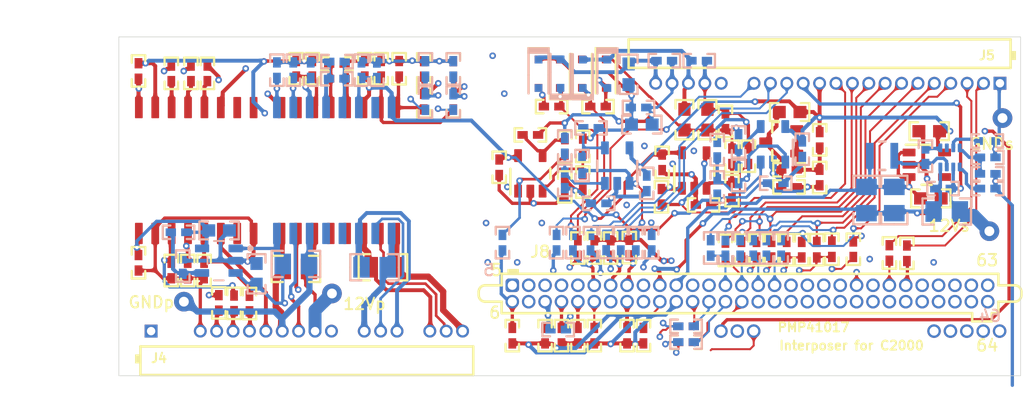
<source format=kicad_pcb>
(kicad_pcb (version 20240108) (generator "pcbnew") (generator_version "8.0")
  (layers (0 "F.Cu" signal "Top") (1 "In1.Cu" signal "Mid1") (2 "In2.Cu" signal "Mid2") (31 "B.Cu" signal "Bottom") (34 "B.Paste" user "Bottom Paste") (35 "F.Paste" user "Top Paste") (36 "B.SilkS" user "Bottom Overlay") (37 "F.SilkS" user "Top Overlay") (38 "B.Mask" user "Bottom Solder") (39 "F.Mask" user "Top Solder") (44 "Edge.Cuts" user))
  (net 0 "")
  (net 1 "NetC3_1")
  (net 2 "NetC3_2")
  (net 3 "NetR4_1")
  (net 4 "CT_I-_VS1")
  (net 5 "NetC119_1")
  (net 6 "NetC118_1")
  (net 7 "NetU11_4")
  (net 8 "MCU_B12_1")
  (net 9 "MCU_A4_1")
  (net 10 "MCU_B4_1")
  (net 11 "NetR95_VS2_2")
  (net 12 "NetR95_VS1_2")
  (net 13 "NetR91_VS2_2")
  (net 14 "NetR91_VS1_2")
  (net 15 "NetR90_VS2_2")
  (net 16 "NetR90_VS1_2")
  (net 17 "NetR85_VS2_2")
  (net 18 "NetR85_VS1_2")
  (net 19 "MCU_GPIO34_1")
  (net 20 "MCU_GPIO30_1")
  (net 21 "MCU_GPIO19_1")
  (net 22 "MCU_GPIO21_1")
  (net 23 "MCU_GPIO20_1")
  (net 24 "MCU_GPIO15_1")
  (net 25 "MCU_GPIO14_1")
  (net 26 "MCU_C1_1")
  (net 27 "MCU_B11_1")
  (net 28 "VCR-P_VS2")
  (net 29 "VCR-P_VS1")
  (net 30 "VCR-N_VS2")
  (net 31 "VCR-N_VS1")
  (net 32 "Vcm_bias_1")
  (net 33 "NetU15_13")
  (net 34 "NetU15_12")
  (net 35 "NetU15_7")
  (net 36 "NetU14_13")
  (net 37 "NetU14_12")
  (net 38 "NetU14_7")
  (net 39 "NetU13_10")
  (net 40 "NetU13_9")
  (net 41 "NetU13_7")
  (net 42 "NetU1_6")
  (net 43 "MCU_GPIO35_1")
  (net 44 "MCU_GPIO33_1")
  (net 45 "MCU_GPIO29_1")
  (net 46 "MCU_GPIO28_1")
  (net 47 "MCU_GPIO40_1")
  (net 48 "MCU_GPIO37_1")
  (net 49 "MCU_GPIO32_1")
  (net 50 "MCU_GPIO31_1")
  (net 51 "MCU_GPIO22_1")
  (net 52 "MCU_GPIO25_1")
  (net 53 "MCU_GPIO24_1")
  (net 54 "MCU_GPIO27_1")
  (net 55 "MCU_GPIO26_1")
  (net 56 "MCU_GPIO17_1")
  (net 57 "MCU_GPIO16_1")
  (net 58 "MCU_GPIO23_1")
  (net 59 "MCU_GPIO18_1")
  (net 60 "MCU_GPIO13_1")
  (net 61 "MCU_GPIO11_1")
  (net 62 "MCU_GPIO9_1")
  (net 63 "MCU_GPIO7_1")
  (net 64 "MCU_GPIO4_1")
  (net 65 "MCU_GPIO3_1")
  (net 66 "MCU_GPIO2_1")
  (net 67 "MCU_GPIO1_1")
  (net 68 "MCU_GPIO0_1")
  (net 69 "MCU_A12_1")
  (net 70 "MCU_C14_1")
  (net 71 "MCU_B0_1")
  (net 72 "MCU_GPIO5_1")
  (net 73 "MCU_B5_1")
  (net 74 "I-reso_VS2")
  (net 75 "I-reso_VS1")
  (net 76 "5Vcc-s")
  (net 77 "HV_BUS")
  (net 78 "VSEC")
  (net 79 "VPRI")
  (net 80 "URAT2_TX")
  (net 81 "URAT2_RX")
  (net 82 "URAT1_TX_s_1")
  (net 83 "URAT1_RX_s_1")
  (net 84 "TX-PFC")
  (net 85 "RX-PFC")
  (net 86 "PH2_SEC_PWMBL")
  (net 87 "PH2_SEC_PWMBH")
  (net 88 "PH2_SEC_PWMAL")
  (net 89 "PH2_SEC_PWMAH")
  (net 90 "PH2_PRI_PWMB_1")
  (net 91 "PH2_PRI_PWMA_1")
  (net 92 "PH1_SEC_PWMBL")
  (net 93 "PH1_SEC_PWMBH")
  (net 94 "PH1_SEC_PWMAL")
  (net 95 "PH1_SEC_PWMAH")
  (net 96 "PH1_PRI_PWMB_1")
  (net 97 "PH1_PRI_PWMA_1")
  (net 98 "PFC_OK")
  (net 99 "PFC_OK_s_1")
  (net 100 "NetR19_1")
  (net 101 "NetR6_1")
  (net 102 "NetR3_2")
  (net 103 "NetC126_2")
  (net 104 "NetC125_2")
  (net 105 "NetC122_2")
  (net 106 "NetC121_2")
  (net 107 "NetC120_2")
  (net 108 "NetC114_1")
  (net 109 "NetC113_1")
  (net 110 "NetC112_1")
  (net 111 "NetC111_1")
  (net 112 "NetC109_2")
  (net 113 "MCU_GPIO12_1")
  (net 114 "MCU_GPIO10_1")
  (net 115 "MCU_GPIO8_1")
  (net 116 "MCU_GPIO6_1")
  (net 117 "MCU_B14_1")
  (net 118 "MCU_B10_1")
  (net 119 "MCU_A3_1")
  (net 120 "MCU_B6_1")
  (net 121 "MCU_A10_1")
  (net 122 "MCU_A9_1")
  (net 123 "MCU_A8_1")
  (net 124 "MCU_A7_1")
  (net 125 "MCU_A6_1")
  (net 126 "MCU_A5_1")
  (net 127 "LLC-SW2")
  (net 128 "LLC-SW1")
  (net 129 "LLC-DRV-2L")
  (net 130 "LLC-DRV-2H")
  (net 131 "LLC-DRV-1L")
  (net 132 "LLC-DRV-1H")
  (net 133 "ISEC2")
  (net 134 "ISEC1")
  (net 135 "GNDc-p")
  (net 136 "DGND-s")
  (net 137 "DGND-p")
  (net 138 "CT_I-_VS2")
  (net 139 "CT2-")
  (net 140 "CT2+")
  (net 141 "CT1-")
  (net 142 "CT1+")
  (net 143 "AGND-s")
  (net 144 "AC_OK")
  (net 145 "AC_OK_s_1")
  (net 146 "12Vp2")
  (net 147 "12Vp1")
  (net 148 "12Vdp")
  (net 149 "12Vc-s")
  (net 150 "3V3-s")
  (net 151 "3V3-p_1")
  (footprint "0402.PcbLib:0402" (layer "F.Cu") (at 167.79359 88.45658 90)
    (property "Reference" "R21" (hide yes))
    (property "Value" "" (hide yes))
  )
  (footprint "0402.PcbLib:0402" (layer "F.Cu") (at 145.37812 88.07555)
    (property "Reference" "R114_VS1" (hide yes))
    (property "Value" "" (hide yes))
  )
  (footprint "" (layer "F.Cu") (at 179.19137 103.27457)
    (property "Reference" "")
    (property "Value" "")
  )
  (footprint "Server1600-Local.PcbLib:HTMS-123-01-G-S-RA" (layer "F.Cu") (at 173.5011 84.07456 180)
    (property "Reference" "J5")
    (property "Value" "HTMS-123-01-G-S-RA" (hide yes))
  )
  (footprint "Vault:SOD-323" (layer "F.Cu") (at 146.0131 83.32565 -90)
    (property "Reference" "D6_VS1" (hide yes))
    (property "Value" "BAS316,115" (hide yes))
  )
  (footprint "" (layer "F.Cu") (at 181.73137 103.27457)
    (property "Reference" "")
    (property "Value" "")
  )
  (footprint "Vault:SOD-323" (layer "F.Cu") (at 149.37301 83.3257 90)
    (property "Reference" "D5_VS2" (hide yes))
    (property "Value" "BAS316,115" (hide yes))
  )
  (footprint "0402.PcbLib:0402" (layer "F.Cu") (at 154.1411 103.62655 90)
    (property "Reference" "C89" (hide yes))
    (property "Value" "Cap" (hide yes))
  )
  (footprint "Vault:0402" (layer "F.Cu") (at 158.79691 93.50155)
    (property "Reference" "C129_VS2" (hide yes))
    (property "Value" "GRM155R70J105KA12D" (hide yes))
  )
  (footprint "Vault:SOD-323" (layer "F.Cu") (at 151.2201 83.32567 -90)
    (property "Reference" "D6_VS2" (hide yes))
    (property "Value" "BAS316,115" (hide yes))
  )
  (footprint "C__ProgramData_Altium_Altium Designer {013AC3C4-0DFD-4E86-9742-25B14AFE1442}_VaultsFileCache_9b6ebf1f96f136430ee31d5d36ea65f5_Released_0603.PcbLib:0603" (layer "F.Cu") (at 176.2771 87.78657 180)
    (property "Reference" "C105" (hide yes))
    (property "Value" "C1608X7R1E104K080AA" (hide yes))
  )
  (footprint "0402.PcbLib:0402" (layer "F.Cu") (at 160.4911 87.02455 90)
    (property "Reference" "C131_VS2" (hide yes))
    (property "Value" "" (hide yes))
  )
  (footprint "Vault:0603" (layer "F.Cu") (at 157.3161 86.89755 90)
    (property "Reference" "R84_VS2" (hide yes))
    (property "Value" "NC" (hide yes))
  )
  (footprint "Vault:0402" (layer "F.Cu") (at 117.5651 83.30656 90)
    (property "Reference" "R43" (hide yes))
    (property "Value" "CRCW04020000Z0ED" (hide yes))
  )
  (footprint "Vault:0402" (layer "F.Cu") (at 166.40129 96.96557 -90)
    (property "Reference" "R9" (hide yes))
    (property "Value" "CRCW04020000Z0ED" (hide yes))
  )
  (footprint "0402.PcbLib:0402" (layer "F.Cu") (at 137.1231 82.96055 90)
    (property "Reference" "R69" (hide yes))
    (property "Value" "" (hide yes))
  )
  (footprint "C__ProgramData_Altium_Altium Designer {013AC3C4-0DFD-4E86-9742-25B14AFE1442}_VaultsFileCache_9b6ebf1f96f136430ee31d5d36ea65f5_Released_0603.PcbLib:0603" (layer "F.Cu") (at 176.40411 92.99357)
    (property "Reference" "C107" (hide yes))
    (property "Value" "C1608X7R1E104K080AA" (hide yes))
  )
  (footprint "0402.PcbLib:0402" (layer "F.Cu") (at 120.1051 98.58155 90)
    (property "Reference" "C120" (hide yes))
    (property "Value" "Cap" (hide yes))
  )
  (footprint "0402.PcbLib:0402" (layer "F.Cu") (at 167.79359 91.37758 -90)
    (property "Reference" "R64" (hide yes))
    (property "Value" "" (hide yes))
  )
  (footprint "Vault:0402" (layer "F.Cu") (at 115.02508 97.98156 -90)
    (property "Reference" "C110" (hide yes))
    (property "Value" "885012105010" (hide yes))
  )
  (footprint "0402.PcbLib:0402" (layer "F.Cu") (at 122.4263 101.12155 90)
    (property "Reference" "R72" (hide yes))
    (property "Value" "" (hide yes))
  )
  (footprint "0402.PcbLib:0402" (layer "F.Cu") (at 130.3921 82.57955 180)
    (property "Reference" "R79" (hide yes))
    (property "Value" "" (hide yes))
  )
  (footprint "0402.PcbLib:0402" (layer "F.Cu") (at 149.06106 96.83857 90)
    (property "Reference" "R12" (hide yes))
    (property "Value" "" (hide yes))
  )
  (footprint "Vault:DW0016B_HV" (layer "F.Cu") (at 130.54622 90.83455 -90)
    (property "Reference" "U14" (hide yes))
    (property "Value" "UCC21540DWR" (hide yes))
  )
  (footprint "" (layer "F.Cu") (at 162.68137 103.27457)
    (property "Reference" "")
    (property "Value" "")
  )
  (footprint "0402.PcbLib:0402" (layer "F.Cu") (at 151.60106 96.83855 -90)
    (property "Reference" "C84" (hide yes))
    (property "Value" "Cap" (hide yes))
  )
  (footprint "Vault:0402" (layer "F.Cu") (at 160.4911 97.02255 -90)
    (property "Reference" "R23" (hide yes))
    (property "Value" "CRCW04020000Z0ED" (hide yes))
  )
  (footprint "Vault:0402" (layer "F.Cu") (at 174.54774 97.24371 90)
    (property "Reference" "R52" (hide yes))
    (property "Value" "CRCW04020000Z0ED" (hide yes))
  )
  (footprint "" (layer "F.Cu") (at 180.9381 95.53355)
    (property "Reference" "")
    (property "Value" "")
  )
  (footprint "0402.PcbLib:0402" (layer "F.Cu") (at 133.8211 82.9518 90)
    (property "Reference" "C112" (hide yes))
    (property "Value" "Cap" (hide yes))
  )
  (footprint "0402.PcbLib:0402" (layer "F.Cu") (at 162.26913 89.72655 90)
    (property "Reference" "R114_VS2" (hide yes))
    (property "Value" "" (hide yes))
  )
  (footprint "Vault:DBV0005A_N" (layer "F.Cu") (at 145.37812 91.05355 90)
    (property "Reference" "U16_VS1" (hide yes))
    (property "Value" "OPA365" (hide yes))
  )
  (footprint "0402.PcbLib:0402" (layer "F.Cu") (at 123.62108 101.1383 90)
    (property "Reference" "R78" (hide yes))
    (property "Value" "" (hide yes))
  )
  (footprint "Vault:0402" (layer "F.Cu") (at 132.5511 82.9518 90)
    (property "Reference" "C127" (hide yes))
    (property "Value" "885012105010" (hide yes))
  )
  (footprint "0402.PcbLib:0402" (layer "F.Cu") (at 152.87108 103.62654 90)
    (property "Reference" "C82" (hide yes))
    (property "Value" "Cap" (hide yes))
  )
  (footprint "Vault:0402" (layer "F.Cu") (at 168.73612 96.93055 -90)
    (property "Reference" "R24" (hide yes))
    (property "Value" "CRCW04020000Z0ED" (hide yes))
  )
  (footprint "" (layer "F.Cu") (at 160.14137 103.27457)
    (property "Reference" "")
    (property "Value" "")
  )
  (footprint "" (layer "F.Cu") (at 161.41137 103.27457)
    (property "Reference" "")
    (property "Value" "")
  )
  (footprint "0402.PcbLib:0402" (layer "F.Cu") (at 137.1231 85.50055 -90)
    (property "Reference" "R73" (hide yes))
    (property "Value" "" (hide yes))
  )
  (footprint "" (layer "F.Cu") (at 181.9541 86.77055)
    (property "Reference" "")
    (property "Value" "")
  )
  (footprint "" (layer "F.Cu") (at 118.5411 100.99455)
    (property "Reference" "")
    (property "Value" "")
  )
  (footprint "0402.PcbLib:0402" (layer "F.Cu") (at 135.2181 82.9518 90)
    (property "Reference" "C111" (hide yes))
    (property "Value" "Cap" (hide yes))
  )
  (footprint "0402.PcbLib:0402" (layer "F.Cu") (at 128.4871 82.9518 -90)
    (property "Reference" "R81" (hide yes))
    (property "Value" "" (hide yes))
  )
  (footprint "Vault:0402" (layer "F.Cu") (at 173.19106 97.21955 -90)
    (property "Reference" "R50" (hide yes))
    (property "Value" "CRCW04020000Z0ED" (hide yes))
  )
  (footprint "0402.PcbLib:0402" (layer "F.Cu") (at 139.40912 82.96055 90)
    (property "Reference" "R68" (hide yes))
    (property "Value" "" (hide yes))
  )
  (footprint "Vault:0402" (layer "F.Cu") (at 162.89912 96.96557 -90)
    (property "Reference" "R37" (hide yes))
    (property "Value" "CRCW04020000Z0ED" (hide yes))
  )
  (footprint "Vault:0805_HV" (layer "F.Cu") (at 127.2171 98.45455 180)
    (property "Reference" "C123" (hide yes))
    (property "Value" "C2012X7R1V475K125AC" (hide yes))
  )
  (footprint "Vault:DW0016B_HV" (layer "F.Cu") (at 119.49614 90.83455 90)
    (property "Reference" "U13" (hide yes))
    (property "Value" "ISO7741DWR" (hide yes))
  )
  (footprint "0402.PcbLib:0402" (layer "F.Cu") (at 147.0291 85.88155)
    (property "Reference" "R83_VS1" (hide yes))
    (property "Value" "" (hide yes))
  )
  (footprint "0402.PcbLib:0402" (layer "F.Cu") (at 150.33106 96.83855 -90)
    (property "Reference" "C76" (hide yes))
    (property "Value" "Cap" (hide yes))
  )
  (footprint "0402.PcbLib:0402" (layer "F.Cu") (at 160.99912 92.39355 90)
    (property "Reference" "R85_VS2" (hide yes))
    (property "Value" "" (hide yes))
  )
  (footprint "Vault:0402" (layer "F.Cu") (at 170.3971 96.93055 90)
    (property "Reference" "R48" (hide yes))
    (property "Value" "CRCW04020000Z0ED" (hide yes))
  )
  (footprint "0402.PcbLib:0402" (layer "F.Cu") (at 155.5381 92.86655 -90)
    (property "Reference" "R90_VS2" (hide yes))
    (property "Value" "" (hide yes))
  )
  (footprint "0402.PcbLib:0402" (layer "F.Cu") (at 165.41562 92.10456)
    (property "Reference" "R22" (hide yes))
    (property "Value" "" (hide yes))
  )
  (footprint "Vault:0603" (layer "F.Cu") (at 159.0941 86.89755 -90)
    (property "Reference" "C130_VS2" (hide yes))
    (property "Value" "DNP" (hide yes))
  )
  (footprint "Vault:0402" (layer "F.Cu") (at 155.58879 90.19955 90)
    (property "Reference" "C133_VS2" (hide yes))
    (property "Value" "C1005X7R1H104K050BE" (hide yes))
  )
  (footprint "Vault:SOD-323" (layer "F.Cu") (at 147.6641 83.34155 90)
    (property "Reference" "D5_VS1" (hide yes))
    (property "Value" "BAS316,115" (hide yes))
  )
  (footprint "0402.PcbLib:0402" (layer "F.Cu") (at 150.6201 85.88155 180)
    (property "Reference" "R83_VS2" (hide yes))
    (property "Value" "" (hide yes))
  )
  (footprint "0402.PcbLib:0402" (layer "F.Cu") (at 153.04412 96.80355 -90)
    (property "Reference" "C86" (hide yes))
    (property "Value" "Cap" (hide yes))
  )
  (footprint "0402.PcbLib:0402" (layer "F.Cu") (at 149.44212 88.96455 90)
    (property "Reference" "R112_VS1" (hide yes))
    (property "Value" "" (hide yes))
  )
  (footprint "PcbLib1.PcbLib:Samtec_SFM-130-01-x-D" (layer "F.Cu") (at 162.3961 100.35955)
    (property "Reference" "J8")
    (property "Value" "SFM-130-01-S-D" (hide yes))
  )
  (footprint "0402.PcbLib:0402" (layer "F.Cu") (at 147.7911 103.62654 90)
    (property "Reference" "C75" (hide yes))
    (property "Value" "Cap" (hide yes))
  )
  (footprint "Vault:0402" (layer "F.Cu") (at 161.73172 96.96557 -90)
    (property "Reference" "R8" (hide yes))
    (property "Value" "CRCW04020000Z0ED" (hide yes))
  )
  (footprint "Vault:0402" (layer "F.Cu") (at 157.4431 102.89955)
    (property "Reference" "R30" (hide yes))
    (property "Value" "CRCW04020000Z0ED" (hide yes))
  )
  (footprint "0402.PcbLib:0402" (layer "F.Cu") (at 148.05782 89.00555 90)
    (property "Reference" "R90_VS1" (hide yes))
    (property "Value" "" (hide yes))
  )
  (footprint "Vault:0603" (layer "F.Cu") (at 165.46555 86.30154 180)
    (property "Reference" "C108" (hide yes))
    (property "Value" "GCM188R71C105MA64D" (hide yes))
  )
  (footprint "TI_Pre_Release1.IntLib:DBV0005A_N" (layer "F.Cu") (at 176.09011 90.38758)
    (property "Reference" "U11" (hide yes))
    (property "Value" "TLV71333PDBVT" (hide yes))
  )
  (footprint "0402.PcbLib:0402" (layer "F.Cu") (at 165.41558 90.77755)
    (property "Reference" "C109" (hide yes))
    (property "Value" "" (hide yes))
  )
  (footprint "0402.PcbLib:0402" (layer "F.Cu") (at 117.5651 98.58155 90)
    (property "Reference" "C122" (hide yes))
    (property "Value" "Cap" (hide yes))
  )
  (footprint "0402.PcbLib:0402" (layer "F.Cu") (at 150.33108 103.62654 90)
    (property "Reference" "C87" (hide yes))
    (property "Value" "Cap" (hide yes))
  )
  (footprint "Vault:0805_HV" (layer "F.Cu") (at 133.9608 98.32755 180)
    (property "Reference" "C116" (hide yes))
    (property "Value" "C2012X7R1V475K125AC" (hide yes))
  )
  (footprint "Vault:0402" (layer "F.Cu") (at 165.23393 96.96557 -90)
    (property "Reference" "R40" (hide yes))
    (property "Value" "CRCW04020000Z0ED" (hide yes))
  )
  (footprint "0402.PcbLib:0402" (layer "F.Cu") (at 160.99912 89.72655 90)
    (property "Reference" "R112_VS2" (hide yes))
    (property "Value" "" (hide yes))
  )
  (footprint "Vault:DBZ0003A_N" (layer "F.Cu") (at 164.8156 88.57162 180)
    (property "Reference" "U12" (hide yes))
    (property "Value" "TLV431BCDBZT" (hide yes))
  )
  (footprint "0402.PcbLib:0402" (layer "F.Cu") (at 149.44212 91.72355 90)
    (property "Reference" "R85_VS1" (hide yes))
    (property "Value" "" (hide yes))
  )
  (footprint "0402.PcbLib:0402" (layer "F.Cu") (at 127.24358 82.9518 -90)
    (property "Reference" "C125" (hide yes))
    (property "Value" "" (hide yes))
  )
  (footprint "" (layer "F.Cu") (at 177.92137 103.27457)
    (property "Reference" "")
    (property "Value" "")
  )
  (footprint "" (layer "F.Cu") (at 180.46137 103.27457)
    (property "Reference" "")
    (property "Value" "")
  )
  (footprint "Vault:0402" (layer "F.Cu") (at 157.4431 104.13933)
    (property "Reference" "R35" (hide yes))
    (property "Value" "CRCW04020000Z0ED" (hide yes))
  )
  (footprint "0402.PcbLib:0402" (layer "F.Cu") (at 139.40912 85.50055 -90)
    (property "Reference" "R76" (hide yes))
    (property "Value" "" (hide yes))
  )
  (footprint "" (layer "F.Cu") (at 130.0111 100.35955)
    (property "Reference" "")
    (property "Value" "")
  )
  (footprint "0402.PcbLib:0402" (layer "F.Cu") (at 118.8351 98.58155 90)
    (property "Reference" "C121" (hide yes))
    (property "Value" "Cap" (hide yes))
  )
  (footprint "Vault:0402" (layer "F.Cu") (at 167.5687 96.96557 -90)
    (property "Reference" "R41" (hide yes))
    (property "Value" "CRCW04020000Z0ED" (hide yes))
  )
  (footprint "Vault:0402" (layer "F.Cu") (at 115.0251 83.12256 90)
    (property "Reference" "C115" (hide yes))
    (property "Value" "885012105010" (hide yes))
  )
  (footprint "" (layer "F.Cu") (at 176.65137 103.27457)
    (property "Reference" "")
    (property "Value" "")
  )
  (footprint "Server1600-Local.PcbLib:HTMS-120-01-G-S-RA" (layer "F.Cu") (at 124.2561 103.27455)
    (property "Reference" "J4")
    (property "Value" "HTMS-120-01-G-S-RA" (hide yes))
  )
  (footprint "0402.PcbLib:0402" (layer "F.Cu") (at 149.0611 103.62654 90)
    (property "Reference" "C78" (hide yes))
    (property "Value" "Cap" (hide yes))
  )
  (footprint "Vault:0402" (layer "F.Cu") (at 164.06653 96.96557 -90)
    (property "Reference" "R38" (hide yes))
    (property "Value" "CRCW04020000Z0ED" (hide yes))
  )
  (footprint "0402.PcbLib:0402" (layer "F.Cu") (at 146.5211 103.62654 90)
    (property "Reference" "C74" (hide yes))
    (property "Value" "Cap" (hide yes))
  )
  (footprint "Vault:0402" (layer "F.Cu") (at 120.3591 83.30656 90)
    (property "Reference" "R46" (hide yes))
    (property "Value" "CRCW04020000Z0ED" (hide yes))
  )
  (footprint "Vault:0402" (layer "F.Cu") (at 119.0891 83.30656 90)
    (property "Reference" "R45" (hide yes))
    (property "Value" "CRCW04020000Z0ED" (hide yes))
  )
  (footprint "Vault:DBV0005A_N" (layer "F.Cu") (at 158.0781 90.83455 90)
    (property "Reference" "U16_VS2" (hide yes))
    (property "Value" "OPA365" (hide yes))
  )
  (footprint "0402.PcbLib:0402" (layer "F.Cu") (at 143.9811 103.62654 90)
    (property "Reference" "C85" (hide yes))
    (property "Value" "Cap" (hide yes))
  )
  (footprint "Vault:0402" (layer "F.Cu") (at 142.96514 90.58055 90)
    (property "Reference" "C133_VS1" (hide yes))
    (property "Value" "C1005X7R1H104K050BE" (hide yes))
  )
  (footprint "0402.PcbLib:0402" (layer "F.Cu") (at 121.24808 101.08655 90)
    (property "Reference" "R75" (hide yes))
    (property "Value" "" (hide yes))
  )
  (footprint "Vault:0402" (layer "F.Cu") (at 148.0451 92.10455 90)
    (property "Reference" "C129_VS1" (hide yes))
    (property "Value" "GRM155R70J105KA12D" (hide yes))
  )
  (footprint "Vault:0402" (layer "F.Cu") (at 130.3921 83.72255)
    (property "Reference" "C118" (hide yes))
    (property "Value" "GRM155R71H102KA01D" (hide yes))
  )
  (footprint "0402.PcbLib:0402" (layer "B.Cu") (at 180.7761 88.54857 180)
    (property "Reference" "R3" (hide yes))
    (property "Value" "" (hide yes))
  )
  (footprint "0402.PcbLib:0402" (layer "B.Cu") (at 161.50704 91.21553 90)
    (property "Reference" "R95_VS2" (hide yes))
    (property "Value" "" (hide yes))
  )
  (footprint "0402.PcbLib:0402" (layer "B.Cu") (at 153.7601 85.95296)
    (property "Reference" "C131_VS1" (hide yes))
    (property "Value" "" (hide yes))
  )
  (footprint "0402.PcbLib:0402" (layer "B.Cu") (at 161.50706 88.61856 90)
    (property "Reference" "R116_VS2" (hide yes))
    (property "Value" "" (hide yes))
  )
  (footprint "0402.PcbLib:0402" (layer "B.Cu") (at 155.7561 82.32555 180)
    (property "Reference" "R111_VS1" (hide yes))
    (property "Value" "" (hide yes))
  )
  (footprint "0402.PcbLib:0402" (layer "B.Cu") (at 147.41012 96.42255 90)
    (property "Reference" "R2" (hide yes))
    (property "Value" "" (hide yes))
  )
  (footprint "Vault:0402" (layer "B.Cu") (at 157.4431 104.12107)
    (property "Reference" "R33" (hide yes))
    (property "Value" "CRCW04020000Z0ED" (hide yes))
  )
  (footprint "0402.PcbLib:0402" (layer "B.Cu") (at 149.38752 90.45355 90)
    (property "Reference" "R95_VS1" (hide yes))
    (property "Value" "" (hide yes))
  )
  (footprint "0402.PcbLib:0402" (layer "B.Cu") (at 137.2501 82.96055 90)
    (property "Reference" "R70" (hide yes))
    (property "Value" "" (hide yes))
  )
  (footprint "0402.PcbLib:0402" (layer "B.Cu") (at 150.0771 87.53255)
    (property "Reference" "R116_VS1" (hide yes))
    (property "Value" "" (hide yes))
  )
  (footprint "0402.PcbLib:0402" (layer "B.Cu") (at 150.03843 96.42255 90)
    (property "Reference" "R17" (hide yes))
    (property "Value" "100R" (hide yes))
  )
  (footprint "Vault:0402" (layer "B.Cu") (at 154.39511 91.82857 90)
    (property "Reference" "C136_VS1" (hide yes))
    (property "Value" "C1005X7R1H104K050BE" (hide yes))
  )
  (footprint "0402.PcbLib:0402" (layer "B.Cu") (at 148.0451 91.59655 90)
    (property "Reference" "R91_VS1" (hide yes))
    (property "Value" "" (hide yes))
  )
  (footprint "Vault:0805_HV" (layer "B.Cu") (at 133.3131 98.32755)
    (property "Reference" "C117" (hide yes))
    (property "Value" "C2012X7R1V475K125AC" (hide yes))
  )
  (footprint "0402.PcbLib:0402" (layer "B.Cu") (at 118.12852 95.61649)
    (property "Reference" "R4" (hide yes))
    (property "Value" "" (hide yes))
  )
  (footprint "Vault:SOD-323" (layer "B.Cu") (at 151.3471 83.34155 -90)
    (property "Reference" "D4_VS2" (hide yes))
    (property "Value" "BAS316,115" (hide yes))
  )
  (footprint "Vault:0603" (layer "B.Cu") (at 154.0141 87.27855 180)
    (property "Reference" "C130_VS1" (hide yes))
    (property "Value" "DNP" (hide yes))
  )
  (footprint "Vault:0402" (layer "B.Cu") (at 164.38828 91.81554)
    (property "Reference" "C134_VS2" (hide yes))
    (property "Value" "C1005X7R1H104K050BE" (hide yes))
  )
  (footprint "Vault:DBV0005A-MFG" (layer "B.Cu") (at 121.2481 97.81955 180)
    (property "Reference" "U9" (hide yes))
    (property "Value" "TPS7A2401DBVR" (hide yes))
  )
  (footprint "Vault:SOD-323" (layer "B.Cu") (at 146.0131 83.34155 -90)
    (property "Reference" "D4_VS1" (hide yes))
    (property "Value" "BAS316,115" (hide yes))
  )
  (footprint "Vault:0402" (layer "B.Cu") (at 175.98509 89.72654 -90)
    (property "Reference" "C3" (hide yes))
    (property "Value" "GRM155R71E104KE14D" (hide yes))
  )
  (footprint "0402.PcbLib:0402" (layer "B.Cu") (at 159.8561 92.10455 90)
    (property "Reference" "R91_VS2" (hide yes))
    (property "Value" "" (hide yes))
  )
  (footprint "Vault:0805_HV" (layer "B.Cu") (at 173.5721 93.12055 -90)
    (property "Reference" "C5" (hide yes))
    (property "Value" "GRM21BR61E226ME44L" (hide yes))
  )
  (footprint "0402.PcbLib:0402" (layer "B.Cu") (at 139.40713 85.52926 -90)
    (property "Reference" "R74" (hide yes))
    (property "Value" "" (hide yes))
  )
  (footprint "Vault:DRL0008A" (layer "B.Cu") (at 177.8901 89.81855 90)
    (property "Reference" "U1" (hide yes))
    (property "Value" "TPS562211DRLR" (hide yes))
  )
  (footprint "Vault:0402" (layer "B.Cu") (at 162.6501 96.83055 -90)
    (property "Reference" "R10" (hide yes))
    (property "Value" "CRCW04020000Z0ED" (hide yes))
  )
  (footprint "Vault:0402" (layer "B.Cu") (at 166.44267 89.18355 90)
    (property "Reference" "C136_VS2" (hide yes))
    (property "Value" "C1005X7R1H104K050BE" (hide yes))
  )
  (footprint "Vault:VLS252010HBX" (layer "B.Cu") (at 172.62207 89.69155 180)
    (property "Reference" "L2" (hide yes))
    (property "Value" "74438323100" (hide yes))
  )
  (footprint "Vault:DBV0005A_N" (layer "B.Cu") (at 164.1741 88.80255 90)
    (property "Reference" "U17_VS2" (hide yes))
    (property "Value" "OPA365" (hide yes))
  )
  (footprint "0402.PcbLib:0402" (layer "B.Cu") (at 148.6801 96.42255 90)
    (property "Reference" "R11" (hide yes))
    (property "Value" "" (hide yes))
  )
  (footprint "Vault:0402" (layer "B.Cu") (at 150.67412 93.37854)
    (property "Reference" "C134_VS1" (hide yes))
    (property "Value" "C1005X7R1H104K050BE" (hide yes))
  )
  (footprint "Vault:DBV0005A_N" (layer "B.Cu") (at 152.1091 90.45355 90)
    (property "Reference" "U17_VS1" (hide yes))
    (property "Value" "OPA365" (hide yes))
  )
  (footprint "Vault:0402" (layer "B.Cu") (at 163.6661 96.83055 -90)
    (property "Reference" "R101" (hide yes))
    (property "Value" "CRCW04020000Z0ED" (hide yes))
  )
  (footprint "0402.PcbLib:0402" (layer "B.Cu") (at 130.39986 82.395)
    (property "Reference" "R80" (hide yes))
    (property "Value" "" (hide yes))
  )
  (footprint "Vault:0402" (layer "B.Cu") (at 159.3481 96.83055 -90)
    (property "Reference" "R7" (hide yes))
    (property "Value" "CRCW04020000Z0ED" (hide yes))
  )
  (footprint "0402.PcbLib:0402" (layer "B.Cu") (at 147.5371 103.15355)
    (property "Reference" "R1" (hide yes))
    (property "Value" "" (hide yes))
  )
  (footprint "0402.PcbLib:0402" (layer "B.Cu") (at 133.48974 83.06733 -90)
    (property "Reference" "R82" (hide yes))
    (property "Value" "" (hide yes))
  )
  (footprint "0402.PcbLib:0402" (layer "B.Cu") (at 143.2191 96.42255 90)
    (property "Reference" "R15" (hide yes))
    (property "Value" "" (hide yes))
  )
  (footprint "0402.PcbLib:0402" (layer "B.Cu") (at 137.25012 85.53555 -90)
    (property "Reference" "R77" (hide yes))
    (property "Value" "" (hide yes))
  )
  (footprint "Vault:0805_HV" (layer "B.Cu") (at 171.4131 93.12055 -90)
    (property "Reference" "C6" (hide yes))
    (property "Value" "GRM21BR61E226ME44L" (hide yes))
  )
  (footprint "Vault:0402" (layer "B.Cu") (at 157.4431 102.89955)
    (property "Reference" "R32" (hide yes))
    (property "Value" "CRCW04020000Z0ED" (hide yes))
  )
  (footprint "C__ProgramData_Altium_Altium Designer {013AC3C4-0DFD-4E86-9742-25B14AFE1442}_VaultsFileCache_9b6ebf1f96f136430ee31d5d36ea65f5_Released_0603.PcbLib:0603" (layer "B.Cu") (at 124.1691 98.83555 90)
    (property "Reference" "C77" (hide yes))
    (property "Value" "C1608X7R1E104K080AA" (hide yes))
  )
  (footprint "0402.PcbLib:0402" (layer "B.Cu") (at 148.0451 88.92955 90)
    (property "Reference" "R115_VS1" (hide yes))
    (property "Value" "" (hide yes))
  )
  (footprint "Vault:0805_HV" (layer "B.Cu") (at 127.2171 98.07355)
    (property "Reference" "C124" (hide yes))
    (property "Value" "C2012X7R1V475K125AC" (hide yes))
  )
  (footprint "Vault:0402" (layer "B.Cu") (at 128.36411 83.05856 90)
    (property "Reference" "C128" (hide yes))
    (property "Value" "885012105010" (hide yes))
  )
  (footprint "0402.PcbLib:0402" (layer "B.Cu") (at 151.25281 96.40897 90)
    (property "Reference" "R13" (hide yes))
    (property "Value" "" (hide yes))
  )
  (footprint "Vault:0402" (layer "B.Cu") (at 130.38031 83.72255 180)
    (property "Reference" "C119" (hide yes))
    (property "Value" "GRM155R71H102KA01D" (hide yes))
  )
  (footprint "0402.PcbLib:0402" (layer "B.Cu") (at 180.8111 91.08855)
    (property "Reference" "R6" (hide yes))
    (property "Value" "73.2k" (hide yes))
  )
  (footprint "0402.PcbLib:0402" (layer "B.Cu") (at 125.74622 83.05856 90)
    (property "Reference" "C113" (hide yes))
    (property "Value" "Cap" (hide yes))
  )
  (footprint "0402.PcbLib:0402" (layer "B.Cu") (at 153.54845 96.42255 90)
    (property "Reference" "R16" (hide yes))
    (property "Value" "" (hide yes))
  )
  (footprint "Vault:SOD-323" (layer "B.Cu") (at 147.71447 83.32288 90)
    (property "Reference" "D3_VS1" (hide yes))
    (property "Value" "BAS316,115" (hide yes))
  )
  (footprint "C__ProgramData_Altium_Altium Designer {013AC3C4-0DFD-4E86-9742-25B14AFE1442}_VaultsFileCache_9b6ebf1f96f136430ee31d5d36ea65f5_Released_0603.PcbLib:0603" (layer "B.Cu") (at 121.26691 95.47351)
    (property "Reference" "C88" (hide yes))
    (property "Value" "C1608X7R1E104K080AA" (hide yes))
  )
  (footprint "0402.PcbLib:0402" (layer "B.Cu") (at 152.38463 96.42546 90)
    (property "Reference" "R14" (hide yes))
    (property "Value" "" (hide yes))
  )
  (footprint "0402.PcbLib:0402" (layer "B.Cu") (at 159.85612 89.21855 90)
    (property "Reference" "R115_VS2" (hide yes))
    (property "Value" "" (hide yes))
  )
  (footprint "0402.PcbLib:0402" (layer "B.Cu") (at 180.8111 92.23155)
    (property "Reference" "R19" (hide yes))
    (property "Value" "" (hide yes))
  )
  (footprint "0402.PcbLib:0402" (layer "B.Cu") (at 158.4591 82.32555 180)
    (property "Reference" "R111_VS2" (hide yes))
    (property "Value" "" (hide yes))
  )
  (footprint "Vault:0805_HV" (layer "B.Cu") (at 177.6361 94.00955 180)
    (property "Reference" "C2" (hide yes))
    (property "Value" "GRM21BR61E226ME44L" (hide yes))
  )
  (footprint "Vault:0402" (layer "B.Cu") (at 164.8091 96.83055 -90)
    (property "Reference" "R102" (hide yes))
    (property "Value" "CRCW04020000Z0ED" (hide yes))
  )
  (footprint "Vault:0603" (layer "B.Cu") (at 152.99109 83.37955 90)
    (property "Reference" "R84_VS1" (hide yes))
    (property "Value" "NC" (hide yes))
  )
  (footprint "0402.PcbLib:0402" (layer "B.Cu") (at 118.4541 98.23715 -90)
    (property "Reference" "R5" (hide yes))
    (property "Value" "" (hide yes))
  )
  (footprint "Vault:DW0016B_HV" (layer "B.Cu") (at 130.19122 90.83455 -90)
    (property "Reference" "U15" (hide yes))
    (property "Value" "UCC21540DWR" (hide yes))
  )
  (footprint "Vault:SOD-323" (layer "B.Cu") (at 149.4421 83.3415 90)
    (property "Reference" "D3_VS2" (hide yes))
    (property "Value" "BAS316,115" (hide yes))
  )
  (footprint "Vault:0402" (layer "B.Cu") (at 177.34712 92.23155)
    (property "Reference" "C1" (hide yes))
    (property "Value" "GRM155R71E104KE14D" (hide yes))
  )
  (footprint "0402.PcbLib:0402" (layer "B.Cu") (at 154.77607 96.42254 90)
    (property "Reference" "R18" (hide yes))
    (property "Value" "" (hide yes))
  )
  (footprint "0402.PcbLib:0402" (layer "B.Cu") (at 127.01622 83.05856 90)
    (property "Reference" "C114" (hide yes))
    (property "Value" "Cap" (hide yes))
  )
  (footprint "Vault:0402" (layer "B.Cu") (at 161.6341 96.83055 -90)
    (property "Reference" "R100" (hide yes))
    (property "Value" "CRCW04020000Z0ED" (hide yes))
  )
  (footprint "Vault:0402" (layer "B.Cu") (at 160.4911 96.83055 -90)
    (property "Reference" "R99" (hide yes))
    (property "Value" "CRCW04020000Z0ED" (hide yes))
  )
  (footprint "0402.PcbLib:0402" (layer "B.Cu") (at 132.2971 83.05855 -90)
    (property "Reference" "C126" (hide yes))
    (property "Value" "" (hide yes))
  )
  (footprint "0402.PcbLib:0402" (layer "B.Cu") (at 139.4091 82.96055 90)
    (property "Reference" "R71" (hide yes))
    (property "Value" "" (hide yes))
  )
  (footprint "0402.PcbLib:0402" (layer "B.Cu") (at 180.8111 89.81855)
    (property "Reference" "R20" (hide yes))
    (property "Value" "" (hide yes))
  )
  (gr_poly (pts (xy 152.27415 104.07655) (xy 152.33173 104.07505) (xy 152.38325 104.07055) (xy 152.4287 104.06305) (xy 152.4681 104.05255) (xy 152.50143 104.03905) (xy 152.52871 104.02255) (xy 152.54992 104.00305) (xy 152.56508 103.98055) (xy 152.57417 103.95505) (xy 152.5772 103.92655) (xy 152.5772 104.52655) (xy 152.57417 104.49805) (xy 152.56508 104.47255) (xy 152.54992 104.45005) (xy 152.52871 104.43055) (xy 152.50143 104.41405) (xy 152.4681 104.40055) (xy 152.4287 104.39005) (xy 152.38325 104.38255) (xy 152.33173 104.37805) (xy 152.27415 104.37655)) (fill solid) (layer "F.Cu") (net 143))
  (gr_poly (pts (xy 148.38803 104.37655) (xy 148.33045 104.37805) (xy 148.27893 104.38255) (xy 148.23348 104.39005) (xy 148.19408 104.40055) (xy 148.16075 104.41405) (xy 148.13347 104.43055) (xy 148.11226 104.45005) (xy 148.0971 104.47255) (xy 148.08801 104.49805) (xy 148.08498 104.52655) (xy 148.08498 103.92655) (xy 148.08801 103.95505) (xy 148.0971 103.98055) (xy 148.11226 104.00305) (xy 148.13347 104.02255) (xy 148.16075 104.03905) (xy 148.19408 104.05255) (xy 148.23348 104.06305) (xy 148.27893 104.07055) (xy 148.33045 104.07505) (xy 148.38803 104.07655)) (fill solid) (layer "F.Cu") (net 143))
  (gr_poly (pts (xy 136.9731 84.25751) (xy 136.97163 84.20051) (xy 136.96722 84.14951) (xy 136.95987 84.10451) (xy 136.94959 84.06551) (xy 136.93636 84.03251) (xy 136.92019 84.00551) (xy 136.90108 83.98451) (xy 136.87904 83.96951) (xy 136.85405 83.96051) (xy 136.82613 83.95751) (xy 137.42003 83.95751) (xy 137.39211 83.96051) (xy 137.36714 83.96951) (xy 137.3451 83.98451) (xy 137.326 84.00551) (xy 137.30983 84.03251) (xy 137.29661 84.06551) (xy 137.28632 84.10451) (xy 137.27898 84.14951) (xy 137.27457 84.20051) (xy 137.2731 84.25751)) (fill solid) (layer "F.Cu") (net 97))
  (gr_poly (pts (xy 123.79114 96.83543) (xy 123.78978 96.78566) (xy 123.78571 96.73995) (xy 123.77893 96.69829) (xy 123.76943 96.66068) (xy 123.75722 96.62713) (xy 123.74229 96.59764) (xy 123.72465 96.57221) (xy 123.70429 96.55082) (xy 123.68122 96.5335) (xy 123.65544 96.52023) (xy 124.22684 96.52023) (xy 124.20106 96.5335) (xy 124.17799 96.55082) (xy 124.15763 96.57221) (xy 124.13999 96.59764) (xy 124.12506 96.62713) (xy 124.11285 96.66068) (xy 124.10335 96.69829) (xy 124.09657 96.73995) (xy 124.0925 96.78566) (xy 124.09114 96.83543)) (fill solid) (layer "F.Cu") (net 135))
  (gr_poly (pts (xy 147.8901 84.79666) (xy 147.89031 84.82482) (xy 147.89752 84.9334) (xy 147.9002 84.94867) (xy 147.90329 84.96179) (xy 147.90679 84.97276) (xy 147.91071 84.98158) (xy 147.57168 84.8743) (xy 147.58392 84.86668) (xy 147.59487 84.85686) (xy 147.60453 84.84486) (xy 147.61291 84.83067) (xy 147.62 84.81429) (xy 147.62579 84.79571) (xy 147.6303 84.77495) (xy 147.63352 84.752) (xy 147.63546 84.72686) (xy 147.6361 84.69952)) (fill solid) (layer "F.Cu") (net 75))
  (gr_poly (pts (xy 160.44815 91.66656) (xy 160.49699 91.66529) (xy 160.54069 91.66148) (xy 160.57924 91.65513) (xy 160.61266 91.64624) (xy 160.64093 91.63481) (xy 160.66407 91.62084) (xy 160.68206 91.60433) (xy 160.69491 91.58528) (xy 160.70263 91.56369) (xy 160.7052 91.53956) (xy 160.7052 92.04756) (xy 160.70263 92.02343) (xy 160.69491 92.00184) (xy 160.68206 91.98279) (xy 160.66407 91.96628) (xy 160.64093 91.95231) (xy 160.61266 91.94088) (xy 160.57924 91.93199) (xy 160.54069 91.92564) (xy 160.49699 91.92183) (xy 160.44815 91.92056)) (fill solid) (layer "F.Cu") (net 17))
  (gr_poly (pts (xy 134.08373 82.23356) (xy 134.11105 82.23305) (xy 134.16022 82.22899) (xy 134.18205 82.22543) (xy 134.20207 82.22086) (xy 134.22025 82.21527) (xy 134.23661 82.20867) (xy 134.25113 82.20105) (xy 134.26383 82.19241) (xy 134.27471 82.18276) (xy 134.27471 82.53836) (xy 134.26383 82.52871) (xy 134.25113 82.52007) (xy 134.23661 82.51245) (xy 134.22025 82.50585) (xy 134.20207 82.50026) (xy 134.18205 82.49569) (xy 134.16022 82.49213) (xy 134.13655 82.48959) (xy 134.08373 82.48756)) (fill solid) (layer "F.Cu") (net 136))
  (gr_poly (pts (xy 168.28677 97.45436) (xy 168.31631 97.45359) (xy 168.34273 97.45131) (xy 168.36605 97.4475) (xy 168.38626 97.44216) (xy 168.40336 97.43531) (xy 168.41735 97.42692) (xy 168.42823 97.41702) (xy 168.436 97.40559) (xy 168.44067 97.39263) (xy 168.44222 97.37816) (xy 168.44222 97.68296) (xy 168.44067 97.66848) (xy 168.436 97.65552) (xy 168.42823 97.64409) (xy 168.41735 97.63419) (xy 168.40336 97.62581) (xy 168.38626 97.61895) (xy 168.36605 97.61361) (xy 168.34273 97.6098) (xy 168.31631 97.60752) (xy 168.28677 97.60676)) (fill solid) (layer "F.Cu") (net 61))
  (gr_poly (pts (xy 120.25508 97.28461) (xy 120.25655 97.34161) (xy 120.26096 97.39261) (xy 120.26831 97.43761) (xy 120.27859 97.47661) (xy 120.29182 97.50961) (xy 120.30798 97.53661) (xy 120.32709 97.55761) (xy 120.34913 97.57261) (xy 120.37411 97.58161) (xy 120.40203 97.58461) (xy 119.80813 97.58461) (xy 119.83605 97.58161) (xy 119.86103 97.57261) (xy 119.88307 97.55761) (xy 119.90218 97.53661) (xy 119.91834 97.50961) (xy 119.93157 97.47661) (xy 119.94185 97.43761) (xy 119.9492 97.39261) (xy 119.95361 97.34161) (xy 119.95508 97.28461)) (fill solid) (layer "F.Cu") (net 107))
  (gr_poly (pts (xy 114.8197 96.75496) (xy 114.81915 96.7144) (xy 114.81102 96.61552) (xy 114.80613 96.59015) (xy 114.80017 96.56857) (xy 114.79311 96.55079) (xy 114.78497 96.53681) (xy 114.77575 96.52662) (xy 114.76544 96.52023) (xy 115.16622 96.53238) (xy 115.14864 96.5341) (xy 115.13291 96.54039) (xy 115.11903 96.55124) (xy 115.10701 96.56665) (xy 115.09683 96.58662) (xy 115.0885 96.61116) (xy 115.08202 96.64027) (xy 115.0774 96.67393) (xy 115.07462 96.71216) (xy 115.0737 96.75496)) (fill solid) (layer "F.Cu") (net 151))
  (gr_poly (pts (xy 136.57213 82.22482) (xy 136.62097 82.22355) (xy 136.66467 82.21974) (xy 136.70322 82.21339) (xy 136.73664 82.2045) (xy 136.76491 82.19307) (xy 136.78805 82.1791) (xy 136.80604 82.16259) (xy 136.81889 82.14354) (xy 136.82661 82.12195) (xy 136.82918 82.09782) (xy 136.82918 82.60582) (xy 136.82661 82.58169) (xy 136.81889 82.5601) (xy 136.80604 82.54105) (xy 136.78805 82.52454) (xy 136.76491 82.51057) (xy 136.73664 82.49914) (xy 136.70322 82.49025) (xy 136.66467 82.4839) (xy 136.62097 82.48009) (xy 136.57213 82.47882)) (fill solid) (layer "F.Cu") (net 136))
  (gr_poly (pts (xy 160.89581 95.99859) (xy 160.86414 96.03132) (xy 160.81452 96.08932) (xy 160.79657 96.11459) (xy 160.7832 96.13739) (xy 160.77441 96.1577) (xy 160.77019 96.17553) (xy 160.77055 96.19087) (xy 160.77549 96.20374) (xy 160.785 96.21412) (xy 160.54551 96.02865) (xy 160.55883 96.03523) (xy 160.57518 96.03669) (xy 160.59455 96.03302) (xy 160.61695 96.02424) (xy 160.64237 96.01033) (xy 160.67083 95.9913) (xy 160.70231 95.96715) (xy 160.77436 95.90348) (xy 160.81492 95.86396)) (fill solid) (layer "F.Cu") (net 93))
  (gr_poly (pts (xy 133.71373 86.96595) (xy 133.7132 86.93073) (xy 133.70892 86.87154) (xy 133.70517 86.84757) (xy 133.70035 86.82734) (xy 133.69447 86.81086) (xy 133.68751 86.79812) (xy 133.67949 86.78913) (xy 133.67039 86.78389) (xy 133.66022 86.78239) (xy 134.00691 86.77024) (xy 133.99946 86.77511) (xy 133.9928 86.78326) (xy 133.98693 86.79467) (xy 133.98183 86.80934) (xy 133.97753 86.82728) (xy 133.974 86.84848) (xy 133.97126 86.87295) (xy 133.96812 86.93168) (xy 133.96773 86.96595)) (fill solid) (layer "F.Cu") (net 110))
  (gr_poly (pts (xy 152.60847 87.15155) (xy 152.58115 87.15206) (xy 152.53198 87.15613) (xy 152.51015 87.15968) (xy 152.49013 87.16425) (xy 152.47195 87.16984) (xy 152.45559 87.17645) (xy 152.44107 87.18407) (xy 152.42837 87.1927) (xy 152.41749 87.20235) (xy 152.41749 86.84675) (xy 152.42837 86.85641) (xy 152.44107 86.86504) (xy 152.45559 86.87266) (xy 152.47195 86.87927) (xy 152.49013 86.88485) (xy 152.51015 86.88943) (xy 152.53198 86.89298) (xy 152.55565 86.89552) (xy 152.60847 86.89755)) (fill solid) (layer "F.Cu") (net 141))
  (gr_poly (pts (xy 163.77617 89.06761) (xy 163.77572 89.0297) (xy 163.76896 88.94011) (xy 163.76491 88.91829) (xy 163.75995 88.90049) (xy 163.75409 88.88671) (xy 163.74733 88.87695) (xy 163.73967 88.87121) (xy 163.73111 88.8695) (xy 164.10132 88.85734) (xy 164.09654 88.86132) (xy 164.09227 88.86909) (xy 164.08849 88.88064) (xy 164.08523 88.89599) (xy 164.08246 88.91512) (xy 164.07844 88.96475) (xy 164.07617 89.06761)) (fill solid) (layer "F.Cu") (net 143))
  (gr_poly (pts (xy 133.94808 84.87964) (xy 133.94867 84.9264) (xy 133.95749 85.04023) (xy 133.96279 85.06935) (xy 133.96926 85.09407) (xy 133.9769 85.11438) (xy 133.98573 85.13027) (xy 133.99573 85.14176) (xy 134.00691 85.14884) (xy 133.56708 85.13668) (xy 133.59121 85.13475) (xy 133.6128 85.12752) (xy 133.63185 85.11502) (xy 133.64836 85.09724) (xy 133.66233 85.07418) (xy 133.67376 85.04583) (xy 133.68265 85.0122) (xy 133.689 84.9733) (xy 133.69281 84.92911) (xy 133.69408 84.87964)) (fill solid) (layer "F.Cu") (net 110))
  (gr_poly (pts (xy 166.55622 95.81621) (xy 166.55698 95.84574) (xy 166.55926 95.87217) (xy 166.56307 95.89548) (xy 166.56841 95.91569) (xy 166.57527 95.93279) (xy 166.58365 95.94678) (xy 166.59355 95.95766) (xy 166.60498 95.96544) (xy 166.61794 95.9701) (xy 166.63242 95.97165) (xy 166.32762 95.97165) (xy 166.34209 95.9701) (xy 166.35505 95.96544) (xy 166.36648 95.95766) (xy 166.37638 95.94678) (xy 166.38477 95.93279) (xy 166.39162 95.91569) (xy 166.39696 95.89548) (xy 166.40077 95.87217) (xy 166.40305 95.84574) (xy 166.40382 95.81621)) (fill solid) (layer "F.Cu") (net 86))
  (gr_poly (pts (xy 148.02452 86.34016) (xy 147.98522 86.3019) (xy 147.88378 86.21617) (xy 147.85547 86.19728) (xy 147.8299 86.18323) (xy 147.80708 86.17403) (xy 147.78702 86.16966) (xy 147.76969 86.17014) (xy 147.75512 86.17546) (xy 148.02298 86.01837) (xy 148.01221 86.0275) (xy 148.00629 86.03938) (xy 148.00523 86.05403) (xy 148.00903 86.07144) (xy 148.01768 86.09161) (xy 148.03119 86.11454) (xy 148.04956 86.14024) (xy 148.07278 86.1687) (xy 148.13379 86.2339)) (fill solid) (layer "F.Cu") (net 75))
  (gr_poly (pts (xy 167.21347 92.23155) (xy 167.18615 92.23206) (xy 167.13698 92.23613) (xy 167.11515 92.23968) (xy 167.09513 92.24425) (xy 167.07695 92.24984) (xy 167.06059 92.25645) (xy 167.04607 92.26407) (xy 167.03337 92.2727) (xy 167.02249 92.28235) (xy 167.02249 91.92675) (xy 167.03337 91.93641) (xy 167.04607 91.94504) (xy 167.06059 91.95266) (xy 167.07695 91.95927) (xy 167.09513 91.96485) (xy 167.11515 91.96943) (xy 167.13698 91.97298) (xy 167.16065 91.97552) (xy 167.21347 91.97755)) (fill solid) (layer "F.Cu") (net 32))
  (gr_poly (pts (xy 164.9656 91.5076) (xy 164.9671 91.56518) (xy 164.9716 91.6167) (xy 164.9791 91.66216) (xy 164.9896 91.70155) (xy 165.0031 91.73489) (xy 165.0196 91.76216) (xy 165.0391 91.78338) (xy 165.0616 91.79853) (xy 165.0871 91.80762) (xy 165.1156 91.81065) (xy 164.5156 91.81065) (xy 164.5441 91.80762) (xy 164.5696 91.79853) (xy 164.5921 91.78338) (xy 164.6116 91.76216) (xy 164.6281 91.73489) (xy 164.6416 91.70155) (xy 164.6521 91.66216) (xy 164.6596 91.6167) (xy 164.6641 91.56518) (xy 164.6656 91.5076)) (fill solid) (layer "F.Cu") (net 143))
  (gr_poly (pts (xy 156.3986 98.30882) (xy 156.42655 98.30857) (xy 156.5181 98.30245) (xy 156.53593 98.29964) (xy 156.5655 98.2925) (xy 156.57725 98.28816) (xy 156.58697 98.28332) (xy 156.49363 98.62645) (xy 156.48545 98.61436) (xy 156.47515 98.60354) (xy 156.46272 98.594) (xy 156.44816 98.58573) (xy 156.43148 98.57873) (xy 156.41268 98.573) (xy 156.39175 98.56855) (xy 156.36869 98.56537) (xy 156.34351 98.56346) (xy 156.3162 98.56282)) (fill solid) (layer "F.Cu") (net 136))
  (gr_poly (pts (xy 149.3405 90.16471) (xy 149.33948 90.12552) (xy 149.33644 90.09046) (xy 149.33136 90.05952) (xy 149.32424 90.03271) (xy 149.3151 90.01002) (xy 149.30392 89.99146) (xy 149.29072 89.97702) (xy 149.27548 89.96671) (xy 149.2582 89.96052) (xy 149.2389 89.95846) (xy 149.6453 89.95846) (xy 149.626 89.96052) (xy 149.60872 89.96671) (xy 149.59348 89.97702) (xy 149.58028 89.99146) (xy 149.5691 90.01002) (xy 149.55996 90.03271) (xy 149.55284 90.05952) (xy 149.54776 90.09046) (xy 149.54472 90.12552) (xy 149.5437 90.16471)) (fill solid) (layer "F.Cu") (net 18))
  (gr_poly (pts (xy 121.70114 84.88336) (xy 121.68684 85.14884) (xy 121.25114 85.13668) (xy 121.27964 85.13441) (xy 121.30514 85.1259) (xy 121.32764 85.11117) (xy 121.34714 85.0902) (xy 121.36364 85.06301) (xy 121.37714 85.0296) (xy 121.38764 84.98995) (xy 121.39514 84.94407) (xy 121.39964 84.89197) (xy 121.40114 84.83364)) (fill solid) (layer "F.Cu") (net 82))
  (gr_poly (pts (xy 165.31011 95.81621) (xy 165.31087 95.84574) (xy 165.31316 95.87217) (xy 165.31697 95.89548) (xy 165.3223 95.91569) (xy 165.32916 95.93279) (xy 165.33754 95.94678) (xy 165.34745 95.95766) (xy 165.35888 95.96544) (xy 165.37183 95.9701) (xy 165.38631 95.97165) (xy 165.08151 95.97165) (xy 165.09599 95.9701) (xy 165.10894 95.96544) (xy 165.12037 95.95766) (xy 165.13028 95.94678) (xy 165.13866 95.93279) (xy 165.14552 95.91569) (xy 165.15085 95.89548) (xy 165.15466 95.87217) (xy 165.15695 95.84574) (xy 165.15771 95.81621)) (fill solid) (layer "F.Cu") (net 89))
  (gr_poly (pts (xy 161.87548 95.81621) (xy 161.87624 95.84574) (xy 161.87852 95.87217) (xy 161.88233 95.89548) (xy 161.88767 95.91569) (xy 161.89453 95.93279) (xy 161.90291 95.94678) (xy 161.91281 95.95766) (xy 161.92424 95.96544) (xy 161.9372 95.9701) (xy 161.95168 95.97165) (xy 161.64688 95.97165) (xy 161.66135 95.9701) (xy 161.67431 95.96544) (xy 161.68574 95.95766) (xy 161.69564 95.94678) (xy 161.70403 95.93279) (xy 161.71088 95.91569) (xy 161.71622 95.89548) (xy 161.72003 95.87217) (xy 161.72231 95.84574) (xy 161.72308 95.81621)) (fill solid) (layer "F.Cu") (net 94))
  (gr_poly (pts (xy 123.8111 102.51207) (xy 123.81297 102.5558) (xy 123.8186 102.59948) (xy 123.82797 102.64309) (xy 123.84109 102.68663) (xy 123.85796 102.73012) (xy 123.87858 102.77355) (xy 123.90295 102.81691) (xy 123.93106 102.86021) (xy 123.96293 102.90346) (xy 123.99854 102.94664) (xy 123.30079 102.89064) (xy 123.34075 102.85502) (xy 123.3765 102.81834) (xy 123.40805 102.7806) (xy 123.43539 102.7418) (xy 123.45852 102.70195) (xy 123.47745 102.66104) (xy 123.49217 102.61907) (xy 123.50269 102.57604) (xy 123.509 102.53196) (xy 123.5111 102.48681)) (fill solid) (layer "F.Cu") (net 84))
  (gr_poly (pts (xy 162.39611 88.47561) (xy 162.39738 88.52387) (xy 162.40119 88.56705) (xy 162.40754 88.60515) (xy 162.41643 88.63817) (xy 162.42786 88.66611) (xy 162.44183 88.68897) (xy 162.45834 88.70675) (xy 162.47739 88.71945) (xy 162.49898 88.72707) (xy 162.52311 88.72961) (xy 162.01511 88.72961) (xy 162.03924 88.72707) (xy 162.06083 88.71945) (xy 162.07988 88.70675) (xy 162.09639 88.68897) (xy 162.11036 88.66611) (xy 162.12179 88.63817) (xy 162.13068 88.60515) (xy 162.13703 88.56705) (xy 162.14084 88.52387) (xy 162.14211 88.47561)) (fill solid) (layer "F.Cu") (net 139))
  (gr_poly (pts (xy 117.37166 96.78943) (xy 117.371 96.74322) (xy 117.36107 96.63031) (xy 117.35511 96.60125) (xy 117.34782 96.57647) (xy 117.33922 96.55598) (xy 117.32928 96.53978) (xy 117.31802 96.52786) (xy 117.30544 96.52023) (xy 117.75266 96.53238) (xy 117.72853 96.53433) (xy 117.70694 96.54156) (xy 117.68789 96.55407) (xy 117.67138 96.57186) (xy 117.65741 96.59492) (xy 117.64598 96.62327) (xy 117.63709 96.65689) (xy 117.63074 96.69579) (xy 117.62693 96.73997) (xy 117.62566 96.78943)) (fill solid) (layer "F.Cu") (net 105))
  (gr_poly (pts (xy 139.3398 84.25751) (xy 139.3383 84.20009) (xy 139.3338 84.1487) (xy 139.3263 84.10333) (xy 139.3158 84.06398) (xy 139.3023 84.03067) (xy 139.2858 84.00337) (xy 139.2663 83.98211) (xy 139.2438 83.96687) (xy 139.2183 83.95765) (xy 139.1898 83.95446) (xy 139.70605 83.95751) (xy 139.69346 83.96051) (xy 139.6822 83.96951) (xy 139.67226 83.98451) (xy 139.66365 84.00551) (xy 139.65636 84.03251) (xy 139.6504 84.06551) (xy 139.64576 84.10451) (xy 139.64046 84.20051) (xy 139.6398 84.25751)) (fill solid) (layer "F.Cu") (net 96))
  (gr_poly (pts (xy 139.80762 84.4161) (xy 140.02717 84.22511) (xy 140.15088 84.55629) (xy 140.1422 84.55372) (xy 140.13223 84.55363) (xy 140.12096 84.55602) (xy 140.1084 84.56089) (xy 140.09453 84.56824) (xy 140.07938 84.57807) (xy 140.06292 84.59039) (xy 140.02611 84.62246) (xy 140.00576 84.64222)) (fill solid) (layer "F.Cu") (net 96))
  (gr_poly (pts (xy 151.28547 104.07655) (xy 151.31434 104.07643) (xy 151.4415 104.06869) (xy 151.44896 104.0666) (xy 151.45375 104.06427) (xy 151.3913 104.41434) (xy 151.38492 104.40716) (xy 151.3761 104.40074) (xy 151.36484 104.39507) (xy 151.35113 104.39016) (xy 151.33498 104.386) (xy 151.31639 104.3826) (xy 151.29536 104.37995) (xy 151.24596 104.37693) (xy 151.2176 104.37655)) (fill solid) (layer "F.Cu") (net 143))
  (gr_poly (pts (xy 143.56207 89.96855) (xy 143.50465 89.97006) (xy 143.45325 89.97455) (xy 143.40788 89.98205) (xy 143.36853 89.99255) (xy 143.33521 90.00605) (xy 143.30792 90.02255) (xy 143.28666 90.04205) (xy 143.27142 90.06455) (xy 143.26221 90.09006) (xy 143.25902 90.11855) (xy 143.26207 89.5836) (xy 143.26507 89.59974) (xy 143.27407 89.61418) (xy 143.28907 89.62693) (xy 143.31007 89.63797) (xy 143.33707 89.64732) (xy 143.37007 89.65496) (xy 143.40907 89.66091) (xy 143.45407 89.66516) (xy 143.56207 89.66855)) (fill solid) (layer "F.Cu") (net 150))
  (gr_poly (pts (xy 149.69709 94.24568) (xy 149.69745 94.26778) (xy 149.70028 94.30646) (xy 149.70276 94.32303) (xy 149.70595 94.33776) (xy 149.70984 94.35064) (xy 149.71444 94.36168) (xy 149.71976 94.37087) (xy 149.72577 94.37823) (xy 149.7325 94.38373) (xy 149.50355 94.35979) (xy 149.51137 94.35581) (xy 149.51836 94.35018) (xy 149.52453 94.3429) (xy 149.52988 94.33396) (xy 149.53441 94.32337) (xy 149.53811 94.31114) (xy 149.54099 94.29725) (xy 149.54305 94.28171) (xy 149.54428 94.26452) (xy 149.54469 94.24568)) (fill solid) (layer "F.Cu") (net 78))
  (gr_poly (pts (xy 148.7458 92.02562) (xy 148.76561 92.04497) (xy 148.8198 92.0922) (xy 148.83611 92.10434) (xy 148.8661 92.1232) (xy 148.87978 92.12992) (xy 148.89258 92.13484) (xy 148.90451 92.13796) (xy 148.60805 92.33433) (xy 148.60996 92.31967) (xy 148.60957 92.30444) (xy 148.60687 92.28866) (xy 148.60186 92.27231) (xy 148.59455 92.25539) (xy 148.58492 92.23792) (xy 148.57299 92.21988) (xy 148.55875 92.20128) (xy 148.54221 92.18211) (xy 148.52335 92.16239)) (fill solid) (layer "F.Cu") (net 32))
  (gr_poly (pts (xy 173.52068 84.58223) (xy 173.5433 84.55573) (xy 173.56347 84.52394) (xy 173.58117 84.48688) (xy 173.59641 84.44454) (xy 173.60919 84.39691) (xy 173.6195 84.344) (xy 173.62736 84.28581) (xy 173.63567 84.15359) (xy 173.63614 84.07955) (xy 174.13111 84.57453) (xy 174.05708 84.57499) (xy 173.92485 84.58331) (xy 173.86666 84.59116) (xy 173.81376 84.60148) (xy 173.76613 84.61425) (xy 173.72378 84.62949) (xy 173.68672 84.6472) (xy 173.65494 84.66736) (xy 173.62844 84.68999)) (fill solid) (layer "F.Cu") (net 89))
  (gr_poly (pts (xy 126.9432 101.04606) (xy 126.74479 100.82978) (xy 127.07819 100.73234) (xy 127.07289 100.74405) (xy 127.0703 100.75667) (xy 127.07041 100.77021) (xy 127.07323 100.78466) (xy 127.07874 100.80002) (xy 127.08696 100.81629) (xy 127.09789 100.83348) (xy 127.11151 100.85158) (xy 127.12784 100.87059) (xy 127.14687 100.89052)) (fill solid) (layer "F.Cu") (net 129))
  (gr_poly (pts (xy 150.38629 99.02307) (xy 150.38718 99.05587) (xy 150.38984 99.08575) (xy 150.39428 99.11271) (xy 150.40049 99.13676) (xy 150.40848 99.15788) (xy 150.41824 99.17608) (xy 150.42978 99.19136) (xy 150.4431 99.20372) (xy 150.45819 99.21316) (xy 150.47505 99.21969) (xy 150.05572 99.27757) (xy 150.07027 99.26653) (xy 150.08328 99.25229) (xy 150.09477 99.23485) (xy 150.10473 99.21421) (xy 150.11315 99.19036) (xy 150.12004 99.16331) (xy 150.1254 99.13305) (xy 150.12923 99.0996) (xy 150.13229 99.02307)) (fill solid) (layer "F.Cu") (net 123))
  (gr_poly (pts (xy 158.39208 95.10415) (xy 158.41104 95.08447) (xy 158.44293 95.04683) (xy 158.45586 95.02888) (xy 158.46678 95.01149) (xy 158.47569 94.99468) (xy 158.48258 94.97845) (xy 158.48747 94.96279) (xy 158.49034 94.9477) (xy 158.4912 94.93319) (xy 158.74265 95.18463) (xy 158.72814 95.1855) (xy 158.71305 95.18837) (xy 158.69739 95.19326) (xy 158.68115 95.20015) (xy 158.66434 95.20906) (xy 158.64696 95.21998) (xy 158.629 95.2329) (xy 158.61047 95.24785) (xy 158.57169 95.28376)) (fill solid) (layer "F.Cu") (net 136))
  (gr_poly (pts (xy 125.17862 85.24972) (xy 125.15824 85.22974) (xy 125.09 85.17094) (xy 125.07626 85.16152) (xy 125.06384 85.15421) (xy 125.05274 85.14901) (xy 125.04296 85.14592) (xy 125.03452 85.14494) (xy 125.28596 84.89349) (xy 125.28694 84.90194) (xy 125.29003 84.91171) (xy 125.29523 84.92281) (xy 125.30254 84.93523) (xy 125.31197 84.94898) (xy 125.33714 84.98045) (xy 125.37077 85.01722) (xy 125.39075 85.03759)) (fill solid) (layer "F.Cu") (net 150))
  (gr_poly (pts (xy 172.25068 84.58223) (xy 172.2733 84.55573) (xy 172.29347 84.52394) (xy 172.31117 84.48688) (xy 172.32641 84.44454) (xy 172.33919 84.39691) (xy 172.3495 84.344) (xy 172.35736 84.28581) (xy 172.36567 84.15359) (xy 172.36614 84.07955) (xy 172.86111 84.57453) (xy 172.78708 84.57499) (xy 172.65485 84.58331) (xy 172.59666 84.59116) (xy 172.54376 84.60148) (xy 172.49613 84.61425) (xy 172.45378 84.62949) (xy 172.41672 84.6472) (xy 172.38494 84.66736) (xy 172.35844 84.68999)) (fill solid) (layer "F.Cu") (net 92))
  (gr_poly (pts (xy 152.11554 97.74503) (xy 152.13522 97.76399) (xy 152.17286 97.79588) (xy 152.19082 97.80881) (xy 152.2082 97.81972) (xy 152.22501 97.82863) (xy 152.24124 97.83552) (xy 152.25691 97.84041) (xy 152.27199 97.84328) (xy 152.28651 97.84415) (xy 152.03506 98.09559) (xy 152.0342 98.08108) (xy 152.03132 98.06599) (xy 152.02644 98.05033) (xy 152.01954 98.0341) (xy 152.01063 98.01729) (xy 151.99972 97.9999) (xy 151.98679 97.98195) (xy 151.97185 97.96341) (xy 151.93594 97.92463)) (fill solid) (layer "F.Cu") (net 122))
  (gr_poly (pts (xy 176.18625 91.92683) (xy 176.00131 91.69812) (xy 176.33426 91.59269) (xy 176.33139 91.60082) (xy 176.33104 91.61031) (xy 176.3332 91.62115) (xy 176.33788 91.63336) (xy 176.34508 91.64693) (xy 176.3548 91.66186) (xy 176.36704 91.67815) (xy 176.39907 91.7148) (xy 176.41886 91.73517)) (fill solid) (layer "F.Cu") (net 136))
  (gr_poly (pts (xy 125.41681 99.73421) (xy 125.56913 99.25161) (xy 126.14071 99.24856) (xy 126.09486 99.25365) (xy 126.05384 99.2684) (xy 126.01764 99.29281) (xy 125.98627 99.32688) (xy 125.95973 99.37062) (xy 125.93801 99.42401) (xy 125.92112 99.48707) (xy 125.90906 99.55979) (xy 125.90182 99.64217) (xy 125.89941 99.73421)) (fill solid) (layer "F.Cu") (net 137))
  (gr_poly (pts (xy 133.69408 84.20277) (xy 133.69281 84.15393) (xy 133.689 84.11023) (xy 133.68265 84.07168) (xy 133.67376 84.03826) (xy 133.66233 84.00999) (xy 133.64836 83.98685) (xy 133.63185 83.96886) (xy 133.6128 83.95601) (xy 133.59121 83.94829) (xy 133.56708 83.94572) (xy 134.07508 83.94572) (xy 134.05095 83.94829) (xy 134.02936 83.95601) (xy 134.01031 83.96886) (xy 133.9938 83.98685) (xy 133.97983 84.00999) (xy 133.9684 84.03826) (xy 133.95951 84.07168) (xy 133.95316 84.11023) (xy 133.94935 84.15393) (xy 133.94808 84.20277)) (fill solid) (layer "F.Cu") (net 110))
  (gr_poly (pts (xy 133.03826 84.05366) (xy 133.03853 84.08219) (xy 133.04521 84.17203) (xy 133.04826 84.18841) (xy 133.05188 84.20236) (xy 133.05605 84.21389) (xy 133.06077 84.22298) (xy 133.06606 84.22965) (xy 132.71046 84.22965) (xy 132.71574 84.22298) (xy 132.72046 84.21389) (xy 132.72464 84.20236) (xy 132.72825 84.18841) (xy 132.73131 84.17203) (xy 132.73576 84.13197) (xy 132.73798 84.08219) (xy 132.73826 84.05366)) (fill solid) (layer "F.Cu") (net 150))
  (gr_poly (pts (xy 126.34251 97.17491) (xy 126.34492 97.2666) (xy 126.35216 97.34864) (xy 126.36422 97.42103) (xy 126.38111 97.48377) (xy 126.40283 97.53686) (xy 126.42937 97.58029) (xy 126.46074 97.61407) (xy 126.49694 97.6382) (xy 126.53796 97.65268) (xy 126.58381 97.65751) (xy 125.61861 97.65751) (xy 125.66445 97.65268) (xy 125.70547 97.6382) (xy 125.74167 97.61407) (xy 125.77304 97.58029) (xy 125.79958 97.53686) (xy 125.8213 97.48377) (xy 125.83819 97.42103) (xy 125.85025 97.34864) (xy 125.85749 97.2666) (xy 125.85991 97.17491)) (fill solid) (layer "F.Cu") (net 137))
  (gr_poly (pts (xy 119.95508 96.83543) (xy 119.95398 96.78372) (xy 119.94521 96.69375) (xy 119.93754 96.6555) (xy 119.92767 96.62174) (xy 119.91561 96.59246) (xy 119.90136 96.56767) (xy 119.88491 96.54737) (xy 119.86627 96.53156) (xy 119.84544 96.52023) (xy 120.40391 96.52228) (xy 120.37564 96.52532) (xy 120.35033 96.53464) (xy 120.32801 96.55024) (xy 120.30866 96.57212) (xy 120.29229 96.6003) (xy 120.27889 96.63476) (xy 120.26848 96.6755) (xy 120.26103 96.72252) (xy 120.25657 96.77584) (xy 120.25508 96.83543)) (fill solid) (layer "F.Cu") (net 107))
  (gr_poly (pts (xy 175.48599 90.50194) (xy 175.43361 90.50314) (xy 175.3868 90.50674) (xy 175.34556 90.51274) (xy 175.3099 90.52113) (xy 175.27981 90.53193) (xy 175.25529 90.54513) (xy 175.23635 90.56073) (xy 175.22298 90.57873) (xy 175.21518 90.59913) (xy 175.21295 90.62192) (xy 175.2008 90.10187) (xy 175.21111 90.12088) (xy 175.22547 90.13789) (xy 175.24387 90.1529) (xy 175.26633 90.16591) (xy 175.29282 90.17692) (xy 175.32336 90.18592) (xy 175.35795 90.19293) (xy 175.39658 90.19793) (xy 175.43926 90.20094) (xy 175.48599 90.20194)) (fill solid) (layer "F.Cu") (net 136))
  (gr_poly (pts (xy 123.5111 102.43525) (xy 123.5096 102.37782) (xy 123.5051 102.32642) (xy 123.4976 102.28104) (xy 123.4871 102.2417) (xy 123.4736 102.20838) (xy 123.4571 102.18109) (xy 123.4376 102.15983) (xy 123.4151 102.14459) (xy 123.3896 102.13538) (xy 123.3611 102.13221) (xy 123.91805 102.13525) (xy 123.89773 102.13825) (xy 123.87955 102.14725) (xy 123.86351 102.16225) (xy 123.8496 102.18325) (xy 123.83784 102.21025) (xy 123.82821 102.24325) (xy 123.82073 102.28225) (xy 123.81538 102.32725) (xy 123.81217 102.37825) (xy 123.8111 102.43525)) (fill solid) (layer "F.Cu") (net 84))
  (gr_poly (pts (xy 133.68063 96.73863) (xy 133.67961 96.69917) (xy 133.67657 96.6639) (xy 133.67149 96.63281) (xy 133.66437 96.6059) (xy 133.65523 96.58318) (xy 133.64405 96.56465) (xy 133.63085 96.55031) (xy 133.61561 96.54015) (xy 133.59833 96.53417) (xy 133.57903 96.53238) (xy 133.98426 96.52631) (xy 133.96518 96.5287) (xy 133.94811 96.53528) (xy 133.93304 96.54605) (xy 133.91999 96.561) (xy 133.90894 96.58014) (xy 133.8999 96.60347) (xy 133.89287 96.63098) (xy 133.88785 96.66268) (xy 133.88483 96.69856) (xy 133.88383 96.73863)) (fill solid) (layer "F.Cu") (net 132))
  (gr_poly (pts (xy 137.66951 84.80756) (xy 137.62166 84.80856) (xy 137.54104 84.81651) (xy 137.50825 84.82348) (xy 137.48049 84.83243) (xy 137.45775 84.84337) (xy 137.44003 84.8563) (xy 137.42732 84.87123) (xy 137.41964 84.88814) (xy 137.41698 84.90704) (xy 137.42003 84.50361) (xy 137.42253 84.50436) (xy 137.43001 84.50503) (xy 137.45995 84.50614) (xy 137.66951 84.50756)) (fill solid) (layer "F.Cu") (net 97))
  (gr_poly (pts (xy 147.50685 88.35407) (xy 147.55569 88.3528) (xy 147.59939 88.34899) (xy 147.63794 88.34264) (xy 147.67136 88.33375) (xy 147.69963 88.32232) (xy 147.72277 88.30835) (xy 147.74076 88.29184) (xy 147.75361 88.27279) (xy 147.76133 88.2512) (xy 147.7639 88.22707) (xy 147.7639 88.73507) (xy 147.76133 88.71094) (xy 147.75361 88.68935) (xy 147.74076 88.6703) (xy 147.72277 88.65379) (xy 147.69963 88.63982) (xy 147.67136 88.62839) (xy 147.63794 88.6195) (xy 147.59939 88.61315) (xy 147.55569 88.60934) (xy 147.50685 88.60807)) (fill solid) (layer "F.Cu") (net 16))
  (gr_poly (pts (xy 117.62566 97.33061) (xy 117.62693 97.37887) (xy 117.63074 97.42205) (xy 117.63709 97.46015) (xy 117.64598 97.49317) (xy 117.65741 97.52111) (xy 117.67138 97.54397) (xy 117.68789 97.56175) (xy 117.70694 97.57445) (xy 117.72853 97.58207) (xy 117.75266 97.58461) (xy 117.26813 97.58461) (xy 117.2878 97.58207) (xy 117.3054 97.57445) (xy 117.32093 97.56175) (xy 117.33439 97.54397) (xy 117.34578 97.52111) (xy 117.3551 97.49317) (xy 117.36234 97.46015) (xy 117.36752 97.42205) (xy 117.37063 97.37887) (xy 117.37166 97.33061)) (fill solid) (layer "F.Cu") (net 105))
  (gr_poly (pts (xy 165.68326 97.64175) (xy 165.65373 97.64252) (xy 165.6273 97.6448) (xy 165.60398 97.64861) (xy 165.58377 97.65395) (xy 165.56668 97.6608) (xy 165.55269 97.66919) (xy 165.5418 97.67909) (xy 165.53403 97.69052) (xy 165.52937 97.70348) (xy 165.52781 97.71795) (xy 165.52781 97.41315) (xy 165.52937 97.42763) (xy 165.53403 97.44059) (xy 165.5418 97.45202) (xy 165.55269 97.46192) (xy 165.56668 97.4703) (xy 165.58377 97.47716) (xy 165.60398 97.4825) (xy 165.6273 97.48631) (xy 165.65373 97.48859) (xy 165.68326 97.48935)) (fill solid) (layer "F.Cu") (net 114))
  (gr_poly (pts (xy 168.01807 97.60676) (xy 167.98853 97.60752) (xy 167.96211 97.6098) (xy 167.93879 97.61361) (xy 167.91858 97.61895) (xy 167.90148 97.62581) (xy 167.88749 97.63419) (xy 167.87661 97.64409) (xy 167.86884 97.65552) (xy 167.86418 97.66848) (xy 167.86262 97.68296) (xy 167.86262 97.37816) (xy 167.86418 97.39263) (xy 167.86884 97.40559) (xy 167.87661 97.41702) (xy 167.88749 97.42692) (xy 167.90148 97.43531) (xy 167.91858 97.44216) (xy 167.93879 97.4475) (xy 167.96211 97.45131) (xy 167.98853 97.45359) (xy 168.01807 97.45436)) (fill solid) (layer "F.Cu") (net 61))
  (gr_poly (pts (xy 173.26728 98.89012) (xy 173.27019 98.92603) (xy 173.27893 98.96417) (xy 173.2935 99.00455) (xy 173.31389 99.04715) (xy 173.3401 99.09199) (xy 173.37215 99.13906) (xy 173.41002 99.18836) (xy 173.50323 99.29364) (xy 173.55858 99.34964) (xy 172.82358 99.34964) (xy 172.87893 99.29364) (xy 172.97214 99.18836) (xy 173.01001 99.13906) (xy 173.04206 99.09199) (xy 173.06827 99.04715) (xy 173.08866 99.00455) (xy 173.10323 98.96417) (xy 173.11197 98.92603) (xy 173.11488 98.89012)) (fill solid) (layer "F.Cu") (net 46))
  (gr_poly (pts (xy 146.55466 87.6786) (xy 146.4996 87.73543) (xy 146.41402 87.83513) (xy 146.38349 87.87802) (xy 146.36113 87.91626) (xy 146.34696 87.94986) (xy 146.34095 87.97882) (xy 146.34313 88.00313) (xy 146.35348 88.02279) (xy 146.372 88.03781) (xy 145.91584 87.78165) (xy 145.94068 87.79036) (xy 145.96998 87.79107) (xy 146.00374 87.7838) (xy 146.04195 87.76854) (xy 146.08463 87.74528) (xy 146.13176 87.71405) (xy 146.18334 87.67481) (xy 146.29989 87.57239) (xy 146.36485 87.5092)) (fill solid) (layer "F.Cu") (net 141))
  (gr_poly (pts (xy 117.44114 84.60351) (xy 117.43964 84.54607) (xy 117.43514 84.49467) (xy 117.42764 84.44929) (xy 117.41714 84.40994) (xy 117.40364 84.37662) (xy 117.38714 84.34933) (xy 117.36764 84.32807) (xy 117.34514 84.31284) (xy 117.31964 84.30364) (xy 117.29114 84.30046) (xy 117.86203 84.30351) (xy 117.83906 84.30651) (xy 117.81851 84.31551) (xy 117.80038 84.33051) (xy 117.78466 84.35151) (xy 117.77136 84.37851) (xy 117.76048 84.41151) (xy 117.75202 84.45051) (xy 117.74598 84.49551) (xy 117.74235 84.54651) (xy 117.74114 84.60351)) (fill solid) (layer "F.Cu") (net 99))
  (gr_poly (pts (xy 158.1543 102.45022) (xy 158.15506 102.47976) (xy 158.15735 102.50618) (xy 158.16116 102.5295) (xy 158.16649 102.54971) (xy 158.17335 102.56681) (xy 158.18173 102.5808) (xy 158.19164 102.59168) (xy 158.20307 102.59945) (xy 158.21602 102.60412) (xy 158.2305 102.60567) (xy 157.9257 102.60567) (xy 157.94018 102.60412) (xy 157.95313 102.59945) (xy 157.96456 102.59168) (xy 157.97447 102.5808) (xy 157.98285 102.56681) (xy 157.98971 102.54971) (xy 157.99504 102.5295) (xy 157.99885 102.50618) (xy 158.00114 102.47976) (xy 158.0019 102.45022)) (fill solid) (layer "F.Cu") (net 68))
  (gr_poly (pts (xy 163.21145 94.3863) (xy 163.21247 94.4089) (xy 163.21551 94.43122) (xy 163.22059 94.45326) (xy 163.22771 94.47501) (xy 163.23685 94.49649) (xy 163.24803 94.51767) (xy 163.26123 94.53858) (xy 163.27647 94.55921) (xy 163.29375 94.57955) (xy 163.31305 94.59961) (xy 162.95745 94.96239) (xy 162.97675 94.98245) (xy 162.99403 95.00279) (xy 163.00927 95.02342) (xy 163.02247 95.04432) (xy 163.03365 95.06551) (xy 163.04279 95.08698) (xy 163.04991 95.10874) (xy 163.05499 95.13078) (xy 163.05803 95.1531) (xy 163.05905 95.1757) (xy 163.21145 95.1757) (xy 163.21247 95.1531) (xy 163.21551 95.13078) (xy 163.22059 95.10874) (xy 163.22771 95.08698) (xy 163.23685 95.06551) (xy 163.24803 95.04432) (xy 163.26123 95.02342) (xy 163.27647 95.00279) (xy 163.29375 94.98245) (xy 163.31305 94.96239) (xy 162.95745 94.59961) (xy 162.97675 94.57955) (xy 162.99403 94.55921) (xy 163.00927 94.53858) (xy 163.02247 94.51767) (xy 163.03365 94.49649) (xy 163.04279 94.47501) (xy 163.04991 94.45326) (xy 163.05499 94.43122) (xy 163.05803 94.4089) (xy 163.05905 94.3863)) (fill solid) (layer "F.Cu") (net 93))
  (gr_poly (pts (xy 122.98146 83.12625) (xy 123.00126 83.10593) (xy 123.04714 83.05213) (xy 123.05794 83.03659) (xy 123.06648 83.02224) (xy 123.07278 83.00909) (xy 123.07683 82.99714) (xy 123.07862 82.98638) (xy 123.07817 82.97682) (xy 123.36737 83.18373) (xy 123.36199 83.18547) (xy 123.35495 83.18927) (xy 123.34621 83.19513) (xy 123.3358 83.20306) (xy 123.30994 83.22509) (xy 123.23806 83.29391)) (fill solid) (layer "F.Cu") (net 82))
  (gr_poly (pts (xy 146.56403 82.30504) (xy 146.51577 82.30631) (xy 146.47259 82.31012) (xy 146.43449 82.31647) (xy 146.40147 82.32536) (xy 146.37353 82.33679) (xy 146.35067 82.35076) (xy 146.33289 82.36727) (xy 146.32019 82.38632) (xy 146.31257 82.40791) (xy 146.31003 82.43204) (xy 146.31003 81.92868) (xy 146.31257 81.95193) (xy 146.32019 81.97273) (xy 146.33289 81.99108) (xy 146.35067 82.00699) (xy 146.37353 82.02045) (xy 146.40147 82.03146) (xy 146.43449 82.04003) (xy 146.47259 82.04614) (xy 146.51577 82.04981) (xy 146.56403 82.05104)) (fill solid) (layer "F.Cu") (net 4))
  (gr_poly (pts (xy 127.93613 82.22482) (xy 127.98497 82.22355) (xy 128.02867 82.21974) (xy 128.06722 82.21339) (xy 128.10064 82.2045) (xy 128.12891 82.19307) (xy 128.15205 82.1791) (xy 128.17004 82.16259) (xy 128.18289 82.14354) (xy 128.19061 82.12195) (xy 128.19318 82.09782) (xy 128.19318 82.60582) (xy 128.19061 82.58169) (xy 128.18289 82.5601) (xy 128.17004 82.54105) (xy 128.15205 82.52454) (xy 128.12891 82.51057) (xy 128.10064 82.49914) (xy 128.06722 82.49025) (xy 128.02867 82.4839) (xy 127.98497 82.48009) (xy 127.93613 82.47882)) (fill solid) (layer "F.Cu") (net 136))
  (gr_poly (pts (xy 133.27013 82.22482) (xy 133.31897 82.22355) (xy 133.36267 82.21974) (xy 133.40122 82.21339) (xy 133.43464 82.2045) (xy 133.46291 82.19307) (xy 133.48605 82.1791) (xy 133.50404 82.16259) (xy 133.51689 82.14354) (xy 133.52461 82.12195) (xy 133.52718 82.09782) (xy 133.52718 82.60582) (xy 133.52461 82.58169) (xy 133.51689 82.5601) (xy 133.50404 82.54105) (xy 133.48605 82.52454) (xy 133.46291 82.51057) (xy 133.43464 82.49914) (xy 133.40122 82.49025) (xy 133.36267 82.4839) (xy 133.31897 82.48009) (xy 133.27013 82.47882)) (fill solid) (layer "F.Cu") (net 136))
  (gr_poly (pts (xy 179.13991 84.86871) (xy 179.13717 84.83397) (xy 179.12896 84.79724) (xy 179.11527 84.75852) (xy 179.0961 84.7178) (xy 179.07146 84.67508) (xy 179.04134 84.63038) (xy 179.00575 84.58368) (xy 178.91813 84.4843) (xy 178.86611 84.43162) (xy 179.56611 84.43162) (xy 179.51409 84.4843) (xy 179.42647 84.58368) (xy 179.39088 84.63038) (xy 179.36076 84.67508) (xy 179.33612 84.7178) (xy 179.31696 84.75852) (xy 179.30326 84.79724) (xy 179.29505 84.83397) (xy 179.29231 84.86871)) (fill solid) (layer "F.Cu") (net 81))
  (gr_poly (pts (xy 166.60138 98.64965) (xy 166.57878 98.65067) (xy 166.55646 98.65372) (xy 166.53442 98.6588) (xy 166.51267 98.66591) (xy 166.49119 98.67505) (xy 166.47 98.68623) (xy 166.4491 98.69944) (xy 166.42847 98.71468) (xy 166.40813 98.73195) (xy 166.38807 98.75125) (xy 166.38807 98.39565) (xy 166.40813 98.41496) (xy 166.42847 98.43223) (xy 166.4491 98.44747) (xy 166.47 98.46068) (xy 166.49119 98.47185) (xy 166.51267 98.481) (xy 166.53442 98.48811) (xy 166.55646 98.49319) (xy 166.57878 98.49624) (xy 166.60138 98.49725)) (fill solid) (layer "F.Cu") (net 61))
  (gr_poly (pts (xy 147.8901 85.33061) (xy 147.89137 85.37945) (xy 147.89518 85.42315) (xy 147.90153 85.4617) (xy 147.91042 85.49512) (xy 147.92185 85.52339) (xy 147.93582 85.54653) (xy 147.95233 85.56452) (xy 147.97138 85.57737) (xy 147.99297 85.58509) (xy 148.0171 85.58766) (xy 147.5091 85.58766) (xy 147.53323 85.58509) (xy 147.55482 85.57737) (xy 147.57387 85.56452) (xy 147.59038 85.54653) (xy 147.60435 85.52339) (xy 147.61578 85.49512) (xy 147.62467 85.4617) (xy 147.63102 85.42315) (xy 147.63483 85.37945) (xy 147.6361 85.33061)) (fill solid) (layer "F.Cu") (net 75))
  (gr_poly (pts (xy 118.91832 96.35535) (xy 118.91846 96.38418) (xy 118.92529 96.50191) (xy 118.92743 96.51232) (xy 118.92984 96.52011) (xy 118.93255 96.52526) (xy 118.58134 96.46954) (xy 118.58837 96.46307) (xy 118.59465 96.45416) (xy 118.6002 96.44282) (xy 118.60501 96.42905) (xy 118.60908 96.41284) (xy 118.61241 96.3942) (xy 118.61499 96.37313) (xy 118.61795 96.32368) (xy 118.61832 96.29531)) (fill solid) (layer "F.Cu") (net 106))
  (gr_poly (pts (xy 136.09133 99.29595) (xy 135.60873 99.12461) (xy 135.60568 98.57205) (xy 135.61078 98.6179) (xy 135.62554 98.65892) (xy 135.64995 98.69512) (xy 135.68403 98.72649) (xy 135.72776 98.75303) (xy 135.78116 98.77475) (xy 135.84421 98.79164) (xy 135.91693 98.8037) (xy 135.9993 98.81094) (xy 136.09133 98.81335)) (fill solid) (layer "F.Cu") (net 147))
  (gr_poly (pts (xy 156.57322 92.13954) (xy 156.62206 92.13827) (xy 156.66576 92.13446) (xy 156.70431 92.12811) (xy 156.73773 92.11922) (xy 156.766 92.10779) (xy 156.78914 92.09382) (xy 156.80713 92.07731) (xy 156.81998 92.05826) (xy 156.8277 92.03667) (xy 156.83027 92.01254) (xy 156.83027 92.52054) (xy 156.8277 92.49641) (xy 156.81998 92.47482) (xy 156.80713 92.45577) (xy 156.78914 92.43926) (xy 156.766 92.42529) (xy 156.73773 92.41386) (xy 156.70431 92.40497) (xy 156.66576 92.39862) (xy 156.62206 92.39481) (xy 156.57322 92.39354)) (fill solid) (layer "F.Cu") (net 28))
  (gr_poly (pts (xy 147.86201 104.46776) (xy 147.66647 104.66064) (xy 147.50129 104.34573) (xy 147.51074 104.34739) (xy 147.52139 104.34668) (xy 147.53326 104.34359) (xy 147.54633 104.33812) (xy 147.56061 104.33027) (xy 147.5761 104.32004) (xy 147.5928 104.30744) (xy 147.62983 104.27509) (xy 147.65015 104.25535)) (fill solid) (layer "F.Cu") (net 143))
  (gr_poly (pts (xy 174.79068 84.58223) (xy 174.8133 84.55573) (xy 174.83347 84.52394) (xy 174.85117 84.48688) (xy 174.86641 84.44454) (xy 174.87919 84.39691) (xy 174.8895 84.344) (xy 174.89736 84.28581) (xy 174.90567 84.15359) (xy 174.90614 84.07955) (xy 175.40111 84.57453) (xy 175.32708 84.57499) (xy 175.19485 84.58331) (xy 175.13666 84.59116) (xy 175.08376 84.60148) (xy 175.03613 84.61425) (xy 174.99378 84.62949) (xy 174.95672 84.6472) (xy 174.92494 84.66736) (xy 174.89844 84.68999)) (fill solid) (layer "F.Cu") (net 88))
  (gr_poly (pts (xy 119.38603 99.30856) (xy 119.33719 99.30983) (xy 119.29349 99.31364) (xy 119.25494 99.31999) (xy 119.22152 99.32888) (xy 119.19325 99.34031) (xy 119.17011 99.35428) (xy 119.15212 99.37079) (xy 119.13927 99.38984) (xy 119.13155 99.41143) (xy 119.12898 99.43556) (xy 119.12898 98.92756) (xy 119.13155 98.95169) (xy 119.13927 98.97328) (xy 119.15212 98.99233) (xy 119.17011 99.00884) (xy 119.19325 99.02281) (xy 119.22152 99.03424) (xy 119.25494 99.04313) (xy 119.29349 99.04948) (xy 119.33719 99.05329) (xy 119.38603 99.05456)) (fill solid) (layer "F.Cu") (net 135))
  (gr_poly (pts (xy 121.2311 102.49759) (xy 121.2331 102.54209) (xy 121.2391 102.58603) (xy 121.2491 102.62941) (xy 121.2631 102.67223) (xy 121.2811 102.7145) (xy 121.3031 102.75621) (xy 121.3291 102.79737) (xy 121.3591 102.83796) (xy 121.3931 102.87801) (xy 121.4311 102.91749) (xy 120.7311 102.91749) (xy 120.7691 102.87801) (xy 120.8031 102.83796) (xy 120.8331 102.79737) (xy 120.8591 102.75621) (xy 120.8811 102.7145) (xy 120.8991 102.67223) (xy 120.9131 102.62941) (xy 120.9231 102.58603) (xy 120.9291 102.54209) (xy 120.9311 102.49759)) (fill solid) (layer "F.Cu") (net 144))
  (gr_poly (pts (xy 156.08905 92.39354) (xy 156.04021 92.39481) (xy 155.99651 92.39862) (xy 155.95795 92.40497) (xy 155.92454 92.41386) (xy 155.89626 92.42529) (xy 155.87313 92.43926) (xy 155.85513 92.45577) (xy 155.84228 92.47482) (xy 155.83457 92.49641) (xy 155.832 92.52054) (xy 155.832 92.01254) (xy 155.83457 92.03667) (xy 155.84228 92.05826) (xy 155.85513 92.07731) (xy 155.87313 92.09382) (xy 155.89626 92.10779) (xy 155.92454 92.11922) (xy 155.95795 92.12811) (xy 155.99651 92.13446) (xy 156.04021 92.13827) (xy 156.08905 92.13954)) (fill solid) (layer "F.Cu") (net 28))
  (gr_poly (pts (xy 118.11603 99.30856) (xy 118.06719 99.30983) (xy 118.02349 99.31364) (xy 117.98494 99.31999) (xy 117.95152 99.32888) (xy 117.92325 99.34031) (xy 117.90011 99.35428) (xy 117.88212 99.37079) (xy 117.86927 99.38984) (xy 117.86155 99.41143) (xy 117.85898 99.43556) (xy 117.85898 98.92756) (xy 117.86155 98.95169) (xy 117.86927 98.97328) (xy 117.88212 98.99233) (xy 117.90011 99.00884) (xy 117.92325 99.02281) (xy 117.95152 99.03424) (xy 117.98494 99.04313) (xy 118.02349 99.04948) (xy 118.06719 99.05329) (xy 118.11603 99.05456)) (fill solid) (layer "F.Cu") (net 135))
  (gr_poly (pts (xy 117.34695 97.97093) (xy 117.31909 97.97121) (xy 117.2274 97.97792) (xy 117.20942 97.98099) (xy 117.19341 97.98463) (xy 117.17938 97.98882) (xy 117.16732 97.99357) (xy 117.15723 97.99888) (xy 117.24326 97.65384) (xy 117.25172 97.66583) (xy 117.26227 97.67655) (xy 117.27491 97.68602) (xy 117.28965 97.69422) (xy 117.30648 97.70116) (xy 117.32541 97.70683) (xy 117.34642 97.71125) (xy 117.36954 97.71441) (xy 117.39474 97.7163) (xy 117.42204 97.71693)) (fill solid) (layer "F.Cu") (net 105))
  (gr_poly (pts (xy 156.52722 89.30956) (xy 156.5848 89.30806) (xy 156.63632 89.30356) (xy 156.68177 89.29606) (xy 156.72117 89.28556) (xy 156.75451 89.27206) (xy 156.78178 89.25556) (xy 156.80299 89.23606) (xy 156.81815 89.21356) (xy 156.82724 89.18806) (xy 156.83027 89.15956) (xy 156.83027 89.75956) (xy 156.82724 89.73106) (xy 156.81815 89.70555) (xy 156.80299 89.68306) (xy 156.78178 89.66356) (xy 156.75451 89.64706) (xy 156.72117 89.63356) (xy 156.68177 89.62306) (xy 156.63632 89.61556) (xy 156.5848 89.61106) (xy 156.52722 89.60956)) (fill solid) (layer "F.Cu") (net 150))
  (gr_poly (pts (xy 174.8421 91.7322) (xy 174.84261 91.75953) (xy 174.84667 91.80869) (xy 174.85023 91.83053) (xy 174.8548 91.85054) (xy 174.86039 91.86873) (xy 174.86699 91.88508) (xy 174.87461 91.89961) (xy 174.88325 91.91231) (xy 174.8929 91.92318) (xy 174.5373 91.92318) (xy 174.54695 91.91231) (xy 174.55559 91.89961) (xy 174.56321 91.88508) (xy 174.56981 91.86873) (xy 174.5754 91.85054) (xy 174.57997 91.83053) (xy 174.58353 91.80869) (xy 174.58607 91.78502) (xy 174.5881 91.7322)) (fill solid) (layer "F.Cu") (net 76))
  (gr_poly (pts (xy 146.00447 93.50155) (xy 145.97715 93.50206) (xy 145.92798 93.50613) (xy 145.90615 93.50968) (xy 145.88613 93.51425) (xy 145.86795 93.51984) (xy 145.85159 93.52645) (xy 145.83707 93.53407) (xy 145.82437 93.5427) (xy 145.81349 93.55235) (xy 145.81349 93.19675) (xy 145.82437 93.20641) (xy 145.83707 93.21504) (xy 145.85159 93.22266) (xy 145.86795 93.22927) (xy 145.88613 93.23485) (xy 145.90615 93.23943) (xy 145.92798 93.24298) (xy 145.95165 93.24552) (xy 146.00447 93.24755)) (fill solid) (layer "F.Cu") (net 143))
  (gr_poly (pts (xy 117.13808 97.71693) (xy 117.27118 97.71388) (xy 117.27118 97.97398) (xy 117.26985 97.9734) (xy 117.26585 97.97288) (xy 117.2592 97.97242) (xy 117.16337 97.97096) (xy 117.13808 97.97093)) (fill solid) (layer "F.Cu") (net 105))
  (gr_poly (pts (xy 116.47114 84.83364) (xy 116.4725 84.88341) (xy 116.47657 84.92912) (xy 116.48335 84.97078) (xy 116.49285 85.00839) (xy 116.50506 85.04193) (xy 116.51999 85.07143) (xy 116.53763 85.09686) (xy 116.55799 85.11824) (xy 116.58106 85.13557) (xy 116.60684 85.14884) (xy 116.03544 85.14884) (xy 116.06122 85.13557) (xy 116.08429 85.11824) (xy 116.10465 85.09686) (xy 116.12229 85.07143) (xy 116.13722 85.04193) (xy 116.14943 85.00839) (xy 116.15893 84.97078) (xy 116.16571 84.92912) (xy 116.16978 84.88341) (xy 116.17114 84.83364)) (fill solid) (layer "F.Cu") (net 136))
  (gr_poly (pts (xy 157.46608 85.30061) (xy 157.46758 85.35761) (xy 157.47208 85.40861) (xy 157.47958 85.45361) (xy 157.49008 85.49261) (xy 157.50358 85.52561) (xy 157.52008 85.55261) (xy 157.53958 85.57361) (xy 157.56208 85.58861) (xy 157.58758 85.59761) (xy 157.61608 85.60061) (xy 157.01608 85.60061) (xy 157.04458 85.59761) (xy 157.07008 85.58861) (xy 157.09258 85.57361) (xy 157.11208 85.55261) (xy 157.12858 85.52561) (xy 157.14208 85.49261) (xy 157.15258 85.45361) (xy 157.16008 85.40861) (xy 157.16458 85.35761) (xy 157.16608 85.30061)) (fill solid) (layer "F.Cu") (net 140))
  (gr_poly (pts (xy 176.80711 88.55851) (xy 176.80561 88.50093) (xy 176.80111 88.44941) (xy 176.79361 88.40395) (xy 176.78311 88.36456) (xy 176.76961 88.33122) (xy 176.75311 88.30395) (xy 176.73361 88.28273) (xy 176.71111 88.26758) (xy 176.68561 88.25849) (xy 176.65711 88.25546) (xy 177.25711 88.25546) (xy 177.22861 88.25849) (xy 177.20311 88.26758) (xy 177.18061 88.28273) (xy 177.16111 88.30395) (xy 177.14461 88.33122) (xy 177.13111 88.36456) (xy 177.12061 88.40395) (xy 177.11311 88.44941) (xy 177.10861 88.50093) (xy 177.10711 88.55851)) (fill solid) (layer "F.Cu") (net 150))
  (gr_poly (pts (xy 147.6361 84.99248) (xy 147.63483 84.9438) (xy 147.63102 84.90022) (xy 147.62467 84.86175) (xy 147.61578 84.82838) (xy 147.60435 84.80013) (xy 147.59038 84.77697) (xy 147.57387 84.75893) (xy 147.55482 84.74599) (xy 147.53323 84.73816) (xy 147.5091 84.73544) (xy 147.96103 84.73848) (xy 147.94755 84.74102) (xy 147.9355 84.74864) (xy 147.92486 84.76134) (xy 147.91564 84.77912) (xy 147.90783 84.80198) (xy 147.90145 84.82992) (xy 147.89648 84.86294) (xy 147.89294 84.90104) (xy 147.8901 84.99248)) (fill solid) (layer "F.Cu") (net 75))
  (gr_poly (pts (xy 139.88256 102.56376) (xy 139.92104 102.60112) (xy 140.02907 102.69238) (xy 140.0626 102.71585) (xy 140.0949 102.73585) (xy 140.12597 102.75237) (xy 140.15579 102.76542) (xy 140.18438 102.77501) (xy 140.21174 102.78111) (xy 139.63936 103.18408) (xy 139.64275 103.15308) (xy 139.6417 103.12125) (xy 139.63619 103.08859) (xy 139.62622 103.05509) (xy 139.6118 103.02076) (xy 139.59293 102.9856) (xy 139.5696 102.94959) (xy 139.54182 102.91276) (xy 139.50957 102.87509) (xy 139.47288 102.83659)) (fill solid) (layer "F.Cu") (net 147))
  (gr_poly (pts (xy 152.2275 94.60245) (xy 152.20921 94.58525) (xy 152.19055 94.56983) (xy 152.17153 94.55621) (xy 152.15213 94.54438) (xy 152.13236 94.53434) (xy 152.11222 94.5261) (xy 152.09171 94.51965) (xy 152.07084 94.51499) (xy 152.04959 94.51212) (xy 152.02797 94.51105) (xy 152.28393 94.26419) (xy 152.28425 94.28577) (xy 152.28646 94.30699) (xy 152.29054 94.32785) (xy 152.2965 94.34835) (xy 152.30434 94.36849) (xy 152.31406 94.38827) (xy 152.32565 94.4077) (xy 152.33912 94.42676) (xy 152.35448 94.44547) (xy 152.37171 94.46381)) (fill solid) (layer "F.Cu") (net 32))
  (gr_poly (pts (xy 167.6436 89.75351) (xy 167.64213 89.6965) (xy 167.63772 89.6455) (xy 167.63037 89.60051) (xy 167.62009 89.56151) (xy 167.60686 89.52851) (xy 167.5907 89.50151) (xy 167.57159 89.48051) (xy 167.54955 89.4655) (xy 167.52457 89.45651) (xy 167.49665 89.45351) (xy 168.09055 89.45351) (xy 168.06263 89.45651) (xy 168.03765 89.4655) (xy 168.01561 89.48051) (xy 167.9965 89.50151) (xy 167.98034 89.52851) (xy 167.96711 89.56151) (xy 167.95683 89.60051) (xy 167.94948 89.6455) (xy 167.94507 89.6965) (xy 167.9436 89.75351)) (fill solid) (layer "F.Cu") (net 112))
  (gr_poly (pts (xy 155.5244 87.58335) (xy 155.547 87.58234) (xy 155.56932 87.57929) (xy 155.59136 87.57421) (xy 155.61311 87.5671) (xy 155.63459 87.55795) (xy 155.65578 87.54678) (xy 155.67668 87.53357) (xy 155.69731 87.51833) (xy 155.71765 87.50106) (xy 155.73771 87.48175) (xy 155.73771 87.83735) (xy 155.71765 87.81805) (xy 155.69731 87.80078) (xy 155.67668 87.78554) (xy 155.65578 87.77233) (xy 155.63459 87.76115) (xy 155.61311 87.75201) (xy 155.59136 87.7449) (xy 155.56932 87.73982) (xy 155.547 87.73677) (xy 155.5244 87.73575)) (fill solid) (layer "F.Cu") (net 78))
  (gr_poly (pts (xy 129.78421 83.13051) (xy 129.78294 83.08167) (xy 129.77913 83.03797) (xy 129.77278 82.99942) (xy 129.76389 82.966) (xy 129.75246 82.93772) (xy 129.73849 82.91459) (xy 129.72198 82.8966) (xy 129.70293 82.88374) (xy 129.68134 82.87603) (xy 129.65721 82.87346) (xy 130.16521 82.87346) (xy 130.14108 82.87603) (xy 130.11949 82.88374) (xy 130.10044 82.8966) (xy 130.08393 82.91459) (xy 130.06996 82.93772) (xy 130.05853 82.966) (xy 130.04964 82.99942) (xy 130.04329 83.03797) (xy 130.03948 83.08167) (xy 130.03821 83.13051)) (fill solid) (layer "F.Cu") (net 6))
  (gr_poly (pts (xy 147.91808 102.3756) (xy 147.91935 102.42386) (xy 147.92316 102.46704) (xy 147.92951 102.50514) (xy 147.9384 102.53816) (xy 147.94983 102.5661) (xy 147.9638 102.58896) (xy 147.98031 102.60674) (xy 147.99936 102.61944) (xy 148.02095 102.62706) (xy 148.04508 102.6296) (xy 147.53708 102.6296) (xy 147.56121 102.62706) (xy 147.5828 102.61944) (xy 147.60185 102.60674) (xy 147.61836 102.58896) (xy 147.63233 102.5661) (xy 147.64376 102.53816) (xy 147.65265 102.50514) (xy 147.659 102.46704) (xy 147.66281 102.42386) (xy 147.66408 102.3756)) (fill solid) (layer "F.Cu") (net 125))
  (gr_poly (pts (xy 116.19414 96.78943) (xy 116.19288 96.74024) (xy 116.18911 96.69623) (xy 116.18281 96.6574) (xy 116.17401 96.62374) (xy 116.16268 96.59527) (xy 116.14884 96.57197) (xy 116.13248 96.55384) (xy 116.11361 96.5409) (xy 116.09221 96.53313) (xy 116.06831 96.53055) (xy 116.57397 96.53055) (xy 116.55007 96.53313) (xy 116.52867 96.5409) (xy 116.5098 96.55384) (xy 116.49344 96.57197) (xy 116.4796 96.59527) (xy 116.46827 96.62374) (xy 116.45947 96.6574) (xy 116.45317 96.69623) (xy 116.4494 96.74024) (xy 116.44814 96.78943)) (fill solid) (layer "F.Cu") (net 135))
  (gr_poly (pts (xy 158.0019 101.83209) (xy 157.99873 101.79245) (xy 157.98923 101.75307) (xy 157.9734 101.71395) (xy 157.95123 101.67508) (xy 157.92273 101.63647) (xy 157.88789 101.59811) (xy 157.84672 101.56001) (xy 157.79922 101.52217) (xy 157.74538 101.48459) (xy 157.68521 101.44726) (xy 158.39837 101.26943) (xy 158.352 101.34616) (xy 158.19335 101.64879) (xy 158.17627 101.6931) (xy 158.16406 101.73202) (xy 158.15674 101.76553) (xy 158.1543 101.79363)) (fill solid) (layer "F.Cu") (net 68))
  (gr_poly (pts (xy 120.84348 100.63655) (xy 120.81495 100.63683) (xy 120.72511 100.6435) (xy 120.70873 100.64656) (xy 120.69478 100.65018) (xy 120.68325 100.65435) (xy 120.67416 100.65907) (xy 120.66749 100.66435) (xy 120.66749 100.30875) (xy 120.67416 100.31404) (xy 120.68325 100.31876) (xy 120.69478 100.32293) (xy 120.70873 100.32655) (xy 120.72511 100.32961) (xy 120.76517 100.33405) (xy 120.81495 100.33628) (xy 120.84348 100.33655)) (fill solid) (layer "F.Cu") (net 106))
  (gr_poly (pts (xy 154.99181 89.44956) (xy 155.04939 89.44806) (xy 155.10091 89.44356) (xy 155.14637 89.43606) (xy 155.18576 89.42556) (xy 155.2191 89.41206) (xy 155.24637 89.39556) (xy 155.26759 89.37606) (xy 155.28274 89.35356) (xy 155.29183 89.32806) (xy 155.29486 89.29956) (xy 155.29486 89.89956) (xy 155.29183 89.87106) (xy 155.28274 89.84556) (xy 155.26759 89.82306) (xy 155.24637 89.80356) (xy 155.2191 89.78706) (xy 155.18576 89.77356) (xy 155.14637 89.76306) (xy 155.10091 89.75556) (xy 155.04939 89.75106) (xy 154.99181 89.74956)) (fill solid) (layer "F.Cu") (net 150))
  (gr_poly (pts (xy 153.64109 96.35354) (xy 153.58351 96.35504) (xy 153.53199 96.35954) (xy 153.48654 96.36704) (xy 153.44714 96.37754) (xy 153.41381 96.39104) (xy 153.38653 96.40754) (xy 153.36532 96.42704) (xy 153.35016 96.44954) (xy 153.34107 96.47504) (xy 153.33804 96.50354) (xy 153.33804 95.90354) (xy 153.34107 95.93204) (xy 153.35016 95.95754) (xy 153.36532 95.98004) (xy 153.38653 95.99954) (xy 153.41381 96.01604) (xy 153.44714 96.02954) (xy 153.48654 96.04004) (xy 153.53199 96.04754) (xy 153.58351 96.05204) (xy 153.64109 96.05354)) (fill solid) (layer "F.Cu") (net 143))
  (gr_poly (pts (xy 119.55413 99.05456) (xy 119.60297 99.05329) (xy 119.64667 99.04948) (xy 119.68522 99.04313) (xy 119.71864 99.03424) (xy 119.74691 99.02281) (xy 119.77005 99.00884) (xy 119.78804 98.99233) (xy 119.80089 98.97328) (xy 119.80861 98.95169) (xy 119.81118 98.92756) (xy 119.81118 99.43556) (xy 119.80861 99.41143) (xy 119.80089 99.38984) (xy 119.78804 99.37079) (xy 119.77005 99.35428) (xy 119.74691 99.34031) (xy 119.71864 99.32888) (xy 119.68522 99.31999) (xy 119.64667 99.31364) (xy 119.60297 99.30983) (xy 119.55413 99.30856)) (fill solid) (layer "F.Cu") (net 135))
  (gr_poly (pts (xy 175.66411 88.55851) (xy 175.66261 88.50111) (xy 175.65811 88.44973) (xy 175.65061 88.40437) (xy 175.64011 88.36503) (xy 175.62661 88.33172) (xy 175.61011 88.30442) (xy 175.59061 88.28315) (xy 175.56811 88.2679) (xy 175.54261 88.25867) (xy 175.51411 88.25546) (xy 175.97405 88.25851) (xy 175.97216 88.26151) (xy 175.97047 88.27051) (xy 175.96898 88.28551) (xy 175.9657 88.36651) (xy 175.96411 88.55851)) (fill solid) (layer "F.Cu") (net 136))
  (gr_poly (pts (xy 147.11313 82.05104) (xy 147.16139 82.04997) (xy 147.24267 82.04146) (xy 147.27569 82.034) (xy 147.30363 82.02442) (xy 147.32649 82.01271) (xy 147.34427 81.99887) (xy 147.35697 81.98291) (xy 147.36459 81.96481) (xy 147.36713 81.94458) (xy 147.36713 82.43204) (xy 147.36459 82.40791) (xy 147.35697 82.38632) (xy 147.34427 82.36727) (xy 147.32649 82.35076) (xy 147.30363 82.33679) (xy 147.27569 82.32536) (xy 147.24267 82.31647) (xy 147.20457 82.31012) (xy 147.16139 82.30631) (xy 147.11313 82.30504)) (fill solid) (layer "F.Cu") (net 4))
  (gr_poly (pts (xy 143.85408 101.81897) (xy 143.85167 101.776) (xy 143.84446 101.73259) (xy 143.83243 101.68874) (xy 143.8156 101.64445) (xy 143.79396 101.59972) (xy 143.7675 101.55456) (xy 143.73623 101.50895) (xy 143.70016 101.4629) (xy 143.65927 101.41641) (xy 143.61358 101.36948) (xy 144.34858 101.36948) (xy 144.30289 101.41641) (xy 144.22593 101.50895) (xy 144.19466 101.55456) (xy 144.1682 101.59972) (xy 144.14656 101.64445) (xy 144.12973 101.68874) (xy 144.1177 101.73259) (xy 144.11049 101.776) (xy 144.10808 101.81897)) (fill solid) (layer "F.Cu") (net 120))
  (gr_poly (pts (xy 155.94272 97.66955) (xy 155.97125 97.66928) (xy 156.06109 97.66261) (xy 156.07747 97.65955) (xy 156.09142 97.65593) (xy 156.10295 97.65176) (xy 156.11204 97.64704) (xy 156.11871 97.64175) (xy 156.11871 97.99735) (xy 156.11204 97.99207) (xy 156.10295 97.98735) (xy 156.09142 97.98318) (xy 156.07747 97.97956) (xy 156.06109 97.9765) (xy 156.02103 97.97206) (xy 155.97125 97.96983) (xy 155.94272 97.96955)) (fill solid) (layer "F.Cu") (net 143))
  (gr_poly (pts (xy 154.42682 86.69006) (xy 154.44578 86.67038) (xy 154.47767 86.63274) (xy 154.4906 86.61478) (xy 154.50152 86.5974) (xy 154.51043 86.58059) (xy 154.51732 86.56436) (xy 154.52221 86.5487) (xy 154.52508 86.53361) (xy 154.52594 86.51909) (xy 154.77739 86.77054) (xy 154.76288 86.77141) (xy 154.74779 86.77428) (xy 154.73213 86.77917) (xy 154.71589 86.78606) (xy 154.69908 86.79497) (xy 154.6817 86.80588) (xy 154.66374 86.81881) (xy 154.64521 86.83375) (xy 154.60643 86.86966)) (fill solid) (layer "F.Cu") (net 141))
  (gr_poly (pts (xy 142.83812 91.8315) (xy 142.83685 91.78266) (xy 142.83304 91.73896) (xy 142.82669 91.7004) (xy 142.8178 91.66699) (xy 142.80637 91.63871) (xy 142.7924 91.61558) (xy 142.77589 91.59759) (xy 142.75684 91.58473) (xy 142.73525 91.57702) (xy 142.71112 91.57445) (xy 143.21912 91.57445) (xy 143.19499 91.57702) (xy 143.1734 91.58473) (xy 143.15435 91.59759) (xy 143.13784 91.61558) (xy 143.12387 91.63871) (xy 143.11244 91.66699) (xy 143.10355 91.7004) (xy 143.0972 91.73896) (xy 143.09339 91.78266) (xy 143.09212 91.8315)) (fill solid) (layer "F.Cu") (net 143))
  (gr_poly (pts (xy 156.29373 102.82335) (xy 156.32327 102.82259) (xy 156.3497 102.82031) (xy 156.37301 102.8165) (xy 156.39322 102.81116) (xy 156.41032 102.8043) (xy 156.42431 102.79592) (xy 156.43519 102.78602) (xy 156.44296 102.77459) (xy 156.44763 102.76163) (xy 156.44918 102.74715) (xy 156.44918 103.05195) (xy 156.44763 103.03748) (xy 156.44296 103.02452) (xy 156.43519 103.01309) (xy 156.42431 103.00319) (xy 156.41032 102.9948) (xy 156.39322 102.98795) (xy 156.37301 102.98261) (xy 156.3497 102.9788) (xy 156.32327 102.97652) (xy 156.29373 102.97575)) (fill solid) (layer "F.Cu") (net 97))
  (gr_poly (pts (xy 131.05421 84.27351) (xy 131.05294 84.22482) (xy 131.04913 84.18124) (xy 131.04278 84.14277) (xy 131.03389 84.1094) (xy 131.02246 84.08114) (xy 131.00849 84.05799) (xy 130.99198 84.03995) (xy 130.97293 84.02701) (xy 130.95134 84.01918) (xy 130.92721 84.01646) (xy 131.38903 84.01951) (xy 131.37367 84.02205) (xy 131.35993 84.02967) (xy 131.34781 84.04237) (xy 131.3373 84.06015) (xy 131.32841 84.08301) (xy 131.32114 84.11095) (xy 131.31548 84.14397) (xy 131.31144 84.18207) (xy 131.30821 84.27351)) (fill solid) (layer "F.Cu") (net 136))
  (gr_poly (pts (xy 147.27661 104.22867) (xy 147.29698 104.24865) (xy 147.36522 104.30745) (xy 147.37897 104.31687) (xy 147.39139 104.32419) (xy 147.40249 104.32939) (xy 147.41226 104.33248) (xy 147.42071 104.33345) (xy 147.16926 104.5849) (xy 147.16828 104.57645) (xy 147.16519 104.56668) (xy 147.15999 104.55558) (xy 147.15268 104.54316) (xy 147.14326 104.52941) (xy 147.11808 104.49794) (xy 147.08446 104.46117) (xy 147.06448 104.4408)) (fill solid) (layer "F.Cu") (net 143))
  (gr_poly (pts (xy 153.54415 104.07655) (xy 153.60173 104.07505) (xy 153.65325 104.07055) (xy 153.6987 104.06305) (xy 153.7381 104.05255) (xy 153.77143 104.03905) (xy 153.79871 104.02255) (xy 153.81992 104.00305) (xy 153.83508 103.98055) (xy 153.84417 103.95505) (xy 153.8472 103.92655) (xy 153.8472 104.52655) (xy 153.84417 104.49805) (xy 153.83508 104.47255) (xy 153.81992 104.45005) (xy 153.79871 104.43055) (xy 153.77143 104.41405) (xy 153.7381 104.40055) (xy 153.6987 104.39005) (xy 153.65325 104.38255) (xy 153.60173 104.37805) (xy 153.54415 104.37655)) (fill solid) (layer "F.Cu") (net 143))
  (gr_poly (pts (xy 128.23771 82.47882) (xy 128.21038 82.47933) (xy 128.16122 82.4834) (xy 128.13938 82.48695) (xy 128.11937 82.49152) (xy 128.10119 82.49711) (xy 128.08483 82.50372) (xy 128.0703 82.51134) (xy 128.0576 82.51997) (xy 128.04673 82.52962) (xy 127.68395 82.17402) (xy 127.67307 82.18368) (xy 127.66037 82.19231) (xy 127.64584 82.19993) (xy 127.62949 82.20654) (xy 127.61131 82.21212) (xy 127.59129 82.2167) (xy 127.56945 82.22025) (xy 127.54579 82.22279) (xy 127.49297 82.22482) (xy 127.49297 82.47882) (xy 127.52029 82.47933) (xy 127.56945 82.4834) (xy 127.59129 82.48695) (xy 127.61131 82.49152) (xy 127.62949 82.49711) (xy 127.64584 82.50372) (xy 127.66037 82.51134) (xy 127.67307 82.51997) (xy 127.68395 82.52962) (xy 128.04673 82.17402) (xy 128.0576 82.18368) (xy 128.0703 82.19231) (xy 128.08483 82.19993) (xy 128.10119 82.20654) (xy 128.11937 82.21212) (xy 128.13938 82.2167) (xy 128.16122 82.22025) (xy 128.18489 82.22279) (xy 128.23771 82.22482)) (fill solid) (layer "F.Cu") (net 136))
  (gr_poly (pts (xy 167.19665 90.62756) (xy 167.25423 90.62606) (xy 167.30575 90.62156) (xy 167.3512 90.61406) (xy 167.3906 90.60356) (xy 167.42393 90.59006) (xy 167.45121 90.57356) (xy 167.47242 90.55406) (xy 167.48758 90.53156) (xy 167.49667 90.50606) (xy 167.4997 90.47756) (xy 167.4997 91.07756) (xy 167.49667 91.04906) (xy 167.48758 91.02356) (xy 167.47242 91.00106) (xy 167.45121 90.98156) (xy 167.42393 90.96506) (xy 167.3906 90.95156) (xy 167.3512 90.94106) (xy 167.30575 90.93356) (xy 167.25423 90.92906) (xy 167.19665 90.92756)) (fill solid) (layer "F.Cu") (net 112))
  (gr_poly (pts (xy 168.65992 95.82729) (xy 168.65941 95.7962) (xy 168.65172 95.70562) (xy 168.6471 95.67632) (xy 168.63479 95.61904) (xy 168.6271 95.59107) (xy 168.60864 95.53646) (xy 168.92784 95.68628) (xy 168.90589 95.695) (xy 168.88625 95.70542) (xy 168.86893 95.71754) (xy 168.85391 95.73137) (xy 168.8412 95.74689) (xy 168.83081 95.76411) (xy 168.82272 95.78304) (xy 168.81694 95.80366) (xy 168.81348 95.82599) (xy 168.81232 95.85002)) (fill solid) (layer "F.Cu") (net 87))
  (gr_poly (pts (xy 160.44815 93.01926) (xy 160.49685 93.01799) (xy 160.54044 93.01418) (xy 160.57892 93.00783) (xy 160.61229 92.99894) (xy 160.64055 92.98751) (xy 160.6637 92.97354) (xy 160.68174 92.95703) (xy 160.69467 92.93798) (xy 160.70249 92.91639) (xy 160.7052 92.89226) (xy 160.70215 93.39051) (xy 160.69961 93.36823) (xy 160.69199 93.3483) (xy 160.67929 93.33071) (xy 160.66151 93.31547) (xy 160.63865 93.30258) (xy 160.61071 93.29202) (xy 160.57769 93.28382) (xy 160.53959 93.27795) (xy 160.49641 93.27444) (xy 160.44815 93.27326)) (fill solid) (layer "F.Cu") (net 32))
  (gr_poly (pts (xy 155.52375 103.37111) (xy 155.52399 103.3925) (xy 155.52764 103.44513) (xy 155.52983 103.45883) (xy 155.5325 103.4706) (xy 155.53567 103.48045) (xy 155.53931 103.48837) (xy 155.54345 103.49437) (xy 155.54807 103.49845) (xy 155.34053 103.46836) (xy 155.34638 103.46578) (xy 155.35162 103.46161) (xy 155.35625 103.45586) (xy 155.36025 103.44852) (xy 155.36364 103.43959) (xy 155.36642 103.42907) (xy 155.36858 103.41696) (xy 155.37012 103.40326) (xy 155.37135 103.37111)) (fill solid) (layer "F.Cu") (net 97))
  (gr_poly (pts (xy 150.92803 104.37655) (xy 150.87045 104.37805) (xy 150.81893 104.38255) (xy 150.77348 104.39005) (xy 150.73408 104.40055) (xy 150.70075 104.41405) (xy 150.67347 104.43055) (xy 150.65226 104.45005) (xy 150.6371 104.47255) (xy 150.62801 104.49805) (xy 150.62498 104.52655) (xy 150.62498 103.92655) (xy 150.62801 103.95505) (xy 150.6371 103.98055) (xy 150.65226 104.00305) (xy 150.67347 104.02255) (xy 150.70075 104.03905) (xy 150.73408 104.05255) (xy 150.77348 104.06305) (xy 150.81893 104.07055) (xy 150.87045 104.07505) (xy 150.92803 104.07655)) (fill solid) (layer "F.Cu") (net 143))
  (gr_poly (pts (xy 162.72906 98.34824) (xy 162.71379 98.36494) (xy 162.70017 98.38288) (xy 162.68817 98.40205) (xy 162.67782 98.42246) (xy 162.6691 98.44411) (xy 162.66202 98.467) (xy 162.65658 98.49112) (xy 162.65277 98.51648) (xy 162.6506 98.54308) (xy 162.65007 98.57091) (xy 162.39862 98.31946) (xy 162.42645 98.31893) (xy 162.45305 98.31676) (xy 162.47841 98.31295) (xy 162.50253 98.30751) (xy 162.52542 98.30043) (xy 162.54707 98.29171) (xy 162.56748 98.28136) (xy 162.58666 98.26937) (xy 162.60459 98.25574) (xy 162.62129 98.24048)) (fill solid) (layer "F.Cu") (net 115))
  (gr_poly (pts (xy 148.60388 94.71721) (xy 148.6049 94.73981) (xy 148.60794 94.76213) (xy 148.61302 94.78417) (xy 148.62014 94.80592) (xy 148.62928 94.82739) (xy 148.64046 94.84858) (xy 148.65366 94.86949) (xy 148.6689 94.89011) (xy 148.68618 94.91046) (xy 148.70548 94.93052) (xy 148.34988 94.93052) (xy 148.36918 94.91046) (xy 148.38646 94.89011) (xy 148.4017 94.86949) (xy 148.4149 94.84858) (xy 148.42608 94.82739) (xy 148.43522 94.80592) (xy 148.44234 94.78417) (xy 148.44742 94.76213) (xy 148.45046 94.73981) (xy 148.45148 94.71721)) (fill solid) (layer "F.Cu") (net 75))
  (gr_poly (pts (xy 135.29121 84.92936) (xy 135.29106 84.97213) (xy 135.27962 85.14771) (xy 135.27691 85.14884) (xy 134.91021 85.13668) (xy 134.93434 85.13487) (xy 134.95593 85.12775) (xy 134.97498 85.11532) (xy 134.99149 85.09758) (xy 135.00546 85.07453) (xy 135.01689 85.04617) (xy 135.02578 85.0125) (xy 135.03213 84.97352) (xy 135.03594 84.92923) (xy 135.03721 84.87964)) (fill solid) (layer "F.Cu") (net 111))
  (gr_poly (pts (xy 134.83329 82.47882) (xy 134.80599 82.47935) (xy 134.75694 82.48361) (xy 134.73519 82.48733) (xy 134.71528 82.49212) (xy 134.69723 82.49797) (xy 134.68102 82.50489) (xy 134.66667 82.51287) (xy 134.65416 82.52191) (xy 134.6435 82.53202) (xy 134.63127 82.17663) (xy 134.6423 82.18578) (xy 134.65514 82.19398) (xy 134.6698 82.20121) (xy 134.68627 82.20747) (xy 134.70455 82.21277) (xy 134.72465 82.21711) (xy 134.74656 82.22048) (xy 134.79583 82.22434) (xy 134.82319 82.22482)) (fill solid) (layer "F.Cu") (net 136))
  (gr_poly (pts (xy 122.22429 100.13388) (xy 122.22368 100.1066) (xy 122.21876 100.0581) (xy 122.21447 100.03688) (xy 122.20894 100.01767) (xy 122.20218 100.00049) (xy 122.1942 99.98532) (xy 122.18499 99.97218) (xy 122.17455 99.96105) (xy 122.16288 99.95195) (xy 122.51191 99.88391) (xy 122.50552 99.89462) (xy 122.49981 99.90722) (xy 122.49477 99.92169) (xy 122.49039 99.93806) (xy 122.4867 99.95631) (xy 122.48132 99.99846) (xy 122.47963 100.02236) (xy 122.47829 100.07581)) (fill solid) (layer "F.Cu") (net 105))
  (gr_poly (pts (xy 167.63611 87.08814) (xy 167.63584 87.0596) (xy 167.62916 86.96977) (xy 167.6261 86.95339) (xy 167.62249 86.93943) (xy 167.61832 86.92791) (xy 167.6136 86.91881) (xy 167.60831 86.91215) (xy 167.96391 86.91215) (xy 167.95863 86.91881) (xy 167.9539 86.92791) (xy 167.94973 86.93943) (xy 167.94612 86.95339) (xy 167.94306 86.96977) (xy 167.93861 87.00983) (xy 167.93639 87.0596) (xy 167.93611 87.08814)) (fill solid) (layer "F.Cu") (net 150))
  (gr_poly (pts (xy 123.83733 97.73247) (xy 123.81736 97.75284) (xy 123.75866 97.82117) (xy 123.74928 97.83496) (xy 123.74201 97.84745) (xy 123.73686 97.85862) (xy 123.73383 97.86847) (xy 123.73291 97.87701) (xy 123.47948 97.62756) (xy 123.48783 97.62652) (xy 123.49752 97.62338) (xy 123.50854 97.61813) (xy 123.5209 97.61077) (xy 123.5346 97.60132) (xy 123.566 97.57607) (xy 123.60274 97.54241) (xy 123.62312 97.52242)) (fill solid) (layer "F.Cu") (net 135))
  (gr_poly (pts (xy 158.79451 84.86412) (xy 158.79203 84.82577) (xy 158.78458 84.78634) (xy 158.77216 84.74581) (xy 158.75477 84.70419) (xy 158.73241 84.66149) (xy 158.70509 84.61769) (xy 158.6728 84.57281) (xy 158.63554 84.52684) (xy 158.54611 84.43162) (xy 159.24611 84.43162) (xy 159.19892 84.47978) (xy 159.11943 84.57281) (xy 159.08714 84.61769) (xy 159.05981 84.66149) (xy 159.03746 84.70419) (xy 159.02007 84.74581) (xy 159.00765 84.78634) (xy 159.0002 84.82577) (xy 158.99771 84.86412)) (fill solid) (layer "F.Cu") (net 139))
  (gr_poly (pts (xy 158.79017 90.21446) (xy 158.78969 90.16687) (xy 158.77823 90.02245) (xy 158.77297 89.99783) (xy 158.76676 89.97779) (xy 158.75959 89.96236) (xy 158.75147 89.95151) (xy 158.74239 89.94525) (xy 159.17117 89.95741) (xy 159.14704 89.95933) (xy 159.12545 89.96654) (xy 159.1064 89.97903) (xy 159.08989 89.99681) (xy 159.07592 90.01987) (xy 159.06449 90.04822) (xy 159.0556 90.08185) (xy 159.04925 90.12077) (xy 159.04544 90.16497) (xy 159.04417 90.21446)) (fill solid) (layer "F.Cu") (net 15))
  (gr_poly (pts (xy 170.83334 96.08294) (xy 170.80646 96.08357) (xy 170.7824 96.08546) (xy 170.76114 96.08862) (xy 170.74269 96.09303) (xy 170.72706 96.0987) (xy 170.71423 96.10564) (xy 170.70421 96.11384) (xy 170.69701 96.1233) (xy 170.69261 96.13402) (xy 170.69103 96.146) (xy 170.69407 95.93359) (xy 170.83334 95.93054)) (fill solid) (layer "F.Cu") (net 82))
  (gr_poly (pts (xy 177.82805 87.91355) (xy 177.77921 87.91482) (xy 177.73551 87.91863) (xy 177.69695 87.92498) (xy 177.66354 87.93387) (xy 177.63526 87.9453) (xy 177.61213 87.95927) (xy 177.59413 87.97578) (xy 177.58128 87.99483) (xy 177.57357 88.01642) (xy 177.571 88.04055) (xy 177.571 87.53255) (xy 177.57357 87.55668) (xy 177.58128 87.57827) (xy 177.59413 87.59732) (xy 177.61213 87.61383) (xy 177.63526 87.6278) (xy 177.66354 87.63923) (xy 177.69695 87.64812) (xy 177.73551 87.65447) (xy 177.77921 87.65828) (xy 177.82805 87.65955)) (fill solid) (layer "F.Cu") (net 150))
  (gr_poly (pts (xy 164.6656 91.37451) (xy 164.6641 91.31693) (xy 164.6596 91.26541) (xy 164.6521 91.21995) (xy 164.6416 91.18056) (xy 164.6281 91.14722) (xy 164.6116 91.11995) (xy 164.5921 91.09873) (xy 164.5696 91.08358) (xy 164.5441 91.07449) (xy 164.5156 91.07146) (xy 165.1156 91.07146) (xy 165.0871 91.07449) (xy 165.0616 91.08358) (xy 165.0391 91.09873) (xy 165.0196 91.11995) (xy 165.0031 91.14722) (xy 164.9896 91.18056) (xy 164.9791 91.21995) (xy 164.9716 91.26541) (xy 164.9671 91.31693) (xy 164.9656 91.37451)) (fill solid) (layer "F.Cu") (net 143))
  (gr_poly (pts (xy 158.04689 93.01046) (xy 158.04539 92.95218) (xy 158.04089 92.90012) (xy 158.03339 92.85427) (xy 158.02289 92.81464) (xy 158.00939 92.78123) (xy 157.99289 92.75403) (xy 157.97339 92.73305) (xy 157.95089 92.71829) (xy 157.92539 92.70974) (xy 157.89689 92.70742) (xy 158.36378 92.69526) (xy 158.36057 92.69959) (xy 158.3577 92.70978) (xy 158.35517 92.72583) (xy 158.35297 92.74774) (xy 158.34841 92.84863) (xy 158.34689 93.00226)) (fill solid) (layer "F.Cu") (net 143))
  (gr_poly (pts (xy 133.31362 98.90853) (xy 132.9382 98.56877) (xy 133.18599 98.32098) (xy 133.18957 98.33133) (xy 133.1999 98.34772) (xy 133.21699 98.37016) (xy 133.27143 98.43316) (xy 133.52575 98.6964)) (fill solid) (layer "F.Cu") (net 128))
  (gr_poly (pts (xy 163.99908 98.34824) (xy 163.98381 98.36494) (xy 163.97019 98.38288) (xy 163.95819 98.40205) (xy 163.94784 98.42246) (xy 163.93912 98.44411) (xy 163.93204 98.467) (xy 163.9266 98.49112) (xy 163.92279 98.51648) (xy 163.92062 98.54308) (xy 163.92009 98.57091) (xy 163.66864 98.31946) (xy 163.69647 98.31893) (xy 163.72307 98.31676) (xy 163.74843 98.31295) (xy 163.77255 98.30751) (xy 163.79544 98.30043) (xy 163.81709 98.29171) (xy 163.8375 98.28136) (xy 163.85668 98.26937) (xy 163.87461 98.25574) (xy 163.89131 98.24048)) (fill solid) (layer "F.Cu") (net 62))
  (gr_poly (pts (xy 119.9381 102.49096) (xy 119.94033 102.53266) (xy 119.94702 102.57457) (xy 119.95817 102.61669) (xy 119.97378 102.65902) (xy 119.99385 102.70157) (xy 120.01838 102.74433) (xy 120.04737 102.7873) (xy 120.08082 102.83048) (xy 120.11873 102.87388) (xy 120.1611 102.91749) (xy 119.4611 102.91749) (xy 119.50347 102.87388) (xy 119.54138 102.83048) (xy 119.57483 102.7873) (xy 119.60382 102.74433) (xy 119.62835 102.70157) (xy 119.64842 102.65902) (xy 119.66403 102.61669) (xy 119.67518 102.57457) (xy 119.68187 102.53266) (xy 119.6841 102.49096)) (fill solid) (layer "F.Cu") (net 135))
  (gr_poly (pts (xy 161.1007 88.52641) (xy 161.10172 88.56501) (xy 161.10476 88.59956) (xy 161.10984 88.63004) (xy 161.11696 88.65645) (xy 161.1261 88.67881) (xy 161.13728 88.69709) (xy 161.15048 88.71132) (xy 161.16572 88.72148) (xy 161.183 88.72757) (xy 161.2023 88.72961) (xy 160.7959 88.72961) (xy 160.8152 88.72757) (xy 160.83248 88.72148) (xy 160.84772 88.71132) (xy 160.86092 88.69709) (xy 160.8721 88.67881) (xy 160.88124 88.65645) (xy 160.88836 88.63004) (xy 160.89344 88.59956) (xy 160.89648 88.56501) (xy 160.8975 88.52641)) (fill solid) (layer "F.Cu") (net 138))
  (gr_poly (pts (xy 120.28114 84.83364) (xy 120.2825 84.88341) (xy 120.28657 84.92912) (xy 120.29335 84.97078) (xy 120.30285 85.00839) (xy 120.31506 85.04193) (xy 120.32999 85.07143) (xy 120.34763 85.09686) (xy 120.36799 85.11824) (xy 120.39106 85.13557) (xy 120.41684 85.14884) (xy 119.84544 85.14884) (xy 119.87122 85.13557) (xy 119.89429 85.11824) (xy 119.91465 85.09686) (xy 119.93229 85.07143) (xy 119.94722 85.04193) (xy 119.95943 85.00839) (xy 119.96893 84.97078) (xy 119.97571 84.92912) (xy 119.97978 84.88341) (xy 119.98114 84.83364)) (fill solid) (layer "F.Cu") (net 83))
  (gr_poly (pts (xy 150.88558 84.18676) (xy 150.8659 84.1678) (xy 150.82827 84.13591) (xy 150.81031 84.12298) (xy 150.79293 84.11207) (xy 150.77612 84.10316) (xy 150.75988 84.09626) (xy 150.74422 84.09138) (xy 150.72913 84.0885) (xy 150.71462 84.08764) (xy 150.96607 83.83619) (xy 150.96693 83.85071) (xy 150.9698 83.8658) (xy 150.97469 83.88146) (xy 150.98158 83.89769) (xy 150.99049 83.9145) (xy 151.00141 83.93188) (xy 151.01434 83.94984) (xy 151.02928 83.96837) (xy 151.06519 84.00716)) (fill solid) (layer "F.Cu") (net 143))
  (gr_poly (pts (xy 135.03721 84.20277) (xy 135.03605 84.15451) (xy 135.03256 84.11133) (xy 135.02676 84.07323) (xy 135.01863 84.04021) (xy 135.00819 84.01227) (xy 134.99542 83.98941) (xy 134.98033 83.97163) (xy 134.96292 83.95893) (xy 134.94318 83.95131) (xy 134.92113 83.94877) (xy 135.41821 83.94572) (xy 135.39408 83.94843) (xy 135.37249 83.95625) (xy 135.35344 83.96919) (xy 135.33693 83.98722) (xy 135.32296 84.01037) (xy 135.31153 84.03863) (xy 135.30264 84.07201) (xy 135.29629 84.11048) (xy 135.29248 84.15407) (xy 135.29121 84.20277)) (fill solid) (layer "F.Cu") (net 111))
  (gr_poly (pts (xy 161.50459 95.04169) (xy 161.52042 95.02424) (xy 161.53384 95.00597) (xy 161.54486 94.98687) (xy 161.55347 94.96694) (xy 161.55967 94.94619) (xy 161.56347 94.92461) (xy 161.56485 94.90221) (xy 161.56383 94.87898) (xy 161.5604 94.85492) (xy 161.55457 94.83003) (xy 161.86245 95.00797) (xy 161.83395 95.01584) (xy 161.7813 95.03373) (xy 161.75716 95.04375) (xy 161.71323 95.06596) (xy 161.69344 95.07814) (xy 161.67511 95.09104) (xy 161.65823 95.10466) (xy 161.6428 95.119)) (fill solid) (layer "F.Cu") (net 93))
  (gr_poly (pts (xy 121.23004 83.34996) (xy 121.38065 83.61395) (xy 121.05319 83.63453) (xy 121.05573 83.63) (xy 121.05575 83.62371) (xy 121.05325 83.61564) (xy 121.04824 83.60579) (xy 121.04071 83.59418) (xy 121.03067 83.58079) (xy 121.00304 83.54871) (xy 120.96535 83.50953)) (fill solid) (layer "F.Cu") (net 57))
  (gr_poly (pts (xy 178.5716 85.95233) (xy 178.55192 85.93337) (xy 178.51429 85.90148) (xy 178.49633 85.88855) (xy 178.47895 85.87763) (xy 178.46214 85.86872) (xy 178.4459 85.86183) (xy 178.43024 85.85694) (xy 178.41515 85.85407) (xy 178.40064 85.85321) (xy 178.65209 85.60176) (xy 178.65295 85.61627) (xy 178.65582 85.63136) (xy 178.66071 85.64702) (xy 178.6676 85.66325) (xy 178.67651 85.68006) (xy 178.68743 85.69745) (xy 178.70036 85.71541) (xy 178.7153 85.73394) (xy 178.75121 85.77272)) (fill solid) (layer "F.Cu") (net 149))
  (gr_poly (pts (xy 163.15704 85.62332) (xy 163.12864 85.62366) (xy 163.05791 85.62885) (xy 163.03916 85.63196) (xy 163.02284 85.63576) (xy 163.00893 85.64025) (xy 162.99743 85.64544) (xy 162.98835 85.65131) (xy 162.98169 85.65788) (xy 162.94356 85.30433) (xy 162.94945 85.30794) (xy 162.95788 85.31116) (xy 162.96884 85.31401) (xy 162.98234 85.31648) (xy 163.01695 85.32028) (xy 163.06171 85.32256) (xy 163.11662 85.32332)) (fill solid) (layer "F.Cu") (net 150))
  (gr_poly (pts (xy 176.21811 91.08633) (xy 176.21848 91.1147) (xy 176.22414 91.18514) (xy 176.22753 91.20374) (xy 176.23168 91.21989) (xy 176.23658 91.23361) (xy 176.24223 91.24488) (xy 176.24864 91.25372) (xy 176.2558 91.26011) (xy 175.90557 91.3217) (xy 175.90795 91.31686) (xy 175.91008 91.30935) (xy 175.91196 91.29918) (xy 175.91359 91.28633) (xy 175.91698 91.23177) (xy 175.91811 91.15319)) (fill solid) (layer "F.Cu") (net 136))
  (gr_poly (pts (xy 147.67273 87.02455) (xy 147.70005 87.02405) (xy 147.74922 87.01998) (xy 147.77105 87.01643) (xy 147.79107 87.01185) (xy 147.80925 87.00627) (xy 147.82561 86.99966) (xy 147.84013 86.99204) (xy 147.85283 86.98341) (xy 147.86371 86.97375) (xy 147.86371 87.32935) (xy 147.85283 87.3197) (xy 147.84013 87.31107) (xy 147.82561 87.30345) (xy 147.80925 87.29684) (xy 147.79107 87.29125) (xy 147.77105 87.28668) (xy 147.74922 87.28313) (xy 147.72555 87.28059) (xy 147.67273 87.27855)) (fill solid) (layer "F.Cu") (net 141))
  (gr_poly (pts (xy 151.70585 82.32728) (xy 151.66997 82.32815) (xy 151.63787 82.33077) (xy 151.60955 82.33513) (xy 151.585 82.34124) (xy 151.56423 82.34908) (xy 151.54724 82.35868) (xy 151.53402 82.37002) (xy 151.52458 82.3831) (xy 151.51892 82.39793) (xy 151.51703 82.4145) (xy 151.51703 82.03687) (xy 151.51892 82.05344) (xy 151.52458 82.06826) (xy 151.53402 82.08135) (xy 151.54724 82.09268) (xy 151.56423 82.10228) (xy 151.585 82.11013) (xy 151.60955 82.11623) (xy 151.63787 82.12059) (xy 151.66997 82.12321) (xy 151.70585 82.12408)) (fill solid) (layer "F.Cu") (net 138))
  (gr_poly (pts (xy 153.76796 92.18426) (xy 153.75126 92.169) (xy 153.73332 92.15537) (xy 153.71414 92.14338) (xy 153.69373 92.13303) (xy 153.67208 92.12431) (xy 153.6492 92.11723) (xy 153.62508 92.11178) (xy 153.59971 92.10798) (xy 153.57312 92.1058) (xy 153.54528 92.10527) (xy 153.79673 91.85382) (xy 153.79727 91.88166) (xy 153.79944 91.90825) (xy 153.80324 91.93361) (xy 153.80869 91.95774) (xy 153.81577 91.98062) (xy 153.82449 92.00227) (xy 153.83484 92.02268) (xy 153.84683 92.04186) (xy 153.86046 92.0598) (xy 153.87572 92.0765)) (fill solid) (layer "F.Cu") (net 31))
  (gr_poly (pts (xy 151.34708 85.33061) (xy 151.34835 85.37945) (xy 151.35216 85.42315) (xy 151.35851 85.4617) (xy 151.3674 85.49512) (xy 151.37883 85.52339) (xy 151.3928 85.54653) (xy 151.40931 85.56452) (xy 151.42836 85.57737) (xy 151.44995 85.58509) (xy 151.47408 85.58766) (xy 150.96608 85.58766) (xy 150.99021 85.58509) (xy 151.0118 85.57737) (xy 151.03085 85.56452) (xy 151.04736 85.54653) (xy 151.06133 85.52339) (xy 151.07276 85.49512) (xy 151.08165 85.4617) (xy 151.088 85.42315) (xy 151.09181 85.37945) (xy 151.09308 85.33061)) (fill solid) (layer "F.Cu") (net 143))
  (gr_poly (pts (xy 136.57213 85.83254) (xy 136.62097 85.83127) (xy 136.66467 85.82746) (xy 136.70322 85.82111) (xy 136.73664 85.81222) (xy 136.76491 85.80079) (xy 136.78805 85.78682) (xy 136.80604 85.77031) (xy 136.81889 85.75126) (xy 136.82661 85.72967) (xy 136.82918 85.70554) (xy 136.82918 86.21354) (xy 136.82661 86.18941) (xy 136.81889 86.16782) (xy 136.80604 86.14877) (xy 136.78805 86.13226) (xy 136.76491 86.11829) (xy 136.73664 86.10686) (xy 136.70322 86.09797) (xy 136.66467 86.09162) (xy 136.62097 86.08781) (xy 136.57213 86.08654)) (fill solid) (layer "F.Cu") (net 111))
  (gr_poly (pts (xy 118.93908 84.48667) (xy 118.93874 84.45129) (xy 118.93079 84.34701) (xy 118.92714 84.33025) (xy 118.92283 84.31722) (xy 118.91785 84.30791) (xy 118.91221 84.30232) (xy 118.90591 84.30046) (xy 119.27224 84.30046) (xy 119.26594 84.30232) (xy 119.2603 84.30791) (xy 119.25533 84.31722) (xy 119.25102 84.33025) (xy 119.24737 84.34701) (xy 119.24438 84.3675) (xy 119.2404 84.41964) (xy 119.23908 84.48667)) (fill solid) (layer "F.Cu") (net 145))
  (gr_poly (pts (xy 134.74991 97.01803) (xy 134.74946 96.92676) (xy 134.72815 96.57276) (xy 134.72149 96.54603) (xy 134.71394 96.52852) (xy 134.70551 96.52023) (xy 135.27691 96.52023) (xy 135.26847 96.52852) (xy 135.26092 96.54603) (xy 135.25426 96.57276) (xy 135.24849 96.60871) (xy 135.23961 96.70827) (xy 135.23295 96.92676) (xy 135.23251 97.01803)) (fill solid) (layer "F.Cu") (net 147))
  (gr_poly (pts (xy 131.30821 84.87964) (xy 131.30946 84.92883) (xy 131.31324 84.97284) (xy 131.31953 85.01167) (xy 131.32834 85.04533) (xy 131.33966 85.0738) (xy 131.35351 85.0971) (xy 131.36987 85.11522) (xy 131.38874 85.12817) (xy 131.41013 85.13593) (xy 131.43404 85.13852) (xy 130.92837 85.13852) (xy 130.95228 85.13593) (xy 130.97367 85.12817) (xy 130.99255 85.11522) (xy 131.00891 85.0971) (xy 131.02275 85.0738) (xy 131.03407 85.04533) (xy 131.04288 85.01167) (xy 131.04917 84.97284) (xy 131.05295 84.92883) (xy 131.05421 84.87964)) (fill solid) (layer "F.Cu") (net 136))
  (gr_poly (pts (xy 171.05732 84.66523) (xy 171.08211 84.63624) (xy 171.10257 84.60317) (xy 171.11869 84.56605) (xy 171.13048 84.52486) (xy 171.13793 84.4796) (xy 171.14105 84.43027) (xy 171.13983 84.37688) (xy 171.13428 84.31942) (xy 171.12439 84.2579) (xy 171.11017 84.1923) (xy 171.70412 84.56275) (xy 171.62299 84.58141) (xy 171.36458 84.65569) (xy 171.31652 84.67416) (xy 171.24023 84.711) (xy 171.212 84.72936) (xy 171.19039 84.74769)) (fill solid) (layer "F.Cu") (net 93))
  (gr_poly (pts (xy 165.79359 85.61744) (xy 165.85426 85.67602) (xy 165.96345 85.76848) (xy 166.01196 85.80235) (xy 166.05641 85.82799) (xy 166.09681 85.84539) (xy 166.13315 85.85455) (xy 166.16544 85.85547) (xy 166.19367 85.84816) (xy 166.21785 85.83261) (xy 165.77164 86.22883) (xy 165.78942 86.20689) (xy 165.79847 86.18039) (xy 165.79879 86.14934) (xy 165.79037 86.11375) (xy 165.77322 86.0736) (xy 165.74733 86.02889) (xy 165.71271 85.97964) (xy 165.66936 85.92583) (xy 165.55646 85.80457)) (fill solid) (layer "F.Cu") (net 150))
  (gr_poly (pts (xy 160.81805 98.12727) (xy 160.78519 98.09546) (xy 160.72702 98.04566) (xy 160.7017 98.02767) (xy 160.67889 98.01429) (xy 160.65859 98.00551) (xy 160.64081 98.00133) (xy 160.62553 98.00177) (xy 160.61277 98.00681) (xy 160.60252 98.01646) (xy 160.785 97.77398) (xy 160.77856 97.78743) (xy 160.7772 97.80387) (xy 160.78094 97.82332) (xy 160.78977 97.84576) (xy 160.80369 97.87121) (xy 160.82271 97.89965) (xy 160.84682 97.93108) (xy 160.91031 98.00296) (xy 160.9497 98.04339)) (fill solid) (layer "F.Cu") (net 63))
  (gr_poly (pts (xy 134.66713 82.22482) (xy 134.71597 82.22355) (xy 134.75967 82.21974) (xy 134.79822 82.21339) (xy 134.83164 82.2045) (xy 134.85991 82.19307) (xy 134.88305 82.1791) (xy 134.90104 82.16259) (xy 134.91389 82.14354) (xy 134.92161 82.12195) (xy 134.92418 82.09782) (xy 134.92418 82.60582) (xy 134.92161 82.58169) (xy 134.91389 82.5601) (xy 134.90104 82.54105) (xy 134.88305 82.52454) (xy 134.85991 82.51057) (xy 134.83164 82.49914) (xy 134.79822 82.49025) (xy 134.75967 82.4839) (xy 134.71597 82.48009) (xy 134.66713 82.47882)) (fill solid) (layer "F.Cu") (net 136))
  (gr_poly (pts (xy 164.04935 95.81621) (xy 164.05011 95.84574) (xy 164.0524 95.87217) (xy 164.05621 95.89548) (xy 164.06154 95.91569) (xy 164.0684 95.93279) (xy 164.07678 95.94678) (xy 164.08669 95.95766) (xy 164.09812 95.96544) (xy 164.11107 95.9701) (xy 164.12555 95.97165) (xy 163.82075 95.97165) (xy 163.83523 95.9701) (xy 163.84818 95.96544) (xy 163.85961 95.95766) (xy 163.86952 95.94678) (xy 163.8779 95.93279) (xy 163.88476 95.91569) (xy 163.89009 95.89548) (xy 163.8939 95.87217) (xy 163.89619 95.84574) (xy 163.89695 95.81621)) (fill solid) (layer "F.Cu") (net 92))
  (gr_poly (pts (xy 114.87508 84.41951) (xy 114.87361 84.36251) (xy 114.8692 84.31151) (xy 114.86185 84.26651) (xy 114.85157 84.22751) (xy 114.83834 84.19451) (xy 114.82218 84.16751) (xy 114.80307 84.14651) (xy 114.78103 84.13151) (xy 114.75605 84.12251) (xy 114.72813 84.11951) (xy 115.32203 84.11951) (xy 115.29411 84.12251) (xy 115.26913 84.13151) (xy 115.24709 84.14651) (xy 115.22798 84.16751) (xy 115.21182 84.19451) (xy 115.19859 84.22751) (xy 115.18831 84.26651) (xy 115.18096 84.31151) (xy 115.17655 84.36251) (xy 115.17508 84.41951)) (fill solid) (layer "F.Cu") (net 150))
  (gr_poly (pts (xy 162.14062 95.64443) (xy 162.12373 95.64474) (xy 162.09471 95.64721) (xy 162.08259 95.64938) (xy 162.07205 95.65216) (xy 162.06311 95.65556) (xy 162.05575 95.65958) (xy 162.04998 95.66422) (xy 162.04581 95.66948) (xy 162.04322 95.67535) (xy 162.01318 95.4676) (xy 162.01727 95.47224) (xy 162.02328 95.4764) (xy 162.03122 95.48006) (xy 162.04108 95.48324) (xy 162.05286 95.48592) (xy 162.06657 95.48812) (xy 162.09975 95.49105) (xy 162.14062 95.49203)) (fill solid) (layer "F.Cu") (net 94))
  (gr_poly (pts (xy 116.89145 94.86281) (xy 116.82687 94.92916) (xy 116.68291 95.0996) (xy 116.65152 95.14688) (xy 116.62842 95.1894) (xy 116.61362 95.22715) (xy 116.60711 95.26014) (xy 116.6089 95.28837) (xy 116.61899 95.31182) (xy 116.33182 94.88668) (xy 116.34822 94.90382) (xy 116.36896 94.91309) (xy 116.39404 94.9145) (xy 116.42345 94.90803) (xy 116.45721 94.8937) (xy 116.4953 94.8715) (xy 116.53772 94.84143) (xy 116.58449 94.8035) (xy 116.69103 94.70402)) (fill solid) (layer "F.Cu") (net 135))
  (gr_poly (pts (xy 115.17508 84.83364) (xy 115.17657 84.89323) (xy 115.18103 84.94654) (xy 115.18848 84.99357) (xy 115.19889 85.03431) (xy 115.21229 85.06877) (xy 115.22866 85.09694) (xy 115.24801 85.11883) (xy 115.27033 85.13443) (xy 115.29564 85.14375) (xy 115.32391 85.14678) (xy 114.76544 85.14884) (xy 114.78627 85.13751) (xy 114.80491 85.1217) (xy 114.82136 85.1014) (xy 114.83561 85.07661) (xy 114.84767 85.04733) (xy 114.85754 85.01357) (xy 114.86521 84.97532) (xy 114.87069 84.93258) (xy 114.87398 84.88535) (xy 114.87508 84.83364)) (fill solid) (layer "F.Cu") (net 150))
  (gr_poly (pts (xy 159.04417 89.97129) (xy 159.04446 89.9991) (xy 159.05151 90.09084) (xy 159.05475 90.1089) (xy 159.05857 90.12502) (xy 159.06297 90.13918) (xy 159.06797 90.1514) (xy 159.07355 90.16167) (xy 158.72745 90.08003) (xy 158.73936 90.07141) (xy 158.75003 90.06071) (xy 158.75943 90.04794) (xy 158.76759 90.0331) (xy 158.77449 90.01618) (xy 158.78013 89.99718) (xy 158.78452 89.97611) (xy 158.78766 89.95297) (xy 158.78954 89.92775) (xy 158.79017 89.90046)) (fill solid) (layer "F.Cu") (net 15))
  (gr_poly (pts (xy 119.01114 84.83364) (xy 119.0125 84.88341) (xy 119.01657 84.92912) (xy 119.02335 84.97078) (xy 119.03285 85.00839) (xy 119.04506 85.04193) (xy 119.05999 85.07143) (xy 119.07763 85.09686) (xy 119.09799 85.11824) (xy 119.12106 85.13557) (xy 119.14684 85.14884) (xy 118.57544 85.14884) (xy 118.60122 85.13557) (xy 118.62429 85.11824) (xy 118.64465 85.09686) (xy 118.66229 85.07143) (xy 118.67722 85.04193) (xy 118.68943 85.00839) (xy 118.69893 84.97078) (xy 118.70571 84.92912) (xy 118.70978 84.88341) (xy 118.71114 84.83364)) (fill solid) (layer "F.Cu") (net 145))
  (gr_poly (pts (xy 151.00413 96.05354) (xy 151.06171 96.05204) (xy 151.11323 96.04754) (xy 151.15868 96.04004) (xy 151.19808 96.02954) (xy 151.23141 96.01604) (xy 151.25869 95.99954) (xy 151.2799 95.98004) (xy 151.29506 95.95754) (xy 151.30415 95.93204) (xy 151.30718 95.90354) (xy 151.30718 96.50354) (xy 151.30415 96.47504) (xy 151.29506 96.44954) (xy 151.2799 96.42704) (xy 151.25869 96.40754) (xy 151.23141 96.39104) (xy 151.19808 96.37754) (xy 151.15868 96.36704) (xy 151.11323 96.35954) (xy 151.06171 96.35504) (xy 151.00413 96.35354)) (fill solid) (layer "F.Cu") (net 143))
  (gr_poly (pts (xy 138.84274 86.48731) (xy 138.90594 86.42235) (xy 139.04759 86.25422) (xy 139.07883 86.20709) (xy 139.10208 86.16441) (xy 139.11734 86.1262) (xy 139.12461 86.09244) (xy 139.1239 86.06314) (xy 139.1152 86.0383) (xy 139.37136 86.49446) (xy 139.35634 86.47594) (xy 139.33667 86.46559) (xy 139.31236 86.46342) (xy 139.28341 86.46942) (xy 139.24981 86.4836) (xy 139.21156 86.50595) (xy 139.16868 86.53648) (xy 139.12115 86.57518) (xy 139.01215 86.67712)) (fill solid) (layer "F.Cu") (net 110))
  (gr_poly (pts (xy 164.3036 87.07347) (xy 164.30225 87.01647) (xy 164.2982 86.96547) (xy 164.29145 86.92047) (xy 164.282 86.88147) (xy 164.26985 86.84847) (xy 164.255 86.82147) (xy 164.23745 86.80047) (xy 164.21719 86.78547) (xy 164.19424 86.77647) (xy 164.16859 86.77347) (xy 164.7536 86.77042) (xy 164.7251 86.77359) (xy 164.6996 86.78279) (xy 164.6771 86.79802) (xy 164.6576 86.81928) (xy 164.6411 86.84657) (xy 164.6276 86.87989) (xy 164.6171 86.91924) (xy 164.6096 86.96462) (xy 164.6051 87.01603) (xy 164.6036 87.07347)) (fill solid) (layer "F.Cu") (net 143))
  (gr_poly (pts (xy 145.92413 104.07655) (xy 145.98171 104.07505) (xy 146.03323 104.07055) (xy 146.07868 104.06305) (xy 146.11808 104.05255) (xy 146.15141 104.03905) (xy 146.17869 104.02255) (xy 146.1999 104.00305) (xy 146.21506 103.98055) (xy 146.22415 103.95505) (xy 146.22718 103.92655) (xy 146.22718 104.52655) (xy 146.22415 104.49805) (xy 146.21506 104.47255) (xy 146.1999 104.45005) (xy 146.17869 104.43055) (xy 146.15141 104.41405) (xy 146.11808 104.40055) (xy 146.07868 104.39005) (xy 146.03323 104.38255) (xy 145.98171 104.37805) (xy 145.92413 104.37655)) (fill solid) (layer "F.Cu") (net 143))
  (gr_poly (pts (xy 130.03821 83.17161) (xy 130.03948 83.22045) (xy 130.04329 83.26415) (xy 130.04964 83.3027) (xy 130.05853 83.33612) (xy 130.06996 83.36439) (xy 130.08393 83.38753) (xy 130.10044 83.40552) (xy 130.11949 83.41837) (xy 130.14108 83.42609) (xy 130.16521 83.42866) (xy 129.65721 83.42866) (xy 129.68134 83.42609) (xy 129.70293 83.41837) (xy 129.72198 83.40552) (xy 129.73849 83.38753) (xy 129.75246 83.36439) (xy 129.76389 83.33612) (xy 129.77278 83.3027) (xy 129.77913 83.26415) (xy 129.78294 83.22045) (xy 129.78421 83.17161)) (fill solid) (layer "F.Cu") (net 6))
  (gr_poly (pts (xy 132.73826 84.76842) (xy 132.73798 84.73989) (xy 132.73131 84.65005) (xy 132.72825 84.63367) (xy 132.72464 84.61972) (xy 132.72046 84.60819) (xy 132.71574 84.5991) (xy 132.71046 84.59243) (xy 133.06606 84.59243) (xy 133.06077 84.5991) (xy 133.05605 84.60819) (xy 133.05188 84.61972) (xy 133.04826 84.63367) (xy 133.04521 84.65005) (xy 133.04076 84.69011) (xy 133.03853 84.73989) (xy 133.03826 84.76842)) (fill solid) (layer "F.Cu") (net 150))
  (gr_poly (pts (xy 162.60517 104.10901) (xy 162.60226 104.07309) (xy 162.59352 104.03495) (xy 162.57895 103.99458) (xy 162.55856 103.95197) (xy 162.53235 103.90713) (xy 162.5003 103.86007) (xy 162.46243 103.81077) (xy 162.36922 103.70548) (xy 162.31387 103.64949) (xy 163.04887 103.64949) (xy 162.99353 103.70548) (xy 162.90031 103.81077) (xy 162.86244 103.86007) (xy 162.8304 103.90713) (xy 162.80418 103.95197) (xy 162.78379 103.99458) (xy 162.76922 104.03495) (xy 162.76049 104.07309) (xy 162.75757 104.10901)) (fill solid) (layer "F.Cu") (net 143))
  (gr_poly (pts (xy 150.10429 98.45124) (xy 150.08461 98.43228) (xy 150.04698 98.40039) (xy 150.02902 98.38746) (xy 150.01163 98.37655) (xy 149.99482 98.36764) (xy 149.97859 98.36074) (xy 149.96293 98.35586) (xy 149.94784 98.35298) (xy 149.93333 98.35212) (xy 150.18478 98.10067) (xy 150.18564 98.11519) (xy 150.18851 98.13028) (xy 150.1934 98.14594) (xy 150.20029 98.16217) (xy 150.2092 98.17898) (xy 150.22012 98.19636) (xy 150.23305 98.21432) (xy 150.24799 98.23285) (xy 150.2839 98.27164)) (fill solid) (layer "F.Cu") (net 123))
  (gr_poly (pts (xy 145.2257 93.24755) (xy 145.25949 93.24705) (xy 145.31954 93.24298) (xy 145.3458 93.23943) (xy 145.36956 93.23485) (xy 145.39081 93.22927) (xy 145.40954 93.22266) (xy 145.42577 93.21504) (xy 145.43949 93.20641) (xy 145.45071 93.19675) (xy 145.45071 93.55235) (xy 145.43949 93.5427) (xy 145.42577 93.53407) (xy 145.40954 93.52645) (xy 145.39081 93.51984) (xy 145.36956 93.51425) (xy 145.3458 93.50968) (xy 145.31954 93.50613) (xy 145.25949 93.50206) (xy 145.2257 93.50155)) (fill solid) (layer "F.Cu") (net 143))
  (gr_poly (pts (xy 145.2511 93.18346) (xy 145.24984 93.13427) (xy 145.24607 93.09026) (xy 145.23977 93.05143) (xy 145.23097 93.01777) (xy 145.21964 92.98929) (xy 145.2058 92.96599) (xy 145.18944 92.94787) (xy 145.17057 92.93493) (xy 145.14917 92.92716) (xy 145.12527 92.92457) (xy 145.63093 92.92457) (xy 145.60703 92.92716) (xy 145.58563 92.93493) (xy 145.56676 92.94787) (xy 145.5504 92.96599) (xy 145.53656 92.98929) (xy 145.52523 93.01777) (xy 145.51643 93.05143) (xy 145.51013 93.09026) (xy 145.50636 93.13427) (xy 145.5051 93.18346)) (fill solid) (layer "F.Cu") (net 143))
  (gr_poly (pts (xy 154.24588 90.41193) (xy 154.2259 90.4323) (xy 154.16709 90.50054) (xy 154.15767 90.51429) (xy 154.15036 90.52671) (xy 154.14516 90.53781) (xy 154.14207 90.54758) (xy 154.14109 90.55603) (xy 153.88965 90.30458) (xy 153.89809 90.3036) (xy 153.90786 90.30051) (xy 153.91896 90.29531) (xy 153.93138 90.288) (xy 153.94513 90.27858) (xy 153.9766 90.2534) (xy 154.01337 90.21978) (xy 154.03374 90.1998)) (fill solid) (layer "F.Cu") (net 150))
  (gr_poly (pts (xy 158.01263 91.48922) (xy 157.99226 91.46924) (xy 157.92402 91.41044) (xy 157.91027 91.40102) (xy 157.89785 91.3937) (xy 157.88676 91.3885) (xy 157.87698 91.38541) (xy 157.86853 91.38444) (xy 158.11998 91.13299) (xy 158.12096 91.14144) (xy 158.12405 91.15121) (xy 158.12925 91.16231) (xy 158.13656 91.17473) (xy 158.14599 91.18848) (xy 158.17117 91.21995) (xy 158.20479 91.25672) (xy 158.22477 91.27709)) (fill solid) (layer "F.Cu") (net 143))
  (gr_poly (pts (xy 136.58904 82.47882) (xy 136.56159 82.47925) (xy 136.51213 82.48263) (xy 136.49011 82.4856) (xy 136.46992 82.48941) (xy 136.45153 82.49407) (xy 136.43496 82.49957) (xy 136.4202 82.50592) (xy 136.40726 82.51312) (xy 136.39613 82.52116) (xy 136.03529 82.16747) (xy 136.02522 82.17836) (xy 136.01323 82.18812) (xy 135.99933 82.19672) (xy 135.98352 82.20418) (xy 135.9658 82.21048) (xy 135.94617 82.21565) (xy 135.92462 82.21966) (xy 135.90117 82.22253) (xy 135.8758 82.22425) (xy 135.84853 82.22482) (xy 135.87916 82.47882) (xy 135.90661 82.47925) (xy 135.95607 82.48263) (xy 135.97809 82.4856) (xy 135.99828 82.48941) (xy 136.01667 82.49407) (xy 136.03324 82.49957) (xy 136.048 82.50592) (xy 136.06094 82.51312) (xy 136.07207 82.52116) (xy 136.43291 82.16747) (xy 136.44298 82.17836) (xy 136.45497 82.18812) (xy 136.46887 82.19672) (xy 136.48468 82.20418) (xy 136.5024 82.21048) (xy 136.52203 82.21565) (xy 136.54358 82.21966) (xy 136.56703 82.22253) (xy 136.5924 82.22425) (xy 136.61967 82.22482)) (fill solid) (layer "F.Cu") (net 136))
  (gr_poly (pts (xy 120.70203 98.03156) (xy 120.64459 98.03306) (xy 120.59318 98.03756) (xy 120.5478 98.04506) (xy 120.50845 98.05556) (xy 120.47513 98.06906) (xy 120.44784 98.08556) (xy 120.42658 98.10506) (xy 120.41135 98.12756) (xy 120.40215 98.15306) (xy 120.39898 98.18156) (xy 120.40203 97.58461) (xy 120.40503 97.61253) (xy 120.41403 97.63751) (xy 120.42903 97.65955) (xy 120.45003 97.67866) (xy 120.47703 97.69482) (xy 120.51003 97.70805) (xy 120.54903 97.71833) (xy 120.59403 97.72568) (xy 120.64503 97.73009) (xy 120.70203 97.73156)) (fill solid) (layer "F.Cu") (net 107))
  (gr_poly (pts (xy 165.15771 98.11491) (xy 165.15695 98.08595) (xy 165.15466 98.06004) (xy 165.15085 98.03718) (xy 165.14552 98.01737) (xy 165.13866 98.00061) (xy 165.13028 97.98689) (xy 165.12037 97.97622) (xy 165.10894 97.9686) (xy 165.09599 97.96403) (xy 165.08151 97.96251) (xy 165.38631 97.96251) (xy 165.37183 97.96403) (xy 165.35888 97.9686) (xy 165.34745 97.97622) (xy 165.33754 97.98689) (xy 165.32916 98.00061) (xy 165.3223 98.01737) (xy 165.31697 98.03718) (xy 165.31316 98.06004) (xy 165.31087 98.08595) (xy 165.31011 98.11491)) (fill solid) (layer "F.Cu") (net 114))
  (gr_poly (pts (xy 138.81024 102.70709) (xy 138.81356 102.77683) (xy 138.61071 102.84178) (xy 138.60704 102.70709)) (fill solid) (layer "F.Cu") (net 132))
  (gr_poly (pts (xy 155.53808 98.90015) (xy 155.54049 98.94312) (xy 155.5477 98.98653) (xy 155.55973 99.03038) (xy 155.57656 99.07467) (xy 155.5982 99.11939) (xy 155.62466 99.16456) (xy 155.65593 99.21017) (xy 155.692 99.25622) (xy 155.73289 99.30271) (xy 155.77858 99.34964) (xy 155.04358 99.34964) (xy 155.08927 99.30271) (xy 155.16623 99.21017) (xy 155.1975 99.16456) (xy 155.22396 99.11939) (xy 155.2456 99.07467) (xy 155.26243 99.03038) (xy 155.27446 98.98653) (xy 155.28167 98.94312) (xy 155.28408 98.90015)) (fill solid) (layer "F.Cu") (net 136))
  (gr_poly (pts (xy 135.54611 86.08654) (xy 135.49727 86.08781) (xy 135.45357 86.09162) (xy 135.41501 86.09797) (xy 135.3816 86.10686) (xy 135.35332 86.11829) (xy 135.33019 86.13226) (xy 135.31219 86.14877) (xy 135.29934 86.16782) (xy 135.29163 86.18941) (xy 135.28906 86.21354) (xy 135.28906 85.70554) (xy 135.29163 85.72967) (xy 135.29934 85.75126) (xy 135.31219 85.77031) (xy 135.33019 85.78682) (xy 135.35332 85.80079) (xy 135.3816 85.81222) (xy 135.41501 85.82111) (xy 135.45357 85.82746) (xy 135.49727 85.83127) (xy 135.54611 85.83254)) (fill solid) (layer "F.Cu") (net 111))
  (gr_poly (pts (xy 150.71993 82.12408) (xy 150.75912 82.12307) (xy 150.79418 82.12002) (xy 150.82511 82.11494) (xy 150.85193 82.10783) (xy 150.87461 82.09868) (xy 150.89318 82.08751) (xy 150.90761 82.0743) (xy 150.91793 82.05906) (xy 150.92411 82.04179) (xy 150.92618 82.02248) (xy 150.92618 82.42888) (xy 150.92411 82.40958) (xy 150.91793 82.39231) (xy 150.90761 82.37707) (xy 150.89318 82.36386) (xy 150.87461 82.35268) (xy 150.85193 82.34354) (xy 150.82511 82.33643) (xy 150.79418 82.33135) (xy 150.75912 82.3283) (xy 150.71993 82.32728)) (fill solid) (layer "F.Cu") (net 138))
  (gr_poly (pts (xy 176.06068 84.58223) (xy 176.0833 84.55573) (xy 176.10347 84.52394) (xy 176.12117 84.48688) (xy 176.13641 84.44454) (xy 176.14919 84.39691) (xy 176.1595 84.344) (xy 176.16736 84.28581) (xy 176.17567 84.15359) (xy 176.17614 84.07955) (xy 176.67111 84.57453) (xy 176.59708 84.57499) (xy 176.46485 84.58331) (xy 176.40666 84.59116) (xy 176.35376 84.60148) (xy 176.30613 84.61425) (xy 176.26378 84.62949) (xy 176.22672 84.6472) (xy 176.19494 84.66736) (xy 176.16844 84.68999)) (fill solid) (layer "F.Cu") (net 87))
  (gr_poly (pts (xy 161.1261 91.14261) (xy 161.12737 91.19087) (xy 161.13118 91.23405) (xy 161.13753 91.27215) (xy 161.14642 91.30517) (xy 161.15785 91.33311) (xy 161.17182 91.35597) (xy 161.18833 91.37375) (xy 161.20738 91.38645) (xy 161.22897 91.39407) (xy 161.2531 91.39661) (xy 160.7451 91.39661) (xy 160.76923 91.39407) (xy 160.79082 91.38645) (xy 160.80987 91.37375) (xy 160.82638 91.35597) (xy 160.84035 91.33311) (xy 160.85178 91.30517) (xy 160.86067 91.27215) (xy 160.86702 91.23405) (xy 160.87083 91.19087) (xy 160.8721 91.14261)) (fill solid) (layer "F.Cu") (net 17))
  (gr_poly (pts (xy 156.76689 104.58871) (xy 156.76612 104.55917) (xy 156.76384 104.53274) (xy 156.76003 104.50943) (xy 156.75469 104.48922) (xy 156.74784 104.47212) (xy 156.73945 104.45813) (xy 156.72955 104.44725) (xy 156.71812 104.43948) (xy 156.70516 104.43481) (xy 156.69069 104.43326) (xy 156.99549 104.43326) (xy 156.98101 104.43481) (xy 156.96805 104.43948) (xy 156.95662 104.44725) (xy 156.94672 104.45813) (xy 156.93834 104.47212) (xy 156.93148 104.48922) (xy 156.92614 104.50943) (xy 156.92233 104.53274) (xy 156.92005 104.55917) (xy 156.91929 104.58871)) (fill solid) (layer "F.Cu") (net 90))
  (gr_poly (pts (xy 159.76923 87.79916) (xy 159.73004 87.80017) (xy 159.69498 87.80322) (xy 159.66405 87.8083) (xy 159.63723 87.81541) (xy 159.61455 87.82456) (xy 159.59598 87.83573) (xy 159.58155 87.84894) (xy 159.57123 87.86418) (xy 159.56505 87.88145) (xy 159.56298 87.90076) (xy 159.56298 87.49436) (xy 159.56505 87.51366) (xy 159.57123 87.53093) (xy 159.58155 87.54617) (xy 159.59598 87.55938) (xy 159.61455 87.57056) (xy 159.63723 87.5797) (xy 159.66405 87.58681) (xy 159.69498 87.59189) (xy 159.73004 87.59494) (xy 159.76923 87.59596)) (fill solid) (layer "F.Cu") (net 138))
  (gr_poly (pts (xy 173.11488 98.36891) (xy 173.11412 98.33995) (xy 173.11183 98.31404) (xy 173.10802 98.29118) (xy 173.10269 98.27137) (xy 173.09583 98.25461) (xy 173.08745 98.24089) (xy 173.07754 98.23022) (xy 173.06611 98.2226) (xy 173.05316 98.21803) (xy 173.03868 98.21651) (xy 173.34348 98.21651) (xy 173.329 98.21803) (xy 173.31605 98.2226) (xy 173.30462 98.23022) (xy 173.29471 98.24089) (xy 173.28633 98.25461) (xy 173.27947 98.27137) (xy 173.27414 98.29118) (xy 173.27033 98.31404) (xy 173.26804 98.33995) (xy 173.26728 98.36891)) (fill solid) (layer "F.Cu") (net 46))
  (gr_poly (pts (xy 128.94121 84.92936) (xy 128.94106 84.97213) (xy 128.92962 85.14771) (xy 128.92691 85.14884) (xy 128.56021 85.13668) (xy 128.58434 85.13487) (xy 128.60593 85.12775) (xy 128.62498 85.11532) (xy 128.64149 85.09758) (xy 128.65546 85.07453) (xy 128.66689 85.04617) (xy 128.67578 85.0125) (xy 128.68213 84.97352) (xy 128.68594 84.92923) (xy 128.68721 84.87964)) (fill solid) (layer "F.Cu") (net 104))
  (gr_poly (pts (xy 156.18572 89.60956) (xy 156.12828 89.61106) (xy 156.07688 89.61556) (xy 156.03151 89.62306) (xy 155.99216 89.63356) (xy 155.95884 89.64706) (xy 155.93155 89.66356) (xy 155.91029 89.68306) (xy 155.89505 89.70555) (xy 155.88585 89.73106) (xy 155.88267 89.75956) (xy 155.88572 89.20261) (xy 155.88872 89.22293) (xy 155.89772 89.24111) (xy 155.91272 89.25715) (xy 155.93372 89.27105) (xy 155.96072 89.28282) (xy 155.99372 89.29244) (xy 156.03272 89.29993) (xy 156.07772 89.30528) (xy 156.12872 89.30849) (xy 156.18572 89.30956)) (fill solid) (layer "F.Cu") (net 150))
  (gr_poly (pts (xy 159.92147 93.28275) (xy 160.02948 93.17668) (xy 160.19354 93.3783) (xy 160.19144 93.3788) (xy 160.18762 93.38119) (xy 160.18206 93.38549) (xy 160.16577 93.39976) (xy 160.09479 93.46864)) (fill solid) (layer "F.Cu") (net 32))
  (gr_poly (pts (xy 115.15206 96.80356) (xy 115.15261 96.83854) (xy 115.15693 96.89745) (xy 115.16071 96.92139) (xy 115.16558 96.94164) (xy 115.17152 96.95821) (xy 115.17855 96.9711) (xy 115.18666 96.9803) (xy 115.19585 96.98582) (xy 115.20612 96.98766) (xy 114.844 96.98766) (xy 114.85427 96.98582) (xy 114.86346 96.9803) (xy 114.87157 96.97109) (xy 114.8786 96.95821) (xy 114.88455 96.94164) (xy 114.88941 96.92139) (xy 114.8932 96.89745) (xy 114.8959 96.86984) (xy 114.89806 96.80356)) (fill solid) (layer "F.Cu") (net 151))
  (gr_poly (pts (xy 147.6361 85.50224) (xy 147.63546 85.4749) (xy 147.63352 85.44976) (xy 147.6303 85.42681) (xy 147.62579 85.40605) (xy 147.62 85.38747) (xy 147.61291 85.37109) (xy 147.60453 85.3569) (xy 147.59487 85.3449) (xy 147.58392 85.33508) (xy 147.57168 85.32746) (xy 147.91071 85.22018) (xy 147.90679 85.229) (xy 147.90329 85.23997) (xy 147.9002 85.25309) (xy 147.89752 85.26836) (xy 147.8934 85.30535) (xy 147.89093 85.35093) (xy 147.8901 85.4051)) (fill solid) (layer "F.Cu") (net 75))
  (gr_poly (pts (xy 144.57803 104.37655) (xy 144.52045 104.37805) (xy 144.46893 104.38255) (xy 144.42348 104.39005) (xy 144.38408 104.40055) (xy 144.35075 104.41405) (xy 144.32347 104.43055) (xy 144.30226 104.45005) (xy 144.2871 104.47255) (xy 144.27801 104.49805) (xy 144.27498 104.52655) (xy 144.27498 103.92655) (xy 144.27801 103.95505) (xy 144.2871 103.98055) (xy 144.30226 104.00305) (xy 144.32347 104.02255) (xy 144.35075 104.03905) (xy 144.38408 104.05255) (xy 144.42348 104.06305) (xy 144.46893 104.07055) (xy 144.52045 104.07505) (xy 144.57803 104.07655)) (fill solid) (layer "F.Cu") (net 143))
  (gr_poly (pts (xy 138.85815 82.22482) (xy 138.90699 82.22355) (xy 138.95069 82.21974) (xy 138.98924 82.21339) (xy 139.02266 82.2045) (xy 139.05093 82.19307) (xy 139.07407 82.1791) (xy 139.09206 82.16259) (xy 139.10491 82.14354) (xy 139.11263 82.12195) (xy 139.1152 82.09782) (xy 139.1152 82.60582) (xy 139.11263 82.58169) (xy 139.10491 82.5601) (xy 139.09206 82.54105) (xy 139.07407 82.52454) (xy 139.05093 82.51057) (xy 139.02266 82.49914) (xy 138.98924 82.49025) (xy 138.95069 82.4839) (xy 138.90699 82.48009) (xy 138.85815 82.47882)) (fill solid) (layer "F.Cu") (net 136))
  (gr_poly (pts (xy 127.5581 102.49096) (xy 127.56033 102.53266) (xy 127.56702 102.57457) (xy 127.57817 102.61669) (xy 127.59378 102.65902) (xy 127.61385 102.70157) (xy 127.63838 102.74433) (xy 127.66737 102.7873) (xy 127.70082 102.83048) (xy 127.73873 102.87388) (xy 127.7811 102.91749) (xy 127.0811 102.91749) (xy 127.12347 102.87388) (xy 127.16138 102.83048) (xy 127.19483 102.7873) (xy 127.22382 102.74433) (xy 127.24835 102.70157) (xy 127.26842 102.65902) (xy 127.28403 102.61669) (xy 127.29518 102.57457) (xy 127.30187 102.53266) (xy 127.3041 102.49096)) (fill solid) (layer "F.Cu") (net 129))
  (gr_poly (pts (xy 143.82724 89.66855) (xy 143.88482 89.66705) (xy 143.93634 89.66256) (xy 143.98179 89.65505) (xy 144.02119 89.64455) (xy 144.05453 89.63105) (xy 144.0818 89.61455) (xy 144.10301 89.59505) (xy 144.11817 89.57256) (xy 144.12726 89.54705) (xy 144.13029 89.51856) (xy 144.13029 90.11855) (xy 144.12726 90.09006) (xy 144.11817 90.06455) (xy 144.10301 90.04205) (xy 144.0818 90.02255) (xy 144.05453 90.00605) (xy 144.02119 89.99255) (xy 143.98179 89.98205) (xy 143.93634 89.97455) (xy 143.88482 89.97006) (xy 143.82724 89.96855)) (fill solid) (layer "F.Cu") (net 150))
  (gr_poly (pts (xy 148.77979 98.15405) (xy 148.76083 98.17373) (xy 148.72894 98.21137) (xy 148.71601 98.22932) (xy 148.70509 98.24671) (xy 148.69618 98.26352) (xy 148.68929 98.27975) (xy 148.6844 98.29541) (xy 148.68153 98.3105) (xy 148.68067 98.32501) (xy 148.42922 98.07357) (xy 148.44373 98.0727) (xy 148.45882 98.06983) (xy 148.47448 98.06494) (xy 148.49072 98.05805) (xy 148.50752 98.04914) (xy 148.52491 98.03823) (xy 148.54287 98.0253) (xy 148.5614 98.01036) (xy 148.60018 97.97445)) (fill solid) (layer "F.Cu") (net 121))
  (gr_poly (pts (xy 149.65069 88.21816) (xy 149.67597 88.2174) (xy 149.70016 88.21511) (xy 149.72326 88.2113) (xy 149.74527 88.20597) (xy 149.7662 88.19911) (xy 149.78603 88.19073) (xy 149.80478 88.18082) (xy 149.82244 88.16939) (xy 149.83901 88.15644) (xy 149.85449 88.14196) (xy 149.85449 88.49756) (xy 149.83901 88.48308) (xy 149.82244 88.47013) (xy 149.80478 88.4587) (xy 149.78603 88.44879) (xy 149.7662 88.44041) (xy 149.74527 88.43355) (xy 149.72326 88.42822) (xy 149.70016 88.42441) (xy 149.67597 88.42212) (xy 149.65069 88.42136)) (fill solid) (layer "F.Cu") (net 4))
  (gr_poly (pts (xy 174.5881 91.89248) (xy 174.58683 91.84364) (xy 174.58302 91.79994) (xy 174.57667 91.76138) (xy 174.56778 91.72797) (xy 174.55635 91.69969) (xy 174.54238 91.67656) (xy 174.52587 91.65856) (xy 174.50682 91.64571) (xy 174.48523 91.638) (xy 174.4611 91.63543) (xy 174.9691 91.63543) (xy 174.94497 91.638) (xy 174.92338 91.64571) (xy 174.90433 91.65856) (xy 174.88782 91.67656) (xy 174.87385 91.69969) (xy 174.86242 91.72797) (xy 174.85353 91.76138) (xy 174.84718 91.79994) (xy 174.84337 91.84364) (xy 174.8421 91.89248)) (fill solid) (layer "F.Cu") (net 76))
  (gr_poly (pts (xy 134.37203 82.48756) (xy 134.32319 82.48883) (xy 134.27949 82.49264) (xy 134.24094 82.49899) (xy 134.20752 82.50788) (xy 134.17925 82.51931) (xy 134.15611 82.53328) (xy 134.13812 82.54979) (xy 134.12527 82.56884) (xy 134.11755 82.59043) (xy 134.11498 82.61456) (xy 134.11498 82.10656) (xy 134.11755 82.13069) (xy 134.12527 82.15228) (xy 134.13812 82.17133) (xy 134.15611 82.18784) (xy 134.17925 82.20181) (xy 134.20752 82.21324) (xy 134.24094 82.22213) (xy 134.27949 82.22848) (xy 134.32319 82.23229) (xy 134.37203 82.23356)) (fill solid) (layer "F.Cu") (net 136))
  (gr_poly (pts (xy 152.44719 96.05354) (xy 152.50477 96.05204) (xy 152.55629 96.04754) (xy 152.60174 96.04004) (xy 152.64114 96.02954) (xy 152.67447 96.01604) (xy 152.70175 95.99954) (xy 152.72296 95.98004) (xy 152.73812 95.95754) (xy 152.74721 95.93204) (xy 152.75024 95.90354) (xy 152.75024 96.50354) (xy 152.74721 96.47504) (xy 152.73812 96.44954) (xy 152.72296 96.42704) (xy 152.70175 96.40754) (xy 152.67447 96.39104) (xy 152.64114 96.37754) (xy 152.60174 96.36704) (xy 152.55629 96.35954) (xy 152.50477 96.35504) (xy 152.44719 96.35354)) (fill solid) (layer "F.Cu") (net 143))
  (gr_poly (pts (xy 145.64114 104.37655) (xy 145.6128 104.37697) (xy 145.56398 104.38034) (xy 145.54351 104.38328) (xy 145.52566 104.38706) (xy 145.51044 104.39169) (xy 145.49784 104.39716) (xy 145.48787 104.40347) (xy 145.48052 104.41062) (xy 145.47579 104.41861) (xy 145.34065 104.08968) (xy 145.62778 104.07655)) (fill solid) (layer "F.Cu") (net 143))
  (gr_poly (pts (xy 150.25488 101.829) (xy 150.25197 101.79309) (xy 150.24323 101.75494) (xy 150.22866 101.71457) (xy 150.20827 101.67196) (xy 150.18206 101.62713) (xy 150.15001 101.58006) (xy 150.11214 101.53076) (xy 150.01893 101.42548) (xy 149.96358 101.36948) (xy 150.69858 101.36948) (xy 150.64323 101.42548) (xy 150.55002 101.53076) (xy 150.51215 101.58006) (xy 150.4801 101.62713) (xy 150.45389 101.67196) (xy 150.4335 101.71457) (xy 150.41893 101.75494) (xy 150.41019 101.79309) (xy 150.40728 101.829)) (fill solid) (layer "F.Cu") (net 118))
  (gr_poly (pts (xy 166.16562 88.92071) (xy 166.16712 88.97828) (xy 166.17162 89.0298) (xy 166.17912 89.07526) (xy 166.18962 89.11465) (xy 166.20312 89.14799) (xy 166.21962 89.17526) (xy 166.23912 89.19648) (xy 166.26162 89.21163) (xy 166.28712 89.22072) (xy 166.31562 89.22375) (xy 165.71562 89.22375) (xy 165.74412 89.22072) (xy 165.76962 89.21163) (xy 165.79212 89.19648) (xy 165.81162 89.17526) (xy 165.82812 89.14799) (xy 165.84162 89.11465) (xy 165.85212 89.07526) (xy 165.85962 89.0298) (xy 165.86412 88.97828) (xy 165.86562 88.92071)) (fill solid) (layer "F.Cu") (net 112))
  (gr_poly (pts (xy 146.80862 89.17765) (xy 146.75802 89.23001) (xy 146.67839 89.32377) (xy 146.64934 89.36517) (xy 146.62749 89.40292) (xy 146.61281 89.43701) (xy 146.60533 89.46745) (xy 146.60502 89.49424) (xy 146.6119 89.51738) (xy 146.62596 89.53686) (xy 146.2698 89.1807) (xy 146.28928 89.19476) (xy 146.31242 89.20164) (xy 146.33921 89.20133) (xy 146.36965 89.19385) (xy 146.40374 89.17917) (xy 146.44149 89.15732) (xy 146.48289 89.12827) (xy 146.52795 89.09205) (xy 146.62901 88.99804)) (fill solid) (layer "F.Cu") (net 16))
  (gr_poly (pts (xy 167.9436 90.08061) (xy 167.94507 90.13761) (xy 167.94948 90.18861) (xy 167.95683 90.23361) (xy 167.96711 90.2726) (xy 167.98034 90.3056) (xy 167.9965 90.3326) (xy 168.01561 90.35361) (xy 168.03765 90.36861) (xy 168.06263 90.37761) (xy 168.09055 90.38061) (xy 167.49665 90.38061) (xy 167.52457 90.37761) (xy 167.54955 90.36861) (xy 167.57159 90.35361) (xy 167.5907 90.3326) (xy 167.60686 90.3056) (xy 167.62009 90.2726) (xy 167.63037 90.23361) (xy 167.63772 90.18861) (xy 167.64213 90.13761) (xy 167.6436 90.08061)) (fill solid) (layer "F.Cu") (net 112))
  (gr_poly (pts (xy 144.52974 91.74262) (xy 144.53057 91.77835) (xy 144.53308 91.81033) (xy 144.53725 91.83854) (xy 144.54309 91.86299) (xy 144.5506 91.88368) (xy 144.55978 91.90061) (xy 144.57062 91.91378) (xy 144.58314 91.92318) (xy 144.59732 91.92882) (xy 144.61318 91.9307) (xy 144.2431 91.9307) (xy 144.25896 91.92882) (xy 144.27314 91.92318) (xy 144.28566 91.91378) (xy 144.2965 91.90061) (xy 144.30568 91.88368) (xy 144.31319 91.86299) (xy 144.31903 91.83854) (xy 144.3232 91.81033) (xy 144.32571 91.77835) (xy 144.32654 91.74262)) (fill solid) (layer "F.Cu") (net 29))
  (gr_poly (pts (xy 170.62707 95.93054) (xy 170.65102 95.92938) (xy 170.67336 95.92591) (xy 170.6941 95.92012) (xy 170.71323 95.91201) (xy 170.73076 95.90159) (xy 170.74669 95.88886) (xy 170.76102 95.87381) (xy 170.77374 95.85644) (xy 170.78486 95.83676) (xy 170.79437 95.81476) (xy 170.93683 96.13966) (xy 170.9087 96.12888) (xy 170.85189 96.11073) (xy 170.82322 96.10336) (xy 170.76532 96.09201) (xy 170.73609 96.08804) (xy 170.67709 96.08351) (xy 170.64732 96.08294)) (fill solid) (layer "F.Cu") (net 82))
  (gr_poly (pts (xy 162.78845 98.10488) (xy 162.78779 98.07783) (xy 162.7858 98.05363) (xy 162.78249 98.03227) (xy 162.77786 98.01376) (xy 162.77191 97.9981) (xy 162.76463 97.98528) (xy 162.75603 97.97532) (xy 162.7461 97.9682) (xy 162.73485 97.96393) (xy 162.72228 97.96251) (xy 163.00703 97.96251) (xy 162.99445 97.96393) (xy 162.9832 97.9682) (xy 162.97328 97.97532) (xy 162.96467 97.98528) (xy 162.95739 97.9981) (xy 162.95144 98.01376) (xy 162.94681 98.03227) (xy 162.9435 98.05363) (xy 162.94151 98.07783) (xy 162.94085 98.10488)) (fill solid) (layer "F.Cu") (net 115))
  (gr_poly (pts (xy 125.85991 97.01803) (xy 125.85946 96.92676) (xy 125.83815 96.57276) (xy 125.83149 96.54603) (xy 125.82394 96.52852) (xy 125.81551 96.52023) (xy 126.38691 96.52023) (xy 126.37847 96.52852) (xy 126.37092 96.54603) (xy 126.36426 96.57276) (xy 126.35849 96.60871) (xy 126.34961 96.70827) (xy 126.34295 96.92676) (xy 126.34251 97.01803)) (fill solid) (layer "F.Cu") (net 137))
  (gr_poly (pts (xy 170.80215 95.38681) (xy 170.77955 95.38782) (xy 170.75723 95.39087) (xy 170.73519 95.39595) (xy 170.71344 95.40306) (xy 170.69196 95.41221) (xy 170.67077 95.42338) (xy 170.64987 95.43659) (xy 170.62924 95.45183) (xy 170.6089 95.4691) (xy 170.58884 95.48841) (xy 170.58884 95.13281) (xy 170.6089 95.15211) (xy 170.62924 95.16938) (xy 170.64987 95.18462) (xy 170.67077 95.19783) (xy 170.69196 95.20901) (xy 170.71344 95.21815) (xy 170.73519 95.22526) (xy 170.75723 95.23034) (xy 170.77955 95.23339) (xy 170.80215 95.23441)) (fill solid) (layer "F.Cu") (net 86))
  (gr_poly (pts (xy 121.25636 96.80878) (xy 121.25514 96.75463) (xy 121.25147 96.7062) (xy 121.24536 96.66349) (xy 121.23681 96.6265) (xy 121.22581 96.59523) (xy 121.21237 96.56968) (xy 121.19649 96.54985) (xy 121.17816 96.53574) (xy 121.15739 96.52735) (xy 121.13417 96.52469) (xy 121.67854 96.52037) (xy 121.65533 96.52343) (xy 121.63456 96.53221) (xy 121.61623 96.54673) (xy 121.60034 96.56698) (xy 121.5869 96.59296) (xy 121.57591 96.62466) (xy 121.56735 96.6621) (xy 121.56124 96.70526) (xy 121.55758 96.75416) (xy 121.55636 96.80878)) (fill solid) (layer "F.Cu") (net 85))
  (gr_poly (pts (xy 147.09534 104.40953) (xy 147.04207 104.41081) (xy 146.99441 104.41463) (xy 146.95236 104.42099) (xy 146.91591 104.4299) (xy 146.88507 104.44136) (xy 146.85984 104.45537) (xy 146.84022 104.47192) (xy 146.8262 104.49101) (xy 146.81779 104.51266) (xy 146.81498 104.53684) (xy 146.81498 103.98222) (xy 146.81779 104.00641) (xy 146.8262 104.02806) (xy 146.84022 104.04715) (xy 146.85984 104.0637) (xy 146.88507 104.07771) (xy 146.91591 104.08916) (xy 146.95236 104.09808) (xy 146.99441 104.10444) (xy 147.04207 104.10826) (xy 147.09534 104.10953)) (fill solid) (layer "F.Cu") (net 143))
  (gr_poly (pts (xy 168.81232 95.7812) (xy 168.81308 95.81074) (xy 168.81537 95.83717) (xy 168.81918 95.86048) (xy 168.82451 95.88069) (xy 168.83137 95.89779) (xy 168.83975 95.91178) (xy 168.84966 95.92266) (xy 168.86109 95.93043) (xy 168.87404 95.9351) (xy 168.88852 95.93665) (xy 168.58372 95.93665) (xy 168.5982 95.9351) (xy 168.61115 95.93043) (xy 168.62258 95.92266) (xy 168.63249 95.91178) (xy 168.64087 95.89779) (xy 168.64773 95.88069) (xy 168.65306 95.86048) (xy 168.65687 95.83717) (xy 168.65916 95.81074) (xy 168.65992 95.7812)) (fill solid) (layer "F.Cu") (net 87))
  (gr_poly (pts (xy 139.6398 84.20361) (xy 139.64046 84.26061) (xy 139.6504 84.39561) (xy 139.65636 84.42861) (xy 139.66365 84.45561) (xy 139.67226 84.47661) (xy 139.6822 84.49161) (xy 139.69346 84.50061) (xy 139.70605 84.50361) (xy 139.1898 84.50666) (xy 139.2183 84.50347) (xy 139.2438 84.49425) (xy 139.2663 84.47901) (xy 139.2858 84.45775) (xy 139.3023 84.43045) (xy 139.3158 84.39714) (xy 139.3263 84.3578) (xy 139.3338 84.31243) (xy 139.3383 84.26103) (xy 139.3398 84.20361)) (fill solid) (layer "F.Cu") (net 96))
  (gr_poly (pts (xy 162.44975 97.48935) (xy 162.47929 97.48859) (xy 162.50571 97.48631) (xy 162.52903 97.4825) (xy 162.54924 97.47716) (xy 162.56634 97.4703) (xy 162.58033 97.46192) (xy 162.59121 97.45202) (xy 162.59898 97.44059) (xy 162.60364 97.42763) (xy 162.6052 97.41315) (xy 162.6052 97.71795) (xy 162.60364 97.70348) (xy 162.59898 97.69052) (xy 162.59121 97.67909) (xy 162.58033 97.66919) (xy 162.56634 97.6608) (xy 162.54924 97.65395) (xy 162.52903 97.64861) (xy 162.50571 97.6448) (xy 162.47929 97.64252) (xy 162.44975 97.64175)) (fill solid) (layer "F.Cu") (net 115))
  (gr_poly (pts (xy 137.2731 84.20361) (xy 137.27457 84.26061) (xy 137.27898 84.31161) (xy 137.28632 84.35661) (xy 137.29661 84.39561) (xy 137.30983 84.42861) (xy 137.326 84.45561) (xy 137.3451 84.47661) (xy 137.36714 84.49161) (xy 137.39211 84.50061) (xy 137.42003 84.50361) (xy 136.82613 84.50361) (xy 136.85405 84.50061) (xy 136.87904 84.49161) (xy 136.90108 84.47661) (xy 136.92019 84.45561) (xy 136.93636 84.42861) (xy 136.94959 84.39561) (xy 136.95987 84.35661) (xy 136.96722 84.31161) (xy 136.97163 84.26061) (xy 136.9731 84.20361)) (fill solid) (layer "F.Cu") (net 97))
  (gr_poly (pts (xy 135.76903 82.47882) (xy 135.72019 82.48009) (xy 135.67649 82.4839) (xy 135.63794 82.49025) (xy 135.60452 82.49914) (xy 135.57625 82.51057) (xy 135.55311 82.52454) (xy 135.53512 82.54105) (xy 135.52227 82.5601) (xy 135.51455 82.58169) (xy 135.51198 82.60582) (xy 135.51198 82.09782) (xy 135.51455 82.12195) (xy 135.52227 82.14354) (xy 135.53512 82.16259) (xy 135.55311 82.1791) (xy 135.57625 82.19307) (xy 135.60452 82.2045) (xy 135.63794 82.21339) (xy 135.67649 82.21974) (xy 135.72019 82.22355) (xy 135.76903 82.22482)) (fill solid) (layer "F.Cu") (net 136))
  (gr_poly (pts (xy 157.50862 90.98045) (xy 157.53715 90.98018) (xy 157.62698 90.9735) (xy 157.64337 90.97044) (xy 157.65732 90.96683) (xy 157.66885 90.96266) (xy 157.67794 90.95793) (xy 157.6846 90.95265) (xy 157.68461 91.30825) (xy 157.67794 91.30297) (xy 157.66885 91.29824) (xy 157.65732 91.29407) (xy 157.64337 91.29046) (xy 157.62699 91.2874) (xy 157.58693 91.28295) (xy 157.53715 91.28073) (xy 157.50862 91.28045)) (fill solid) (layer "F.Cu") (net 143))
  (gr_poly (pts (xy 177.51773 87.65955) (xy 177.54505 87.65905) (xy 177.59422 87.65498) (xy 177.61605 87.65143) (xy 177.63607 87.64685) (xy 177.65425 87.64127) (xy 177.67061 87.63466) (xy 177.68513 87.62704) (xy 177.69783 87.61841) (xy 177.70871 87.60875) (xy 177.70871 87.96435) (xy 177.69783 87.9547) (xy 177.68513 87.94607) (xy 177.67061 87.93845) (xy 177.65425 87.93184) (xy 177.63607 87.92625) (xy 177.61605 87.92168) (xy 177.59422 87.91813) (xy 177.57055 87.91559) (xy 177.51773 87.91355)) (fill solid) (layer "F.Cu") (net 150))
  (gr_poly (pts (xy 152.16205 98.47051) (xy 152.16154 98.44318) (xy 152.15747 98.39402) (xy 152.15392 98.37218) (xy 152.14935 98.35217) (xy 152.14376 98.33398) (xy 152.13715 98.31763) (xy 152.12953 98.3031) (xy 152.1209 98.2904) (xy 152.11125 98.27953) (xy 152.46685 98.27953) (xy 152.45719 98.2904) (xy 152.44856 98.3031) (xy 152.44094 98.31763) (xy 152.43433 98.33398) (xy 152.42875 98.35217) (xy 152.42417 98.37218) (xy 152.42062 98.39402) (xy 152.41808 98.41769) (xy 152.41605 98.47051)) (fill solid) (layer "F.Cu") (net 122))
  (gr_poly (pts (xy 114.89806 97.20995) (xy 114.89743 97.18241) (xy 114.89553 97.15742) (xy 114.89236 97.13498) (xy 114.88793 97.11511) (xy 114.88224 97.09779) (xy 114.87528 97.08302) (xy 114.86705 97.07082) (xy 114.85756 97.06116) (xy 114.8468 97.05407) (xy 114.83478 97.04953) (xy 115.13945 96.88272) (xy 115.15206 96.96021)) (fill solid) (layer "F.Cu") (net 151))
  (gr_poly (pts (xy 175.13215 92.342) (xy 175.18339 92.39148) (xy 175.27567 92.46962) (xy 175.31669 92.4983) (xy 175.35432 92.52003) (xy 175.38854 92.53483) (xy 175.41935 92.54269) (xy 175.44676 92.54361) (xy 175.47076 92.5376) (xy 175.49136 92.52465) (xy 175.1102 92.85581) (xy 175.12538 92.83745) (xy 175.13312 92.81518) (xy 175.13344 92.78901) (xy 175.12632 92.75894) (xy 175.11177 92.72497) (xy 175.08979 92.6871) (xy 175.06038 92.64533) (xy 175.02353 92.59965) (xy 174.92754 92.4966)) (fill solid) (layer "F.Cu") (net 76))
  (gr_poly (pts (xy 166.40382 96.08066) (xy 166.4028 96.05805) (xy 166.39975 96.03573) (xy 166.39467 96.0137) (xy 166.38756 95.99194) (xy 166.37842 95.97047) (xy 166.36724 95.94928) (xy 166.35403 95.92837) (xy 166.33879 95.90775) (xy 166.32152 95.8874) (xy 166.30222 95.86735) (xy 166.65782 95.86735) (xy 166.63851 95.8874) (xy 166.62124 95.90775) (xy 166.606 95.92837) (xy 166.59279 95.94928) (xy 166.58162 95.97047) (xy 166.57247 95.99194) (xy 166.56536 96.0137) (xy 166.56028 96.03573) (xy 166.55723 96.05805) (xy 166.55622 96.08066)) (fill solid) (layer "F.Cu") (net 86))
  (gr_poly (pts (xy 132.00013 82.23356) (xy 132.04897 82.23229) (xy 132.09267 82.22848) (xy 132.13122 82.22213) (xy 132.16464 82.21324) (xy 132.19291 82.20181) (xy 132.21605 82.18784) (xy 132.23404 82.17133) (xy 132.24689 82.15228) (xy 132.25461 82.13069) (xy 132.25718 82.10656) (xy 132.25718 82.61456) (xy 132.25461 82.59043) (xy 132.24689 82.56884) (xy 132.23404 82.54979) (xy 132.21605 82.53328) (xy 132.19291 82.51931) (xy 132.16464 82.50788) (xy 132.13122 82.49899) (xy 132.09267 82.49264) (xy 132.04897 82.48883) (xy 132.00013 82.48756)) (fill solid) (layer "F.Cu") (net 136))
  (gr_poly (pts (xy 165.86562 88.22254) (xy 165.86412 88.16496) (xy 165.85962 88.11344) (xy 165.85212 88.06798) (xy 165.84162 88.02859) (xy 165.82812 87.99525) (xy 165.81162 87.96798) (xy 165.79212 87.94676) (xy 165.76962 87.93161) (xy 165.74412 87.92252) (xy 165.71562 87.91949) (xy 166.31562 87.91949) (xy 166.28712 87.92252) (xy 166.26162 87.93161) (xy 166.23912 87.94676) (xy 166.21962 87.96798) (xy 166.20312 87.99525) (xy 166.18962 88.02859) (xy 166.17912 88.06798) (xy 166.17162 88.11344) (xy 166.16712 88.16496) (xy 166.16562 88.22254)) (fill solid) (layer "F.Cu") (net 112))
  (gr_poly (pts (xy 166.71255 90.92756) (xy 166.65555 90.92903) (xy 166.60455 90.93343) (xy 166.55955 90.94078) (xy 166.52055 90.95107) (xy 166.48755 90.9643) (xy 166.46055 90.98046) (xy 166.43955 90.99956) (xy 166.42455 91.02161) (xy 166.41555 91.04659) (xy 166.41255 91.07451) (xy 166.41255 90.48061) (xy 166.41555 90.50853) (xy 166.42455 90.53351) (xy 166.43955 90.55555) (xy 166.46055 90.57465) (xy 166.48755 90.59082) (xy 166.52055 90.60404) (xy 166.55955 90.61433) (xy 166.60455 90.62168) (xy 166.65555 90.62609) (xy 166.71255 90.62756)) (fill solid) (layer "F.Cu") (net 112))
  (gr_poly (pts (xy 122.5011 102.49759) (xy 122.5031 102.54209) (xy 122.5091 102.58603) (xy 122.5191 102.62941) (xy 122.5331 102.67223) (xy 122.5511 102.7145) (xy 122.5731 102.75621) (xy 122.5991 102.79737) (xy 122.6291 102.83796) (xy 122.6631 102.87801) (xy 122.7011 102.91749) (xy 122.0011 102.91749) (xy 122.0391 102.87801) (xy 122.0731 102.83796) (xy 122.1031 102.79737) (xy 122.1291 102.75621) (xy 122.1511 102.7145) (xy 122.1691 102.67223) (xy 122.1831 102.62941) (xy 122.1931 102.58603) (xy 122.1991 102.54209) (xy 122.2011 102.49759)) (fill solid) (layer "F.Cu") (net 98))
  (gr_poly (pts (xy 132.96424 85.13364) (xy 132.91578 85.183) (xy 132.7825 85.33802) (xy 132.76431 85.36617) (xy 132.75218 85.39007) (xy 132.7461 85.40974) (xy 132.74608 85.42516) (xy 132.75211 85.43634) (xy 132.44941 85.13364) (xy 132.46058 85.13967) (xy 132.476 85.13964) (xy 132.49567 85.13357) (xy 132.51958 85.12143) (xy 132.54772 85.10325) (xy 132.58011 85.07901) (xy 132.65763 85.01236) (xy 132.75211 84.92151)) (fill solid) (layer "F.Cu") (net 150))
  (gr_poly (pts (xy 127.79455 82.47882) (xy 127.74571 82.48009) (xy 127.70201 82.4839) (xy 127.66345 82.49025) (xy 127.63004 82.49914) (xy 127.60176 82.51057) (xy 127.57863 82.52454) (xy 127.56064 82.54105) (xy 127.54778 82.5601) (xy 127.54007 82.58169) (xy 127.5375 82.60582) (xy 127.5375 82.09782) (xy 127.54007 82.12195) (xy 127.54778 82.14354) (xy 127.56064 82.16259) (xy 127.57863 82.1791) (xy 127.60176 82.19307) (xy 127.63004 82.2045) (xy 127.66345 82.21339) (xy 127.70201 82.21974) (xy 127.74571 82.22355) (xy 127.79455 82.22482)) (fill solid) (layer "F.Cu") (net 136))
  (gr_poly (pts (xy 128.8281 102.49096) (xy 128.83033 102.53266) (xy 128.83702 102.57457) (xy 128.84817 102.61669) (xy 128.86378 102.65902) (xy 128.88385 102.70157) (xy 128.90838 102.74433) (xy 128.93737 102.7873) (xy 128.97082 102.83048) (xy 129.00873 102.87388) (xy 129.0511 102.91749) (xy 128.3511 102.91749) (xy 128.39347 102.87388) (xy 128.43138 102.83048) (xy 128.46483 102.7873) (xy 128.49382 102.74433) (xy 128.51835 102.70157) (xy 128.53842 102.65902) (xy 128.55403 102.61669) (xy 128.56518 102.57457) (xy 128.57187 102.53266) (xy 128.5741 102.49096)) (fill solid) (layer "F.Cu") (net 148))
  (gr_poly (pts (xy 150.40728 102.47718) (xy 150.40804 102.50614) (xy 150.41033 102.53205) (xy 150.41414 102.55491) (xy 150.41947 102.57472) (xy 150.42633 102.59148) (xy 150.43471 102.6052) (xy 150.44462 102.61587) (xy 150.45605 102.62349) (xy 150.469 102.62806) (xy 150.48348 102.62958) (xy 150.17868 102.62958) (xy 150.19316 102.62806) (xy 150.20611 102.62349) (xy 150.21754 102.61587) (xy 150.22745 102.6052) (xy 150.23583 102.59148) (xy 150.24269 102.57472) (xy 150.24802 102.55491) (xy 150.25183 102.53205) (xy 150.25412 102.50614) (xy 150.25488 102.47718)) (fill solid) (layer "F.Cu") (net 118))
  (gr_poly (pts (xy 163.99031 98.11491) (xy 163.98954 98.08595) (xy 163.98726 98.06004) (xy 163.98345 98.03718) (xy 163.97811 98.01737) (xy 163.97126 98.00061) (xy 163.96287 97.98689) (xy 163.95297 97.97622) (xy 163.94154 97.9686) (xy 163.92858 97.96403) (xy 163.91411 97.96251) (xy 164.21891 97.96251) (xy 164.20443 97.96403) (xy 164.19147 97.9686) (xy 164.18004 97.97622) (xy 164.17014 97.98689) (xy 164.16176 98.00061) (xy 164.1549 98.01737) (xy 164.14956 98.03718) (xy 164.14575 98.06004) (xy 164.14347 98.08595) (xy 164.14271 98.11491)) (fill solid) (layer "F.Cu") (net 62))
  (gr_poly (pts (xy 163.89695 94.9906) (xy 163.89588 94.96767) (xy 163.89268 94.94527) (xy 163.88734 94.92341) (xy 163.87986 94.90209) (xy 163.87025 94.8813) (xy 163.8585 94.86105) (xy 163.84461 94.84133) (xy 163.82859 94.82215) (xy 163.81044 94.8035) (xy 163.79014 94.78539) (xy 164.14462 94.75715) (xy 164.12652 94.77907) (xy 164.11032 94.80103) (xy 164.09603 94.82302) (xy 164.08365 94.84504) (xy 164.07317 94.86709) (xy 164.06459 94.88918) (xy 164.05792 94.9113) (xy 164.05316 94.93345) (xy 164.0503 94.95564) (xy 164.04935 94.97786)) (fill solid) (layer "F.Cu") (net 92))
  (gr_poly (pts (xy 115.17508 84.11041) (xy 115.17542 84.13882) (xy 115.18057 84.20957) (xy 115.18366 84.22832) (xy 115.18743 84.24466) (xy 115.19189 84.25858) (xy 115.19704 84.27008) (xy 115.20287 84.27917) (xy 115.20939 84.28585) (xy 114.85567 84.64671) (xy 114.85936 84.65265) (xy 114.86266 84.66113) (xy 114.86557 84.67213) (xy 114.8681 84.68566) (xy 114.87198 84.72032) (xy 114.8743 84.7651) (xy 114.87508 84.82) (xy 115.17508 84.85866) (xy 115.17542 84.83024) (xy 115.18057 84.7595) (xy 115.18366 84.74075) (xy 115.18743 84.72441) (xy 115.19189 84.71049) (xy 115.19704 84.69899) (xy 115.20287 84.6899) (xy 115.20939 84.68322) (xy 114.85567 84.32236) (xy 114.85936 84.31641) (xy 114.86266 84.30794) (xy 114.86557 84.29694) (xy 114.8681 84.2834) (xy 114.87198 84.24875) (xy 114.8743 84.20397) (xy 114.87508 84.14907)) (fill solid) (layer "F.Cu") (net 150))
  (gr_poly (pts (xy 130.03821 84.87964) (xy 130.03946 84.92883) (xy 130.04324 84.97284) (xy 130.04953 85.01167) (xy 130.05834 85.04533) (xy 130.06966 85.0738) (xy 130.08351 85.0971) (xy 130.09987 85.11522) (xy 130.11874 85.12817) (xy 130.14013 85.13593) (xy 130.16404 85.13852) (xy 129.65837 85.13852) (xy 129.68228 85.13593) (xy 129.70367 85.12817) (xy 129.72255 85.11522) (xy 129.73891 85.0971) (xy 129.75275 85.0738) (xy 129.76407 85.04533) (xy 129.77288 85.01167) (xy 129.77917 84.97284) (xy 129.78295 84.92883) (xy 129.78421 84.87964)) (fill solid) (layer "F.Cu") (net 6))
  (gr_poly (pts (xy 146.30208 85.38463) (xy 146.30144 85.35711) (xy 146.29953 85.33211) (xy 146.29634 85.30964) (xy 146.29188 85.28968) (xy 146.28614 85.27225) (xy 146.27912 85.25734) (xy 146.27083 85.24495) (xy 146.26127 85.23509) (xy 146.25042 85.22775) (xy 146.23831 85.22293) (xy 146.54691 85.06048) (xy 146.55608 85.35318)) (fill solid) (layer "F.Cu") (net 143))
  (gr_poly (pts (xy 169.13082 98.53075) (xy 169.10822 98.53177) (xy 169.0859 98.53482) (xy 169.06386 98.5399) (xy 169.04211 98.54701) (xy 169.02064 98.55615) (xy 168.99945 98.56733) (xy 168.97854 98.58054) (xy 168.95792 98.59578) (xy 168.93757 98.61305) (xy 168.91751 98.63235) (xy 168.91751 98.27675) (xy 168.93757 98.29606) (xy 168.95792 98.31333) (xy 168.97854 98.32857) (xy 168.99945 98.34178) (xy 169.02064 98.35295) (xy 169.04211 98.3621) (xy 169.06386 98.36921) (xy 169.0859 98.37429) (xy 169.10822 98.37734) (xy 169.13082 98.37835)) (fill solid) (layer "F.Cu") (net 56))
  (gr_poly (pts (xy 160.64926 93.27326) (xy 160.62191 93.27375) (xy 160.57267 93.27766) (xy 160.55077 93.28108) (xy 160.5307 93.28548) (xy 160.51243 93.29086) (xy 160.49599 93.29722) (xy 160.48136 93.30455) (xy 160.46855 93.31286) (xy 160.45755 93.32214) (xy 160.46667 92.96666) (xy 160.47739 92.97666) (xy 160.48995 92.9856) (xy 160.50435 92.99349) (xy 160.5206 93.00033) (xy 160.53869 93.00611) (xy 160.55862 93.01085) (xy 160.5804 93.01453) (xy 160.60401 93.01716) (xy 160.65678 93.01926)) (fill solid) (layer "F.Cu") (net 32))
  (gr_poly (pts (xy 161.72308 95.99928) (xy 161.72206 95.97668) (xy 161.71901 95.95436) (xy 161.71393 95.93232) (xy 161.70682 95.91057) (xy 161.69768 95.88909) (xy 161.6865 95.8679) (xy 161.67329 95.847) (xy 161.65805 95.82637) (xy 161.64078 95.80603) (xy 161.62148 95.78597) (xy 161.97708 95.78597) (xy 161.95777 95.80603) (xy 161.9405 95.82637) (xy 161.92526 95.847) (xy 161.91205 95.8679) (xy 161.90088 95.88909) (xy 161.89173 95.91057) (xy 161.88462 95.93232) (xy 161.87954 95.95436) (xy 161.87649 95.97668) (xy 161.87548 95.99928)) (fill solid) (layer "F.Cu") (net 94))
  (gr_poly (pts (xy 161.86439 90.62351) (xy 161.89043 90.59642) (xy 161.93254 90.54593) (xy 161.94861 90.52253) (xy 161.96136 90.50036) (xy 161.97077 90.47942) (xy 161.97687 90.45972) (xy 161.97964 90.44124) (xy 161.97908 90.42399) (xy 161.9752 90.40798) (xy 162.08768 90.72046) (xy 162.08054 90.70771) (xy 162.07019 90.70025) (xy 162.05664 90.69809) (xy 162.03989 90.70123) (xy 162.01994 90.70966) (xy 161.99679 90.72339) (xy 161.97043 90.74242) (xy 161.94087 90.76674) (xy 161.87215 90.83127)) (fill solid) (layer "F.Cu") (net 15))
  (gr_poly (pts (xy 149.22882 92.51437) (xy 149.20149 92.51488) (xy 149.15233 92.51894) (xy 149.13049 92.5225) (xy 149.11048 92.52707) (xy 149.0923 92.53266) (xy 149.07594 92.53926) (xy 149.06141 92.54688) (xy 149.04871 92.55552) (xy 149.03784 92.56517) (xy 149.03784 92.20957) (xy 149.04871 92.21922) (xy 149.06141 92.22786) (xy 149.07594 92.23548) (xy 149.0923 92.24208) (xy 149.11048 92.24767) (xy 149.13049 92.25224) (xy 149.15233 92.2558) (xy 149.176 92.25834) (xy 149.22882 92.26037)) (fill solid) (layer "F.Cu") (net 32))
  (gr_poly (pts (xy 167.63611 84.85152) (xy 167.63411 84.80703) (xy 167.62811 84.76309) (xy 167.61811 84.71971) (xy 167.60411 84.67689) (xy 167.58611 84.63462) (xy 167.56411 84.59291) (xy 167.53811 84.55175) (xy 167.50811 84.51115) (xy 167.47411 84.47111) (xy 167.43611 84.43162) (xy 168.13611 84.43162) (xy 168.09811 84.47111) (xy 168.06411 84.51115) (xy 168.03411 84.55175) (xy 168.00811 84.59291) (xy 167.98611 84.63462) (xy 167.96811 84.67689) (xy 167.95411 84.71971) (xy 167.94411 84.76309) (xy 167.93811 84.80703) (xy 167.93611 84.85152)) (fill solid) (layer "F.Cu") (net 150))
  (gr_poly (pts (xy 149.85452 97.9463) (xy 149.9098 97.88922) (xy 149.99547 97.78918) (xy 150.02587 97.74621) (xy 150.04798 97.70794) (xy 150.06179 97.67437) (xy 150.06731 97.6455) (xy 150.06454 97.62133) (xy 150.05348 97.60186) (xy 150.03413 97.58709) (xy 150.50413 97.83551) (xy 150.47849 97.82702) (xy 150.44857 97.82641) (xy 150.41437 97.83367) (xy 150.37589 97.8488) (xy 150.33312 97.8718) (xy 150.28608 97.90268) (xy 150.23476 97.94143) (xy 150.11928 98.04255) (xy 150.05512 98.10491)) (fill solid) (layer "F.Cu") (net 123))
  (gr_poly (pts (xy 129.78421 84.27351) (xy 129.78294 84.22467) (xy 129.77913 84.18097) (xy 129.77278 84.14242) (xy 129.76389 84.109) (xy 129.75246 84.08072) (xy 129.73849 84.05759) (xy 129.72198 84.0396) (xy 129.70293 84.02674) (xy 129.68134 84.01903) (xy 129.65721 84.01646) (xy 130.16521 84.01646) (xy 130.14108 84.01903) (xy 130.11949 84.02674) (xy 130.10044 84.0396) (xy 130.08393 84.05759) (xy 130.06996 84.08072) (xy 130.05853 84.109) (xy 130.04964 84.14242) (xy 130.04329 84.18097) (xy 130.03948 84.22467) (xy 130.03821 84.27351)) (fill solid) (layer "F.Cu") (net 6))
  (gr_poly (pts (xy 178.83615 91.84958) (xy 178.83666 91.87691) (xy 178.84073 91.92607) (xy 178.84428 91.94791) (xy 178.84885 91.96792) (xy 178.85444 91.98611) (xy 178.86105 92.00246) (xy 178.86867 92.01699) (xy 178.8773 92.02969) (xy 178.88695 92.04056) (xy 178.53135 92.04056) (xy 178.54101 92.02969) (xy 178.54964 92.01699) (xy 178.55726 92.00246) (xy 178.56387 91.98611) (xy 178.56945 91.96792) (xy 178.57403 91.94791) (xy 178.57758 91.92607) (xy 178.58012 91.9024) (xy 178.58215 91.84958)) (fill solid) (layer "F.Cu") (net 149))
  (gr_poly (pts (xy 144.95297 91.60615) (xy 144.92691 91.60705) (xy 144.90304 91.60973) (xy 144.88135 91.61421) (xy 144.86185 91.62047) (xy 144.84453 91.62853) (xy 144.8294 91.63837) (xy 144.81646 91.65001) (xy 144.8057 91.66343) (xy 144.79712 91.67864) (xy 144.79074 91.69565) (xy 144.63171 91.38406) (xy 144.64328 91.38765) (xy 144.65658 91.39086) (xy 144.68839 91.39615) (xy 144.70689 91.39823) (xy 144.79825 91.40277) (xy 144.82542 91.40295)) (fill solid) (layer "F.Cu") (net 29))
  (gr_poly (pts (xy 170.5749 99.10326) (xy 170.57388 99.08065) (xy 170.57084 99.05833) (xy 170.56576 99.0363) (xy 170.55864 99.01454) (xy 170.5495 98.99307) (xy 170.53832 98.97188) (xy 170.52512 98.95097) (xy 170.50988 98.93035) (xy 170.4926 98.91) (xy 170.4733 98.88995) (xy 170.8289 98.88995) (xy 170.8096 98.91) (xy 170.79232 98.93035) (xy 170.77708 98.95097) (xy 170.76388 98.97188) (xy 170.7527 98.99307) (xy 170.74356 99.01454) (xy 170.73644 99.0363) (xy 170.73136 99.05833) (xy 170.72832 99.08065) (xy 170.7273 99.10326)) (fill solid) (layer "F.Cu") (net 51))
  (gr_poly (pts (xy 156.51521 92.39354) (xy 156.22061 92.35022) (xy 156.4233 92.08425) (xy 156.42547 92.09476) (xy 156.4305 92.10416) (xy 156.43838 92.11245) (xy 156.4491 92.11963) (xy 156.46269 92.12572) (xy 156.47912 92.13069) (xy 156.49841 92.13456) (xy 156.52055 92.13732) (xy 156.54554 92.13898) (xy 156.57339 92.13954)) (fill solid) (layer "F.Cu") (net 28))
  (gr_poly (pts (xy 156.08905 93.59353) (xy 156.04021 93.5948) (xy 155.99651 93.59861) (xy 155.95795 93.60496) (xy 155.92454 93.61385) (xy 155.89626 93.62528) (xy 155.87313 93.63925) (xy 155.85513 93.65576) (xy 155.84228 93.67481) (xy 155.83457 93.6964) (xy 155.832 93.72053) (xy 155.832 93.21253) (xy 155.83457 93.23666) (xy 155.84228 93.25825) (xy 155.85513 93.2773) (xy 155.87313 93.29381) (xy 155.89626 93.30778) (xy 155.92454 93.31921) (xy 155.95795 93.3281) (xy 155.99651 93.33445) (xy 156.04021 93.33826) (xy 156.08905 93.33953)) (fill solid) (layer "F.Cu") (net 15))
  (gr_poly (pts (xy 161.83728 98.96253) (xy 161.83928 99.00018) (xy 161.84529 99.03648) (xy 161.85531 99.07143) (xy 161.86933 99.10503) (xy 161.88736 99.13728) (xy 161.9094 99.16819) (xy 161.93544 99.19774) (xy 161.96549 99.22594) (xy 161.99955 99.25279) (xy 162.03761 99.27829) (xy 161.48455 99.27829) (xy 161.52261 99.25279) (xy 161.55667 99.22594) (xy 161.58672 99.19774) (xy 161.61276 99.16819) (xy 161.6348 99.13728) (xy 161.65283 99.10503) (xy 161.66685 99.07143) (xy 161.67687 99.03648) (xy 161.68288 99.00018) (xy 161.68488 98.96253)) (fill solid) (layer "F.Cu") (net 63))
  (gr_poly (pts (xy 154.10638 94.47811) (xy 154.10741 94.50082) (xy 154.11051 94.52316) (xy 154.11567 94.54515) (xy 154.1229 94.56679) (xy 154.13219 94.58806) (xy 154.14356 94.60898) (xy 154.15698 94.62954) (xy 154.17247 94.64974) (xy 154.19003 94.66958) (xy 154.20965 94.68907) (xy 153.85415 94.69749) (xy 153.87311 94.67686) (xy 153.89009 94.65603) (xy 153.90506 94.63499) (xy 153.91804 94.61374) (xy 153.92902 94.59229) (xy 153.938 94.57063) (xy 153.94499 94.54875) (xy 153.94999 94.52668) (xy 153.95298 94.50439) (xy 153.95398 94.48189)) (fill solid) (layer "F.Cu") (net 31))
  (gr_poly (pts (xy 150.14708 85.33061) (xy 150.14835 85.37945) (xy 150.15216 85.42315) (xy 150.15851 85.4617) (xy 150.1674 85.49512) (xy 150.17883 85.52339) (xy 150.1928 85.54653) (xy 150.20931 85.56452) (xy 150.22836 85.57737) (xy 150.24995 85.58509) (xy 150.27408 85.58766) (xy 149.76608 85.58766) (xy 149.79021 85.58509) (xy 149.8118 85.57737) (xy 149.83085 85.56452) (xy 149.84736 85.54653) (xy 149.86133 85.52339) (xy 149.87276 85.49512) (xy 149.88165 85.4617) (xy 149.888 85.42315) (xy 149.89181 85.37945) (xy 149.89308 85.33061)) (fill solid) (layer "F.Cu") (net 74))
  (gr_poly (pts (xy 168.03674 94.95463) (xy 168.01361 94.95572) (xy 167.99119 94.95902) (xy 167.96948 94.9645) (xy 167.94849 94.97218) (xy 167.9282 94.98206) (xy 167.90863 94.99413) (xy 167.88976 95.00839) (xy 167.87161 95.02485) (xy 167.85417 95.0435) (xy 167.83744 95.06435) (xy 167.78981 94.71196) (xy 167.81295 94.72911) (xy 167.85883 94.75799) (xy 167.88157 94.76973) (xy 167.90417 94.77966) (xy 167.92663 94.78779) (xy 167.94895 94.7941) (xy 167.97114 94.79862) (xy 167.99319 94.80133) (xy 168.01511 94.80223)) (fill solid) (layer "F.Cu") (net 88))
  (gr_poly (pts (xy 180.96105 87.91355) (xy 180.93372 87.91406) (xy 180.88456 87.91813) (xy 180.86272 87.92168) (xy 180.84271 87.92625) (xy 180.82453 87.93184) (xy 180.80817 87.93845) (xy 180.79364 87.94607) (xy 180.78094 87.9547) (xy 180.77007 87.96435) (xy 180.77007 87.60875) (xy 180.78094 87.61841) (xy 180.79364 87.62704) (xy 180.80817 87.63466) (xy 180.82453 87.64127) (xy 180.84271 87.64685) (xy 180.86272 87.65143) (xy 180.88456 87.65498) (xy 180.90823 87.65752) (xy 180.96105 87.65955)) (fill solid) (layer "F.Cu") (net 150))
  (gr_poly (pts (xy 146.9021 101.69673) (xy 146.90252 101.72419) (xy 146.90588 101.77367) (xy 146.90883 101.79569) (xy 146.91723 101.83427) (xy 146.9227 101.85084) (xy 146.929 101.8656) (xy 146.93615 101.87854) (xy 146.94413 101.88966) (xy 146.59056 102.25037) (xy 146.6015 102.26042) (xy 146.61128 102.27238) (xy 146.61991 102.28625) (xy 146.62739 102.30204) (xy 146.63372 102.31974) (xy 146.6389 102.33936) (xy 146.64292 102.36089) (xy 146.6458 102.38434) (xy 146.64752 102.4097) (xy 146.6481 102.43697) (xy 146.9021 102.40534) (xy 146.90252 102.37788) (xy 146.90588 102.3284) (xy 146.90883 102.30639) (xy 146.91723 102.2678) (xy 146.9227 102.25123) (xy 146.929 102.23648) (xy 146.93615 102.22354) (xy 146.94413 102.21241) (xy 146.59056 101.8517) (xy 146.6015 101.84165) (xy 146.61128 101.8297) (xy 146.61991 101.81582) (xy 146.62739 101.80003) (xy 146.63372 101.78233) (xy 146.6389 101.76271) (xy 146.64292 101.74118) (xy 146.6458 101.71774) (xy 146.64752 101.69238) (xy 146.6481 101.6651)) (fill solid) (layer "F.Cu") (net 126))
  (gr_poly (pts (xy 120.77147 83.31564) (xy 120.70452 83.25078) (xy 120.58697 83.14996) (xy 120.53637 83.114) (xy 120.49122 83.08766) (xy 120.45151 83.07096) (xy 120.41726 83.06389) (xy 120.38846 83.06645) (xy 120.36511 83.07864) (xy 120.3472 83.10046) (xy 120.65298 82.56381) (xy 120.64254 82.59309) (xy 120.64155 82.62765) (xy 120.65002 82.66748) (xy 120.66795 82.7126) (xy 120.69535 82.76299) (xy 120.7322 82.81866) (xy 120.77852 82.87961) (xy 120.89953 83.01735) (xy 120.97423 83.09414)) (fill solid) (layer "F.Cu") (net 57))
  (gr_poly (pts (xy 150.92803 96.35354) (xy 150.87045 96.35504) (xy 150.81893 96.35954) (xy 150.77348 96.36704) (xy 150.73408 96.37754) (xy 150.70075 96.39104) (xy 150.67347 96.40754) (xy 150.65226 96.42704) (xy 150.6371 96.44954) (xy 150.62801 96.47504) (xy 150.62498 96.50354) (xy 150.62498 95.90354) (xy 150.62801 95.93204) (xy 150.6371 95.95754) (xy 150.65226 95.98004) (xy 150.67347 95.99954) (xy 150.70075 96.01604) (xy 150.73408 96.02954) (xy 150.77348 96.04004) (xy 150.81893 96.04754) (xy 150.87045 96.05204) (xy 150.92803 96.05354)) (fill solid) (layer "F.Cu") (net 143))
  (gr_poly (pts (xy 167.49252 95.27588) (xy 167.49175 95.25482) (xy 167.48944 95.23324) (xy 167.48559 95.21115) (xy 167.48019 95.18855) (xy 167.47326 95.16543) (xy 167.46479 95.14181) (xy 167.44322 95.09301) (xy 167.43013 95.06785) (xy 167.41549 95.04217) (xy 167.75919 95.13338) (xy 167.73748 95.1469) (xy 167.71806 95.16153) (xy 167.70091 95.17727) (xy 167.68606 95.19413) (xy 167.67349 95.2121) (xy 167.6632 95.23118) (xy 167.6552 95.25137) (xy 167.64949 95.27267) (xy 167.64606 95.29508) (xy 167.64492 95.31861)) (fill solid) (layer "F.Cu") (net 88))
  (gr_poly (pts (xy 158.34689 92.9046) (xy 158.34839 92.96218) (xy 158.35289 93.0137) (xy 158.36039 93.05916) (xy 158.37089 93.09855) (xy 158.38439 93.13189) (xy 158.40089 93.15916) (xy 158.42039 93.18038) (xy 158.44289 93.19553) (xy 158.46839 93.20462) (xy 158.49689 93.20765) (xy 157.89689 93.20765) (xy 157.92539 93.20462) (xy 157.95089 93.19553) (xy 157.97339 93.18038) (xy 157.99289 93.15916) (xy 158.00939 93.13189) (xy 158.02289 93.09855) (xy 158.03339 93.05916) (xy 158.04089 93.0137) (xy 158.04539 92.96218) (xy 158.04689 92.9046)) (fill solid) (layer "F.Cu") (net 143))
  (gr_poly (pts (xy 162.18105 97.64175) (xy 162.15151 97.64252) (xy 162.12509 97.6448) (xy 162.10177 97.64861) (xy 162.08156 97.65395) (xy 162.06446 97.6608) (xy 162.05047 97.66919) (xy 162.03959 97.67909) (xy 162.03182 97.69052) (xy 162.02715 97.70348) (xy 162.0256 97.71795) (xy 162.0256 97.41315) (xy 162.02715 97.42763) (xy 162.03182 97.44059) (xy 162.03959 97.45202) (xy 162.05047 97.46192) (xy 162.06446 97.4703) (xy 162.08156 97.47716) (xy 162.10177 97.4825) (xy 162.12509 97.48631) (xy 162.15151 97.48859) (xy 162.18105 97.48935)) (fill solid) (layer "F.Cu") (net 115))
  (gr_poly (pts (xy 144.85309 104.07655) (xy 145.14022 104.08968) (xy 145.00509 104.41861) (xy 145.00036 104.41062) (xy 144.99301 104.40347) (xy 144.98303 104.39716) (xy 144.97044 104.39169) (xy 144.95521 104.38706) (xy 144.93736 104.38328) (xy 144.91689 104.38034) (xy 144.86808 104.37697) (xy 144.83973 104.37655)) (fill solid) (layer "F.Cu") (net 143))
  (gr_poly (pts (xy 128.28899 97.3802) (xy 128.29026 97.43289) (xy 128.29408 97.48003) (xy 128.30045 97.52163) (xy 128.30936 97.55768) (xy 128.32082 97.58818) (xy 128.33482 97.61314) (xy 128.35137 97.63255) (xy 128.37047 97.64642) (xy 128.39211 97.65473) (xy 128.4163 97.65751) (xy 127.86168 97.65751) (xy 127.88587 97.65473) (xy 127.90751 97.64642) (xy 127.92661 97.63255) (xy 127.94316 97.61314) (xy 127.95716 97.58818) (xy 127.96862 97.55768) (xy 127.97753 97.52163) (xy 127.9839 97.48003) (xy 127.98772 97.43289) (xy 127.98899 97.3802)) (fill solid) (layer "F.Cu") (net 148))
  (gr_poly (pts (xy 157.99123 87.79916) (xy 157.95204 87.80017) (xy 157.91698 87.80322) (xy 157.88605 87.8083) (xy 157.85923 87.81541) (xy 157.83655 87.82456) (xy 157.81798 87.83573) (xy 157.80355 87.84894) (xy 157.79323 87.86418) (xy 157.78705 87.88145) (xy 157.78498 87.90076) (xy 157.78498 87.49436) (xy 157.78705 87.51366) (xy 157.79323 87.53093) (xy 157.80355 87.54617) (xy 157.81798 87.55938) (xy 157.83655 87.57056) (xy 157.85923 87.5797) (xy 157.88605 87.58681) (xy 157.91698 87.59189) (xy 157.95204 87.59494) (xy 157.99123 87.59596)) (fill solid) (layer "F.Cu") (net 138))
  (gr_poly (pts (xy 126.3154 102.49897) (xy 126.31668 102.55214) (xy 126.32053 102.60157) (xy 126.32694 102.64725) (xy 126.33592 102.68918) (xy 126.34746 102.72736) (xy 126.36156 102.76179) (xy 126.37823 102.79248) (xy 126.39747 102.81941) (xy 126.41927 102.8426) (xy 126.44363 102.86204) (xy 125.75431 102.98384) (xy 125.76922 102.96021) (xy 125.78257 102.93324) (xy 125.79434 102.90294) (xy 125.80454 102.8693) (xy 125.81318 102.83233) (xy 125.82024 102.79202) (xy 125.82966 102.7014) (xy 125.83202 102.65109) (xy 125.8328 102.59744)) (fill solid) (layer "F.Cu") (net 137))
  (gr_poly (pts (xy 144.32654 91.90183) (xy 144.32635 91.87466) (xy 144.31974 91.7648) (xy 144.31728 91.74803) (xy 144.31124 91.71969) (xy 144.30765 91.70812) (xy 144.61923 91.86715) (xy 144.60223 91.87354) (xy 144.58702 91.88211) (xy 144.57359 91.89287) (xy 144.56196 91.90582) (xy 144.55211 91.92095) (xy 144.54406 91.93826) (xy 144.53779 91.95777) (xy 144.53332 91.97945) (xy 144.53063 92.00333) (xy 144.52974 92.02939)) (fill solid) (layer "F.Cu") (net 29))
  (gr_poly (pts (xy 167.24265 91.97755) (xy 167.29149 91.97628) (xy 167.33519 91.97247) (xy 167.37374 91.96612) (xy 167.40716 91.95723) (xy 167.43543 91.9458) (xy 167.45857 91.93183) (xy 167.47656 91.91532) (xy 167.48941 91.89627) (xy 167.49713 91.87468) (xy 167.4997 91.85055) (xy 167.4997 92.35855) (xy 167.49713 92.33442) (xy 167.48941 92.31283) (xy 167.47656 92.29378) (xy 167.45857 92.27727) (xy 167.43543 92.2633) (xy 167.40716 92.25187) (xy 167.37374 92.24298) (xy 167.33519 92.23663) (xy 167.29149 92.23282) (xy 167.24265 92.23155)) (fill solid) (layer "F.Cu") (net 32))
  (gr_poly (pts (xy 132.22618 96.84693) (xy 132.22557 96.78938) (xy 132.21647 96.6499) (xy 132.21101 96.61447) (xy 132.20433 96.58456) (xy 132.19645 96.56019) (xy 132.18735 96.54134) (xy 132.17703 96.52802) (xy 132.16551 96.52023) (xy 132.73691 96.52023) (xy 132.73156 96.52559) (xy 132.72678 96.53703) (xy 132.72256 96.55453) (xy 132.7189 96.57809) (xy 132.71328 96.64344) (xy 132.70906 96.78696) (xy 132.70878 96.84693)) (fill solid) (layer "F.Cu") (net 128))
  (gr_poly (pts (xy 160.00499 93.50584) (xy 159.96487 93.50668) (xy 159.8973 93.51341) (xy 159.86985 93.5193) (xy 159.84663 93.52688) (xy 159.82762 93.53613) (xy 159.81284 93.54707) (xy 159.80229 93.5597) (xy 159.79595 93.574) (xy 159.79384 93.58999) (xy 159.79384 93.2046) (xy 159.79595 93.21358) (xy 159.80229 93.22161) (xy 159.81284 93.22869) (xy 159.82762 93.23483) (xy 159.84663 93.24003) (xy 159.86985 93.24428) (xy 159.8973 93.24759) (xy 159.96487 93.25137) (xy 160.00499 93.25184)) (fill solid) (layer "F.Cu") (net 32))
  (gr_poly (pts (xy 167.59445 86.38325) (xy 167.61477 86.40305) (xy 167.66856 86.44899) (xy 167.6841 86.45982) (xy 167.69843 86.4684) (xy 167.71157 86.47475) (xy 167.72351 86.47884) (xy 167.73426 86.48069) (xy 167.74381 86.48031) (xy 167.53487 86.76805) (xy 167.53313 86.76249) (xy 167.52934 86.75528) (xy 167.52348 86.74641) (xy 167.51557 86.73588) (xy 167.49355 86.70984) (xy 167.44507 86.65833) (xy 167.42478 86.63785)) (fill solid) (layer "F.Cu") (net 150))
  (gr_poly (pts (xy 167.93611 86.37338) (xy 167.93639 86.40191) (xy 167.94306 86.49174) (xy 167.94612 86.50813) (xy 167.94973 86.52208) (xy 167.9539 86.53361) (xy 167.95863 86.5427) (xy 167.96391 86.54937) (xy 167.60831 86.54937) (xy 167.6136 86.5427) (xy 167.61832 86.53361) (xy 167.62249 86.52208) (xy 167.6261 86.50813) (xy 167.62916 86.49174) (xy 167.63361 86.45169) (xy 167.63584 86.40191) (xy 167.63611 86.37338)) (fill solid) (layer "F.Cu") (net 150))
  (gr_poly (pts (xy 160.99123 87.79916) (xy 160.95204 87.80017) (xy 160.91698 87.80322) (xy 160.88604 87.8083) (xy 160.85923 87.81541) (xy 160.83655 87.82456) (xy 160.81798 87.83573) (xy 160.80355 87.84894) (xy 160.79323 87.86418) (xy 160.78705 87.88145) (xy 160.78498 87.90076) (xy 160.78498 87.49436) (xy 160.78705 87.51366) (xy 160.79323 87.53093) (xy 160.80355 87.54617) (xy 160.81798 87.55938) (xy 160.83655 87.57056) (xy 160.85923 87.5797) (xy 160.88604 87.58681) (xy 160.91698 87.59189) (xy 160.95204 87.59494) (xy 160.99123 87.59596)) (fill solid) (layer "F.Cu") (net 138))
  (gr_poly (pts (xy 148.00403 82.71809) (xy 147.94976 82.66558) (xy 147.85344 82.58339) (xy 147.8114 82.5537) (xy 147.77344 82.53163) (xy 147.73955 82.51717) (xy 147.70975 82.51032) (xy 147.68403 82.51109) (xy 147.66239 82.51946) (xy 147.64482 82.53544) (xy 147.95798 82.13628) (xy 147.94674 82.15857) (xy 147.94404 82.1859) (xy 147.9499 82.21824) (xy 147.96432 82.25561) (xy 147.98729 82.298) (xy 148.01881 82.34541) (xy 148.05889 82.39785) (xy 148.1647 82.51778) (xy 148.23044 82.58529)) (fill solid) (layer "F.Cu") (net 4))
  (gr_poly (pts (xy 149.65803 104.37655) (xy 149.60045 104.37805) (xy 149.54893 104.38255) (xy 149.50348 104.39005) (xy 149.46408 104.40055) (xy 149.43075 104.41405) (xy 149.40347 104.43055) (xy 149.38226 104.45005) (xy 149.3671 104.47255) (xy 149.35801 104.49805) (xy 149.35498 104.52655) (xy 149.35498 103.92655) (xy 149.35801 103.95505) (xy 149.3671 103.98055) (xy 149.38226 104.00305) (xy 149.40347 104.02255) (xy 149.43075 104.03905) (xy 149.46408 104.05255) (xy 149.50348 104.06305) (xy 149.54893 104.07055) (xy 149.60045 104.07505) (xy 149.65803 104.07655)) (fill solid) (layer "F.Cu") (net 143))
  (gr_poly (pts (xy 148.46413 104.07655) (xy 148.52171 104.07505) (xy 148.57323 104.07055) (xy 148.61868 104.06305) (xy 148.65808 104.05255) (xy 148.69141 104.03905) (xy 148.71869 104.02255) (xy 148.7399 104.00305) (xy 148.75506 103.98055) (xy 148.76415 103.95505) (xy 148.76718 103.92655) (xy 148.76718 104.52655) (xy 148.76415 104.49805) (xy 148.75506 104.47255) (xy 148.7399 104.45005) (xy 148.71869 104.43055) (xy 148.69141 104.41405) (xy 148.65808 104.40055) (xy 148.61868 104.39005) (xy 148.57323 104.38255) (xy 148.52171 104.37805) (xy 148.46413 104.37655)) (fill solid) (layer "F.Cu") (net 143))
  (gr_poly (pts (xy 153.52521 90.77905) (xy 153.73711 90.55847) (xy 153.8872 90.70857) (xy 153.88343 90.71069) (xy 153.8756 90.71705) (xy 153.84774 90.74247) (xy 153.66663 90.92047)) (fill solid) (layer "F.Cu") (net 150))
  (gr_poly (pts (xy 153.34414 97.67654) (xy 153.34449 97.69562) (xy 153.34731 97.7281) (xy 153.34978 97.74151) (xy 153.35295 97.75304) (xy 153.35682 97.76268) (xy 153.3614 97.77043) (xy 153.36669 97.77629) (xy 153.37268 97.78027) (xy 153.37937 97.78236) (xy 153.1059 97.93127) (xy 153.09014 97.67654)) (fill solid) (layer "F.Cu") (net 117))
  (gr_poly (pts (xy 122.47829 99.87061) (xy 122.47956 99.91887) (xy 122.48337 99.96205) (xy 122.48972 100.00015) (xy 122.49861 100.03317) (xy 122.51004 100.06111) (xy 122.52401 100.08397) (xy 122.54052 100.10175) (xy 122.55957 100.11445) (xy 122.58116 100.12207) (xy 122.60529 100.12461) (xy 122.12937 100.12461) (xy 122.14741 100.12207) (xy 122.16354 100.11445) (xy 122.17778 100.10175) (xy 122.19012 100.08397) (xy 122.20056 100.06111) (xy 122.2091 100.03317) (xy 122.21575 100.00015) (xy 122.22049 99.96205) (xy 122.22334 99.91887) (xy 122.22429 99.87061)) (fill solid) (layer "F.Cu") (net 105))
  (gr_poly (pts (xy 149.66994 84.90223) (xy 149.62269 84.85624) (xy 149.50286 84.75523) (xy 149.47023 84.73388) (xy 149.44124 84.7187) (xy 149.41592 84.70967) (xy 149.39424 84.70681) (xy 149.37621 84.71012) (xy 149.36184 84.71958) (xy 149.6669 84.41453) (xy 149.65743 84.4289) (xy 149.65413 84.44692) (xy 149.65699 84.4686) (xy 149.66601 84.49393) (xy 149.6812 84.52291) (xy 149.70254 84.55555) (xy 149.73005 84.59184) (xy 149.80355 84.67538) (xy 149.84955 84.72263)) (fill solid) (layer "F.Cu") (net 74))
  (gr_poly (pts (xy 127.93613 83.42482) (xy 127.98497 83.42355) (xy 128.02867 83.41974) (xy 128.06722 83.41339) (xy 128.10064 83.4045) (xy 128.12891 83.39307) (xy 128.15205 83.3791) (xy 128.17004 83.36259) (xy 128.18289 83.34354) (xy 128.19061 83.32195) (xy 128.19318 83.29782) (xy 128.19318 83.80582) (xy 128.19061 83.78169) (xy 128.18289 83.7601) (xy 128.17004 83.74105) (xy 128.15205 83.72454) (xy 128.12891 83.71057) (xy 128.10064 83.69914) (xy 128.06722 83.69025) (xy 128.02867 83.6839) (xy 127.98497 83.68009) (xy 127.93613 83.67882)) (fill solid) (layer "F.Cu") (net 104))
  (gr_poly (pts (xy 127.79455 83.67882) (xy 127.74571 83.68009) (xy 127.70201 83.6839) (xy 127.66345 83.69025) (xy 127.63004 83.69914) (xy 127.60176 83.71057) (xy 127.57863 83.72454) (xy 127.56064 83.74105) (xy 127.54778 83.7601) (xy 127.54007 83.78169) (xy 127.5375 83.80582) (xy 127.5375 83.29782) (xy 127.54007 83.32195) (xy 127.54778 83.34354) (xy 127.56064 83.36259) (xy 127.57863 83.3791) (xy 127.60176 83.39307) (xy 127.63004 83.4045) (xy 127.66345 83.41339) (xy 127.70201 83.41974) (xy 127.74571 83.42355) (xy 127.79455 83.42482)) (fill solid) (layer "F.Cu") (net 104))
  (gr_poly (pts (xy 148.44207 92.08111) (xy 148.38525 92.02605) (xy 148.28554 91.94047) (xy 148.24266 91.90994) (xy 148.20441 91.88759) (xy 148.17081 91.87341) (xy 148.14186 91.86741) (xy 148.11755 91.86958) (xy 148.09788 91.87993) (xy 148.08286 91.89846) (xy 148.33902 91.44229) (xy 148.33032 91.46713) (xy 148.32961 91.49643) (xy 148.33688 91.53019) (xy 148.35214 91.56841) (xy 148.37539 91.61108) (xy 148.40663 91.65821) (xy 148.44586 91.7098) (xy 148.54828 91.82634) (xy 148.61148 91.8913)) (fill solid) (layer "F.Cu") (net 32))
  (gr_poly (pts (xy 170.7273 98.89012) (xy 170.73021 98.92603) (xy 170.73895 98.96417) (xy 170.75352 99.00455) (xy 170.77391 99.04716) (xy 170.80012 99.09199) (xy 170.83217 99.13906) (xy 170.87004 99.18836) (xy 170.96325 99.29365) (xy 171.01859 99.34965) (xy 170.2836 99.34962) (xy 170.33894 99.29363) (xy 170.43216 99.18835) (xy 170.47003 99.13905) (xy 170.50207 99.09199) (xy 170.52829 99.04715) (xy 170.54868 99.00455) (xy 170.56325 98.96417) (xy 170.57199 98.92603) (xy 170.5749 98.89012)) (fill solid) (layer "F.Cu") (net 51))
  (gr_poly (pts (xy 161.17686 101.59803) (xy 161.20208 101.5684) (xy 161.2232 101.53406) (xy 161.24023 101.495) (xy 161.25317 101.45123) (xy 161.262 101.40274) (xy 161.26674 101.34953) (xy 161.26738 101.29161) (xy 161.26393 101.22897) (xy 161.25639 101.16161) (xy 161.24474 101.08954) (xy 161.84572 101.51269) (xy 161.76112 101.52737) (xy 161.49025 101.59216) (xy 161.43941 101.60988) (xy 161.39532 101.62822) (xy 161.35798 101.64716) (xy 161.32739 101.66671) (xy 161.30355 101.68687)) (fill solid) (layer "F.Cu") (net 65))
  (gr_poly (pts (xy 149.18808 102.3756) (xy 149.18935 102.42386) (xy 149.19316 102.46704) (xy 149.19951 102.50514) (xy 149.2084 102.53816) (xy 149.21983 102.5661) (xy 149.2338 102.58896) (xy 149.25031 102.60674) (xy 149.26936 102.61944) (xy 149.29095 102.62706) (xy 149.31508 102.6296) (xy 148.80708 102.6296) (xy 148.83121 102.62706) (xy 148.8528 102.61944) (xy 148.87185 102.60674) (xy 148.88836 102.58896) (xy 148.90233 102.5661) (xy 148.91376 102.53816) (xy 148.92265 102.50514) (xy 148.929 102.46704) (xy 148.93281 102.42386) (xy 148.93408 102.3756)) (fill solid) (layer "F.Cu") (net 121))
  (gr_poly (pts (xy 165.86562 90.12251) (xy 165.86412 90.06493) (xy 165.85962 90.01341) (xy 165.85212 89.96795) (xy 165.84162 89.92856) (xy 165.82812 89.89522) (xy 165.81162 89.86795) (xy 165.79212 89.84673) (xy 165.76962 89.83158) (xy 165.74412 89.82249) (xy 165.71562 89.81946) (xy 166.31562 89.81946) (xy 166.28712 89.82249) (xy 166.26162 89.83158) (xy 166.23912 89.84673) (xy 166.21962 89.86795) (xy 166.20312 89.89522) (xy 166.18962 89.92856) (xy 166.17912 89.96795) (xy 166.17162 90.01341) (xy 166.16712 90.06493) (xy 166.16562 90.12251)) (fill solid) (layer "F.Cu") (net 112))
  (gr_poly (pts (xy 169.56379 84.68999) (xy 169.53729 84.66736) (xy 169.5055 84.6472) (xy 169.46844 84.62949) (xy 169.4261 84.61425) (xy 169.37847 84.60148) (xy 169.32556 84.59116) (xy 169.26737 84.58331) (xy 169.13515 84.57499) (xy 169.06111 84.57453) (xy 169.55609 84.07955) (xy 169.55655 84.15359) (xy 169.56487 84.28581) (xy 169.57272 84.344) (xy 169.58304 84.39691) (xy 169.59581 84.44454) (xy 169.61105 84.48688) (xy 169.62876 84.52394) (xy 169.64892 84.55573) (xy 169.67155 84.58223)) (fill solid) (layer "F.Cu") (net 95))
  (gr_poly (pts (xy 152.19803 96.35354) (xy 152.14045 96.35504) (xy 152.08893 96.35954) (xy 152.04348 96.36704) (xy 152.00408 96.37754) (xy 151.97075 96.39104) (xy 151.94347 96.40754) (xy 151.92226 96.42704) (xy 151.9071 96.44954) (xy 151.89801 96.47504) (xy 151.89498 96.50354) (xy 151.89498 95.90354) (xy 151.89801 95.93204) (xy 151.9071 95.95754) (xy 151.92226 95.98004) (xy 151.94347 95.99954) (xy 151.97075 96.01604) (xy 152.00408 96.02954) (xy 152.04348 96.04004) (xy 152.08893 96.04754) (xy 152.14045 96.05204) (xy 152.19803 96.05354)) (fill solid) (layer "F.Cu") (net 143))
  (gr_poly (pts (xy 133.0464 97.18455) (xy 133.04745 97.25028) (xy 133.05582 97.36099) (xy 133.06314 97.40596) (xy 133.07256 97.44402) (xy 133.08408 97.47516) (xy 133.09768 97.49937) (xy 133.11338 97.51667) (xy 133.13117 97.52705) (xy 133.15105 97.53051) (xy 132.45915 97.53051) (xy 132.47903 97.52705) (xy 132.49682 97.51667) (xy 132.51252 97.49937) (xy 132.52612 97.47516) (xy 132.53764 97.44402) (xy 132.54706 97.40596) (xy 132.55438 97.36099) (xy 132.55961 97.3091) (xy 132.5638 97.18455)) (fill solid) (layer "F.Cu") (net 128))
  (gr_poly (pts (xy 131.05421 83.13051) (xy 131.05294 83.08182) (xy 131.04913 83.03824) (xy 131.04278 82.99977) (xy 131.03389 82.9664) (xy 131.02246 82.93814) (xy 131.00849 82.91499) (xy 130.99198 82.89695) (xy 130.97293 82.88401) (xy 130.95134 82.87618) (xy 130.92721 82.87346) (xy 131.38903 82.87651) (xy 131.37367 82.87905) (xy 131.35993 82.88667) (xy 131.34781 82.89937) (xy 131.3373 82.91715) (xy 131.32841 82.94001) (xy 131.32114 82.96795) (xy 131.31548 83.00097) (xy 131.31144 83.03907) (xy 131.30821 83.13051)) (fill solid) (layer "F.Cu") (net 136))
  (gr_poly (pts (xy 159.58299 91.92056) (xy 159.53086 91.92183) (xy 159.48459 91.92564) (xy 159.44421 91.93199) (xy 159.40969 91.94088) (xy 159.38105 91.95231) (xy 159.35828 91.96628) (xy 159.34139 91.98279) (xy 159.33037 92.00184) (xy 159.32522 92.02343) (xy 159.32594 92.04756) (xy 159.27709 91.70866) (xy 159.26185 91.70066) (xy 159.2568 91.6935) (xy 159.26193 91.68719) (xy 159.27724 91.68172) (xy 159.30274 91.67708) (xy 159.33842 91.67329) (xy 159.44034 91.66824) (xy 159.58299 91.66656)) (fill solid) (layer "F.Cu") (net 17))
  (gr_poly (pts (xy 150.91735 83.85932) (xy 150.98302 83.92323) (xy 151.15235 84.06607) (xy 151.19956 84.09739) (xy 151.24215 84.12056) (xy 151.28013 84.13558) (xy 151.31349 84.14246) (xy 151.34223 84.14119) (xy 151.36636 84.13177) (xy 150.92618 84.40391) (xy 150.94399 84.38818) (xy 150.95378 84.36796) (xy 150.95556 84.34325) (xy 150.94932 84.31406) (xy 150.93507 84.28038) (xy 150.91279 84.24222) (xy 150.8825 84.19957) (xy 150.84419 84.15243) (xy 150.74352 84.0447)) (fill solid) (layer "F.Cu") (net 143))
  (gr_poly (pts (xy 147.47876 93.0913) (xy 147.54196 93.02634) (xy 147.68361 92.85821) (xy 147.71485 92.81108) (xy 147.7381 92.7684) (xy 147.75336 92.73019) (xy 147.76064 92.69643) (xy 147.75992 92.66713) (xy 147.75122 92.64229) (xy 148.00738 93.09845) (xy 147.99236 93.07993) (xy 147.97269 93.06958) (xy 147.94838 93.0674) (xy 147.91943 93.07341) (xy 147.88583 93.08759) (xy 147.84759 93.10994) (xy 147.8047 93.14047) (xy 147.75717 93.17917) (xy 147.64817 93.28111)) (fill solid) (layer "F.Cu") (net 143))
  (gr_poly (pts (xy 151.09308 84.97663) (xy 151.09181 84.92779) (xy 151.088 84.88409) (xy 151.08165 84.84553) (xy 151.07276 84.81212) (xy 151.06133 84.78384) (xy 151.04736 84.76071) (xy 151.03085 84.74271) (xy 151.0118 84.72986) (xy 150.99021 84.72215) (xy 150.96608 84.71958) (xy 151.47408 84.71958) (xy 151.44995 84.72215) (xy 151.42836 84.72986) (xy 151.40931 84.74271) (xy 151.3928 84.76071) (xy 151.37883 84.78384) (xy 151.3674 84.81212) (xy 151.35851 84.84553) (xy 151.35216 84.88409) (xy 151.34835 84.92779) (xy 151.34708 84.97663)) (fill solid) (layer "F.Cu") (net 143))
  (gr_poly (pts (xy 127.8521 99.50561) (xy 127.85083 99.45677) (xy 127.84702 99.41307) (xy 127.84067 99.37452) (xy 127.83178 99.3411) (xy 127.82035 99.31283) (xy 127.80638 99.28969) (xy 127.78987 99.2717) (xy 127.77082 99.25885) (xy 127.74923 99.25113) (xy 127.7251 99.24856) (xy 128.2331 99.24856) (xy 128.20897 99.25113) (xy 128.18738 99.25885) (xy 128.16833 99.2717) (xy 128.15182 99.28969) (xy 128.13785 99.31283) (xy 128.12642 99.3411) (xy 128.11753 99.37452) (xy 128.11118 99.41307) (xy 128.10737 99.45677) (xy 128.1061 99.50561)) (fill solid) (layer "F.Cu") (net 148))
  (gr_poly (pts (xy 137.67403 82.47882) (xy 137.62519 82.48009) (xy 137.58149 82.4839) (xy 137.54294 82.49025) (xy 137.50952 82.49914) (xy 137.48125 82.51057) (xy 137.45811 82.52454) (xy 137.44012 82.54105) (xy 137.42727 82.5601) (xy 137.41955 82.58169) (xy 137.41698 82.60582) (xy 137.41698 82.09782) (xy 137.41955 82.12195) (xy 137.42727 82.14354) (xy 137.44012 82.16259) (xy 137.45811 82.1791) (xy 137.48125 82.19307) (xy 137.50952 82.2045) (xy 137.54294 82.21339) (xy 137.58149 82.21974) (xy 137.62519 82.22355) (xy 137.67403 82.22482)) (fill solid) (layer "F.Cu") (net 136))
  (gr_poly (pts (xy 175.49412 90.53756) (xy 175.43845 90.53883) (xy 175.38864 90.54264) (xy 175.34469 90.54899) (xy 175.3066 90.55788) (xy 175.27437 90.5693) (xy 175.248 90.58327) (xy 175.22749 90.59977) (xy 175.21284 90.61881) (xy 175.20405 90.64039) (xy 175.20112 90.66452) (xy 175.20112 90.11061) (xy 175.20405 90.13474) (xy 175.21284 90.15632) (xy 175.22749 90.17536) (xy 175.248 90.19186) (xy 175.27437 90.20583) (xy 175.3066 90.21725) (xy 175.34469 90.22614) (xy 175.38864 90.23249) (xy 175.43845 90.2363) (xy 175.49412 90.23757)) (fill solid) (layer "F.Cu") (net 136))
  (gr_poly (pts (xy 149.89308 85.38279) (xy 149.89247 85.35517) (xy 149.88754 85.30787) (xy 149.88324 85.28819) (xy 149.8777 85.27117) (xy 149.87093 85.2568) (xy 149.86293 85.24507) (xy 149.8537 85.236) (xy 149.84323 85.22958) (xy 149.83154 85.22581) (xy 150.125 85.04734) (xy 150.14708 85.34164)) (fill solid) (layer "F.Cu") (net 74))
  (gr_poly (pts (xy 115.92548 82.67256) (xy 115.89694 82.67284) (xy 115.80711 82.67951) (xy 115.79073 82.68257) (xy 115.77677 82.68618) (xy 115.76525 82.69035) (xy 115.75616 82.69508) (xy 115.74949 82.70036) (xy 115.38671 82.34476) (xy 115.38004 82.35004) (xy 115.37095 82.35477) (xy 115.35942 82.35894) (xy 115.34547 82.36255) (xy 115.32908 82.36561) (xy 115.28903 82.37006) (xy 115.23925 82.37229) (xy 115.21072 82.37256) (xy 115.21075 82.67256) (xy 115.23928 82.67284) (xy 115.32912 82.67951) (xy 115.3455 82.68257) (xy 115.35945 82.68618) (xy 115.37098 82.69035) (xy 115.38007 82.69508) (xy 115.38674 82.70036) (xy 115.74952 82.34476) (xy 115.75619 82.35004) (xy 115.76528 82.35477) (xy 115.77681 82.35894) (xy 115.79076 82.36255) (xy 115.80714 82.36561) (xy 115.8472 82.37006) (xy 115.89698 82.37229) (xy 115.92551 82.37256)) (fill solid) (layer "F.Cu") (net 136))
  (gr_poly (pts (xy 147.66408 101.81897) (xy 147.66167 101.776) (xy 147.65446 101.73259) (xy 147.64243 101.68874) (xy 147.6256 101.64445) (xy 147.60396 101.59972) (xy 147.5775 101.55456) (xy 147.54623 101.50895) (xy 147.51016 101.4629) (xy 147.46927 101.41641) (xy 147.42358 101.36948) (xy 148.15858 101.36948) (xy 148.11289 101.41641) (xy 148.03593 101.50895) (xy 148.00466 101.55456) (xy 147.9782 101.59972) (xy 147.95656 101.64445) (xy 147.93973 101.68874) (xy 147.9277 101.73259) (xy 147.92049 101.776) (xy 147.91808 101.81897)) (fill solid) (layer "F.Cu") (net 125))
  (gr_poly (pts (xy 131.30821 83.17161) (xy 131.30901 83.21987) (xy 131.31548 83.30115) (xy 131.32114 83.33417) (xy 131.32841 83.36211) (xy 131.3373 83.38497) (xy 131.34781 83.40275) (xy 131.35993 83.41545) (xy 131.37367 83.42307) (xy 131.38903 83.42561) (xy 130.92721 83.42866) (xy 130.95134 83.42594) (xy 130.97293 83.4181) (xy 130.99198 83.40517) (xy 131.00849 83.38713) (xy 131.02246 83.36397) (xy 131.03389 83.33572) (xy 131.04278 83.30235) (xy 131.04913 83.26388) (xy 131.05294 83.2203) (xy 131.05421 83.17161)) (fill solid) (layer "F.Cu") (net 136))
  (gr_poly (pts (xy 155.26944 98.74958) (xy 155.24963 98.73069) (xy 155.2305 98.71431) (xy 155.21205 98.70045) (xy 155.19428 98.6891) (xy 155.17718 98.68026) (xy 155.16076 98.67394) (xy 155.14502 98.67013) (xy 155.12996 98.66883) (xy 155.11557 98.67004) (xy 155.10186 98.67377) (xy 155.25289 98.35184) (xy 155.25619 98.35931) (xy 155.26133 98.36819) (xy 155.26834 98.37849) (xy 155.2879 98.40334) (xy 155.31488 98.43383) (xy 155.36926 98.49019)) (fill solid) (layer "F.Cu") (net 136))
  (gr_poly (pts (xy 177.33068 84.58223) (xy 177.3533 84.55573) (xy 177.37347 84.52394) (xy 177.39117 84.48688) (xy 177.40641 84.44454) (xy 177.41919 84.39691) (xy 177.4295 84.344) (xy 177.43736 84.28581) (xy 177.44567 84.15359) (xy 177.44614 84.07955) (xy 177.94111 84.57453) (xy 177.86708 84.57499) (xy 177.73485 84.58331) (xy 177.67666 84.59116) (xy 177.62376 84.60148) (xy 177.57613 84.61425) (xy 177.53378 84.62949) (xy 177.49672 84.6472) (xy 177.46494 84.66736) (xy 177.43844 84.68999)) (fill solid) (layer "F.Cu") (net 86))
  (gr_poly (pts (xy 125.5348 85.24378) (xy 125.58106 85.24283) (xy 125.66144 85.23524) (xy 125.69558 85.22859) (xy 125.72567 85.22004) (xy 125.75172 85.2096) (xy 125.77373 85.19726) (xy 125.7917 85.18302) (xy 125.80562 85.16688) (xy 125.81551 85.14884) (xy 125.80335 85.65928) (xy 125.80116 85.63734) (xy 125.79349 85.6177) (xy 125.78034 85.60038) (xy 125.76171 85.58536) (xy 125.73759 85.57265) (xy 125.70799 85.56226) (xy 125.67292 85.55418) (xy 125.63236 85.5484) (xy 125.58632 85.54494) (xy 125.5348 85.54378)) (fill solid) (layer "F.Cu") (net 150))
  (gr_poly (pts (xy 161.94972 86.72198) (xy 161.9679 86.73929) (xy 162.00509 86.76943) (xy 162.02409 86.78227) (xy 162.04337 86.79363) (xy 162.06291 86.80349) (xy 162.08273 86.81186) (xy 162.10282 86.81874) (xy 162.12318 86.82414) (xy 162.14382 86.82804) (xy 161.85531 87.03592) (xy 161.85776 87.01539) (xy 161.85801 86.99507) (xy 161.85605 86.97496) (xy 161.85188 86.95507) (xy 161.84549 86.93538) (xy 161.8369 86.91589) (xy 161.8261 86.89662) (xy 161.81308 86.87756) (xy 161.79786 86.8587) (xy 161.78042 86.84006)) (fill solid) (layer "F.Cu") (net 139))
  (gr_poly (pts (xy 128.49121 96.83543) (xy 128.48985 96.78566) (xy 128.48578 96.73995) (xy 128.47899 96.69829) (xy 128.4695 96.66068) (xy 128.45728 96.62713) (xy 128.44236 96.59764) (xy 128.42472 96.57221) (xy 128.40436 96.55082) (xy 128.38129 96.5335) (xy 128.35551 96.52023) (xy 128.92691 96.52023) (xy 128.90112 96.5335) (xy 128.87805 96.55082) (xy 128.8577 96.57221) (xy 128.84006 96.59764) (xy 128.82513 96.62713) (xy 128.81292 96.66068) (xy 128.80342 96.69829) (xy 128.79663 96.73995) (xy 128.79256 96.78566) (xy 128.79121 96.83543)) (fill solid) (layer "F.Cu") (net 148))
  (gr_poly (pts (xy 179.87068 84.58223) (xy 179.89382 84.55525) (xy 179.91439 84.52318) (xy 179.93239 84.48601) (xy 179.9478 84.44377) (xy 179.96065 84.39643) (xy 179.97091 84.344) (xy 179.97859 84.28649) (xy 179.98624 84.15619) (xy 179.98619 84.0834) (xy 180.47726 84.57448) (xy 180.40448 84.57443) (xy 180.27418 84.58207) (xy 180.21666 84.58976) (xy 180.16424 84.60002) (xy 180.1169 84.61286) (xy 180.07465 84.62828) (xy 180.03749 84.64627) (xy 180.00542 84.66684) (xy 179.97844 84.68999)) (fill solid) (layer "F.Cu") (net 80))
  (gr_poly (pts (xy 174.71512 98.95012) (xy 174.71705 98.98842) (xy 174.72285 99.02932) (xy 174.73251 99.07281) (xy 174.74604 99.11888) (xy 174.76344 99.16755) (xy 174.80982 99.27264) (xy 174.83881 99.32908) (xy 174.90838 99.44971) (xy 174.19523 99.27185) (xy 174.24575 99.23987) (xy 174.29095 99.20639) (xy 174.33083 99.17141) (xy 174.3654 99.13493) (xy 174.39465 99.09695) (xy 174.41858 99.05747) (xy 174.43719 99.0165) (xy 174.45049 98.97402) (xy 174.45846 98.93004) (xy 174.46112 98.88456)) (fill solid) (layer "F.Cu") (net 45))
  (gr_poly (pts (xy 165.95196 97.48935) (xy 165.9815 97.48859) (xy 166.00792 97.48631) (xy 166.03124 97.4825) (xy 166.05145 97.47716) (xy 166.06855 97.4703) (xy 166.08254 97.46192) (xy 166.09342 97.45202) (xy 166.10119 97.44059) (xy 166.10586 97.42763) (xy 166.10741 97.41315) (xy 166.10741 97.71795) (xy 166.10586 97.70348) (xy 166.10119 97.69052) (xy 166.09342 97.67909) (xy 166.08254 97.66919) (xy 166.06855 97.6608) (xy 166.05145 97.65395) (xy 166.03124 97.64861) (xy 166.00792 97.6448) (xy 165.9815 97.64252) (xy 165.95196 97.64175)) (fill solid) (layer "F.Cu") (net 114))
  (gr_poly (pts (xy 138.70677 82.47882) (xy 138.67947 82.47935) (xy 138.63042 82.48361) (xy 138.60866 82.48733) (xy 138.58876 82.49212) (xy 138.57071 82.49797) (xy 138.5545 82.50489) (xy 138.54015 82.51287) (xy 138.52764 82.52191) (xy 138.51698 82.53202) (xy 138.15441 82.17663) (xy 138.14338 82.18578) (xy 138.13054 82.19398) (xy 138.11588 82.20121) (xy 138.09941 82.20747) (xy 138.08113 82.21277) (xy 138.06103 82.21711) (xy 138.03912 82.22048) (xy 137.98985 82.22434) (xy 137.96249 82.22482) (xy 137.95239 82.47882) (xy 137.97969 82.47935) (xy 138.02874 82.48361) (xy 138.05049 82.48733) (xy 138.0704 82.49212) (xy 138.08845 82.49797) (xy 138.10466 82.50489) (xy 138.11901 82.51287) (xy 138.13152 82.52191) (xy 138.14218 82.53202) (xy 138.50475 82.17663) (xy 138.51578 82.18578) (xy 138.52862 82.19398) (xy 138.54328 82.20121) (xy 138.55975 82.20747) (xy 138.57803 82.21277) (xy 138.59813 82.21711) (xy 138.62004 82.22048) (xy 138.66931 82.22434) (xy 138.69667 82.22482)) (fill solid) (layer "F.Cu") (net 136))
  (gr_poly (pts (xy 153.15039 98.96502) (xy 153.1522 99.00188) (xy 153.15763 99.04182) (xy 153.16669 99.08485) (xy 153.17937 99.13096) (xy 153.2156 99.23242) (xy 153.23915 99.28779) (xy 153.33154 99.47237) (xy 152.62815 99.25915) (xy 152.67912 99.2302) (xy 152.72472 99.19938) (xy 152.76495 99.16668) (xy 152.79982 99.1321) (xy 152.82933 99.09565) (xy 152.85347 99.05731) (xy 152.87225 99.01709) (xy 152.88566 98.975) (xy 152.8937 98.93102) (xy 152.89639 98.88517)) (fill solid) (layer "F.Cu") (net 117))
  (gr_poly (pts (xy 125.12644 82.47882) (xy 125.09916 82.47941) (xy 125.05042 82.48408) (xy 125.02895 82.48817) (xy 125.00941 82.49343) (xy 124.9918 82.49986) (xy 124.97613 82.50745) (xy 124.96239 82.51622) (xy 124.95059 82.52615) (xy 124.94072 82.53725) (xy 124.89663 82.1844) (xy 124.90772 82.19208) (xy 124.92064 82.19895) (xy 124.93538 82.20501) (xy 124.95194 82.21027) (xy 124.97032 82.21472) (xy 124.99052 82.21835) (xy 125.0364 82.22321) (xy 125.06207 82.22442) (xy 125.08957 82.22482)) (fill solid) (layer "F.Cu") (net 136))
  (gr_poly (pts (xy 144.10808 102.3756) (xy 144.10935 102.42386) (xy 144.11316 102.46704) (xy 144.11951 102.50514) (xy 144.1284 102.53816) (xy 144.13983 102.5661) (xy 144.1538 102.58896) (xy 144.17031 102.60674) (xy 144.18936 102.61944) (xy 144.21095 102.62706) (xy 144.23508 102.6296) (xy 143.72708 102.6296) (xy 143.75121 102.62706) (xy 143.7728 102.61944) (xy 143.79185 102.60674) (xy 143.80836 102.58896) (xy 143.82233 102.5661) (xy 143.83376 102.53816) (xy 143.84265 102.50514) (xy 143.849 102.46704) (xy 143.85281 102.42386) (xy 143.85408 102.3756)) (fill solid) (layer "F.Cu") (net 120))
  (gr_poly (pts (xy 170.1939 84.85676) (xy 170.19134 84.82463) (xy 170.18368 84.78928) (xy 170.1709 84.75069) (xy 170.15301 84.70888) (xy 170.13 84.66384) (xy 170.10189 84.61556) (xy 170.03032 84.50932) (xy 169.93832 84.39017) (xy 170.63391 84.46859) (xy 170.57926 84.51308) (xy 170.48723 84.59944) (xy 170.44984 84.64131) (xy 170.4182 84.68231) (xy 170.39232 84.72243) (xy 170.37219 84.76167) (xy 170.3578 84.80004) (xy 170.34918 84.83753) (xy 170.3463 84.87414)) (fill solid) (layer "F.Cu") (net 94))
  (gr_poly (pts (xy 153.02108 102.3296) (xy 153.02255 102.3866) (xy 153.02696 102.4376) (xy 153.03431 102.4826) (xy 153.04459 102.5216) (xy 153.05782 102.5546) (xy 153.07399 102.5816) (xy 153.0931 102.6026) (xy 153.11514 102.6176) (xy 153.14013 102.6266) (xy 153.16805 102.6296) (xy 152.57415 102.6296) (xy 152.60207 102.6266) (xy 152.62704 102.6176) (xy 152.64908 102.6026) (xy 152.66818 102.5816) (xy 152.68435 102.5546) (xy 152.69757 102.5216) (xy 152.70786 102.4826) (xy 152.7152 102.4376) (xy 152.71961 102.3866) (xy 152.72108 102.3296)) (fill solid) (layer "F.Cu") (net 124))
  (gr_poly (pts (xy 118.98508 97.28461) (xy 118.98655 97.34161) (xy 118.99096 97.39261) (xy 118.99831 97.43761) (xy 119.00859 97.47661) (xy 119.02182 97.50961) (xy 119.03798 97.53661) (xy 119.05709 97.55761) (xy 119.07913 97.57261) (xy 119.10411 97.58161) (xy 119.13203 97.58461) (xy 118.53813 97.58461) (xy 118.56605 97.58161) (xy 118.59103 97.57261) (xy 118.61307 97.55761) (xy 118.63218 97.53661) (xy 118.64834 97.50961) (xy 118.66157 97.47661) (xy 118.67185 97.43761) (xy 118.6792 97.39261) (xy 118.68361 97.34161) (xy 118.68508 97.28461)) (fill solid) (layer "F.Cu") (net 106))
  (gr_poly (pts (xy 119.6841 99.83251) (xy 119.80813 99.57851) (xy 120.0651 99.57546) (xy 120.04097 99.5783) (xy 120.01938 99.58623) (xy 120.00033 99.59923) (xy 119.98382 99.61731) (xy 119.96985 99.64048) (xy 119.95842 99.66872) (xy 119.94953 99.70205) (xy 119.94318 99.74045) (xy 119.93937 99.78394) (xy 119.9381 99.83251)) (fill solid) (layer "F.Cu") (net 135))
  (gr_poly (pts (xy 167.64492 95.81621) (xy 167.64568 95.84574) (xy 167.64797 95.87217) (xy 167.65178 95.89548) (xy 167.65711 95.91569) (xy 167.66397 95.93279) (xy 167.67235 95.94678) (xy 167.68226 95.95766) (xy 167.69369 95.96544) (xy 167.70664 95.9701) (xy 167.72112 95.97165) (xy 167.41632 95.97165) (xy 167.4308 95.9701) (xy 167.44375 95.96544) (xy 167.45518 95.95766) (xy 167.46509 95.94678) (xy 167.47347 95.93279) (xy 167.48033 95.91569) (xy 167.48566 95.89548) (xy 167.48947 95.87217) (xy 167.49176 95.84574) (xy 167.49252 95.81621)) (fill solid) (layer "F.Cu") (net 88))
  (gr_poly (pts (xy 117.02424 97.65548) (xy 117.07058 97.65477) (xy 117.14862 97.6491) (xy 117.18033 97.64414) (xy 117.20716 97.63776) (xy 117.22911 97.62997) (xy 117.24618 97.62075) (xy 117.25837 97.61012) (xy 117.26569 97.59807) (xy 117.26813 97.58461) (xy 117.27118 98.02637) (xy 117.26856 98.00416) (xy 117.26104 97.98429) (xy 117.24861 97.96676) (xy 117.23128 97.95156) (xy 117.20904 97.9387) (xy 117.18189 97.92818) (xy 117.14984 97.92) (xy 117.11288 97.91416) (xy 117.07101 97.91065) (xy 117.02424 97.90948)) (fill solid) (layer "F.Cu") (net 105))
  (gr_poly (pts (xy 153.54353 90.76072) (xy 153.56075 90.7424) (xy 153.57613 90.72372) (xy 153.58968 90.70467) (xy 153.60139 90.68526) (xy 153.61127 90.66548) (xy 153.61931 90.64534) (xy 153.62551 90.62483) (xy 153.62988 90.60395) (xy 153.63242 90.58271) (xy 153.63312 90.56111) (xy 153.88457 90.81256) (xy 153.86296 90.81325) (xy 153.84172 90.81579) (xy 153.82085 90.82016) (xy 153.80034 90.82637) (xy 153.78019 90.83441) (xy 153.76041 90.84428) (xy 153.741 90.85599) (xy 153.72195 90.86954) (xy 153.70327 90.88493) (xy 153.68495 90.90214)) (fill solid) (layer "F.Cu") (net 150))
  (gr_poly (pts (xy 158.34689 91.46135) (xy 158.34706 91.50997) (xy 158.36057 91.71998) (xy 158.36378 91.72386) (xy 157.94957 91.71171) (xy 157.96806 91.70972) (xy 157.98461 91.70261) (xy 157.99921 91.69038) (xy 158.01186 91.67302) (xy 158.02256 91.65055) (xy 158.03132 91.62295) (xy 158.03813 91.59023) (xy 158.043 91.55239) (xy 158.04592 91.50943) (xy 158.04689 91.46135)) (fill solid) (layer "F.Cu") (net 143))
  (gr_poly (pts (xy 166.66655 92.23155) (xy 166.61829 92.23282) (xy 166.57511 92.23663) (xy 166.53701 92.24298) (xy 166.50399 92.25187) (xy 166.47605 92.2633) (xy 166.45319 92.27727) (xy 166.43541 92.29378) (xy 166.42271 92.31283) (xy 166.41509 92.33442) (xy 166.41255 92.35855) (xy 166.41255 91.85055) (xy 166.41509 91.87468) (xy 166.42271 91.89627) (xy 166.43541 91.91532) (xy 166.45319 91.93183) (xy 166.47605 91.9458) (xy 166.50399 91.95723) (xy 166.53701 91.96612) (xy 166.57511 91.97247) (xy 166.61829 91.97628) (xy 166.66655 91.97755)) (fill solid) (layer "F.Cu") (net 32))
  (gr_poly (pts (xy 127.09488 96.82411) (xy 127.08551 96.52023) (xy 127.54488 96.53238) (xy 127.51638 96.5347) (xy 127.49088 96.54323) (xy 127.46838 96.55799) (xy 127.44888 96.57897) (xy 127.43238 96.60616) (xy 127.41888 96.63958) (xy 127.40838 96.67921) (xy 127.40088 96.72506) (xy 127.39638 96.77714) (xy 127.39488 96.83543)) (fill solid) (layer "F.Cu") (net 131))
  (gr_poly (pts (xy 159.76923 86.19916) (xy 159.73004 86.20018) (xy 159.69498 86.20323) (xy 159.66405 86.20831) (xy 159.63723 86.21542) (xy 159.61455 86.22456) (xy 159.59598 86.23574) (xy 159.58155 86.24895) (xy 159.57123 86.26419) (xy 159.56505 86.28146) (xy 159.56298 86.30076) (xy 159.56298 85.89436) (xy 159.56505 85.91367) (xy 159.57123 85.93094) (xy 159.58155 85.94618) (xy 159.59598 85.95939) (xy 159.61455 85.97056) (xy 159.63723 85.97971) (xy 159.66405 85.98682) (xy 159.69498 85.9919) (xy 159.73004 85.99495) (xy 159.76923 85.99596)) (fill solid) (layer "F.Cu") (net 139))
  (gr_poly (pts (xy 148.93408 101.81897) (xy 148.93167 101.776) (xy 148.92446 101.73259) (xy 148.91243 101.68874) (xy 148.8956 101.64445) (xy 148.87396 101.59972) (xy 148.8475 101.55456) (xy 148.81623 101.50895) (xy 148.78016 101.4629) (xy 148.73927 101.41641) (xy 148.69358 101.36948) (xy 149.42858 101.36948) (xy 149.38289 101.41641) (xy 149.30593 101.50895) (xy 149.27466 101.55456) (xy 149.2482 101.59972) (xy 149.22656 101.64445) (xy 149.20973 101.68874) (xy 149.1977 101.73259) (xy 149.19049 101.776) (xy 149.18808 101.81897)) (fill solid) (layer "F.Cu") (net 121))
  (gr_poly (pts (xy 165.28779 98.39331) (xy 165.276 98.4053) (xy 165.2425 98.44341) (xy 165.23754 98.45048) (xy 165.23395 98.45656) (xy 165.23173 98.46167) (xy 165.23087 98.46579) (xy 165.23139 98.46893) (xy 165.10442 98.34196) (xy 165.10756 98.34247) (xy 165.11167 98.34161) (xy 165.11678 98.33939) (xy 165.12287 98.3358) (xy 165.12994 98.33084) (xy 165.13799 98.32452) (xy 165.15704 98.30777) (xy 165.18003 98.28555)) (fill solid) (layer "F.Cu") (net 114))
  (gr_poly (pts (xy 126.69265 82.22482) (xy 126.74149 82.22355) (xy 126.78518 82.21974) (xy 126.82374 82.21339) (xy 126.85716 82.2045) (xy 126.88543 82.19307) (xy 126.90857 82.1791) (xy 126.92656 82.16259) (xy 126.93941 82.14354) (xy 126.94712 82.12195) (xy 126.94969 82.09782) (xy 126.94969 82.60582) (xy 126.94712 82.58169) (xy 126.93941 82.5601) (xy 126.92656 82.54105) (xy 126.90857 82.52454) (xy 126.88543 82.51057) (xy 126.85716 82.49914) (xy 126.82374 82.49025) (xy 126.78518 82.4839) (xy 126.74149 82.48009) (xy 126.69265 82.47882)) (fill solid) (layer "F.Cu") (net 136))
  (gr_poly (pts (xy 153.8896 104.37655) (xy 153.86124 104.37693) (xy 153.79081 104.3826) (xy 153.77222 104.386) (xy 153.75607 104.39016) (xy 153.74236 104.39507) (xy 153.7311 104.40074) (xy 153.72228 104.40716) (xy 153.7159 104.41434) (xy 153.35875 104.06427) (xy 153.35396 104.0666) (xy 153.3465 104.06869) (xy 153.33636 104.07053) (xy 153.32355 104.07213) (xy 153.26905 104.07545) (xy 153.19047 104.07655) (xy 153.1226 104.37655) (xy 153.15096 104.37693) (xy 153.22139 104.3826) (xy 153.23998 104.386) (xy 153.25613 104.39016) (xy 153.26984 104.39507) (xy 153.2811 104.40074) (xy 153.28992 104.40716) (xy 153.2963 104.41434) (xy 153.65345 104.06427) (xy 153.65824 104.0666) (xy 153.6657 104.06869) (xy 153.67584 104.07053) (xy 153.68865 104.07213) (xy 153.74315 104.07545) (xy 153.82173 104.07655)) (fill solid) (layer "F.Cu") (net 143))
  (gr_poly (pts (xy 116.19414 98.20055) (xy 116.1916 98.24881) (xy 116.18398 98.29199) (xy 116.17128 98.33009) (xy 116.1535 98.36311) (xy 116.13064 98.39105) (xy 116.1027 98.41391) (xy 116.06968 98.43169) (xy 116.03158 98.44439) (xy 115.9884 98.45201) (xy 115.94014 98.45455) (xy 116.01453 98.70855) (xy 116.06459 98.71035) (xy 116.11316 98.71574) (xy 116.16024 98.72472) (xy 116.20583 98.73729) (xy 116.24994 98.75346) (xy 116.29255 98.77321) (xy 116.33368 98.79656) (xy 116.37332 98.8235) (xy 116.41148 98.85404) (xy 116.44814 98.88816) (xy 116.62775 98.70855) (xy 116.59362 98.67189) (xy 116.56309 98.63374) (xy 116.53615 98.5941) (xy 116.5128 98.55297) (xy 116.49304 98.51035) (xy 116.47688 98.46625) (xy 116.4643 98.42065) (xy 116.45532 98.37357) (xy 116.44994 98.325) (xy 116.44814 98.27495)) (fill solid) (layer "F.Cu") (net 135))
  (gr_poly (pts (xy 164.00202 88.00153) (xy 164.00302 88.04816) (xy 164.01096 88.12931) (xy 164.01791 88.16381) (xy 164.02685 88.19428) (xy 164.03777 88.2207) (xy 164.05068 88.24307) (xy 164.06557 88.26141) (xy 164.08245 88.2757) (xy 164.10132 88.28595) (xy 163.58281 88.27379) (xy 163.60546 88.27157) (xy 163.62573 88.2638) (xy 163.64361 88.25046) (xy 163.6591 88.23157) (xy 163.67222 88.20713) (xy 163.68295 88.17712) (xy 163.69129 88.14156) (xy 163.69726 88.10044) (xy 163.70083 88.05376) (xy 163.70202 88.00153)) (fill solid) (layer "F.Cu") (net 143))
  (gr_poly (pts (xy 125.0411 102.49759) (xy 125.0431 102.54209) (xy 125.0491 102.58603) (xy 125.0591 102.62941) (xy 125.0731 102.67223) (xy 125.0911 102.7145) (xy 125.1131 102.75621) (xy 125.1391 102.79737) (xy 125.1691 102.83796) (xy 125.2031 102.87801) (xy 125.2411 102.91749) (xy 124.5411 102.91749) (xy 124.5791 102.87801) (xy 124.6131 102.83796) (xy 124.6431 102.79737) (xy 124.6691 102.75621) (xy 124.6911 102.7145) (xy 124.7091 102.67223) (xy 124.7231 102.62941) (xy 124.7331 102.58603) (xy 124.7391 102.54209) (xy 124.7411 102.49759)) (fill solid) (layer "F.Cu") (net 85))
  (gr_poly (pts (xy 156.21053 94.33871) (xy 156.22774 94.32039) (xy 156.24313 94.30171) (xy 156.25667 94.28266) (xy 156.26839 94.26324) (xy 156.27826 94.24347) (xy 156.2863 94.22332) (xy 156.29251 94.20281) (xy 156.29688 94.18194) (xy 156.29941 94.1607) (xy 156.30011 94.13909) (xy 156.55156 94.39054) (xy 156.52995 94.39124) (xy 156.50872 94.39378) (xy 156.48784 94.39815) (xy 156.46733 94.40435) (xy 156.44719 94.41239) (xy 156.42741 94.42227) (xy 156.408 94.43398) (xy 156.38895 94.44753) (xy 156.37026 94.46291) (xy 156.35195 94.48013)) (fill solid) (layer "F.Cu") (net 32))
  (gr_poly (pts (xy 164.24975 94.31301) (xy 164.23394 94.33043) (xy 164.22051 94.3487) (xy 164.20945 94.36782) (xy 164.20076 94.38779) (xy 164.19446 94.40861) (xy 164.19052 94.43028) (xy 164.18896 94.4528) (xy 164.18977 94.47617) (xy 164.19296 94.50039) (xy 164.19852 94.52546) (xy 163.89291 94.34366) (xy 163.92144 94.33616) (xy 163.97415 94.31885) (xy 163.99834 94.30905) (xy 164.04238 94.28714) (xy 164.06223 94.27504) (xy 164.08063 94.26218) (xy 164.09758 94.24854) (xy 164.11309 94.23414)) (fill solid) (layer "F.Cu") (net 92))
  (gr_poly (pts (xy 149.94225 88.42136) (xy 149.90306 88.42237) (xy 149.868 88.42542) (xy 149.83706 88.4305) (xy 149.81025 88.43761) (xy 149.78757 88.44676) (xy 149.769 88.45793) (xy 149.75457 88.47114) (xy 149.74425 88.48638) (xy 149.73807 88.50365) (xy 149.736 88.52296) (xy 149.736 88.11656) (xy 149.73807 88.13586) (xy 149.74425 88.15313) (xy 149.75457 88.16837) (xy 149.769 88.18158) (xy 149.78757 88.19276) (xy 149.81025 88.2019) (xy 149.83706 88.20901) (xy 149.868 88.21409) (xy 149.90306 88.21714) (xy 149.94225 88.21816)) (fill solid) (layer "F.Cu") (net 4))
  (gr_poly (pts (xy 151.9846 104.37655) (xy 151.95624 104.37693) (xy 151.88581 104.3826) (xy 151.86722 104.386) (xy 151.85107 104.39016) (xy 151.83736 104.39507) (xy 151.8261 104.40074) (xy 151.81728 104.40716) (xy 151.8109 104.41434) (xy 151.74845 104.06427) (xy 151.75324 104.0666) (xy 151.7607 104.06869) (xy 151.77084 104.07053) (xy 151.78365 104.07213) (xy 151.83815 104.07545) (xy 151.91673 104.07655)) (fill solid) (layer "F.Cu") (net 143))
  (gr_poly (pts (xy 155.46303 97.53235) (xy 155.48339 97.55213) (xy 155.52011 97.58417) (xy 155.53646 97.59643) (xy 155.55148 97.60618) (xy 155.56517 97.61343) (xy 155.57752 97.61818) (xy 155.58853 97.62042) (xy 155.5982 97.62015) (xy 155.60655 97.61738) (xy 155.49436 97.9498) (xy 155.26897 97.76256)) (fill solid) (layer "F.Cu") (net 143))
  (gr_poly (pts (xy 149.74358 84.61666) (xy 149.7633 84.6358) (xy 149.81822 84.68205) (xy 149.8351 84.69374) (xy 149.85128 84.70357) (xy 149.86674 84.71152) (xy 149.8815 84.71762) (xy 149.89555 84.72185) (xy 149.90889 84.72421) (xy 149.62917 84.94378) (xy 149.62998 84.92895) (xy 149.6286 84.91358) (xy 149.62504 84.89766) (xy 149.61929 84.88121) (xy 149.61135 84.86422) (xy 149.60122 84.84668) (xy 149.58891 84.82861) (xy 149.57441 84.80999) (xy 149.55772 84.79083) (xy 149.53884 84.77113)) (fill solid) (layer "F.Cu") (net 74))
  (gr_poly (pts (xy 157.06844 98.329) (xy 157.04948 98.34868) (xy 157.01759 98.38631) (xy 157.00466 98.40427) (xy 156.99374 98.42165) (xy 156.98484 98.43846) (xy 156.97794 98.4547) (xy 156.97306 98.47036) (xy 156.97018 98.48545) (xy 156.96932 98.49996) (xy 156.71787 98.24851) (xy 156.73239 98.24765) (xy 156.74747 98.24478) (xy 156.76313 98.23989) (xy 156.77937 98.233) (xy 156.79618 98.22409) (xy 156.81356 98.21317) (xy 156.83152 98.20024) (xy 156.85005 98.1853) (xy 156.88883 98.14939)) (fill solid) (layer "F.Cu") (net 136))
  (gr_poly (pts (xy 174.88862 92.45768) (xy 174.86894 92.43872) (xy 174.8313 92.40683) (xy 174.81334 92.3939) (xy 174.79596 92.38298) (xy 174.77915 92.37408) (xy 174.76292 92.36718) (xy 174.74726 92.3623) (xy 174.73217 92.35942) (xy 174.71766 92.35856) (xy 174.96909 92.1071) (xy 174.96995 92.12161) (xy 174.97283 92.1367) (xy 174.97771 92.15236) (xy 174.98461 92.1686) (xy 174.99351 92.18541) (xy 175.00443 92.20279) (xy 175.01736 92.22075) (xy 175.0323 92.23928) (xy 175.06821 92.27806)) (fill solid) (layer "F.Cu") (net 76))
  (gr_poly (pts (xy 166.46873 91.97755) (xy 166.49605 91.97705) (xy 166.54522 91.97298) (xy 166.56705 91.96943) (xy 166.58707 91.96485) (xy 166.60525 91.95927) (xy 166.62161 91.95266) (xy 166.63613 91.94504) (xy 166.64883 91.93641) (xy 166.65971 91.92675) (xy 166.65971 92.28235) (xy 166.64883 92.2727) (xy 166.63613 92.26407) (xy 166.62161 92.25645) (xy 166.60525 92.24984) (xy 166.58707 92.24425) (xy 166.56705 92.23968) (xy 166.54522 92.23613) (xy 166.52155 92.23359) (xy 166.46873 92.23155)) (fill solid) (layer "F.Cu") (net 32))
  (gr_poly (pts (xy 137.88645 84.22849) (xy 137.90643 84.20811) (xy 137.96523 84.13988) (xy 137.97466 84.12613) (xy 137.98197 84.11371) (xy 137.98717 84.10261) (xy 137.99026 84.09284) (xy 137.99123 84.08439) (xy 138.24268 84.33583) (xy 138.23423 84.33681) (xy 138.22446 84.3399) (xy 138.21336 84.3451) (xy 138.20094 84.35241) (xy 138.18719 84.36184) (xy 138.15572 84.38702) (xy 138.11896 84.42064) (xy 138.09858 84.44062)) (fill solid) (layer "F.Cu") (net 97))
  (gr_poly (pts (xy 158.5478 103.9964) (xy 158.52732 104.01795) (xy 158.509 104.03951) (xy 158.49284 104.06106) (xy 158.47883 104.08261) (xy 158.46698 104.10416) (xy 158.45728 104.12572) (xy 158.44973 104.14727) (xy 158.44435 104.16882) (xy 158.44111 104.19038) (xy 158.44003 104.21193) (xy 158.44003 103.8424) (xy 158.44111 103.85011) (xy 158.44435 103.85474) (xy 158.44973 103.85628) (xy 158.45728 103.85475) (xy 158.46698 103.85014) (xy 158.47883 103.84245) (xy 158.49284 103.83167) (xy 158.509 103.81782) (xy 158.5478 103.78088)) (fill solid) (layer "F.Cu") (net 65))
  (gr_poly (pts (xy 155.76636 92.13954) (xy 155.79421 92.13898) (xy 155.84135 92.13456) (xy 155.86063 92.13069) (xy 155.87707 92.12572) (xy 155.89065 92.11963) (xy 155.90138 92.11245) (xy 155.90925 92.10416) (xy 155.91428 92.09476) (xy 155.91645 92.08425) (xy 156.11914 92.35022) (xy 155.82454 92.39354)) (fill solid) (layer "F.Cu") (net 28))
  (gr_poly (pts (xy 115.62203 82.67256) (xy 115.56445 82.67406) (xy 115.51293 82.67856) (xy 115.46748 82.68606) (xy 115.42808 82.69656) (xy 115.39475 82.71006) (xy 115.36747 82.72656) (xy 115.34626 82.74606) (xy 115.3311 82.76856) (xy 115.32201 82.79406) (xy 115.31898 82.82256) (xy 115.31898 82.22256) (xy 115.32201 82.25106) (xy 115.3311 82.27656) (xy 115.34626 82.29906) (xy 115.36747 82.31856) (xy 115.39475 82.33506) (xy 115.42808 82.34856) (xy 115.46748 82.35906) (xy 115.51293 82.36656) (xy 115.56445 82.37106) (xy 115.62203 82.37256)) (fill solid) (layer "F.Cu") (net 136))
  (gr_poly (pts (xy 115.0737 96.46763) (xy 115.07403 96.4953) (xy 115.07908 96.567) (xy 115.0821 96.58713) (xy 115.09017 96.62175) (xy 115.09522 96.63622) (xy 115.10093 96.64882) (xy 115.10732 96.65953) (xy 114.75829 96.59149) (xy 114.76996 96.58239) (xy 114.7804 96.57126) (xy 114.78961 96.55812) (xy 114.79759 96.54295) (xy 114.80435 96.52577) (xy 114.80987 96.50656) (xy 114.81417 96.48534) (xy 114.81724 96.4621) (xy 114.81908 96.43684) (xy 114.8197 96.40956)) (fill solid) (layer "F.Cu") (net 151))
  (gr_poly (pts (xy 137.7811 102.51207) (xy 137.78297 102.5558) (xy 137.7886 102.59948) (xy 137.79797 102.64309) (xy 137.81109 102.68663) (xy 137.82796 102.73012) (xy 137.84858 102.77355) (xy 137.87295 102.81691) (xy 137.90106 102.86021) (xy 137.93293 102.90346) (xy 137.96854 102.94664) (xy 137.27079 102.89064) (xy 137.31075 102.85502) (xy 137.3465 102.81834) (xy 137.37805 102.7806) (xy 137.40539 102.7418) (xy 137.42852 102.70195) (xy 137.44745 102.66104) (xy 137.46217 102.61907) (xy 137.47269 102.57604) (xy 137.479 102.53196) (xy 137.4811 102.48681)) (fill solid) (layer "F.Cu") (net 128))
  (gr_poly (pts (xy 166.16562 90.18061) (xy 166.16712 90.23819) (xy 166.17162 90.2897) (xy 166.17912 90.33516) (xy 166.18962 90.37456) (xy 166.20312 90.40789) (xy 166.21962 90.43516) (xy 166.23912 90.45638) (xy 166.26162 90.47153) (xy 166.28712 90.48062) (xy 166.31562 90.48365) (xy 165.71562 90.48365) (xy 165.74412 90.48062) (xy 165.76962 90.47153) (xy 165.79212 90.45638) (xy 165.81162 90.43516) (xy 165.82812 90.40789) (xy 165.84162 90.37456) (xy 165.85212 90.33516) (xy 165.85962 90.2897) (xy 165.86412 90.23819) (xy 165.86562 90.18061)) (fill solid) (layer "F.Cu") (net 112))
  (gr_poly (pts (xy 117.39661 97.90948) (xy 117.36929 97.90999) (xy 117.32013 97.91405) (xy 117.29829 97.91761) (xy 117.27828 97.92218) (xy 117.26009 97.92777) (xy 117.24374 97.93437) (xy 117.22921 97.94199) (xy 117.21651 97.95063) (xy 117.20563 97.96028) (xy 117.20563 97.60468) (xy 117.21651 97.61433) (xy 117.22921 97.62297) (xy 117.24374 97.63059) (xy 117.26009 97.63719) (xy 117.27828 97.64278) (xy 117.29829 97.64735) (xy 117.32013 97.65091) (xy 117.34379 97.65345) (xy 117.39661 97.65548)) (fill solid) (layer "F.Cu") (net 105))
  (gr_poly (pts (xy 167.06249 86.45152) (xy 167.00491 86.45302) (xy 166.95339 86.45752) (xy 166.90794 86.46502) (xy 166.86854 86.47552) (xy 166.83521 86.48902) (xy 166.80793 86.50552) (xy 166.78672 86.52502) (xy 166.77156 86.54752) (xy 166.76247 86.57302) (xy 166.75944 86.60152) (xy 166.75944 86.00152) (xy 166.76247 86.03002) (xy 166.77156 86.05552) (xy 166.78672 86.07802) (xy 166.80793 86.09752) (xy 166.83521 86.11402) (xy 166.86854 86.12752) (xy 166.90794 86.13802) (xy 166.95339 86.14552) (xy 167.00491 86.15002) (xy 167.06249 86.15152)) (fill solid) (layer "F.Cu") (net 150))
  (gr_poly (pts (xy 164.95786 90.18061) (xy 164.95936 90.23819) (xy 164.96386 90.2897) (xy 164.97136 90.33516) (xy 164.98186 90.37456) (xy 164.99536 90.40789) (xy 165.01186 90.43516) (xy 165.03136 90.45638) (xy 165.05386 90.47153) (xy 165.07936 90.48062) (xy 165.10786 90.48365) (xy 164.50786 90.48365) (xy 164.53636 90.48062) (xy 164.56186 90.47153) (xy 164.58436 90.45638) (xy 164.60386 90.43516) (xy 164.62036 90.40789) (xy 164.63386 90.37456) (xy 164.64436 90.33516) (xy 164.65186 90.2897) (xy 164.65636 90.23819) (xy 164.65786 90.18061)) (fill solid) (layer "F.Cu") (net 143))
  (gr_poly (pts (xy 120.65115 100.33655) (xy 120.70873 100.33505) (xy 120.76025 100.33056) (xy 120.8057 100.32305) (xy 120.8451 100.31255) (xy 120.87843 100.29905) (xy 120.90571 100.28255) (xy 120.92692 100.26305) (xy 120.94208 100.24056) (xy 120.95117 100.21505) (xy 120.9542 100.18656) (xy 120.9542 100.78655) (xy 120.95117 100.75806) (xy 120.94208 100.73255) (xy 120.92692 100.71005) (xy 120.90571 100.69055) (xy 120.87843 100.67405) (xy 120.8451 100.66055) (xy 120.8057 100.65005) (xy 120.76025 100.64255) (xy 120.70873 100.63806) (xy 120.65115 100.63655)) (fill solid) (layer "F.Cu") (net 106))
  (gr_poly (pts (xy 160.99123 86.52616) (xy 160.95204 86.52718) (xy 160.91698 86.53022) (xy 160.88604 86.5353) (xy 160.85923 86.54242) (xy 160.83655 86.55156) (xy 160.81798 86.56274) (xy 160.80355 86.57594) (xy 160.79323 86.59118) (xy 160.78705 86.60846) (xy 160.78498 86.62776) (xy 160.78498 86.22136) (xy 160.78705 86.24066) (xy 160.79323 86.25794) (xy 160.80355 86.27318) (xy 160.81798 86.28638) (xy 160.83655 86.29756) (xy 160.85923 86.3067) (xy 160.88604 86.31382) (xy 160.91698 86.3189) (xy 160.95204 86.32194) (xy 160.99123 86.32296)) (fill solid) (layer "F.Cu") (net 139))
  (gr_poly (pts (xy 118.68508 97.07921) (xy 118.68466 97.05085) (xy 118.68131 97.00214) (xy 118.67838 96.98179) (xy 118.67462 96.96412) (xy 118.67001 96.94911) (xy 118.66457 96.93678) (xy 118.65829 96.92712) (xy 118.65118 96.92012) (xy 118.64322 96.9158) (xy 118.965 96.76926) (xy 118.98508 97.05952)) (fill solid) (layer "F.Cu") (net 106))
  (gr_poly (pts (xy 118.28413 99.05456) (xy 118.33297 99.05329) (xy 118.37667 99.04948) (xy 118.41522 99.04313) (xy 118.44864 99.03424) (xy 118.47691 99.02281) (xy 118.50005 99.00884) (xy 118.51804 98.99233) (xy 118.53089 98.97328) (xy 118.53861 98.95169) (xy 118.54118 98.92756) (xy 118.54118 99.43556) (xy 118.53861 99.41143) (xy 118.53089 99.38984) (xy 118.51804 99.37079) (xy 118.50005 99.35428) (xy 118.47691 99.34031) (xy 118.44864 99.32888) (xy 118.41522 99.31999) (xy 118.37667 99.31364) (xy 118.33297 99.30983) (xy 118.28413 99.30856)) (fill solid) (layer "F.Cu") (net 135))
  (gr_poly (pts (xy 115.57601 98.70855) (xy 115.52717 98.70982) (xy 115.48347 98.71363) (xy 115.44492 98.71998) (xy 115.4115 98.72887) (xy 115.38322 98.7403) (xy 115.36009 98.75427) (xy 115.3421 98.77078) (xy 115.32924 98.78983) (xy 115.32153 98.81142) (xy 115.31896 98.83555) (xy 115.31896 98.32755) (xy 115.32153 98.35168) (xy 115.32924 98.37327) (xy 115.3421 98.39232) (xy 115.36009 98.40883) (xy 115.38322 98.4228) (xy 115.4115 98.43423) (xy 115.44492 98.44312) (xy 115.48347 98.44947) (xy 115.52717 98.45328) (xy 115.57601 98.45455)) (fill solid) (layer "F.Cu") (net 135))
  (gr_poly (pts (xy 165.28779 98.36026) (xy 165.27436 98.37431) (xy 165.25291 98.40077) (xy 165.24489 98.41319) (xy 165.23866 98.42505) (xy 165.23423 98.43637) (xy 165.2316 98.44714) (xy 165.23078 98.45736) (xy 165.23175 98.46704) (xy 165.23452 98.47617) (xy 165.05252 98.32497) (xy 165.06197 98.32597) (xy 165.07216 98.32514) (xy 165.08307 98.32248) (xy 165.09472 98.31799) (xy 165.10711 98.31166) (xy 165.12022 98.30349) (xy 165.13408 98.2935) (xy 165.14866 98.28166) (xy 165.18003 98.25249)) (fill solid) (layer "F.Cu") (net 114))
  (gr_poly (pts (xy 150.75198 94.65449) (xy 150.72685 94.65527) (xy 150.70277 94.6576) (xy 150.67972 94.66149) (xy 150.65771 94.66694) (xy 150.63674 94.67394) (xy 150.61681 94.6825) (xy 150.59792 94.69261) (xy 150.58007 94.70428) (xy 150.56326 94.71751) (xy 150.54749 94.73229) (xy 150.54749 94.37669) (xy 150.56326 94.39147) (xy 150.58007 94.4047) (xy 150.59792 94.41637) (xy 150.61681 94.42648) (xy 150.63674 94.43504) (xy 150.65771 94.44204) (xy 150.67972 94.44749) (xy 150.70277 94.45138) (xy 150.72685 94.45371) (xy 150.75198 94.45449)) (fill solid) (layer "F.Cu") (net 150))
  (gr_poly (pts (xy 153.04328 84.67507) (xy 153.06296 84.69403) (xy 153.10059 84.72592) (xy 153.11855 84.73885) (xy 153.13593 84.74976) (xy 153.15274 84.75867) (xy 153.16898 84.76556) (xy 153.18464 84.77045) (xy 153.19973 84.77332) (xy 153.21424 84.77419) (xy 152.96279 85.02564) (xy 152.96193 85.01112) (xy 152.95906 84.99603) (xy 152.95417 84.98037) (xy 152.94727 84.96414) (xy 152.93837 84.94733) (xy 152.92745 84.92995) (xy 152.91452 84.91199) (xy 152.89958 84.89346) (xy 152.86367 84.85467)) (fill solid) (layer "F.Cu") (net 4))
  (gr_poly (pts (xy 144.04429 89.96855) (xy 144.01581 89.96886) (xy 143.94487 89.97345) (xy 143.92605 89.9762) (xy 143.90965 89.97957) (xy 143.89567 89.98355) (xy 143.8841 89.98813) (xy 143.87495 89.99333) (xy 143.86821 89.99915) (xy 143.50572 89.64384) (xy 143.49924 89.64853) (xy 143.4903 89.65274) (xy 143.4789 89.65644) (xy 143.46505 89.65966) (xy 143.44873 89.66237) (xy 143.40874 89.66633) (xy 143.35892 89.66831) (xy 143.33032 89.66855) (xy 143.31525 89.96855) (xy 143.34373 89.96886) (xy 143.41467 89.97345) (xy 143.43349 89.9762) (xy 143.44989 89.97957) (xy 143.46387 89.98355) (xy 143.47544 89.98813) (xy 143.48459 89.99333) (xy 143.49133 89.99915) (xy 143.85382 89.64384) (xy 143.8603 89.64853) (xy 143.86924 89.65274) (xy 143.88064 89.65644) (xy 143.89449 89.65966) (xy 143.91081 89.66237) (xy 143.9508 89.66633) (xy 144.00062 89.66831) (xy 144.02922 89.66855)) (fill solid) (layer "F.Cu") (net 150))
  (gr_poly (pts (xy 149.13728 95.68921) (xy 149.13804 95.71816) (xy 149.14033 95.74407) (xy 149.14414 95.76693) (xy 149.14947 95.78674) (xy 149.15633 95.80351) (xy 149.16471 95.81722) (xy 149.17462 95.82789) (xy 149.18605 95.83551) (xy 149.199 95.84008) (xy 149.21348 95.84161) (xy 148.90868 95.84161) (xy 148.92316 95.84008) (xy 148.93611 95.83551) (xy 148.94754 95.82789) (xy 148.95745 95.81722) (xy 148.96583 95.80351) (xy 148.97269 95.78674) (xy 148.97802 95.76693) (xy 148.98183 95.74407) (xy 148.98412 95.71816) (xy 148.98488 95.68921)) (fill solid) (layer "F.Cu") (net 74))
  (gr_poly (pts (xy 174.99712 96.71991) (xy 174.96758 96.72068) (xy 174.94115 96.72296) (xy 174.91784 96.72677) (xy 174.89763 96.73211) (xy 174.88053 96.73896) (xy 174.86654 96.74735) (xy 174.85566 96.75725) (xy 174.84789 96.76868) (xy 174.84322 96.78164) (xy 174.84167 96.79611) (xy 174.84167 96.49131) (xy 174.84322 96.50579) (xy 174.84789 96.51875) (xy 174.85566 96.53018) (xy 174.86654 96.54008) (xy 174.88053 96.54846) (xy 174.89763 96.55532) (xy 174.91784 96.56066) (xy 174.94115 96.56447) (xy 174.96758 96.56675) (xy 174.99712 96.56751)) (fill solid) (layer "F.Cu") (net 80))
  (gr_poly (pts (xy 156.09675 97.96955) (xy 156.06832 97.96989) (xy 155.99753 97.97493) (xy 155.97876 97.97795) (xy 155.9624 97.98165) (xy 155.94846 97.98602) (xy 155.93693 97.99106) (xy 155.92781 97.99677) (xy 155.92111 98.00315) (xy 155.88922 97.64898) (xy 155.89531 97.65289) (xy 155.9039 97.65639) (xy 155.91501 97.65947) (xy 155.92863 97.66215) (xy 155.94476 97.66441) (xy 155.98456 97.6677) (xy 156.06309 97.66955)) (fill solid) (layer "F.Cu") (net 143))
  (gr_poly (pts (xy 149.87314 82.32728) (xy 149.83396 82.3283) (xy 149.79889 82.33135) (xy 149.76796 82.33643) (xy 149.74114 82.34354) (xy 149.71846 82.35268) (xy 149.69989 82.36386) (xy 149.68546 82.37707) (xy 149.67515 82.39231) (xy 149.66896 82.40958) (xy 149.6669 82.42888) (xy 149.6669 82.02248) (xy 149.66896 82.04179) (xy 149.67515 82.05906) (xy 149.68546 82.0743) (xy 149.69989 82.08751) (xy 149.71846 82.09868) (xy 149.74114 82.10783) (xy 149.76796 82.11494) (xy 149.79889 82.12002) (xy 149.83396 82.12307) (xy 149.87314 82.12408)) (fill solid) (layer "F.Cu") (net 138))
  (gr_poly (pts (xy 158.99771 85.39741) (xy 158.99873 85.4366) (xy 159.00178 85.47166) (xy 159.00686 85.5026) (xy 159.01397 85.52941) (xy 159.02311 85.5521) (xy 159.03429 85.57066) (xy 159.0475 85.5851) (xy 159.06274 85.59541) (xy 159.08001 85.6016) (xy 159.09931 85.60366) (xy 158.69291 85.60366) (xy 158.71222 85.6016) (xy 158.72949 85.59541) (xy 158.74473 85.5851) (xy 158.75794 85.57066) (xy 158.76911 85.5521) (xy 158.77826 85.52941) (xy 158.78537 85.5026) (xy 158.79045 85.47166) (xy 158.7935 85.4366) (xy 158.79451 85.39741)) (fill solid) (layer "F.Cu") (net 139))
  (gr_poly (pts (xy 148.92794 92.26037) (xy 148.96979 92.25947) (xy 149.04027 92.25225) (xy 149.0689 92.24593) (xy 149.09313 92.23782) (xy 149.11295 92.22789) (xy 149.12837 92.21616) (xy 149.13939 92.20263) (xy 149.14599 92.1873) (xy 149.1482 92.17016) (xy 149.1482 92.60458) (xy 149.14599 92.58744) (xy 149.13939 92.5721) (xy 149.12837 92.55857) (xy 149.11295 92.54684) (xy 149.09313 92.53692) (xy 149.0689 92.5288) (xy 149.04027 92.52249) (xy 149.00723 92.51798) (xy 148.96979 92.51527) (xy 148.92794 92.51437)) (fill solid) (layer "F.Cu") (net 32))
  (gr_poly (pts (xy 155.38549 98.56282) (xy 155.35817 98.56333) (xy 155.309 98.56739) (xy 155.28716 98.57095) (xy 155.26715 98.57552) (xy 155.24897 98.5811) (xy 155.23261 98.58771) (xy 155.21808 98.59532) (xy 155.20538 98.60396) (xy 155.1945 98.61361) (xy 155.19459 98.25801) (xy 155.20546 98.26766) (xy 155.21816 98.2763) (xy 155.23269 98.28392) (xy 155.24905 98.29053) (xy 155.26723 98.29612) (xy 155.28724 98.30069) (xy 155.30908 98.30425) (xy 155.33275 98.30679) (xy 155.38556 98.30882)) (fill solid) (layer "F.Cu") (net 136))
  (gr_poly (pts (xy 159.99093 87.59596) (xy 160.03012 87.59494) (xy 160.06518 87.59189) (xy 160.09611 87.58681) (xy 160.12293 87.5797) (xy 160.14561 87.57056) (xy 160.16418 87.55938) (xy 160.17861 87.54617) (xy 160.18893 87.53093) (xy 160.19511 87.51366) (xy 160.19718 87.49436) (xy 160.19718 87.90076) (xy 160.19511 87.88145) (xy 160.18893 87.86418) (xy 160.17861 87.84894) (xy 160.16418 87.83573) (xy 160.14561 87.82456) (xy 160.12293 87.81541) (xy 160.09611 87.8083) (xy 160.06518 87.80322) (xy 160.03012 87.80017) (xy 159.99093 87.79916)) (fill solid) (layer "F.Cu") (net 138))
  (gr_poly (pts (xy 160.88933 94.79109) (xy 160.89009 94.81206) (xy 160.89235 94.83358) (xy 160.89614 94.85565) (xy 160.90143 94.87826) (xy 160.90824 94.90142) (xy 160.9264 94.94938) (xy 160.93775 94.97418) (xy 160.96498 95.02543) (xy 160.62238 94.93017) (xy 160.64414 94.91696) (xy 160.66362 94.90259) (xy 160.6808 94.88708) (xy 160.69569 94.87041) (xy 160.70829 94.8526) (xy 160.7186 94.83364) (xy 160.72662 94.81353) (xy 160.73235 94.79227) (xy 160.73578 94.76986) (xy 160.73693 94.7463)) (fill solid) (layer "F.Cu") (net 95))
  (gr_poly (pts (xy 123.7531 99.86404) (xy 123.75438 99.91673) (xy 123.7582 99.96387) (xy 123.76456 100.00547) (xy 123.77347 100.04152) (xy 123.78493 100.07203) (xy 123.79894 100.09698) (xy 123.81549 100.1164) (xy 123.83458 100.13026) (xy 123.85623 100.13858) (xy 123.88042 100.14135) (xy 123.32579 100.14135) (xy 123.34998 100.13858) (xy 123.37162 100.13026) (xy 123.39072 100.1164) (xy 123.40727 100.09698) (xy 123.42128 100.07203) (xy 123.43273 100.04152) (xy 123.44165 100.00547) (xy 123.44801 99.96387) (xy 123.45183 99.91673) (xy 123.4531 99.86404)) (fill solid) (layer "F.Cu") (net 107))
  (gr_poly (pts (xy 120.9311 102.3835) (xy 120.95115 102.0835) (xy 121.3811 102.08046) (xy 121.3526 102.08368) (xy 121.3271 102.09292) (xy 121.3046 102.10818) (xy 121.2851 102.12945) (xy 121.2686 102.15675) (xy 121.2551 102.19006) (xy 121.2446 102.2294) (xy 121.2371 102.27474) (xy 121.2326 102.32611) (xy 121.2311 102.3835)) (fill solid) (layer "F.Cu") (net 144))
  (gr_poly (pts (xy 152.72108 101.81268) (xy 152.71891 101.76684) (xy 152.71238 101.72135) (xy 152.7015 101.67619) (xy 152.68628 101.63137) (xy 152.6667 101.58688) (xy 152.64278 101.54273) (xy 152.6145 101.49891) (xy 152.58188 101.45543) (xy 152.54491 101.41229) (xy 152.50358 101.36948) (xy 153.23858 101.36948) (xy 153.19725 101.41229) (xy 153.16028 101.45543) (xy 153.12766 101.49891) (xy 153.09938 101.54273) (xy 153.07546 101.58688) (xy 153.05588 101.63137) (xy 153.04066 101.67619) (xy 153.02978 101.72135) (xy 153.02325 101.76684) (xy 153.02108 101.81268)) (fill solid) (layer "F.Cu") (net 124))
  (gr_poly (pts (xy 117.01413 99.05456) (xy 117.06297 99.05329) (xy 117.10667 99.04948) (xy 117.14522 99.04313) (xy 117.17864 99.03424) (xy 117.20691 99.02281) (xy 117.23005 99.00884) (xy 117.24804 98.99233) (xy 117.26089 98.97328) (xy 117.26861 98.95169) (xy 117.27118 98.92756) (xy 117.27118 99.43556) (xy 117.26861 99.41143) (xy 117.26089 99.38984) (xy 117.24804 99.37079) (xy 117.23005 99.35428) (xy 117.20691 99.34031) (xy 117.17864 99.32888) (xy 117.14522 99.31999) (xy 117.10667 99.31364) (xy 117.06297 99.30983) (xy 117.01413 99.30856)) (fill solid) (layer "F.Cu") (net 135))
  (gr_poly (pts (xy 153.46805 104.37655) (xy 153.41047 104.37805) (xy 153.35895 104.38255) (xy 153.3135 104.39005) (xy 153.2741 104.40055) (xy 153.24077 104.41405) (xy 153.21349 104.43055) (xy 153.19228 104.45005) (xy 153.17712 104.47255) (xy 153.16803 104.49805) (xy 153.165 104.52655) (xy 153.165 103.92655) (xy 153.16803 103.95505) (xy 153.17712 103.98055) (xy 153.19228 104.00305) (xy 153.21349 104.02255) (xy 153.24077 104.03905) (xy 153.2741 104.05255) (xy 153.3135 104.06305) (xy 153.35895 104.07055) (xy 153.41047 104.07505) (xy 153.46805 104.07655)) (fill solid) (layer "F.Cu") (net 143))
  (gr_poly (pts (xy 122.2011 102.41851) (xy 122.20038 102.36151) (xy 122.18962 102.22651) (xy 122.18317 102.19351) (xy 122.17528 102.16651) (xy 122.16595 102.14551) (xy 122.15519 102.13051) (xy 122.143 102.12151) (xy 122.12937 102.11851) (xy 122.6511 102.11546) (xy 122.6226 102.11865) (xy 122.5971 102.12786) (xy 122.5746 102.1431) (xy 122.5551 102.16437) (xy 122.5386 102.19166) (xy 122.5251 102.22498) (xy 122.5146 102.26432) (xy 122.5071 102.30969) (xy 122.5026 102.36109) (xy 122.5011 102.41851)) (fill solid) (layer "F.Cu") (net 98))
  (gr_poly (pts (xy 146.55608 85.33061) (xy 146.55735 85.37945) (xy 146.56116 85.42315) (xy 146.56751 85.4617) (xy 146.5764 85.49512) (xy 146.58783 85.52339) (xy 146.6018 85.54653) (xy 146.61831 85.56452) (xy 146.63736 85.57737) (xy 146.65895 85.58509) (xy 146.68308 85.58766) (xy 146.17508 85.58766) (xy 146.19921 85.58509) (xy 146.2208 85.57737) (xy 146.23985 85.56452) (xy 146.25636 85.54653) (xy 146.27033 85.52339) (xy 146.28176 85.49512) (xy 146.29065 85.4617) (xy 146.297 85.42315) (xy 146.30081 85.37945) (xy 146.30208 85.33061)) (fill solid) (layer "F.Cu") (net 143))
  (gr_poly (pts (xy 169.16689 95.32193) (xy 169.09414 95.39192) (xy 169.0127 95.25427) (xy 169.01378 95.2544) (xy 169.01564 95.25361) (xy 169.0183 95.25189) (xy 169.02175 95.24926) (xy 169.03103 95.24124) (xy 169.05912 95.21417)) (fill solid) (layer "F.Cu") (net 87))
  (gr_poly (pts (xy 117.74114 84.83364) (xy 117.7425 84.88341) (xy 117.74657 84.92912) (xy 117.75335 84.97078) (xy 117.76285 85.00839) (xy 117.77506 85.04193) (xy 117.78999 85.07143) (xy 117.80763 85.09686) (xy 117.82799 85.11824) (xy 117.85106 85.13557) (xy 117.87684 85.14884) (xy 117.30544 85.14884) (xy 117.33122 85.13557) (xy 117.35429 85.11824) (xy 117.37465 85.09686) (xy 117.39229 85.07143) (xy 117.40722 85.04193) (xy 117.41943 85.00839) (xy 117.42893 84.97078) (xy 117.43571 84.92912) (xy 117.43978 84.88341) (xy 117.44114 84.83364)) (fill solid) (layer "F.Cu") (net 99))
  (gr_poly (pts (xy 133.27978 99.28989) (xy 133.27963 99.25793) (xy 133.27229 99.13678) (xy 133.27 99.12835) (xy 133.26741 99.12327) (xy 133.2645 99.12156) (xy 133.57673 99.12461) (xy 133.57731 99.12627) (xy 133.57783 99.13122) (xy 133.57868 99.15106) (xy 133.57978 99.28989)) (fill solid) (layer "F.Cu") (net 128))
  (gr_poly (pts (xy 146.9021 102.3756) (xy 146.90126 102.42386) (xy 146.89453 102.50514) (xy 146.88865 102.53816) (xy 146.88108 102.5661) (xy 146.87184 102.58896) (xy 146.86091 102.60674) (xy 146.8483 102.61944) (xy 146.83401 102.62706) (xy 146.81803 102.6296) (xy 146.5211 102.6296) (xy 146.54523 102.62706) (xy 146.56682 102.61944) (xy 146.58587 102.60674) (xy 146.60238 102.58896) (xy 146.61635 102.5661) (xy 146.62778 102.53816) (xy 146.63667 102.50514) (xy 146.64302 102.46704) (xy 146.64683 102.42386) (xy 146.6481 102.3756)) (fill solid) (layer "F.Cu") (net 126))
  (gr_poly (pts (xy 167.45999 98.10488) (xy 167.45933 98.07783) (xy 167.45735 98.05363) (xy 167.45404 98.03227) (xy 167.44941 98.01376) (xy 167.44345 97.9981) (xy 167.43617 97.98528) (xy 167.42757 97.97532) (xy 167.41764 97.9682) (xy 167.40639 97.96393) (xy 167.39382 97.96251) (xy 167.67857 97.96251) (xy 167.666 97.96393) (xy 167.65475 97.9682) (xy 167.64482 97.97532) (xy 167.63622 97.98528) (xy 167.62894 97.9981) (xy 167.62298 98.01376) (xy 167.61835 98.03227) (xy 167.61504 98.05363) (xy 167.61306 98.07783) (xy 167.61239 98.10488)) (fill solid) (layer "F.Cu") (net 61))
  (gr_poly (pts (xy 149.73413 104.07655) (xy 149.79171 104.07505) (xy 149.84323 104.07055) (xy 149.88868 104.06305) (xy 149.92808 104.05255) (xy 149.96141 104.03905) (xy 149.98869 104.02255) (xy 150.0099 104.00305) (xy 150.02506 103.98055) (xy 150.03415 103.95505) (xy 150.03718 103.92655) (xy 150.03718 104.52655) (xy 150.03415 104.49805) (xy 150.02506 104.47255) (xy 150.0099 104.45005) (xy 149.98869 104.43055) (xy 149.96141 104.41405) (xy 149.92808 104.40055) (xy 149.88868 104.39005) (xy 149.84323 104.38255) (xy 149.79171 104.37805) (xy 149.73413 104.37655)) (fill solid) (layer "F.Cu") (net 143))
  (gr_poly (pts (xy 153.04461 98.31354) (xy 153.06359 98.29365) (xy 153.07992 98.2746) (xy 153.09357 98.2564) (xy 153.10457 98.23905) (xy 153.1129 98.22255) (xy 153.11856 98.20689) (xy 153.12156 98.19209) (xy 153.1219 98.17813) (xy 153.11957 98.16501) (xy 153.11457 98.15275) (xy 153.44718 98.26269) (xy 153.24444 98.47293)) (fill solid) (layer "F.Cu") (net 117))
  (gr_poly (pts (xy 158.41893 87.59596) (xy 158.45811 87.59494) (xy 158.49318 87.59189) (xy 158.52411 87.58681) (xy 158.55093 87.5797) (xy 158.57361 87.57056) (xy 158.59218 87.55938) (xy 158.60661 87.54617) (xy 158.61693 87.53093) (xy 158.62311 87.51366) (xy 158.62518 87.49436) (xy 158.62518 87.90076) (xy 158.62311 87.88145) (xy 158.61693 87.86418) (xy 158.60661 87.84894) (xy 158.59218 87.83573) (xy 158.57361 87.82456) (xy 158.55093 87.81541) (xy 158.52411 87.8083) (xy 158.49318 87.80322) (xy 158.45811 87.80017) (xy 158.41893 87.79916)) (fill solid) (layer "F.Cu") (net 138))
  (gr_poly (pts (xy 160.8721 90.97751) (xy 160.87083 90.92867) (xy 160.86702 90.88497) (xy 160.86067 90.84641) (xy 160.85178 90.81299) (xy 160.84035 90.78472) (xy 160.82638 90.76159) (xy 160.80987 90.74359) (xy 160.79082 90.73074) (xy 160.76923 90.72303) (xy 160.7451 90.72046) (xy 161.2531 90.72046) (xy 161.22897 90.72303) (xy 161.20738 90.73074) (xy 161.18833 90.74359) (xy 161.17182 90.76159) (xy 161.15785 90.78472) (xy 161.14642 90.81299) (xy 161.13753 90.84641) (xy 161.13118 90.88497) (xy 161.12737 90.92867) (xy 161.1261 90.97751)) (fill solid) (layer "F.Cu") (net 17))
  (gr_poly (pts (xy 133.10203 82.47882) (xy 133.05319 82.48009) (xy 133.00949 82.4839) (xy 132.97094 82.49025) (xy 132.93752 82.49914) (xy 132.90925 82.51057) (xy 132.88611 82.52454) (xy 132.86812 82.54105) (xy 132.85527 82.5601) (xy 132.84755 82.58169) (xy 132.84498 82.60582) (xy 132.84498 82.09782) (xy 132.84755 82.12195) (xy 132.85527 82.14354) (xy 132.86812 82.16259) (xy 132.88611 82.1791) (xy 132.90925 82.19307) (xy 132.93752 82.2045) (xy 132.97094 82.21339) (xy 133.00949 82.21974) (xy 133.05319 82.22355) (xy 133.10203 82.22482)) (fill solid) (layer "F.Cu") (net 136))
  (gr_poly (pts (xy 153.83625 92.74255) (xy 153.89154 92.6863) (xy 154.04872 92.50596) (xy 154.07201 92.47204) (xy 154.08891 92.4426) (xy 154.09941 92.41763) (xy 154.10351 92.39712) (xy 154.10121 92.38108) (xy 154.27708 92.82249) (xy 154.26985 92.81139) (xy 154.25914 92.80569) (xy 154.24495 92.8054) (xy 154.22729 92.81051) (xy 154.20616 92.82103) (xy 154.18155 92.83695) (xy 154.15347 92.85828) (xy 154.12192 92.88501) (xy 154.04838 92.95468)) (fill solid) (layer "B.Cu") (net 143))
  (gr_poly (pts (xy 133.8108 94.81346) (xy 133.76714 94.85852) (xy 133.69914 94.93777) (xy 133.67481 94.97195) (xy 133.65692 95.0025) (xy 133.64546 95.02942) (xy 133.64045 95.05272) (xy 133.64188 95.07238) (xy 133.64976 95.08842) (xy 133.66407 95.10082) (xy 133.30958 94.88668) (xy 133.32895 94.89403) (xy 133.352 94.89488) (xy 133.37873 94.88925) (xy 133.40913 94.87713) (xy 133.44322 94.85852) (xy 133.48098 94.83341) (xy 133.52241 94.80182) (xy 133.61632 94.71917) (xy 133.66879 94.6681)) (fill solid) (layer "B.Cu") (net 130))
  (gr_poly (pts (xy 146.9251 102.55658) (xy 146.9266 102.61401) (xy 146.9311 102.6654) (xy 146.9386 102.71078) (xy 146.9491 102.75012) (xy 146.9626 102.78344) (xy 146.9791 102.81073) (xy 146.9986 102.832) (xy 147.0211 102.84723) (xy 147.0466 102.85644) (xy 147.0751 102.85963) (xy 146.54016 102.85658) (xy 146.5563 102.85358) (xy 146.57074 102.84458) (xy 146.58348 102.82958) (xy 146.59452 102.80858) (xy 146.60387 102.78158) (xy 146.61151 102.74858) (xy 146.61745 102.70958) (xy 146.6217 102.66458) (xy 146.6251 102.55658)) (fill solid) (layer "B.Cu") (net 126))
  (gr_poly (pts (xy 148.71783 97.58862) (xy 148.71741 97.55649) (xy 148.71109 97.48039) (xy 148.7073 97.46179) (xy 148.70267 97.44657) (xy 148.69719 97.43473) (xy 148.69088 97.42627) (xy 148.68372 97.4212) (xy 148.67572 97.41951) (xy 148.97703 97.41951) (xy 148.97604 97.4212) (xy 148.97516 97.42627) (xy 148.97438 97.43473) (xy 148.97266 97.48039) (xy 148.97183 97.58862)) (fill solid) (layer "B.Cu") (net 123))
  (gr_poly (pts (xy 127.14322 84.1061) (xy 127.14367 84.13349) (xy 127.14734 84.18285) (xy 127.15054 84.20481) (xy 127.15467 84.22497) (xy 127.15971 84.24331) (xy 127.16566 84.25985) (xy 127.17253 84.27458) (xy 127.18032 84.2875) (xy 127.18902 84.29861) (xy 126.83414 84.2759) (xy 126.84461 84.26547) (xy 126.85397 84.25316) (xy 126.86223 84.23898) (xy 126.86939 84.22293) (xy 126.87545 84.20501) (xy 126.88041 84.18522) (xy 126.88426 84.16355) (xy 126.88701 84.14001) (xy 126.88922 84.08731)) (fill solid) (layer "B.Cu") (net 108))
  (gr_poly (pts (xy 154.88153 86.60338) (xy 154.88255 86.64256) (xy 154.88559 86.67763) (xy 154.89067 86.70856) (xy 154.89779 86.73538) (xy 154.90693 86.75806) (xy 154.91811 86.77663) (xy 154.93131 86.79106) (xy 154.94655 86.80137) (xy 154.96383 86.80756) (xy 154.98313 86.80962) (xy 154.57673 86.80962) (xy 154.59603 86.80756) (xy 154.61331 86.80137) (xy 154.62855 86.79106) (xy 154.64175 86.77663) (xy 154.65293 86.75806) (xy 154.66207 86.73538) (xy 154.66919 86.70856) (xy 154.67427 86.67763) (xy 154.67731 86.64256) (xy 154.67833 86.60338)) (fill solid) (layer "B.Cu") (net 141))
  (gr_poly (pts (xy 162.0734 88.83181) (xy 162.0102 88.89677) (xy 161.86855 89.0649) (xy 161.83731 89.11203) (xy 161.81406 89.15471) (xy 161.7988 89.19292) (xy 161.79152 89.22668) (xy 161.79224 89.25598) (xy 161.80094 89.28082) (xy 161.54478 88.82466) (xy 161.5598 88.84318) (xy 161.57947 88.85353) (xy 161.60377 88.85571) (xy 161.63273 88.8497) (xy 161.66633 88.83553) (xy 161.70457 88.81317) (xy 161.74746 88.78264) (xy 161.79499 88.74394) (xy 161.90399 88.642)) (fill solid) (layer "B.Cu") (net 11))
  (gr_poly (pts (xy 148.1721 87.67861) (xy 148.17337 87.72745) (xy 148.17718 87.77115) (xy 148.18353 87.8097) (xy 148.19242 87.84312) (xy 148.20385 87.8714) (xy 148.21782 87.89453) (xy 148.23433 87.91252) (xy 148.25338 87.92538) (xy 148.27497 87.93309) (xy 148.2991 87.93566) (xy 147.7911 87.93566) (xy 147.81523 87.93309) (xy 147.83682 87.92538) (xy 147.85587 87.91252) (xy 147.87238 87.89453) (xy 147.88635 87.8714) (xy 147.89778 87.84312) (xy 147.90667 87.8097) (xy 147.91302 87.77115) (xy 147.91683 87.72745) (xy 147.9181 87.67861)) (fill solid) (layer "B.Cu") (net 141))
  (gr_poly (pts (xy 148.11237 82.73194) (xy 148.04607 82.66773) (xy 147.92938 82.56777) (xy 147.87899 82.53202) (xy 147.83391 82.50576) (xy 147.79414 82.48899) (xy 147.75967 82.4817) (xy 147.73051 82.4839) (xy 147.70666 82.49559) (xy 147.68811 82.51677) (xy 148.00835 81.99458) (xy 147.99726 82.02321) (xy 147.99577 82.05727) (xy 148.00388 82.09674) (xy 148.0216 82.14164) (xy 148.04892 82.19196) (xy 148.08585 82.24771) (xy 148.13238 82.30887) (xy 148.25425 82.44747) (xy 148.3296 82.52491)) (fill solid) (layer "B.Cu") (net 142))
  (gr_poly (pts (xy 166.55814 96.10044) (xy 166.34235 95.89941) (xy 166.67432 95.84955) (xy 166.66207 95.8661) (xy 166.65304 95.88282) (xy 166.64722 95.89974) (xy 166.64462 95.91684) (xy 166.64523 95.93412) (xy 166.64905 95.95158) (xy 166.65609 95.96923) (xy 166.66635 95.98706) (xy 166.67982 96.00507) (xy 166.6965 96.02327)) (fill solid) (layer "B.Cu") (net 86))
  (gr_poly (pts (xy 176.73531 88.99956) (xy 176.78445 88.99829) (xy 176.82838 88.99448) (xy 176.8671 88.98813) (xy 176.90062 88.97924) (xy 176.92893 88.96781) (xy 176.95203 88.95384) (xy 176.96992 88.93733) (xy 176.98261 88.91828) (xy 176.99009 88.89669) (xy 176.99236 88.87256) (xy 176.99896 89.37939) (xy 176.99603 89.35548) (xy 176.98789 89.33409) (xy 176.97454 89.31522) (xy 176.95599 89.29886) (xy 176.93223 89.28501) (xy 176.90326 89.27369) (xy 176.86909 89.26488) (xy 176.8297 89.25859) (xy 176.78511 89.25481) (xy 176.73531 89.25356)) (fill solid) (layer "B.Cu") (net 1))
  (gr_poly (pts (xy 143.53313 89.47006) (xy 143.5535 89.49004) (xy 143.62174 89.54884) (xy 143.63549 89.55827) (xy 143.64791 89.56558) (xy 143.65901 89.57078) (xy 143.66878 89.57387) (xy 143.67723 89.57484) (xy 143.42578 89.82629) (xy 143.4248 89.81784) (xy 143.42172 89.80807) (xy 143.41652 89.79697) (xy 143.4092 89.78455) (xy 143.39978 89.7708) (xy 143.3746 89.73933) (xy 143.34098 89.70257) (xy 143.321 89.68219)) (fill solid) (layer "B.Cu") (net 150))
  (gr_poly (pts (xy 126.0741 98.76135) (xy 126.07366 98.67096) (xy 126.05267 98.30904) (xy 126.04611 98.2788) (xy 126.03868 98.25715) (xy 126.03037 98.2441) (xy 126.37183 98.2441) (xy 126.36352 98.25715) (xy 126.35609 98.2788) (xy 126.34953 98.30904) (xy 126.34384 98.34788) (xy 126.3351 98.45133) (xy 126.32854 98.67096) (xy 126.3281 98.76135)) (fill solid) (layer "B.Cu") (net 148))
  (gr_poly (pts (xy 158.5478 104.05561) (xy 158.52674 104.07771) (xy 158.50791 104.09969) (xy 158.49128 104.12155) (xy 158.47688 104.14328) (xy 158.46469 104.1649) (xy 158.45472 104.18639) (xy 158.44696 104.20776) (xy 158.44142 104.22901) (xy 158.43809 104.25013) (xy 158.43699 104.27114) (xy 158.43699 103.84008) (xy 158.43809 103.86003) (xy 158.44142 103.87554) (xy 158.44696 103.88662) (xy 158.45472 103.89327) (xy 158.46469 103.89549) (xy 158.47688 103.89327) (xy 158.49128 103.88662) (xy 158.50791 103.87554) (xy 158.52674 103.86003) (xy 158.5478 103.84008)) (fill solid) (layer "B.Cu") (net 66))
  (gr_poly (pts (xy 132.89281 82.21056) (xy 132.94981 82.20916) (xy 133.00081 82.20496) (xy 133.04581 82.19794) (xy 133.08481 82.18813) (xy 133.11781 82.17552) (xy 133.14481 82.1601) (xy 133.16581 82.14188) (xy 133.18081 82.12085) (xy 133.18981 82.09702) (xy 133.19281 82.07039) (xy 133.19586 82.66056) (xy 133.19269 82.63206) (xy 133.18349 82.60656) (xy 133.16826 82.58406) (xy 133.147 82.56456) (xy 133.11971 82.54806) (xy 133.08639 82.53456) (xy 133.04704 82.52406) (xy 133.00166 82.51656) (xy 132.95025 82.51206) (xy 132.89281 82.51056)) (fill solid) (layer "B.Cu") (net 136))
  (gr_poly (pts (xy 147.0291 97.67349) (xy 147.02994 97.62523) (xy 147.03666 97.54395) (xy 147.04255 97.51093) (xy 147.05011 97.48299) (xy 147.05936 97.46013) (xy 147.07028 97.44235) (xy 147.08289 97.42965) (xy 147.09718 97.42203) (xy 147.11315 97.41949) (xy 147.4101 97.41949) (xy 147.38597 97.42203) (xy 147.36438 97.42965) (xy 147.34533 97.44235) (xy 147.32882 97.46013) (xy 147.31485 97.48299) (xy 147.30342 97.51093) (xy 147.29453 97.54395) (xy 147.28818 97.58205) (xy 147.28437 97.62523) (xy 147.2831 97.67349)) (fill solid) (layer "B.Cu") (net 125))
  (gr_poly (pts (xy 156.41022 98.29953) (xy 156.57501 98.29078) (xy 156.50085 98.63856) (xy 156.49467 98.63115) (xy 156.48602 98.62451) (xy 156.47491 98.61866) (xy 156.46134 98.61358) (xy 156.4453 98.60929) (xy 156.42681 98.60578) (xy 156.40585 98.60304) (xy 156.35654 98.59992) (xy 156.32819 98.59953)) (fill solid) (layer "B.Cu") (net 136))
  (gr_poly (pts (xy 119.37948 95.74349) (xy 119.33064 95.74476) (xy 119.28694 95.74857) (xy 119.24838 95.75492) (xy 119.21496 95.76381) (xy 119.18669 95.77524) (xy 119.16356 95.78921) (xy 119.14556 95.80572) (xy 119.13271 95.82477) (xy 119.125 95.84636) (xy 119.12243 95.87049) (xy 119.12243 95.36249) (xy 119.125 95.38662) (xy 119.13271 95.40821) (xy 119.14556 95.42726) (xy 119.16356 95.44377) (xy 119.18669 95.45774) (xy 119.21496 95.46917) (xy 119.24838 95.47806) (xy 119.28694 95.48441) (xy 119.33064 95.48822) (xy 119.37948 95.48949)) (fill solid) (layer "B.Cu") (net 151))
  (gr_poly (pts (xy 125.87322 84.87964) (xy 125.87447 84.92883) (xy 125.87825 84.97284) (xy 125.88454 85.01167) (xy 125.89335 85.04533) (xy 125.90467 85.0738) (xy 125.91852 85.0971) (xy 125.93488 85.11522) (xy 125.95375 85.12817) (xy 125.97514 85.13593) (xy 125.99905 85.13852) (xy 125.49338 85.13852) (xy 125.51729 85.13593) (xy 125.53868 85.12817) (xy 125.55756 85.11522) (xy 125.57392 85.0971) (xy 125.58776 85.0738) (xy 125.59908 85.04533) (xy 125.60789 85.01167) (xy 125.61418 84.97284) (xy 125.61796 84.92883) (xy 125.61922 84.87964)) (fill solid) (layer "B.Cu") (net 109))
  (gr_poly (pts (xy 121.8251 97.66955) (xy 121.7681 97.66655) (xy 121.7171 97.65756) (xy 121.6721 97.64255) (xy 121.6331 97.62155) (xy 121.6001 97.59456) (xy 121.5731 97.56155) (xy 121.5521 97.52255) (xy 121.5371 97.47756) (xy 121.5281 97.42656) (xy 121.5251 97.36956) (xy 121.2251 97.36956) (xy 121.2221 97.42656) (xy 121.2131 97.47756) (xy 121.1981 97.52255) (xy 121.1771 97.56155) (xy 121.1501 97.59456) (xy 121.1171 97.62155) (xy 121.0781 97.64255) (xy 121.0331 97.65756) (xy 120.9821 97.66655) (xy 120.9251 97.66955) (xy 121.3751 97.96955)) (fill solid) (layer "B.Cu") (net 135))
  (gr_poly (pts (xy 181.2491 89.09951) (xy 181.24783 89.05067) (xy 181.24402 89.00697) (xy 181.23767 88.96841) (xy 181.22878 88.935) (xy 181.21735 88.90672) (xy 181.20338 88.88359) (xy 181.18687 88.86559) (xy 181.16782 88.85274) (xy 181.14623 88.84503) (xy 181.1221 88.84246) (xy 181.6301 88.84246) (xy 181.60597 88.84503) (xy 181.58438 88.85274) (xy 181.56533 88.86559) (xy 181.54882 88.88359) (xy 181.53485 88.90672) (xy 181.52342 88.935) (xy 181.51453 88.96841) (xy 181.50818 89.00697) (xy 181.50437 89.05067) (xy 181.5031 89.09951)) (fill solid) (layer "B.Cu") (net 136))
  (gr_poly (pts (xy 168.45123 95.36965) (xy 168.47383 95.36863) (xy 168.49615 95.36558) (xy 168.51819 95.3605) (xy 168.53994 95.35339) (xy 168.56142 95.34425) (xy 168.58261 95.33307) (xy 168.60351 95.31986) (xy 168.62414 95.30462) (xy 168.64448 95.28735) (xy 168.66454 95.26805) (xy 168.66454 95.62365) (xy 168.64448 95.60434) (xy 168.62414 95.58707) (xy 168.60351 95.57183) (xy 168.58261 95.55862) (xy 168.56142 95.54745) (xy 168.53994 95.5383) (xy 168.51819 95.53119) (xy 168.49615 95.52611) (xy 168.47383 95.52306) (xy 168.45123 95.52205)) (fill solid) (layer "B.Cu") (net 87))
  (gr_poly (pts (xy 129.40622 84.31951) (xy 129.40599 84.26251) (xy 129.39158 84.03151) (xy 129.38769 84.02251) (xy 129.38334 84.01951) (xy 129.85622 84.01646) (xy 129.82772 84.01967) (xy 129.80222 84.02889) (xy 129.77972 84.04414) (xy 129.76022 84.06541) (xy 129.74372 84.09271) (xy 129.73022 84.12602) (xy 129.71972 84.16536) (xy 129.71222 84.21072) (xy 129.70772 84.26211) (xy 129.70622 84.31951)) (fill solid) (layer "B.Cu") (net 136))
  (gr_poly (pts (xy 150.18237 95.28322) (xy 150.18303 95.31085) (xy 150.18501 95.33557) (xy 150.18832 95.35738) (xy 150.19295 95.37629) (xy 150.19891 95.39228) (xy 150.20619 95.40537) (xy 150.21479 95.41555) (xy 150.22472 95.42282) (xy 150.23597 95.42718) (xy 150.24854 95.42864) (xy 149.96379 95.42864) (xy 149.97637 95.42718) (xy 149.98762 95.42282) (xy 149.99754 95.41555) (xy 150.00615 95.40537) (xy 150.01342 95.39228) (xy 150.01938 95.37629) (xy 150.02401 95.35738) (xy 150.02732 95.33557) (xy 150.0293 95.31085) (xy 150.02997 95.28322)) (fill solid) (layer "B.Cu") (net 28))
  (gr_poly (pts (xy 161.68488 97.9799) (xy 161.68412 97.95037) (xy 161.68183 97.92394) (xy 161.67802 97.90063) (xy 161.67269 97.88042) (xy 161.66583 97.86332) (xy 161.65745 97.84933) (xy 161.64754 97.83845) (xy 161.63611 97.83067) (xy 161.62316 97.82601) (xy 161.60868 97.82446) (xy 161.91348 97.82446) (xy 161.899 97.82601) (xy 161.88605 97.83067) (xy 161.87462 97.83845) (xy 161.86471 97.84933) (xy 161.85633 97.86332) (xy 161.84947 97.88042) (xy 161.84414 97.90063) (xy 161.84033 97.92394) (xy 161.83804 97.95037) (xy 161.83728 97.9799)) (fill solid) (layer "B.Cu") (net 63))
  (gr_poly (pts (xy 154.67833 86.90175) (xy 154.67757 86.87647) (xy 154.67528 86.85228) (xy 154.67147 86.82918) (xy 154.66614 86.80717) (xy 154.65928 86.78624) (xy 154.6509 86.76641) (xy 154.64099 86.74766) (xy 154.62956 86.73) (xy 154.61661 86.71343) (xy 154.60213 86.69795) (xy 154.95773 86.69795) (xy 154.94325 86.71343) (xy 154.9303 86.73) (xy 154.91887 86.74766) (xy 154.90896 86.76641) (xy 154.90058 86.78624) (xy 154.89372 86.80717) (xy 154.88839 86.82918) (xy 154.88458 86.85228) (xy 154.88229 86.87647) (xy 154.88153 86.90175)) (fill solid) (layer "B.Cu") (net 141))
  (gr_poly (pts (xy 164.32408 90.69452) (xy 164.32436 90.72305) (xy 164.33103 90.81288) (xy 164.33409 90.82927) (xy 164.3377 90.84322) (xy 164.34187 90.85474) (xy 164.3466 90.86384) (xy 164.35188 90.8705) (xy 163.99628 90.87053) (xy 164.00157 90.86387) (xy 164.00629 90.85477) (xy 164.01046 90.84325) (xy 164.01407 90.82929) (xy 164.01713 90.81291) (xy 164.02158 90.77286) (xy 164.0238 90.72308) (xy 164.02408 90.69455)) (fill solid) (layer "B.Cu") (net 143))
  (gr_poly (pts (xy 178.26709 91.6806) (xy 178.26786 91.72886) (xy 178.27402 91.81014) (xy 178.27941 91.84316) (xy 178.28633 91.8711) (xy 178.2948 91.89396) (xy 178.3048 91.91174) (xy 178.31635 91.92444) (xy 178.32943 91.93206) (xy 178.34405 91.9346) (xy 177.88609 91.93765) (xy 177.91022 91.93493) (xy 177.93181 91.9271) (xy 177.95086 91.91416) (xy 177.96737 91.89612) (xy 177.98134 91.87297) (xy 177.99277 91.84471) (xy 178.00166 91.81134) (xy 178.00801 91.77287) (xy 178.01182 91.72929) (xy 178.01309 91.6806)) (fill solid) (layer "B.Cu") (net 149))
  (gr_poly (pts (xy 158.74611 82.92251) (xy 158.74527 82.86551) (xy 158.73855 82.76951) (xy 158.73268 82.73051) (xy 158.72512 82.69751) (xy 158.71588 82.67051) (xy 158.70496 82.64951) (xy 158.69236 82.63451) (xy 158.67808 82.62551) (xy 158.66213 82.62251) (xy 159.19611 82.61946) (xy 159.16761 82.62265) (xy 159.14211 82.63186) (xy 159.11961 82.6471) (xy 159.10011 82.66836) (xy 159.08361 82.69565) (xy 159.07011 82.72897) (xy 159.05961 82.76831) (xy 159.05211 82.81369) (xy 159.04761 82.86509) (xy 159.04611 82.92251)) (fill solid) (layer "B.Cu") (net 139))
  (gr_poly (pts (xy 166.6101 87.88663) (xy 166.6114 87.94363) (xy 166.61528 87.99463) (xy 166.62176 88.03962) (xy 166.63082 88.07862) (xy 166.64248 88.11162) (xy 166.65673 88.13862) (xy 166.67357 88.15962) (xy 166.693 88.17463) (xy 166.71501 88.18362) (xy 166.73962 88.18662) (xy 166.1601 88.18967) (xy 166.1886 88.1865) (xy 166.2141 88.1773) (xy 166.2366 88.16207) (xy 166.2561 88.14081) (xy 166.2726 88.11352) (xy 166.2861 88.0802) (xy 166.2966 88.04085) (xy 166.3041 87.99547) (xy 166.3086 87.94406) (xy 166.3101 87.88663)) (fill solid) (layer "B.Cu") (net 150))
  (gr_poly (pts (xy 131.10729 83.17161) (xy 131.10856 83.22045) (xy 131.11237 83.26415) (xy 131.11872 83.3027) (xy 131.12761 83.33612) (xy 131.13904 83.36439) (xy 131.15301 83.38753) (xy 131.16952 83.40552) (xy 131.18857 83.41837) (xy 131.21016 83.42609) (xy 131.23429 83.42866) (xy 130.72629 83.42866) (xy 130.75042 83.42609) (xy 130.77201 83.41837) (xy 130.79106 83.40552) (xy 130.80757 83.38753) (xy 130.82154 83.36439) (xy 130.83297 83.33612) (xy 130.84186 83.3027) (xy 130.84821 83.26415) (xy 130.85202 83.22045) (xy 130.85329 83.17161)) (fill solid) (layer "B.Cu") (net 5))
  (gr_poly (pts (xy 174.62316 92.23157) (xy 174.57432 92.23284) (xy 174.53062 92.23665) (xy 174.49206 92.243) (xy 174.45865 92.25189) (xy 174.43037 92.26332) (xy 174.40724 92.27729) (xy 174.38924 92.2938) (xy 174.37639 92.31285) (xy 174.36868 92.33444) (xy 174.36611 92.35857) (xy 174.36611 91.85057) (xy 174.36868 91.8747) (xy 174.37639 91.89629) (xy 174.38924 91.91534) (xy 174.40724 91.93185) (xy 174.43037 91.94582) (xy 174.45865 91.95725) (xy 174.49206 91.96614) (xy 174.53062 91.97249) (xy 174.57432 91.9763) (xy 174.62316 91.97757)) (fill solid) (layer "B.Cu") (net 76))
  (gr_poly (pts (xy 147.2831 98.20918) (xy 147.28361 98.23651) (xy 147.28767 98.28567) (xy 147.29123 98.30751) (xy 147.2958 98.32752) (xy 147.30139 98.34571) (xy 147.30799 98.36206) (xy 147.31561 98.37659) (xy 147.32425 98.38929) (xy 147.3339 98.40016) (xy 146.9783 98.40016) (xy 146.98795 98.38929) (xy 146.99659 98.37659) (xy 147.00421 98.36206) (xy 147.01081 98.34571) (xy 147.0164 98.32752) (xy 147.02097 98.30751) (xy 147.02453 98.28567) (xy 147.02707 98.262) (xy 147.0291 98.20918)) (fill solid) (layer "B.Cu") (net 125))
  (gr_poly (pts (xy 147.4863 95.27319) (xy 147.48706 95.30273) (xy 147.48935 95.32915) (xy 147.49316 95.35247) (xy 147.49849 95.37268) (xy 147.50535 95.38978) (xy 147.51373 95.40377) (xy 147.52364 95.41465) (xy 147.53507 95.42242) (xy 147.54802 95.42709) (xy 147.5625 95.42864) (xy 147.2577 95.42864) (xy 147.27218 95.42709) (xy 147.28513 95.42242) (xy 147.29656 95.41465) (xy 147.30647 95.40377) (xy 147.31485 95.38978) (xy 147.32171 95.37268) (xy 147.32704 95.35247) (xy 147.33085 95.32915) (xy 147.33314 95.30273) (xy 147.3339 95.27319)) (fill solid) (layer "B.Cu") (net 78))
  (gr_poly (pts (xy 128.02321 99.35321) (xy 128.02079 99.26152) (xy 128.01356 99.17948) (xy 128.00149 99.10709) (xy 127.9846 99.04435) (xy 127.96288 98.99126) (xy 127.93634 98.94783) (xy 127.90497 98.91405) (xy 127.86878 98.88992) (xy 127.82775 98.87544) (xy 127.78191 98.87061) (xy 128.74711 98.87061) (xy 128.70126 98.87544) (xy 128.66024 98.88992) (xy 128.62404 98.91405) (xy 128.59268 98.94783) (xy 128.56613 98.99126) (xy 128.54442 99.04435) (xy 128.52752 99.10709) (xy 128.51546 99.17948) (xy 128.50822 99.26152) (xy 128.50581 99.35321)) (fill solid) (layer "B.Cu") (net 137))
  (gr_poly (pts (xy 181.5731 84.8255) (xy 181.57183 84.77724) (xy 181.56802 84.73406) (xy 181.56167 84.69596) (xy 181.55278 84.66294) (xy 181.54135 84.635) (xy 181.52738 84.61214) (xy 181.51087 84.59436) (xy 181.49182 84.58166) (xy 181.47023 84.57404) (xy 181.4461 84.5715) (xy 181.9541 84.5715) (xy 181.92997 84.57404) (xy 181.90838 84.58166) (xy 181.88933 84.59436) (xy 181.87282 84.61214) (xy 181.85885 84.635) (xy 181.84742 84.66294) (xy 181.83853 84.69596) (xy 181.83218 84.73406) (xy 181.82837 84.77724) (xy 181.8271 84.8255)) (fill solid) (layer "B.Cu") (net 136))
  (gr_poly (pts (xy 144.06566 89.92883) (xy 144.04053 89.92961) (xy 144.01644 89.93194) (xy 143.99339 89.93583) (xy 143.97138 89.94128) (xy 143.95041 89.94828) (xy 143.93049 89.95684) (xy 143.9116 89.96695) (xy 143.89374 89.97862) (xy 143.87693 89.99185) (xy 143.86116 90.00663) (xy 143.86116 89.65103) (xy 143.87693 89.66581) (xy 143.89374 89.67904) (xy 143.9116 89.69071) (xy 143.93049 89.70082) (xy 143.95041 89.70938) (xy 143.97138 89.71638) (xy 143.99339 89.72183) (xy 144.01644 89.72572) (xy 144.04053 89.72805) (xy 144.06566 89.72883)) (fill solid) (layer "B.Cu") (net 150))
  (gr_poly (pts (xy 120.42592 96.31465) (xy 120.4265 96.36149) (xy 120.43518 96.47543) (xy 120.44039 96.50457) (xy 120.44676 96.52928) (xy 120.45428 96.54956) (xy 120.46296 96.56541) (xy 120.4728 96.57685) (xy 120.4838 96.58385) (xy 120.04492 96.5717) (xy 120.06905 96.56976) (xy 120.09064 96.56254) (xy 120.10969 96.55004) (xy 120.1262 96.53226) (xy 120.14017 96.5092) (xy 120.1516 96.48085) (xy 120.16049 96.44723) (xy 120.16684 96.40832) (xy 120.17065 96.36412) (xy 120.17192 96.31465)) (fill solid) (layer "B.Cu") (net 151))
  (gr_poly (pts (xy 149.73903 84.91804) (xy 149.55222 84.73538) (xy 149.73598 84.55163) (xy 149.73744 84.55387) (xy 149.74263 84.55976) (xy 149.85222 84.67185) (xy 149.91864 84.73843)) (fill solid) (layer "B.Cu") (net 74))
  (gr_poly (pts (xy 156.25451 84.4849) (xy 156.24998 84.18055) (xy 156.46224 84.18055) (xy 156.46138 84.18441) (xy 156.46061 84.19418) (xy 156.45844 84.2923) (xy 156.45771 84.4849)) (fill solid) (layer "B.Cu") (net 141))
  (gr_poly (pts (xy 161.83728 99.36896) (xy 161.85094 99.63481) (xy 161.67122 99.63481) (xy 161.67382 99.62969) (xy 161.67614 99.6198) (xy 161.67819 99.60514) (xy 161.68147 99.56151) (xy 161.68488 99.36896)) (fill solid) (layer "B.Cu") (net 63))
  (gr_poly (pts (xy 154.85321 101.86055) (xy 154.19108 102.16055) (xy 154.24596 102.16268) (xy 154.2906 102.16904) (xy 154.32499 102.17964) (xy 154.34914 102.1945) (xy 154.36305 102.21359) (xy 154.36672 102.23692) (xy 154.36014 102.2645) (xy 154.34332 102.29632) (xy 154.31626 102.33238) (xy 154.27895 102.37268) (xy 154.70321 102.37268) (xy 154.74652 102.33238) (xy 154.79158 102.29632) (xy 154.8384 102.2645) (xy 154.88698 102.23692) (xy 154.93731 102.21359) (xy 154.9894 102.1945) (xy 155.04325 102.17964) (xy 155.09886 102.16904) (xy 155.15622 102.16268) (xy 155.21534 102.16055)) (fill solid) (layer "B.Cu") (net 143))
  (gr_poly (pts (xy 153.74047 90.1998) (xy 153.76084 90.21978) (xy 153.82908 90.27858) (xy 153.84283 90.288) (xy 153.85525 90.29531) (xy 153.86635 90.30051) (xy 153.87612 90.3036) (xy 153.88457 90.30458) (xy 153.63312 90.55603) (xy 153.63214 90.54758) (xy 153.62905 90.53781) (xy 153.62385 90.52671) (xy 153.61654 90.51429) (xy 153.60712 90.50054) (xy 153.58194 90.46907) (xy 153.54831 90.4323) (xy 153.52834 90.41193)) (fill solid) (layer "B.Cu") (net 150))
  (gr_poly (pts (xy 151.5113 97.64755) (xy 151.45667 97.59417) (xy 151.31687 97.47298) (xy 151.27829 97.44557) (xy 151.24373 97.42465) (xy 151.21317 97.41022) (xy 151.18663 97.40229) (xy 151.1641 97.40085) (xy 151.14558 97.40591) (xy 151.54978 97.20275) (xy 151.53633 97.21287) (xy 151.529 97.22664) (xy 151.5278 97.24405) (xy 151.53273 97.2651) (xy 151.54377 97.2898) (xy 151.56095 97.31814) (xy 151.58425 97.35013) (xy 151.61368 97.38576) (xy 151.6909 97.46795)) (fill solid) (layer "B.Cu") (net 124))
  (gr_poly (pts (xy 154.4761 97.55895) (xy 154.47914 97.41949) (xy 154.74255 97.41949) (xy 154.74018 97.42089) (xy 154.73807 97.42507) (xy 154.7362 97.43204) (xy 154.73458 97.44181) (xy 154.73321 97.45436) (xy 154.73059 97.50874) (xy 154.7301 97.55895)) (fill solid) (layer "B.Cu") (net 119))
  (gr_poly (pts (xy 156.07122 101.57193) (xy 156.10331 101.5364) (xy 156.13053 101.49887) (xy 156.15289 101.45935) (xy 156.17037 101.41782) (xy 156.18298 101.3743) (xy 156.19072 101.32877) (xy 156.19359 101.28125) (xy 156.19159 101.23172) (xy 156.18472 101.1802) (xy 156.17297 101.12667) (xy 156.803 101.50521) (xy 156.74143 101.52103) (xy 156.62838 101.55703) (xy 156.57691 101.57719) (xy 156.48408 101.62186) (xy 156.44273 101.64635) (xy 156.40474 101.6723) (xy 156.37013 101.69969) (xy 156.33889 101.72853)) (fill solid) (layer "B.Cu") (net 143))
  (gr_poly (pts (xy 148.14668 90.39641) (xy 148.1477 90.4356) (xy 148.15074 90.47066) (xy 148.15582 90.5016) (xy 148.16294 90.52841) (xy 148.17208 90.5511) (xy 148.18326 90.56966) (xy 148.19646 90.5841) (xy 148.2117 90.59441) (xy 148.22898 90.6006) (xy 148.24828 90.60266) (xy 147.84188 90.60266) (xy 147.86118 90.6006) (xy 147.87846 90.59441) (xy 147.8937 90.5841) (xy 147.9069 90.56966) (xy 147.91808 90.5511) (xy 147.92722 90.52841) (xy 147.93434 90.5016) (xy 147.93942 90.47066) (xy 147.94246 90.4356) (xy 147.94348 90.39641)) (fill solid) (layer "B.Cu") (net 14))
  (gr_poly (pts (xy 157.45606 81.71041) (xy 157.53354 81.7858) (xy 157.73338 81.95427) (xy 157.78913 81.99121) (xy 157.83945 82.01852) (xy 157.88433 82.03623) (xy 157.92378 82.04432) (xy 157.95781 82.04279) (xy 157.98639 82.03166) (xy 157.46518 82.35287) (xy 157.48631 82.33428) (xy 157.49797 82.31039) (xy 157.50014 82.2812) (xy 157.49284 82.24672) (xy 157.47606 82.20694) (xy 157.44981 82.16187) (xy 157.41407 82.1115) (xy 157.36886 82.05583) (xy 157.25 81.92861)) (fill solid) (layer "B.Cu") (net 140))
  (gr_poly (pts (xy 129.67285 82.94595) (xy 129.67158 82.89712) (xy 129.66777 82.85342) (xy 129.66142 82.81486) (xy 129.65253 82.78144) (xy 129.6411 82.75317) (xy 129.62713 82.73003) (xy 129.61062 82.71204) (xy 129.59157 82.69919) (xy 129.56998 82.69148) (xy 129.54585 82.68891) (xy 130.05385 82.68891) (xy 130.02972 82.69148) (xy 130.00813 82.69919) (xy 129.98908 82.71204) (xy 129.97257 82.73003) (xy 129.9586 82.75317) (xy 129.94717 82.78144) (xy 129.93828 82.81486) (xy 129.93193 82.85342) (xy 129.92812 82.89712) (xy 129.92685 82.94595)) (fill solid) (layer "B.Cu") (net 136))
  (gr_poly (pts (xy 153.76307 82.47556) (xy 153.70564 82.47706) (xy 153.65424 82.48156) (xy 153.60887 82.48906) (xy 153.56953 82.49956) (xy 153.53621 82.51306) (xy 153.50892 82.52956) (xy 153.48765 82.54906) (xy 153.47241 82.57156) (xy 153.46321 82.59706) (xy 153.46002 82.62556) (xy 153.46307 82.08261) (xy 153.46607 82.10027) (xy 153.47507 82.11607) (xy 153.49007 82.13001) (xy 153.51107 82.1421) (xy 153.53807 82.15232) (xy 153.57107 82.16069) (xy 153.61007 82.16719) (xy 153.65507 82.17184) (xy 153.76307 82.17556)) (fill solid) (layer "B.Cu") (net 142))
  (gr_poly (pts (xy 134.82847 82.48756) (xy 134.80115 82.48807) (xy 134.75198 82.49213) (xy 134.73015 82.49569) (xy 134.71013 82.50026) (xy 134.69195 82.50585) (xy 134.67559 82.51245) (xy 134.66107 82.52007) (xy 134.64837 82.52871) (xy 134.63749 82.53836) (xy 134.63749 82.18276) (xy 134.64837 82.19241) (xy 134.66107 82.20105) (xy 134.67559 82.20867) (xy 134.69195 82.21527) (xy 134.71013 82.22086) (xy 134.73015 82.22543) (xy 134.75198 82.22899) (xy 134.77565 82.23153) (xy 134.82847 82.23356)) (fill solid) (layer "B.Cu") (net 136))
  (gr_poly (pts (xy 162.65381 87.89218) (xy 162.71584 87.82839) (xy 162.85556 87.66219) (xy 162.88667 87.61519) (xy 162.91005 87.57239) (xy 162.9257 87.53378) (xy 162.93362 87.49938) (xy 162.93381 87.46918) (xy 162.92627 87.44317) (xy 163.15635 87.92541) (xy 163.1425 87.90572) (xy 163.12374 87.89447) (xy 163.10007 87.89165) (xy 163.07151 87.89726) (xy 163.03804 87.91131) (xy 162.99966 87.93379) (xy 162.95639 87.96471) (xy 162.90821 88.00406) (xy 162.79714 88.10806)) (fill solid) (layer "B.Cu") (net 11))
  (gr_poly (pts (xy 162.00039 91.66954) (xy 161.96261 91.67023) (xy 161.89894 91.67578) (xy 161.87305 91.68064) (xy 161.85112 91.68689) (xy 161.83315 91.69452) (xy 161.81915 91.70355) (xy 161.80911 91.71396) (xy 161.80304 91.72576) (xy 161.80092 91.73895) (xy 161.80397 91.41859) (xy 161.80593 91.41801) (xy 161.81183 91.41749) (xy 161.85307 91.4163) (xy 162.00039 91.41554)) (fill solid) (layer "B.Cu") (net 30))
  (gr_poly (pts (xy 159.90841 93.01275) (xy 159.93573 93.01225) (xy 159.98489 93.00818) (xy 160.00673 93.00463) (xy 160.02674 93.00005) (xy 160.04493 92.99447) (xy 160.06128 92.98786) (xy 160.07581 92.98024) (xy 160.08851 92.97161) (xy 160.09939 92.96195) (xy 160.09939 93.31755) (xy 160.08851 93.3079) (xy 160.07581 93.29927) (xy 160.06128 93.29165) (xy 160.04493 93.28504) (xy 160.02674 93.27945) (xy 160.00673 93.27488) (xy 159.98489 93.27133) (xy 159.96123 93.26879) (xy 159.90841 93.26675)) (fill solid) (layer "B.Cu") (net 32))
  (gr_poly (pts (xy 150.31428 87.86176) (xy 150.32031 87.85506) (xy 150.32428 87.84906) (xy 150.3262 87.84376) (xy 150.32606 87.83918) (xy 150.32386 87.83529) (xy 150.31961 87.83212) (xy 150.3133 87.82965) (xy 150.30494 87.82789) (xy 150.29452 87.82683) (xy 150.28204 87.82647) (xy 150.77021 87.82647) (xy 150.75671 87.8283) (xy 150.74079 87.83378) (xy 150.72244 87.84291) (xy 150.70167 87.8557) (xy 150.67847 87.87214) (xy 150.62481 87.91597) (xy 150.56144 87.97442) (xy 150.52612 88.00913)) (fill solid) (layer "B.Cu") (net 4))
  (gr_poly (pts (xy 153.15032 91.09636) (xy 153.15137 91.14118) (xy 153.1545 91.18125) (xy 153.15971 91.21657) (xy 153.16702 91.24713) (xy 153.1764 91.27295) (xy 153.18788 91.294) (xy 153.20144 91.31031) (xy 153.21708 91.32187) (xy 153.23482 91.32867) (xy 153.25463 91.33072) (xy 152.79318 91.33798) (xy 152.81278 91.33527) (xy 152.83031 91.32779) (xy 152.84578 91.31555) (xy 152.85919 91.29854) (xy 152.87054 91.27676) (xy 152.87982 91.25022) (xy 152.88704 91.2189) (xy 152.8922 91.18282) (xy 152.89529 91.14197) (xy 152.89632 91.09636)) (fill solid) (layer "B.Cu") (net 31))
  (gr_poly (pts (xy 139.55908 84.23232) (xy 139.56053 84.28932) (xy 139.56488 84.34032) (xy 139.57213 84.38532) (xy 139.58228 84.42432) (xy 139.59533 84.45732) (xy 139.61127 84.48432) (xy 139.63012 84.50532) (xy 139.65187 84.52032) (xy 139.67651 84.52932) (xy 139.70406 84.53232) (xy 139.11016 84.53232) (xy 139.13845 84.52932) (xy 139.16377 84.52032) (xy 139.18611 84.50532) (xy 139.20547 84.48432) (xy 139.22185 84.45732) (xy 139.23525 84.42432) (xy 139.24568 84.38532) (xy 139.25312 84.34032) (xy 139.25759 84.28932) (xy 139.25908 84.23232)) (fill solid) (layer "B.Cu") (net 90))
  (gr_poly (pts (xy 116.89724 98.15485) (xy 116.89673 98.12753) (xy 116.89267 98.07837) (xy 116.88911 98.05653) (xy 116.88454 98.03651) (xy 116.87895 98.01833) (xy 116.87235 98.00197) (xy 116.86473 97.98745) (xy 116.85609 97.97475) (xy 116.84644 97.96387) (xy 117.20204 97.96387) (xy 117.19239 97.97475) (xy 117.18375 97.98745) (xy 117.17613 98.00197) (xy 117.16953 98.01833) (xy 117.16394 98.03651) (xy 117.15937 98.05653) (xy 117.15581 98.07837) (xy 117.15327 98.10203) (xy 117.15124 98.15485)) (fill solid) (layer "B.Cu") (net 105))
  (gr_poly (pts (xy 134.08671 82.51056) (xy 134.02927 82.51206) (xy 133.97786 82.51656) (xy 133.93248 82.52406) (xy 133.89313 82.53456) (xy 133.85981 82.54806) (xy 133.83252 82.56456) (xy 133.81127 82.58406) (xy 133.79604 82.60656) (xy 133.78684 82.63206) (xy 133.78367 82.66056) (xy 133.78671 82.07039) (xy 133.78971 82.09702) (xy 133.79871 82.12085) (xy 133.81371 82.14188) (xy 133.83471 82.1601) (xy 133.86171 82.17552) (xy 133.89471 82.18813) (xy 133.93371 82.19794) (xy 133.97871 82.20496) (xy 134.02971 82.20916) (xy 134.08671 82.21056)) (fill solid) (layer "B.Cu") (net 136))
  (gr_poly (pts (xy 163.10728 98.89012) (xy 163.11019 98.92603) (xy 163.11893 98.96417) (xy 163.1335 99.00455) (xy 163.15389 99.04715) (xy 163.1801 99.09199) (xy 163.21215 99.13906) (xy 163.25002 99.18836) (xy 163.34323 99.29364) (xy 163.39858 99.34964) (xy 162.66358 99.34964) (xy 162.71893 99.29364) (xy 162.81214 99.18836) (xy 162.85001 99.13906) (xy 162.88206 99.09199) (xy 162.90827 99.04715) (xy 162.92866 99.00455) (xy 162.94323 98.96417) (xy 162.95197 98.92603) (xy 162.95488 98.89012)) (fill solid) (layer "B.Cu") (net 113))
  (gr_poly (pts (xy 154.96028 86.05457) (xy 154.92109 86.05559) (xy 154.88603 86.05864) (xy 154.85509 86.06372) (xy 154.82828 86.07083) (xy 154.80559 86.07997) (xy 154.78703 86.09115) (xy 154.77259 86.10436) (xy 154.76228 86.1196) (xy 154.75609 86.13687) (xy 154.75403 86.15617) (xy 154.75403 85.74977) (xy 154.75609 85.76908) (xy 154.76228 85.78635) (xy 154.77259 85.80159) (xy 154.78703 85.8148) (xy 154.80559 85.82597) (xy 154.82828 85.83512) (xy 154.85509 85.84223) (xy 154.88603 85.84731) (xy 154.92109 85.85036) (xy 154.96028 85.85137)) (fill solid) (layer "B.Cu") (net 141))
  (gr_poly (pts (xy 172.51016 94.28657) (xy 172.45258 94.28808) (xy 172.40106 94.29257) (xy 172.3556 94.30007) (xy 172.31621 94.31057) (xy 172.28287 94.32407) (xy 172.2556 94.34057) (xy 172.23438 94.36007) (xy 172.21923 94.38257) (xy 172.21014 94.40808) (xy 172.20711 94.43657) (xy 172.20711 93.83658) (xy 172.21014 93.86507) (xy 172.21923 93.89058) (xy 172.23438 93.91308) (xy 172.2556 93.93257) (xy 172.28287 93.94907) (xy 172.31621 93.96257) (xy 172.3556 93.97307) (xy 172.40106 93.98058) (xy 172.45258 93.98507) (xy 172.51016 93.98658)) (fill solid) (layer "B.Cu") (net 136))
  (gr_poly (pts (xy 115.0251 96.43118) (xy 115.02561 96.45851) (xy 115.02967 96.50767) (xy 115.03323 96.52951) (xy 115.0378 96.54952) (xy 115.04339 96.56771) (xy 115.04999 96.58406) (xy 115.05761 96.59859) (xy 115.06625 96.61129) (xy 115.0759 96.62216) (xy 114.7203 96.62216) (xy 114.72995 96.61129) (xy 114.73859 96.59859) (xy 114.74621 96.58406) (xy 114.75281 96.56771) (xy 114.7584 96.54952) (xy 114.76297 96.52951) (xy 114.76653 96.50767) (xy 114.76907 96.484) (xy 114.7711 96.43118)) (fill solid) (layer "B.Cu") (net 151))
  (gr_poly (pts (xy 157.77611 83.29758) (xy 157.77811 83.34208) (xy 157.78411 83.38601) (xy 157.79411 83.4294) (xy 157.80811 83.47222) (xy 157.82611 83.51449) (xy 157.84811 83.5562) (xy 157.87411 83.59735) (xy 157.90411 83.63795) (xy 157.93811 83.678) (xy 157.97611 83.71748) (xy 157.27611 83.71748) (xy 157.31411 83.678) (xy 157.34811 83.63795) (xy 157.37811 83.59735) (xy 157.40411 83.5562) (xy 157.42611 83.51449) (xy 157.44411 83.47222) (xy 157.45811 83.4294) (xy 157.46811 83.38601) (xy 157.47411 83.34208) (xy 157.47611 83.29758)) (fill solid) (layer "B.Cu") (net 140))
  (gr_poly (pts (xy 127.45975 82.33155) (xy 127.48719 82.33091) (xy 127.51223 82.32896) (xy 127.53486 82.32572) (xy 127.5551 82.32118) (xy 127.57292 82.31534) (xy 127.58835 82.30821) (xy 127.60137 82.29978) (xy 127.61199 82.29005) (xy 127.62021 82.27902) (xy 127.62602 82.2667) (xy 127.77275 82.58835) (xy 127.76856 82.58781) (xy 127.75885 82.58734) (xy 127.48245 82.58555)) (fill solid) (layer "B.Cu") (net 136))
  (gr_poly (pts (xy 138.95776 86.05307) (xy 138.98729 86.05231) (xy 139.01372 86.05002) (xy 139.03704 86.04621) (xy 139.05724 86.04088) (xy 139.07434 86.03402) (xy 139.08833 86.02564) (xy 139.09921 86.01573) (xy 139.10699 86.0043) (xy 139.11165 85.99135) (xy 139.11321 85.97687) (xy 139.11321 86.28167) (xy 139.11165 86.26719) (xy 139.10699 86.25424) (xy 139.09921 86.24281) (xy 139.08833 86.2329) (xy 139.07434 86.22452) (xy 139.05724 86.21766) (xy 139.03704 86.21233) (xy 139.01372 86.20852) (xy 138.98729 86.20623) (xy 138.95776 86.20547)) (fill solid) (layer "B.Cu") (net 109))
  (gr_poly (pts (xy 119.05105 98.91955) (xy 118.99347 98.92106) (xy 118.94195 98.92555) (xy 118.8965 98.93305) (xy 118.8571 98.94356) (xy 118.82377 98.95706) (xy 118.79649 98.97356) (xy 118.77528 98.99305) (xy 118.76012 99.01555) (xy 118.75103 99.04106) (xy 118.748 99.06955) (xy 118.748 98.46956) (xy 118.75103 98.49805) (xy 118.76012 98.52356) (xy 118.77528 98.54606) (xy 118.79649 98.56555) (xy 118.82377 98.58205) (xy 118.8571 98.59555) (xy 118.8965 98.60606) (xy 118.94195 98.61356) (xy 118.99347 98.61805) (xy 119.05105 98.61956)) (fill solid) (layer "B.Cu") (net 3))
  (gr_poly (pts (xy 134.85589 87.06533) (xy 134.79404 87.0048) (xy 134.63557 86.8662) (xy 134.59177 86.83433) (xy 134.55249 86.80961) (xy 134.51772 86.79206) (xy 134.48746 86.78168) (xy 134.46172 86.77845) (xy 134.44049 86.78239) (xy 134.93407 86.58678) (xy 134.91833 86.59621) (xy 134.90907 86.60947) (xy 134.90628 86.62655) (xy 134.90997 86.64745) (xy 134.92012 86.67218) (xy 134.93675 86.70074) (xy 134.95986 86.73311) (xy 134.98944 86.76932) (xy 135.06802 86.8532)) (fill solid) (layer "B.Cu") (net 150))
  (gr_poly (pts (xy 163.20253 91.71516) (xy 163.2384 91.71429) (xy 163.27051 91.71167) (xy 163.29883 91.70731) (xy 163.32337 91.70121) (xy 163.34414 91.69336) (xy 163.36114 91.68376) (xy 163.37436 91.67242) (xy 163.38379 91.65934) (xy 163.38946 91.64451) (xy 163.39135 91.62794) (xy 163.39135 92.00558) (xy 163.38946 91.98901) (xy 163.38379 91.97418) (xy 163.37436 91.9611) (xy 163.36114 91.94976) (xy 163.34414 91.94017) (xy 163.32337 91.93232) (xy 163.29883 91.92621) (xy 163.27051 91.92185) (xy 163.2384 91.91923) (xy 163.20253 91.91836)) (fill solid) (layer "B.Cu") (net 32))
  (gr_poly (pts (xy 179.56014 89.69153) (xy 179.6084 89.69026) (xy 179.65158 89.68645) (xy 179.68968 89.6801) (xy 179.7227 89.67121) (xy 179.75064 89.65978) (xy 179.7735 89.64581) (xy 179.79128 89.6293) (xy 179.80398 89.61025) (xy 179.8116 89.58866) (xy 179.81414 89.56453) (xy 179.81414 90.07253) (xy 179.8116 90.0484) (xy 179.80398 90.02681) (xy 179.79128 90.00776) (xy 179.7735 89.99125) (xy 179.75064 89.97728) (xy 179.7227 89.96585) (xy 179.68968 89.95696) (xy 179.65158 89.95061) (xy 179.6084 89.9468) (xy 179.56014 89.94553)) (fill solid) (layer "B.Cu") (net 101))
  (gr_poly (pts (xy 133.8827 102.485) (xy 133.88518 102.52334) (xy 133.89264 102.56278) (xy 133.90506 102.60331) (xy 133.92244 102.64492) (xy 133.9448 102.68763) (xy 133.97212 102.73142) (xy 134.00442 102.77631) (xy 134.04168 102.82228) (xy 134.1311 102.91749) (xy 133.4311 102.91749) (xy 133.4783 102.86934) (xy 133.55778 102.77631) (xy 133.59008 102.73142) (xy 133.6174 102.68763) (xy 133.63976 102.64492) (xy 133.65714 102.60331) (xy 133.66956 102.56278) (xy 133.67702 102.52334) (xy 133.6795 102.485)) (fill solid) (layer "B.Cu") (net 130))
  (gr_poly (pts (xy 125.87322 84.11215) (xy 125.87372 84.13948) (xy 125.87779 84.18864) (xy 125.88134 84.21048) (xy 125.88592 84.23049) (xy 125.89151 84.24867) (xy 125.89811 84.26503) (xy 125.90573 84.27956) (xy 125.91437 84.29226) (xy 125.92402 84.30313) (xy 125.56842 84.66591) (xy 125.57807 84.67678) (xy 125.58671 84.68949) (xy 125.59433 84.70402) (xy 125.60093 84.72037) (xy 125.60652 84.73855) (xy 125.61109 84.75857) (xy 125.61464 84.78041) (xy 125.61718 84.80407) (xy 125.61922 84.85689) (xy 125.87322 84.85692) (xy 125.87372 84.82959) (xy 125.87779 84.78043) (xy 125.88134 84.75859) (xy 125.88592 84.73858) (xy 125.89151 84.7204) (xy 125.89811 84.70404) (xy 125.90573 84.68951) (xy 125.91437 84.67681) (xy 125.92402 84.66594) (xy 125.56842 84.30316) (xy 125.57807 84.29228) (xy 125.58671 84.27958) (xy 125.59433 84.26505) (xy 125.60093 84.2487) (xy 125.60652 84.23051) (xy 125.61109 84.2105) (xy 125.61464 84.18866) (xy 125.61718 84.16499) (xy 125.61922 84.11218)) (fill solid) (layer "B.Cu") (net 109))
  (gr_poly (pts (xy 181.28411 92.0324) (xy 181.2836 92.00507) (xy 181.27954 91.95591) (xy 181.27598 91.93407) (xy 181.27141 91.91406) (xy 181.26582 91.89588) (xy 181.25922 91.87952) (xy 181.2516 91.86499) (xy 181.24296 91.85229) (xy 181.23331 91.84142) (xy 181.58891 91.84142) (xy 181.57926 91.85229) (xy 181.57062 91.86499) (xy 181.563 91.87952) (xy 181.5564 91.89588) (xy 181.55081 91.91406) (xy 181.54624 91.93407) (xy 181.54268 91.95591) (xy 181.54014 91.97958) (xy 181.53811 92.0324)) (fill solid) (layer "B.Cu") (net 76))
  (gr_poly (pts (xy 154.76013 86.15137) (xy 154.76086 86.17073) (xy 154.76306 86.18839) (xy 154.76673 86.20434) (xy 154.77187 86.21858) (xy 154.77848 86.23112) (xy 154.78655 86.24196) (xy 154.79609 86.2511) (xy 154.80711 86.25853) (xy 154.81958 86.26425) (xy 154.83353 86.26827) (xy 154.54235 86.42672) (xy 154.54511 86.41703) (xy 154.54759 86.40337) (xy 154.54978 86.38575) (xy 154.55459 86.30909) (xy 154.55693 86.15137)) (fill solid) (layer "B.Cu") (net 141))
  (gr_poly (pts (xy 149.53679 98.01973) (xy 149.56407 98.01912) (xy 149.61257 98.0142) (xy 149.6338 98.00991) (xy 149.653 98.00438) (xy 149.67019 97.99763) (xy 149.68535 97.98964) (xy 149.6985 97.98043) (xy 149.70962 97.96999) (xy 149.71873 97.95832) (xy 149.78677 98.30735) (xy 149.77605 98.30097) (xy 149.76346 98.29525) (xy 149.74898 98.29021) (xy 149.73262 98.28583) (xy 149.71437 98.28214) (xy 149.67222 98.27676) (xy 149.64832 98.27508) (xy 149.59486 98.27373)) (fill solid) (layer "B.Cu") (net 123))
  (gr_poly (pts (xy 153.0591 89.87946) (xy 153.0576 89.82113) (xy 153.0531 89.76902) (xy 153.0456 89.72315) (xy 153.0351 89.6835) (xy 153.0216 89.65008) (xy 153.0051 89.62289) (xy 152.9856 89.60193) (xy 152.9631 89.5872) (xy 152.9376 89.57869) (xy 152.9091 89.57641) (xy 153.3448 89.56426) (xy 153.34752 89.56585) (xy 153.34995 89.57298) (xy 153.35209 89.58566) (xy 153.35395 89.60389) (xy 153.35781 89.69185) (xy 153.3591 89.82974)) (fill solid) (layer "B.Cu") (net 150))
  (gr_poly (pts (xy 151.64146 94.16355) (xy 151.66663 94.16276) (xy 151.69071 94.16037) (xy 151.7137 94.15639) (xy 151.7356 94.15082) (xy 151.75641 94.14365) (xy 151.77613 94.1349) (xy 151.79477 94.12455) (xy 151.81232 94.11261) (xy 151.82878 94.09908) (xy 151.84415 94.08396) (xy 151.85324 94.43944) (xy 151.83708 94.42502) (xy 151.81994 94.41212) (xy 151.8018 94.40074) (xy 151.78267 94.39087) (xy 151.76254 94.38253) (xy 151.74142 94.3757) (xy 151.71931 94.37038) (xy 151.69621 94.36659) (xy 151.67212 94.36431) (xy 151.64703 94.36355)) (fill solid) (layer "B.Cu") (net 32))
  (gr_poly (pts (xy 166.21327 90.44056) (xy 166.21259 90.39116) (xy 166.20246 90.27414) (xy 166.19638 90.24553) (xy 166.18895 90.22213) (xy 166.18017 90.20393) (xy 166.17004 90.19093) (xy 166.15856 90.18313) (xy 166.14572 90.18052) (xy 166.62331 90.18052) (xy 166.6024 90.18313) (xy 166.5837 90.19093) (xy 166.56719 90.20393) (xy 166.55288 90.22213) (xy 166.54078 90.24553) (xy 166.53088 90.27414) (xy 166.52317 90.30794) (xy 166.51767 90.34695) (xy 166.51437 90.39116) (xy 166.51327 90.44056)) (fill solid) (layer "B.Cu") (net 143))
  (gr_poly (pts (xy 151.95987 104.12452) (xy 151.93989 104.14489) (xy 151.88109 104.21313) (xy 151.87167 104.22688) (xy 151.86435 104.2393) (xy 151.85915 104.2504) (xy 151.85607 104.26017) (xy 151.85509 104.26862) (xy 151.60364 104.01717) (xy 151.61209 104.01619) (xy 151.62186 104.0131) (xy 151.63296 104.0079) (xy 151.64538 104.00059) (xy 151.65913 103.99117) (xy 151.6906 103.96599) (xy 151.72737 103.93237) (xy 151.74774 103.91239)) (fill solid) (layer "B.Cu") (net 143))
  (gr_poly (pts (xy 163.72776 94.25748) (xy 163.74446 94.27274) (xy 163.7624 94.28637) (xy 163.78158 94.29836) (xy 163.80199 94.30871) (xy 163.82364 94.31743) (xy 163.84652 94.32451) (xy 163.87064 94.32995) (xy 163.89601 94.33376) (xy 163.9226 94.33593) (xy 163.95044 94.33647) (xy 163.69899 94.58791) (xy 163.69845 94.56008) (xy 163.69628 94.53348) (xy 163.69248 94.50812) (xy 163.68703 94.484) (xy 163.67995 94.46111) (xy 163.67123 94.43946) (xy 163.66088 94.41905) (xy 163.64889 94.39988) (xy 163.63526 94.38194) (xy 163.62 94.36524)) (fill solid) (layer "B.Cu") (net 92))
  (gr_poly (pts (xy 128.52752 96.79391) (xy 128.52993 96.88618) (xy 128.53717 96.96874) (xy 128.54923 97.04159) (xy 128.56612 97.10472) (xy 128.58784 97.15814) (xy 128.61438 97.20185) (xy 128.64575 97.23585) (xy 128.68195 97.26013) (xy 128.72297 97.2747) (xy 128.76882 97.27956) (xy 127.80362 97.27956) (xy 127.84946 97.2747) (xy 127.89048 97.26013) (xy 127.92668 97.23585) (xy 127.95805 97.20185) (xy 127.98459 97.15814) (xy 128.00631 97.10472) (xy 128.0232 97.04159) (xy 128.03526 96.96874) (xy 128.0425 96.88618) (xy 128.04492 96.79391)) (fill solid) (layer "B.Cu") (net 137))
  (gr_poly (pts (xy 148.45148 95.50661) (xy 148.45046 95.484) (xy 148.44742 95.46169) (xy 148.44234 95.43965) (xy 148.43522 95.41789) (xy 148.42608 95.39642) (xy 148.4149 95.37523) (xy 148.4017 95.35432) (xy 148.38646 95.3337) (xy 148.36918 95.31336) (xy 148.34988 95.2933) (xy 148.70548 95.2933) (xy 148.68618 95.31336) (xy 148.6689 95.3337) (xy 148.65366 95.35432) (xy 148.64046 95.37523) (xy 148.62928 95.39642) (xy 148.62014 95.41789) (xy 148.61302 95.43965) (xy 148.60794 95.46169) (xy 148.6049 95.484) (xy 148.60388 95.50661)) (fill solid) (layer "B.Cu") (net 75))
  (gr_poly (pts (xy 118.0071 98.61956) (xy 118.1602 98.61951) (xy 118.1602 98.9196) (xy 118.0071 98.91955)) (fill solid) (layer "B.Cu") (net 3))
  (gr_poly (pts (xy 161.74151 91.41554) (xy 161.76883 91.41489) (xy 161.79399 91.41297) (xy 161.81698 91.40976) (xy 161.83781 91.40527) (xy 161.85646 91.3995) (xy 161.87296 91.39244) (xy 161.88728 91.3841) (xy 161.89945 91.37447) (xy 161.90944 91.36356) (xy 161.91727 91.35137) (xy 162.01944 91.69198) (xy 162.01026 91.68771) (xy 161.99897 91.6839) (xy 161.98558 91.68053) (xy 161.9701 91.67761) (xy 161.93283 91.67313) (xy 161.88716 91.67043) (xy 161.8331 91.66954)) (fill solid) (layer "B.Cu") (net 30))
  (gr_poly (pts (xy 154.85229 95.27319) (xy 154.85306 95.30273) (xy 154.85534 95.32915) (xy 154.85915 95.35247) (xy 154.86449 95.37268) (xy 154.87134 95.38978) (xy 154.87973 95.40377) (xy 154.88963 95.41465) (xy 154.90106 95.42242) (xy 154.91402 95.42709) (xy 154.92849 95.42864) (xy 154.62369 95.42864) (xy 154.63817 95.42709) (xy 154.65113 95.42242) (xy 154.66256 95.41465) (xy 154.67246 95.40377) (xy 154.68084 95.38978) (xy 154.6877 95.37268) (xy 154.69304 95.35247) (xy 154.69685 95.32915) (xy 154.69913 95.30273) (xy 154.69989 95.27319)) (fill solid) (layer "B.Cu") (net 30))
  (gr_poly (pts (xy 126.0741 99.12461) (xy 126.07283 99.07635) (xy 126.06902 99.03317) (xy 126.06267 98.99507) (xy 126.05378 98.96205) (xy 126.04235 98.93411) (xy 126.02838 98.91125) (xy 126.01187 98.89347) (xy 125.99282 98.88077) (xy 125.97123 98.87315) (xy 125.9471 98.87061) (xy 126.4551 98.87061) (xy 126.43097 98.87315) (xy 126.40938 98.88077) (xy 126.39033 98.89347) (xy 126.37382 98.91125) (xy 126.35985 98.93411) (xy 126.34842 98.96205) (xy 126.33953 98.99507) (xy 126.33318 99.03317) (xy 126.32937 99.07635) (xy 126.3281 99.12461)) (fill solid) (layer "B.Cu") (net 148))
  (gr_poly (pts (xy 119.99494 94.82196) (xy 120.04618 94.87144) (xy 120.13845 94.94959) (xy 120.17948 94.97826) (xy 120.21711 94.99999) (xy 120.25132 95.01479) (xy 120.28214 95.02265) (xy 120.30954 95.02358) (xy 120.33355 95.01756) (xy 120.35414 95.00461) (xy 119.97298 95.33578) (xy 119.98816 95.31741) (xy 119.99591 95.29514) (xy 119.99623 95.26898) (xy 119.98911 95.2389) (xy 119.97456 95.20493) (xy 119.95258 95.16706) (xy 119.92316 95.12529) (xy 119.88632 95.07962) (xy 119.79033 94.97657)) (fill solid) (layer "B.Cu") (net 151))
  (gr_poly (pts (xy 152.4901 101.86055) (xy 151.82797 102.16055) (xy 151.88285 102.16268) (xy 151.92748 102.16904) (xy 151.96188 102.17964) (xy 151.98603 102.1945) (xy 151.99994 102.21359) (xy 152.0036 102.23692) (xy 151.99703 102.2645) (xy 151.98021 102.29632) (xy 151.95314 102.33238) (xy 151.91584 102.37268) (xy 152.3401 102.37268) (xy 152.3834 102.33238) (xy 152.42847 102.29632) (xy 152.47529 102.2645) (xy 152.52386 102.23692) (xy 152.5742 102.21359) (xy 152.62629 102.1945) (xy 152.68014 102.17964) (xy 152.73575 102.16904) (xy 152.79311 102.16268) (xy 152.85223 102.16055)) (fill solid) (layer "B.Cu") (net 143))
  (gr_poly (pts (xy 137.87807 84.86909) (xy 137.90658 84.8688) (xy 137.99639 84.86183) (xy 138.01279 84.85863) (xy 138.02676 84.85486) (xy 138.03832 84.8505) (xy 138.04745 84.84556) (xy 138.05416 84.84004) (xy 138.06042 85.19558) (xy 138.05382 85.19055) (xy 138.04478 85.18605) (xy 138.0333 85.18207) (xy 138.01938 85.17863) (xy 138.00302 85.17571) (xy 137.96298 85.17147) (xy 137.91318 85.16935) (xy 137.88463 85.16909)) (fill solid) (layer "B.Cu") (net 91))
  (gr_poly (pts (xy 162.39639 85.40055) (xy 162.42152 85.39978) (xy 162.44561 85.39744) (xy 162.46866 85.39355) (xy 162.49067 85.38811) (xy 162.51164 85.3811) (xy 162.53157 85.37255) (xy 162.55046 85.36243) (xy 162.56831 85.35076) (xy 162.58512 85.33754) (xy 162.60089 85.32275) (xy 162.60089 85.67835) (xy 162.58512 85.66357) (xy 162.56831 85.65035) (xy 162.55046 85.63868) (xy 162.53157 85.62856) (xy 162.51164 85.62001) (xy 162.49067 85.613) (xy 162.46866 85.60756) (xy 162.44561 85.60367) (xy 162.42152 85.60133) (xy 162.39639 85.60055)) (fill solid) (layer "B.Cu") (net 150))
  (gr_poly (pts (xy 149.68739 92.81218) (xy 149.75235 92.87538) (xy 149.92049 93.01703) (xy 149.96762 93.04827) (xy 150.01029 93.07152) (xy 150.0485 93.08678) (xy 150.08226 93.09405) (xy 150.11156 93.09334) (xy 150.1364 93.08464) (xy 149.68024 93.3408) (xy 149.69876 93.32578) (xy 149.70911 93.30611) (xy 149.71129 93.2818) (xy 149.70529 93.25285) (xy 149.69111 93.21925) (xy 149.66876 93.18101) (xy 149.63823 93.13812) (xy 149.59952 93.09059) (xy 149.49759 92.98159)) (fill solid) (layer "B.Cu") (net 32))
  (gr_poly (pts (xy 156.50611 83.29758) (xy 156.50811 83.34208) (xy 156.51411 83.38601) (xy 156.52411 83.4294) (xy 156.53811 83.47222) (xy 156.55611 83.51449) (xy 156.57811 83.5562) (xy 156.60411 83.59735) (xy 156.63411 83.63795) (xy 156.66811 83.678) (xy 156.70611 83.71748) (xy 156.00611 83.71748) (xy 156.04411 83.678) (xy 156.07811 83.63795) (xy 156.10811 83.59735) (xy 156.13411 83.5562) (xy 156.15611 83.51449) (xy 156.17411 83.47222) (xy 156.18811 83.4294) (xy 156.19811 83.38601) (xy 156.20411 83.34208) (xy 156.20611 83.29758)) (fill solid) (layer "B.Cu") (net 141))
  (gr_poly (pts (xy 129.1489 82.22482) (xy 129.19716 82.22356) (xy 129.24034 82.21975) (xy 129.27844 82.21341) (xy 129.31146 82.20454) (xy 129.3394 82.19313) (xy 129.36226 82.17918) (xy 129.38004 82.1627) (xy 129.39274 82.14369) (xy 129.40036 82.12214) (xy 129.4029 82.09805) (xy 129.4029 82.60582) (xy 129.40036 82.58169) (xy 129.39274 82.5601) (xy 129.38004 82.54105) (xy 129.36226 82.52454) (xy 129.3394 82.51057) (xy 129.31146 82.49914) (xy 129.27844 82.49025) (xy 129.24034 82.4839) (xy 129.19716 82.48009) (xy 129.1489 82.47882)) (fill solid) (layer "B.Cu") (net 136))
  (gr_poly (pts (xy 164.02408 90.97846) (xy 164.02272 90.92869) (xy 164.01865 90.88298) (xy 164.01187 90.84132) (xy 164.00237 90.80371) (xy 163.99016 90.77017) (xy 163.97523 90.74067) (xy 163.95759 90.71524) (xy 163.93723 90.69386) (xy 163.91416 90.67653) (xy 163.88838 90.66326) (xy 164.45978 90.66326) (xy 164.434 90.67653) (xy 164.41093 90.69386) (xy 164.39057 90.71524) (xy 164.37293 90.74067) (xy 164.358 90.77017) (xy 164.34579 90.80371) (xy 164.33629 90.84132) (xy 164.32951 90.88298) (xy 164.32544 90.92869) (xy 164.32408 90.97846)) (fill solid) (layer "B.Cu") (net 143))
  (gr_poly (pts (xy 133.69408 99.58181) (xy 133.69713 99.12461) (xy 134.37988 99.12461) (xy 134.33645 99.12918) (xy 134.29758 99.1429) (xy 134.26329 99.16576) (xy 134.23358 99.19776) (xy 134.20843 99.23891) (xy 134.18786 99.2892) (xy 134.17185 99.34864) (xy 134.16042 99.41722) (xy 134.15357 99.49494) (xy 134.15128 99.58181)) (fill solid) (layer "B.Cu") (net 127))
  (gr_poly (pts (xy 136.69913 82.23356) (xy 136.74797 82.23229) (xy 136.79167 82.22848) (xy 136.83022 82.22213) (xy 136.86364 82.21324) (xy 136.89191 82.20181) (xy 136.91505 82.18784) (xy 136.93304 82.17133) (xy 136.94589 82.15228) (xy 136.95361 82.13069) (xy 136.95618 82.10656) (xy 136.95618 82.61456) (xy 136.95361 82.59043) (xy 136.94589 82.56884) (xy 136.93304 82.54979) (xy 136.91505 82.53328) (xy 136.89191 82.51931) (xy 136.86364 82.50788) (xy 136.83022 82.49899) (xy 136.79167 82.49264) (xy 136.74797 82.48883) (xy 136.69913 82.48756)) (fill solid) (layer "B.Cu") (net 136))
  (gr_poly (pts (xy 181.2491 89.53158) (xy 181.24871 89.50405) (xy 181.24284 89.43246) (xy 181.23932 89.41226) (xy 181.23502 89.39389) (xy 181.22994 89.37735) (xy 181.22408 89.36264) (xy 181.21743 89.34976) (xy 181.21 89.33871) (xy 181.56221 89.38772) (xy 181.55098 89.39745) (xy 181.54093 89.40912) (xy 181.53206 89.42275) (xy 181.52438 89.43832) (xy 181.51788 89.45584) (xy 181.51256 89.47532) (xy 181.50842 89.49674) (xy 181.50546 89.52011) (xy 181.50369 89.54544) (xy 181.5031 89.57271)) (fill solid) (layer "B.Cu") (net 136))
  (gr_poly (pts (xy 137.4001 84.23861) (xy 137.40157 84.29561) (xy 137.40598 84.34661) (xy 137.41333 84.39161) (xy 137.42361 84.4306) (xy 137.43684 84.4636) (xy 137.453 84.4906) (xy 137.47211 84.51161) (xy 137.49415 84.52661) (xy 137.51913 84.53561) (xy 137.54705 84.53861) (xy 136.95315 84.53861) (xy 136.98107 84.53561) (xy 137.00605 84.52661) (xy 137.02809 84.51161) (xy 137.0472 84.4906) (xy 137.06336 84.4636) (xy 137.07659 84.4306) (xy 137.08687 84.39161) (xy 137.09422 84.34661) (xy 137.09863 84.29561) (xy 137.1001 84.23861)) (fill solid) (layer "B.Cu") (net 91))
  (gr_poly (pts (xy 153.34111 85.40202) (xy 153.34238 85.45086) (xy 153.34619 85.49456) (xy 153.35254 85.53312) (xy 153.36143 85.56653) (xy 153.37286 85.59481) (xy 153.38683 85.61794) (xy 153.40334 85.63594) (xy 153.42239 85.64879) (xy 153.44398 85.6565) (xy 153.46811 85.65907) (xy 152.96011 85.65907) (xy 152.98424 85.6565) (xy 153.00583 85.64879) (xy 153.02488 85.63594) (xy 153.04139 85.61794) (xy 153.05536 85.59481) (xy 153.06679 85.56653) (xy 153.07568 85.53312) (xy 153.08203 85.49456) (xy 153.08584 85.45086) (xy 153.08711 85.40202)) (fill solid) (layer "B.Cu") (net 4))
  (gr_poly (pts (xy 144.44557 92.00878) (xy 144.44481 91.9835) (xy 144.44252 91.95931) (xy 144.43871 91.93621) (xy 144.43338 91.9142) (xy 144.42652 91.89327) (xy 144.41814 91.87344) (xy 144.40823 91.85469) (xy 144.3968 91.83703) (xy 144.38385 91.82046) (xy 144.36937 91.80498) (xy 144.72497 91.80498) (xy 144.71049 91.82046) (xy 144.69754 91.83703) (xy 144.68611 91.85469) (xy 144.6762 91.87344) (xy 144.66782 91.89327) (xy 144.66096 91.9142) (xy 144.65563 91.93621) (xy 144.65182 91.95931) (xy 144.64953 91.9835) (xy 144.64877 92.00878)) (fill solid) (layer "B.Cu") (net 29))
  (gr_poly (pts (xy 126.94085 100.21013) (xy 126.94146 100.23741) (xy 126.94634 100.28596) (xy 126.95061 100.30723) (xy 126.95609 100.32649) (xy 126.9628 100.34375) (xy 126.97072 100.35901) (xy 126.97986 100.37226) (xy 126.99022 100.38351) (xy 127.00181 100.39276) (xy 126.652 100.45667) (xy 126.65862 100.44586) (xy 126.66454 100.43318) (xy 126.66977 100.41863) (xy 126.6743 100.40221) (xy 126.67814 100.38392) (xy 126.68372 100.34174) (xy 126.68546 100.31785) (xy 126.68685 100.26445)) (fill solid) (layer "B.Cu") (net 129))
  (gr_poly (pts (xy 164.17505 92.3819) (xy 164.11009 92.3187) (xy 163.94196 92.17705) (xy 163.89483 92.14581) (xy 163.85215 92.12256) (xy 163.81394 92.1073) (xy 163.78018 92.10002) (xy 163.75088 92.10074) (xy 163.72604 92.10944) (xy 164.1822 91.85328) (xy 164.16368 91.8683) (xy 164.15333 91.88797) (xy 164.15115 91.91227) (xy 164.15716 91.94123) (xy 164.17133 91.97483) (xy 164.19369 92.01307) (xy 164.22422 92.05596) (xy 164.26292 92.10349) (xy 164.36486 92.21249)) (fill solid) (layer "B.Cu") (net 32))
  (gr_poly (pts (xy 124.37991 82.52995) (xy 124.39989 82.50958) (xy 124.45869 82.44134) (xy 124.46811 82.42759) (xy 124.47543 82.41517) (xy 124.48063 82.40407) (xy 124.48371 82.3943) (xy 124.48469 82.38585) (xy 124.73614 82.6373) (xy 124.72769 82.63828) (xy 124.71792 82.64137) (xy 124.70682 82.64657) (xy 124.6944 82.65388) (xy 124.68065 82.6633) (xy 124.64918 82.68848) (xy 124.61241 82.7221) (xy 124.59204 82.74208)) (fill solid) (layer "B.Cu") (net 136))
  (gr_poly (pts (xy 152.46385 97.76145) (xy 152.46419 97.78911) (xy 152.46928 97.86081) (xy 152.47234 97.88095) (xy 152.48049 97.91558) (xy 152.48558 97.93009) (xy 152.49135 97.9427) (xy 152.49781 97.95344) (xy 152.14856 97.88652) (xy 152.1602 97.87738) (xy 152.17062 97.86622) (xy 152.17982 97.85304) (xy 152.18778 97.83785) (xy 152.19453 97.82065) (xy 152.20004 97.80143) (xy 152.20433 97.78019) (xy 152.2074 97.75694) (xy 152.20923 97.73168) (xy 152.20985 97.7044)) (fill solid) (layer "B.Cu") (net 122))
  (gr_poly (pts (xy 136.33231 85.63033) (xy 136.31561 85.61507) (xy 136.29768 85.60144) (xy 136.2785 85.58945) (xy 136.25809 85.5791) (xy 136.23644 85.57038) (xy 136.21355 85.5633) (xy 136.18943 85.55785) (xy 136.16407 85.55405) (xy 136.13747 85.55188) (xy 136.10964 85.55134) (xy 136.36109 85.29989) (xy 136.36162 85.32773) (xy 136.36379 85.35432) (xy 136.3676 85.37969) (xy 136.37304 85.40381) (xy 136.38012 85.42669) (xy 136.38884 85.44834) (xy 136.39919 85.46875) (xy 136.41119 85.48793) (xy 136.42481 85.50587) (xy 136.44008 85.52257)) (fill solid) (layer "B.Cu") (net 108))
  (gr_poly (pts (xy 160.32512 91.86177) (xy 160.29243 91.86216) (xy 160.21498 91.86813) (xy 160.19605 91.8717) (xy 160.18056 91.87608) (xy 160.16852 91.88124) (xy 160.15991 91.8872) (xy 160.15475 91.89396) (xy 160.15303 91.90151) (xy 160.14998 91.58808) (xy 160.15186 91.60147) (xy 160.15721 91.61345) (xy 160.16603 91.62403) (xy 160.17833 91.63319) (xy 160.19411 91.64095) (xy 160.21336 91.64729) (xy 160.23609 91.65222) (xy 160.26229 91.65575) (xy 160.29197 91.65786) (xy 160.32512 91.65857)) (fill solid) (layer "B.Cu") (net 13))
  (gr_poly (pts (xy 148.13331 102.33971) (xy 148.15052 102.32139) (xy 148.1659 102.30271) (xy 148.17945 102.28366) (xy 148.19117 102.26424) (xy 148.20104 102.24447) (xy 148.20908 102.22432) (xy 148.21529 102.20381) (xy 148.21966 102.18294) (xy 148.22219 102.1617) (xy 148.22289 102.14009) (xy 148.47434 102.39154) (xy 148.45273 102.39224) (xy 148.43149 102.39478) (xy 148.41062 102.39915) (xy 148.39011 102.40535) (xy 148.36997 102.41339) (xy 148.35019 102.42327) (xy 148.33078 102.43498) (xy 148.31173 102.44853) (xy 148.29304 102.46391) (xy 148.27473 102.48113)) (fill solid) (layer "B.Cu") (net 79))
  (gr_poly (pts (xy 155.23611 83.29758) (xy 155.23811 83.34208) (xy 155.24411 83.38601) (xy 155.25411 83.4294) (xy 155.26811 83.47222) (xy 155.28611 83.51449) (xy 155.30811 83.5562) (xy 155.33411 83.59735) (xy 155.36411 83.63795) (xy 155.39811 83.678) (xy 155.43611 83.71748) (xy 154.73611 83.71748) (xy 154.77411 83.678) (xy 154.80811 83.63795) (xy 154.83811 83.59735) (xy 154.86411 83.5562) (xy 154.88611 83.51449) (xy 154.90411 83.47222) (xy 154.91811 83.4294) (xy 154.92811 83.38601) (xy 154.93411 83.34208) (xy 154.93611 83.29758)) (fill solid) (layer "B.Cu") (net 142))
  (gr_poly (pts (xy 174.66916 94.15956) (xy 174.61158 94.16106) (xy 174.56006 94.16556) (xy 174.5146 94.17306) (xy 174.47521 94.18356) (xy 174.44187 94.19706) (xy 174.4146 94.21356) (xy 174.39338 94.23306) (xy 174.37823 94.25556) (xy 174.36914 94.28106) (xy 174.36611 94.30956) (xy 174.36611 93.70956) (xy 174.36914 93.73806) (xy 174.37823 93.76356) (xy 174.39338 93.78606) (xy 174.4146 93.80556) (xy 174.44187 93.82206) (xy 174.47521 93.83556) (xy 174.5146 93.84606) (xy 174.56006 93.85356) (xy 174.61158 93.85806) (xy 174.66916 93.85956)) (fill solid) (layer "B.Cu") (net 136))
  (gr_poly (pts (xy 181.53811 91.68058) (xy 181.53938 91.72942) (xy 181.54319 91.77312) (xy 181.54954 91.81168) (xy 181.55843 91.84509) (xy 181.56986 91.87337) (xy 181.58383 91.8965) (xy 181.60034 91.9145) (xy 181.61939 91.92735) (xy 181.64098 91.93506) (xy 181.66511 91.93763) (xy 181.15711 91.93763) (xy 181.18124 91.93506) (xy 181.20283 91.92735) (xy 181.22188 91.9145) (xy 181.23839 91.8965) (xy 181.25236 91.87337) (xy 181.26379 91.84509) (xy 181.27268 91.81168) (xy 181.27903 91.77312) (xy 181.28284 91.72942) (xy 181.28411 91.68058)) (fill solid) (layer "B.Cu") (net 76))
  (gr_poly (pts (xy 128.24823 82.58555) (xy 127.95793 82.58835) (xy 128.10465 82.2667) (xy 128.11047 82.27902) (xy 128.11868 82.29005) (xy 128.1293 82.29978) (xy 128.14233 82.30821) (xy 128.15775 82.31534) (xy 128.17558 82.32118) (xy 128.19582 82.32572) (xy 128.21845 82.32896) (xy 128.24349 82.33091) (xy 128.27093 82.33155)) (fill solid) (layer "B.Cu") (net 136))
  (gr_poly (pts (xy 160.62405 92.99218) (xy 160.53046 93.09312) (xy 160.39701 92.91391) (xy 160.39997 92.91435) (xy 160.40414 92.91324) (xy 160.40949 92.91058) (xy 160.41604 92.90637) (xy 160.42377 92.90061) (xy 160.44283 92.88442) (xy 160.48037 92.8485)) (fill solid) (layer "B.Cu") (net 32))
  (gr_poly (pts (xy 149.93845 90.96155) (xy 149.88977 90.96282) (xy 149.8462 90.96663) (xy 149.80773 90.97298) (xy 149.77437 90.98187) (xy 149.74611 90.9933) (xy 149.72296 91.00727) (xy 149.70491 91.02378) (xy 149.69197 91.04283) (xy 149.68413 91.06442) (xy 149.6814 91.08855) (xy 149.68445 90.6566) (xy 149.68699 90.66628) (xy 149.69461 90.67495) (xy 149.70731 90.68259) (xy 149.72509 90.68921) (xy 149.74795 90.69482) (xy 149.77589 90.6994) (xy 149.80891 90.70297) (xy 149.89019 90.70704) (xy 149.93845 90.70755)) (fill solid) (layer "B.Cu") (net 31))
  (gr_poly (pts (xy 129.70622 84.83364) (xy 129.70757 84.88341) (xy 129.71164 84.92912) (xy 129.71843 84.97078) (xy 129.72793 85.00839) (xy 129.74014 85.04193) (xy 129.75507 85.07143) (xy 129.77271 85.09686) (xy 129.79306 85.11824) (xy 129.81613 85.13557) (xy 129.84192 85.14884) (xy 129.27052 85.14884) (xy 129.2963 85.13557) (xy 129.31937 85.11824) (xy 129.33972 85.09686) (xy 129.35736 85.07143) (xy 129.37229 85.04193) (xy 129.3845 85.00839) (xy 129.394 84.97078) (xy 129.40079 84.92912) (xy 129.40486 84.88341) (xy 129.40622 84.83364)) (fill solid) (layer "B.Cu") (net 136))
  (gr_poly (pts (xy 127.14322 84.87964) (xy 127.14447 84.92883) (xy 127.14825 84.97284) (xy 127.15454 85.01167) (xy 127.16335 85.04533) (xy 127.17467 85.0738) (xy 127.18852 85.0971) (xy 127.20488 85.11522) (xy 127.22375 85.12817) (xy 127.24514 85.13593) (xy 127.26905 85.13852) (xy 126.76338 85.13852) (xy 126.78729 85.13593) (xy 126.80868 85.12817) (xy 126.82756 85.11522) (xy 126.84392 85.0971) (xy 126.85776 85.0738) (xy 126.86908 85.04533) (xy 126.87789 85.01167) (xy 126.88418 84.97284) (xy 126.88796 84.92883) (xy 126.88922 84.87964)) (fill solid) (layer "B.Cu") (net 108))
  (gr_poly (pts (xy 121.89676 99.72455) (xy 121.92422 99.72391) (xy 121.94924 99.72197) (xy 121.97183 99.71874) (xy 121.99197 99.71422) (xy 122.00968 99.7084) (xy 122.02494 99.70129) (xy 122.03777 99.69289) (xy 122.04815 99.6832) (xy 122.0561 99.67222) (xy 122.0616 99.65994) (xy 122.2133 99.97763) (xy 121.92216 99.97855)) (fill solid) (layer "B.Cu") (net 105))
  (gr_poly (pts (xy 170.36205 92.23876) (xy 170.41031 92.23749) (xy 170.45349 92.23368) (xy 170.49159 92.22733) (xy 170.52461 92.21844) (xy 170.55255 92.20701) (xy 170.57541 92.19304) (xy 170.59319 92.17653) (xy 170.60589 92.15748) (xy 170.61351 92.13589) (xy 170.61605 92.11176) (xy 170.61605 92.61976) (xy 170.61351 92.59563) (xy 170.60589 92.57404) (xy 170.59319 92.55499) (xy 170.57541 92.53848) (xy 170.55255 92.52451) (xy 170.52461 92.51308) (xy 170.49159 92.50419) (xy 170.45349 92.49784) (xy 170.41031 92.49403) (xy 170.36205 92.49276)) (fill solid) (layer "B.Cu") (net 76))
  (gr_poly (pts (xy 166.08532 95.60975) (xy 166.10792 95.60874) (xy 166.13024 95.60569) (xy 166.15227 95.60061) (xy 166.17403 95.5935) (xy 166.1955 95.58435) (xy 166.21669 95.57318) (xy 166.2376 95.55997) (xy 166.25822 95.54473) (xy 166.27857 95.52746) (xy 166.29862 95.50815) (xy 166.29862 95.86375) (xy 166.27857 95.84445) (xy 166.25822 95.82718) (xy 166.2376 95.81194) (xy 166.21669 95.79873) (xy 166.1955 95.78755) (xy 166.17403 95.77841) (xy 166.15227 95.7713) (xy 166.13024 95.76622) (xy 166.10792 95.76317) (xy 166.08532 95.76215)) (fill solid) (layer "B.Cu") (net 86))
  (gr_poly (pts (xy 147.9181 87.52393) (xy 147.91759 87.4966) (xy 147.91353 87.44744) (xy 147.90997 87.4256) (xy 147.9054 87.40559) (xy 147.89981 87.3874) (xy 147.89321 87.37105) (xy 147.88559 87.35652) (xy 147.87695 87.34382) (xy 147.8673 87.33295) (xy 148.2229 87.33295) (xy 148.21325 87.34382) (xy 148.20461 87.35652) (xy 148.19699 87.37105) (xy 148.19039 87.3874) (xy 148.1848 87.40559) (xy 148.18023 87.4256) (xy 148.17667 87.44744) (xy 148.17413 87.47111) (xy 148.1721 87.52393)) (fill solid) (layer "B.Cu") (net 141))
  (gr_poly (pts (xy 153.7038 95.28322) (xy 153.70446 95.31085) (xy 153.70644 95.33557) (xy 153.70975 95.35738) (xy 153.71438 95.37629) (xy 153.72034 95.39228) (xy 153.72762 95.40537) (xy 153.73622 95.41555) (xy 153.74615 95.42282) (xy 153.7574 95.42718) (xy 153.76997 95.42864) (xy 153.48522 95.42864) (xy 153.49779 95.42718) (xy 153.50904 95.42282) (xy 153.51897 95.41555) (xy 153.52757 95.40537) (xy 153.53485 95.39228) (xy 153.54081 95.37629) (xy 153.54544 95.35738) (xy 153.54875 95.33557) (xy 153.55073 95.31085) (xy 153.5514 95.28322)) (fill solid) (layer "B.Cu") (net 31))
  (gr_poly (pts (xy 153.08711 84.93051) (xy 153.08584 84.88225) (xy 153.08203 84.83907) (xy 153.07568 84.80097) (xy 153.06679 84.76795) (xy 153.05536 84.74001) (xy 153.04139 84.71715) (xy 153.02488 84.69937) (xy 153.00583 84.68667) (xy 152.98424 84.67905) (xy 152.96011 84.67651) (xy 153.46307 84.67651) (xy 153.4399 84.67905) (xy 153.41917 84.68667) (xy 153.40087 84.69937) (xy 153.38501 84.71715) (xy 153.3716 84.74001) (xy 153.36062 84.76795) (xy 153.35208 84.80097) (xy 153.34599 84.83907) (xy 153.34233 84.88225) (xy 153.34111 84.93051)) (fill solid) (layer "B.Cu") (net 4))
  (gr_poly (pts (xy 145.38708 104.68185) (xy 145.3667 104.66187) (xy 145.29847 104.60307) (xy 145.28472 104.59364) (xy 145.2723 104.58633) (xy 145.2612 104.58113) (xy 145.25143 104.57804) (xy 145.24298 104.57706) (xy 145.49442 104.32562) (xy 145.4954 104.33407) (xy 145.49849 104.34384) (xy 145.50369 104.35494) (xy 145.511 104.36736) (xy 145.52043 104.38111) (xy 145.54561 104.41257) (xy 145.57923 104.44934) (xy 145.59921 104.46972)) (fill solid) (layer "B.Cu") (net 143))
  (gr_poly (pts (xy 132.89403 82.51056) (xy 132.83659 82.51206) (xy 132.78518 82.51656) (xy 132.7398 82.52406) (xy 132.70045 82.53456) (xy 132.66713 82.54806) (xy 132.63984 82.56456) (xy 132.61858 82.58406) (xy 132.60335 82.60656) (xy 132.59415 82.63206) (xy 132.59098 82.66056) (xy 132.59403 82.0616) (xy 132.59703 82.08991) (xy 132.60603 82.11523) (xy 132.62103 82.13757) (xy 132.64203 82.15694) (xy 132.66903 82.17332) (xy 132.70203 82.18673) (xy 132.74103 82.19715) (xy 132.78603 82.2046) (xy 132.83703 82.20907) (xy 132.89403 82.21056)) (fill solid) (layer "B.Cu") (net 136))
  (gr_poly (pts (xy 130.85329 84.27351) (xy 130.85202 84.22467) (xy 130.84821 84.18097) (xy 130.84186 84.14242) (xy 130.83297 84.109) (xy 130.82154 84.08072) (xy 130.80757 84.05759) (xy 130.79106 84.0396) (xy 130.77201 84.02674) (xy 130.75042 84.01903) (xy 130.72629 84.01646) (xy 131.23429 84.01646) (xy 131.21016 84.01903) (xy 131.18857 84.02674) (xy 131.16952 84.0396) (xy 131.15301 84.05759) (xy 131.13904 84.08072) (xy 131.12761 84.109) (xy 131.11872 84.14242) (xy 131.11237 84.18097) (xy 131.10856 84.22467) (xy 131.10729 84.27351)) (fill solid) (layer "B.Cu") (net 5))
  (gr_poly (pts (xy 147.82746 84.7372) (xy 147.82792 84.76458) (xy 147.83165 84.81391) (xy 147.8349 84.83586) (xy 147.83909 84.856) (xy 147.84421 84.87433) (xy 147.85026 84.89086) (xy 147.85724 84.90556) (xy 147.86515 84.91847) (xy 147.87399 84.92956) (xy 147.51893 84.90997) (xy 147.52929 84.89947) (xy 147.53856 84.8871) (xy 147.54674 84.87286) (xy 147.55383 84.85677) (xy 147.55983 84.8388) (xy 147.56474 84.81897) (xy 147.56855 84.79728) (xy 147.57128 84.77372) (xy 147.57346 84.72101)) (fill solid) (layer "B.Cu") (net 75))
  (gr_poly (pts (xy 132.7397 102.52988) (xy 132.74091 102.58211) (xy 132.75063 102.67759) (xy 132.75912 102.72083) (xy 132.77005 102.76109) (xy 132.7834 102.79836) (xy 132.79919 102.83263) (xy 132.8174 102.86391) (xy 132.83803 102.8922) (xy 132.8611 102.91749) (xy 132.1611 102.91749) (xy 132.18417 102.8922) (xy 132.2048 102.86391) (xy 132.22301 102.83263) (xy 132.2388 102.79836) (xy 132.25215 102.76109) (xy 132.26308 102.72083) (xy 132.27157 102.67759) (xy 132.27764 102.63134) (xy 132.28129 102.58211) (xy 132.2825 102.52988)) (fill solid) (layer "B.Cu") (net 127))
  (gr_poly (pts (xy 132.22322 84.87964) (xy 132.22447 84.92883) (xy 132.22825 84.97284) (xy 132.23454 85.01167) (xy 132.24335 85.04533) (xy 132.25467 85.0738) (xy 132.26852 85.0971) (xy 132.28488 85.11522) (xy 132.30375 85.12817) (xy 132.32514 85.13593) (xy 132.34905 85.13852) (xy 131.84338 85.13852) (xy 131.86729 85.13593) (xy 131.88868 85.12817) (xy 131.90756 85.11522) (xy 131.92392 85.0971) (xy 131.93776 85.0738) (xy 131.94908 85.04533) (xy 131.95789 85.01167) (xy 131.96418 84.97284) (xy 131.96796 84.92883) (xy 131.96922 84.87964)) (fill solid) (layer "B.Cu") (net 103))
  (gr_poly (pts (xy 175.75546 94.15956) (xy 175.72704 94.15996) (xy 175.65844 94.16601) (xy 175.64111 94.16963) (xy 175.62656 94.17406) (xy 175.61479 94.1793) (xy 175.60578 94.18534) (xy 175.59955 94.19219) (xy 175.59609 94.19984) (xy 175.27096 93.8952) (xy 174.97773 93.85956) (xy 174.94474 94.15956) (xy 174.97316 94.15996) (xy 175.04176 94.16601) (xy 175.05909 94.16963) (xy 175.07364 94.17406) (xy 175.08541 94.1793) (xy 175.09442 94.18534) (xy 175.10065 94.19219) (xy 175.10411 94.19984) (xy 175.42924 93.8952) (xy 175.72247 93.85956)) (fill solid) (layer "B.Cu") (net 136))
  (gr_poly (pts (xy 132.33752 97.04791) (xy 132.33993 97.14004) (xy 132.34717 97.22248) (xy 132.35923 97.29525) (xy 132.37612 97.35834) (xy 132.39784 97.41174) (xy 132.42438 97.45547) (xy 132.45575 97.48951) (xy 132.49195 97.51387) (xy 132.53297 97.52855) (xy 132.57882 97.53356) (xy 131.66513 97.53051) (xy 131.70119 97.52568) (xy 131.73345 97.5112) (xy 131.76192 97.48707) (xy 131.78659 97.45329) (xy 131.80747 97.40986) (xy 131.82455 97.35677) (xy 131.83784 97.29403) (xy 131.84732 97.22164) (xy 131.85302 97.1396) (xy 131.85492 97.04791)) (fill solid) (layer "B.Cu") (net 146))
  (gr_poly (pts (xy 139.93869 84.90039) (xy 139.96752 84.90025) (xy 140.08525 84.89342) (xy 140.09566 84.89128) (xy 140.10345 84.88886) (xy 140.1086 84.88616) (xy 140.05288 85.23737) (xy 140.04641 85.23034) (xy 140.0375 85.22406) (xy 140.02616 85.21851) (xy 140.01239 85.2137) (xy 139.99618 85.20963) (xy 139.97754 85.2063) (xy 139.95646 85.20371) (xy 139.90702 85.20076) (xy 139.87864 85.20039)) (fill solid) (layer "B.Cu") (net 90))
  (gr_poly (pts (xy 135.2011 102.49759) (xy 135.2031 102.54209) (xy 135.2091 102.58603) (xy 135.2191 102.62941) (xy 135.2331 102.67223) (xy 135.2511 102.7145) (xy 135.2731 102.75621) (xy 135.2991 102.79737) (xy 135.3291 102.83796) (xy 135.3631 102.87801) (xy 135.4011 102.91749) (xy 134.7011 102.91749) (xy 134.7391 102.87801) (xy 134.7731 102.83796) (xy 134.8031 102.79737) (xy 134.8291 102.75621) (xy 134.8511 102.7145) (xy 134.8691 102.67223) (xy 134.8831 102.62941) (xy 134.8931 102.58603) (xy 134.8991 102.54209) (xy 134.9011 102.49759)) (fill solid) (layer "B.Cu") (net 146))
  (gr_poly (pts (xy 128.91504 82.47882) (xy 128.86621 82.48009) (xy 128.82251 82.4839) (xy 128.78395 82.49025) (xy 128.75053 82.49914) (xy 128.72226 82.51057) (xy 128.69912 82.52454) (xy 128.68113 82.54105) (xy 128.66828 82.5601) (xy 128.66057 82.58169) (xy 128.658 82.60582) (xy 128.658 82.09782) (xy 128.66057 82.12195) (xy 128.66828 82.14354) (xy 128.68113 82.16259) (xy 128.69912 82.1791) (xy 128.72226 82.19307) (xy 128.75053 82.2045) (xy 128.78395 82.21339) (xy 128.82251 82.21974) (xy 128.86621 82.22355) (xy 128.91504 82.22482)) (fill solid) (layer "B.Cu") (net 136))
  (gr_poly (pts (xy 132.93881 83.53155) (xy 132.98765 83.53028) (xy 133.03135 83.52647) (xy 133.06991 83.52012) (xy 133.10332 83.51123) (xy 133.1316 83.4998) (xy 133.15473 83.48583) (xy 133.17272 83.46932) (xy 133.18558 83.45027) (xy 133.19329 83.42868) (xy 133.19586 83.40455) (xy 133.19586 83.91255) (xy 133.19329 83.88842) (xy 133.18558 83.86683) (xy 133.17272 83.84778) (xy 133.15473 83.83127) (xy 133.1316 83.8173) (xy 133.10332 83.80587) (xy 133.06991 83.79698) (xy 133.03135 83.79063) (xy 132.98765 83.78682) (xy 132.93881 83.78555)) (fill solid) (layer "B.Cu") (net 103))
  (gr_poly (pts (xy 153.70321 95.09984) (xy 153.71848 95.08313) (xy 153.73211 95.0652) (xy 153.7441 95.04602) (xy 153.75445 95.02561) (xy 153.76317 95.00396) (xy 153.77025 94.98107) (xy 153.77569 94.95695) (xy 153.7795 94.93159) (xy 153.78167 94.905) (xy 153.7822 94.87716) (xy 154.03365 95.12861) (xy 154.00582 95.12914) (xy 153.97922 95.13131) (xy 153.95386 95.13512) (xy 153.92974 95.14056) (xy 153.90685 95.14764) (xy 153.8852 95.15636) (xy 153.86479 95.16671) (xy 153.84562 95.17871) (xy 153.82768 95.19233) (xy 153.81098 95.2076)) (fill solid) (layer "B.Cu") (net 31))
  (gr_poly (pts (xy 117.5421 96.21344) (xy 117.5406 96.15601) (xy 117.5361 96.10461) (xy 117.5286 96.05925) (xy 117.5181 96.0199) (xy 117.5046 95.98658) (xy 117.4881 95.95929) (xy 117.4686 95.93803) (xy 117.4461 95.92279) (xy 117.4206 95.91358) (xy 117.3921 95.91039) (xy 117.92548 95.91344) (xy 117.90963 95.91644) (xy 117.89546 95.92544) (xy 117.88295 95.94044) (xy 117.87211 95.96144) (xy 117.86294 95.98844) (xy 117.85544 96.02144) (xy 117.8496 96.06044) (xy 117.84543 96.10544) (xy 117.8421 96.21344)) (fill solid) (layer "B.Cu") (net 3))
  (gr_poly (pts (xy 160.41488 97.9799) (xy 160.41412 97.95037) (xy 160.41183 97.92394) (xy 160.40802 97.90063) (xy 160.40269 97.88042) (xy 160.39583 97.86332) (xy 160.38745 97.84933) (xy 160.37754 97.83845) (xy 160.36611 97.83067) (xy 160.35316 97.82601) (xy 160.33868 97.82446) (xy 160.64348 97.82446) (xy 160.629 97.82601) (xy 160.61605 97.83067) (xy 160.60462 97.83845) (xy 160.59471 97.84933) (xy 160.58633 97.86332) (xy 160.57947 97.88042) (xy 160.57414 97.90063) (xy 160.57033 97.92394) (xy 160.56804 97.95037) (xy 160.56728 97.9799)) (fill solid) (layer "B.Cu") (net 116))
  (gr_poly (pts (xy 124.65746 86.03078) (xy 124.67783 86.05076) (xy 124.74607 86.10957) (xy 124.75982 86.11899) (xy 124.77224 86.1263) (xy 124.78334 86.1315) (xy 124.79311 86.13459) (xy 124.80156 86.13557) (xy 124.55011 86.38701) (xy 124.54913 86.37857) (xy 124.54605 86.36879) (xy 124.54085 86.3577) (xy 124.53353 86.34527) (xy 124.52411 86.33153) (xy 124.49893 86.30006) (xy 124.46531 86.26329) (xy 124.44533 86.24292)) (fill solid) (layer "B.Cu") (net 136))
  (gr_poly (pts (xy 150.65498 91.72697) (xy 150.69417 91.72595) (xy 150.72923 91.7229) (xy 150.76017 91.71782) (xy 150.78698 91.71071) (xy 150.80967 91.70157) (xy 150.82823 91.69039) (xy 150.84267 91.67718) (xy 150.85298 91.66194) (xy 150.85917 91.64467) (xy 150.86123 91.62537) (xy 150.86123 92.03177) (xy 150.85917 92.01246) (xy 150.85298 91.99519) (xy 150.84267 91.97995) (xy 150.82823 91.96674) (xy 150.80967 91.95557) (xy 150.78698 91.94642) (xy 150.76017 91.93931) (xy 150.72923 91.93423) (xy 150.69417 91.93118) (xy 150.65498 91.93017)) (fill solid) (layer "B.Cu") (net 14))
  (gr_poly (pts (xy 161.38008 89.86951) (xy 161.37881 89.82125) (xy 161.375 89.77807) (xy 161.36865 89.73997) (xy 161.35976 89.70695) (xy 161.34833 89.67901) (xy 161.33436 89.65615) (xy 161.31785 89.63837) (xy 161.2988 89.62567) (xy 161.27721 89.61805) (xy 161.25308 89.61551) (xy 161.76108 89.61551) (xy 161.73695 89.61805) (xy 161.71536 89.62567) (xy 161.69631 89.63837) (xy 161.6798 89.65615) (xy 161.66583 89.67901) (xy 161.6544 89.70695) (xy 161.64551 89.73997) (xy 161.63916 89.77807) (xy 161.63535 89.82125) (xy 161.63408 89.86951)) (fill solid) (layer "B.Cu") (net 11))
  (gr_poly (pts (xy 153.6561 103.91378) (xy 153.65638 103.94231) (xy 153.66305 104.03214) (xy 153.66611 104.04853) (xy 153.66972 104.06248) (xy 153.67389 104.074) (xy 153.67862 104.0831) (xy 153.6839 104.08977) (xy 153.3283 104.08977) (xy 153.33358 104.0831) (xy 153.33831 104.074) (xy 153.34248 104.06248) (xy 153.34609 104.04853) (xy 153.34915 104.03214) (xy 153.3536 103.99209) (xy 153.35582 103.94231) (xy 153.3561 103.91378)) (fill solid) (layer "B.Cu") (net 143))
  (gr_poly (pts (xy 151.32803 87.83257) (xy 151.07403 87.82952) (xy 151.07099 87.45157) (xy 151.07374 87.4757) (xy 151.0816 87.49729) (xy 151.09455 87.51634) (xy 151.11261 87.53285) (xy 151.13576 87.54682) (xy 151.16402 87.55825) (xy 151.19737 87.56714) (xy 151.23583 87.57349) (xy 151.27938 87.5773) (xy 151.32803 87.57857)) (fill solid) (layer "B.Cu") (net 4))
  (gr_poly (pts (xy 163.12252 90.88166) (xy 163.1215 90.84248) (xy 163.11846 90.80741) (xy 163.11338 90.77648) (xy 163.10626 90.74967) (xy 163.09712 90.72698) (xy 163.08594 90.70842) (xy 163.07274 90.69398) (xy 163.0575 90.68367) (xy 163.04022 90.67748) (xy 163.02092 90.67542) (xy 163.42732 90.67542) (xy 163.40802 90.67748) (xy 163.39074 90.68367) (xy 163.3755 90.69398) (xy 163.3623 90.70842) (xy 163.35112 90.72698) (xy 163.34198 90.74967) (xy 163.33486 90.77648) (xy 163.32978 90.80741) (xy 163.32674 90.84248) (xy 163.32572 90.88166)) (fill solid) (layer "B.Cu") (net 13))
  (gr_poly (pts (xy 152.84325 95.42099) (xy 152.80459 95.46069) (xy 152.71819 95.56279) (xy 152.69926 95.59115) (xy 152.68526 95.61668) (xy 152.67618 95.63936) (xy 152.67204 95.65921) (xy 152.67283 95.67622) (xy 152.67855 95.6904) (xy 152.51243 95.43156) (xy 152.52196 95.44193) (xy 152.53415 95.44753) (xy 152.54903 95.44837) (xy 152.56657 95.44444) (xy 152.58678 95.43575) (xy 152.60967 95.42228) (xy 152.63524 95.40405) (xy 152.66347 95.38105) (xy 152.72796 95.32075)) (fill solid) (layer "B.Cu") (net 133))
  (gr_poly (pts (xy 156.29373 102.82333) (xy 156.32269 102.82257) (xy 156.3486 102.82029) (xy 156.37146 102.81648) (xy 156.39127 102.81114) (xy 156.40803 102.80428) (xy 156.42175 102.7959) (xy 156.43242 102.786) (xy 156.44004 102.77457) (xy 156.44461 102.76161) (xy 156.44613 102.74713) (xy 156.44613 103.05193) (xy 156.44461 103.03746) (xy 156.44004 103.0245) (xy 156.43242 103.01307) (xy 156.42175 103.00317) (xy 156.40803 102.99478) (xy 156.39127 102.98793) (xy 156.37146 102.98259) (xy 156.3486 102.97878) (xy 156.32269 102.9765) (xy 156.29373 102.97573)) (fill solid) (layer "B.Cu") (net 96))
  (gr_poly (pts (xy 149.37549 88.03272) (xy 149.37447 87.99353) (xy 149.37142 87.95847) (xy 149.36634 87.92753) (xy 149.35923 87.90072) (xy 149.35009 87.87804) (xy 149.33891 87.85947) (xy 149.3257 87.84504) (xy 149.31046 87.83472) (xy 149.29319 87.82854) (xy 149.27389 87.82647) (xy 149.68029 87.82647) (xy 149.66098 87.82854) (xy 149.64371 87.83472) (xy 149.62847 87.84504) (xy 149.61526 87.85947) (xy 149.60409 87.87804) (xy 149.59494 87.90072) (xy 149.58783 87.92753) (xy 149.58275 87.95847) (xy 149.5797 87.99353) (xy 149.57869 88.03272)) (fill solid) (layer "B.Cu") (net 12))
  (gr_poly (pts (xy 166.04572 87.97449) (xy 166.11198 88.03866) (xy 166.22861 88.13857) (xy 166.27898 88.1743) (xy 166.32406 88.20056) (xy 166.36384 88.21734) (xy 166.39832 88.22464) (xy 166.4275 88.22246) (xy 166.45139 88.21081) (xy 166.46999 88.18967) (xy 166.14877 88.71089) (xy 166.15991 88.6823) (xy 166.16143 88.64828) (xy 166.15334 88.60883) (xy 166.13564 88.56394) (xy 166.10832 88.51362) (xy 166.07139 88.45788) (xy 166.02484 88.3967) (xy 165.90291 88.25804) (xy 165.82752 88.18056)) (fill solid) (layer "B.Cu") (net 150))
  (gr_poly (pts (xy 126.46527 82.33155) (xy 126.5141 82.33028) (xy 126.5578 82.32647) (xy 126.59636 82.32012) (xy 126.62978 82.31123) (xy 126.65805 82.2998) (xy 126.68119 82.28583) (xy 126.69918 82.26932) (xy 126.71203 82.25027) (xy 126.71974 82.22868) (xy 126.72231 82.20455) (xy 126.72231 82.71255) (xy 126.71974 82.68842) (xy 126.71203 82.66683) (xy 126.69918 82.64778) (xy 126.68119 82.63127) (xy 126.65805 82.6173) (xy 126.62978 82.60587) (xy 126.59636 82.59698) (xy 126.5578 82.59063) (xy 126.5141 82.58682) (xy 126.46527 82.58555)) (fill solid) (layer "B.Cu") (net 136))
  (gr_poly (pts (xy 162.19398 94.83815) (xy 162.17137 94.83917) (xy 162.14905 94.84222) (xy 162.12702 94.8473) (xy 162.10526 94.85441) (xy 162.08379 94.86355) (xy 162.0626 94.87473) (xy 162.04169 94.88794) (xy 162.02107 94.90318) (xy 162.00073 94.92045) (xy 161.98067 94.93975) (xy 161.98067 94.58415) (xy 162.00073 94.60346) (xy 162.02107 94.62073) (xy 162.04169 94.63597) (xy 162.0626 94.64918) (xy 162.08379 94.66035) (xy 162.10526 94.6695) (xy 162.12702 94.67661) (xy 162.14905 94.68169) (xy 162.17137 94.68474) (xy 162.19398 94.68575)) (fill solid) (layer "B.Cu") (net 93))
  (gr_poly (pts (xy 147.94348 90.12971) (xy 147.94246 90.0911) (xy 147.93942 90.05656) (xy 147.93434 90.02608) (xy 147.92722 89.99966) (xy 147.91808 89.97731) (xy 147.9069 89.95902) (xy 147.8937 89.9448) (xy 147.87846 89.93464) (xy 147.86118 89.92854) (xy 147.84188 89.92651) (xy 148.24828 89.92651) (xy 148.22898 89.92854) (xy 148.2117 89.93464) (xy 148.19646 89.9448) (xy 148.18326 89.95902) (xy 148.17208 89.97731) (xy 148.16294 89.99966) (xy 148.15582 90.02608) (xy 148.15074 90.05656) (xy 148.1477 90.0911) (xy 148.14668 90.12971)) (fill solid) (layer "B.Cu") (net 14))
  (gr_poly (pts (xy 130.85329 82.94595) (xy 130.85202 82.89712) (xy 130.84821 82.85342) (xy 130.84186 82.81486) (xy 130.83297 82.78144) (xy 130.82154 82.75317) (xy 130.80757 82.73003) (xy 130.79106 82.71204) (xy 130.77201 82.69919) (xy 130.75042 82.69148) (xy 130.72629 82.68891) (xy 131.23429 82.68891) (xy 131.21016 82.69148) (xy 131.18857 82.69919) (xy 131.16952 82.71204) (xy 131.15301 82.73003) (xy 131.13904 82.75317) (xy 131.12761 82.78144) (xy 131.11872 82.81486) (xy 131.11237 82.85342) (xy 131.10856 82.89712) (xy 131.10729 82.94595)) (fill solid) (layer "B.Cu") (net 5))
  (gr_poly (pts (xy 125.98423 100.97905) (xy 126.01156 100.97854) (xy 126.06072 100.97447) (xy 126.08256 100.97092) (xy 126.10257 100.96635) (xy 126.12076 100.96076) (xy 126.13711 100.95415) (xy 126.15164 100.94653) (xy 126.16434 100.9379) (xy 126.17521 100.92825) (xy 126.17521 101.28385) (xy 126.16434 101.27419) (xy 126.15164 101.26556) (xy 126.13711 101.25794) (xy 126.12076 101.25133) (xy 126.10257 101.24575) (xy 126.08256 101.24117) (xy 126.06072 101.23762) (xy 126.03705 101.23508) (xy 125.98423 101.23305)) (fill solid) (layer "B.Cu") (net 148))
  (gr_poly (pts (xy 123.47895 97.66955) (xy 123.52098 97.66887) (xy 123.59177 97.66342) (xy 123.62053 97.65865) (xy 123.64487 97.65251) (xy 123.66478 97.64501) (xy 123.68026 97.63615) (xy 123.69133 97.62592) (xy 123.69796 97.61433) (xy 123.70018 97.60138) (xy 123.70018 98.03773) (xy 123.69796 98.02478) (xy 123.69133 98.01319) (xy 123.68026 98.00296) (xy 123.66478 97.9941) (xy 123.64487 97.9866) (xy 123.62053 97.98046) (xy 123.59177 97.97569) (xy 123.55859 97.97228) (xy 123.47895 97.96955)) (fill solid) (layer "B.Cu") (net 135))
  (gr_poly (pts (xy 150.4354 97.5991) (xy 150.37858 97.54404) (xy 150.27887 97.45846) (xy 150.23598 97.42793) (xy 150.19774 97.40558) (xy 150.16414 97.3914) (xy 150.13519 97.38539) (xy 150.11088 97.38757) (xy 150.09121 97.39792) (xy 150.07619 97.41644) (xy 150.33235 96.96028) (xy 150.32365 96.98512) (xy 150.32294 97.01442) (xy 150.33021 97.04818) (xy 150.34547 97.08639) (xy 150.36872 97.12907) (xy 150.39996 97.1762) (xy 150.43919 97.22779) (xy 150.54162 97.34433) (xy 150.60481 97.40929)) (fill solid) (layer "B.Cu") (net 118))
  (gr_poly (pts (xy 123.399 97.96955) (xy 123.34923 97.97091) (xy 123.30351 97.97498) (xy 123.26186 97.98177) (xy 123.22425 97.99127) (xy 123.1907 98.00348) (xy 123.16121 98.01841) (xy 123.13577 98.03605) (xy 123.11439 98.0564) (xy 123.09707 98.07947) (xy 123.0838 98.10525) (xy 123.0838 97.53386) (xy 123.09707 97.55964) (xy 123.11439 97.58271) (xy 123.13577 97.60306) (xy 123.16121 97.6207) (xy 123.1907 97.63563) (xy 123.22425 97.64784) (xy 123.26186 97.65734) (xy 123.30351 97.66413) (xy 123.34923 97.6682) (xy 123.399 97.66955)) (fill solid) (layer "B.Cu") (net 135))
  (gr_poly (pts (xy 137.1001 84.25751) (xy 137.09863 84.20051) (xy 137.09422 84.14951) (xy 137.08687 84.10451) (xy 137.07659 84.06551) (xy 137.06336 84.03251) (xy 137.04719 84.00551) (xy 137.02808 83.98451) (xy 137.00604 83.96951) (xy 136.98105 83.96051) (xy 136.95313 83.95751) (xy 137.54703 83.95751) (xy 137.51911 83.96051) (xy 137.49414 83.96951) (xy 137.4721 83.98451) (xy 137.453 84.00551) (xy 137.43683 84.03251) (xy 137.42361 84.06551) (xy 137.41332 84.10451) (xy 137.40598 84.14951) (xy 137.40157 84.20051) (xy 137.4001 84.25751)) (fill solid) (layer "B.Cu") (net 91))
  (gr_poly (pts (xy 153.08711 86.50393) (xy 153.08584 86.45509) (xy 153.08203 86.41139) (xy 153.07568 86.37283) (xy 153.06679 86.33941) (xy 153.05536 86.31114) (xy 153.04139 86.28801) (xy 153.02488 86.27001) (xy 153.00583 86.25716) (xy 152.98424 86.24945) (xy 152.96011 86.24688) (xy 153.46811 86.24688) (xy 153.44398 86.24945) (xy 153.42239 86.25716) (xy 153.40334 86.27001) (xy 153.38683 86.28801) (xy 153.37286 86.31114) (xy 153.36143 86.33941) (xy 153.35254 86.37283) (xy 153.34619 86.41139) (xy 153.34238 86.45509) (xy 153.34111 86.50393)) (fill solid) (layer "B.Cu") (net 4))
  (gr_poly (pts (xy 149.57869 89.25341) (xy 149.5797 89.29259) (xy 149.58275 89.32766) (xy 149.58783 89.35859) (xy 149.59494 89.38541) (xy 149.60409 89.40809) (xy 149.61526 89.42666) (xy 149.62847 89.44109) (xy 149.64371 89.45141) (xy 149.66098 89.45759) (xy 149.68029 89.45965) (xy 149.27389 89.45965) (xy 149.29319 89.45759) (xy 149.31046 89.45141) (xy 149.3257 89.44109) (xy 149.33891 89.42666) (xy 149.35009 89.40809) (xy 149.35923 89.38541) (xy 149.36634 89.35859) (xy 149.37142 89.32766) (xy 149.37447 89.29259) (xy 149.37549 89.25341)) (fill solid) (layer "B.Cu") (net 12))
  (gr_poly (pts (xy 179.56014 92.10453) (xy 179.6084 92.10326) (xy 179.65158 92.09945) (xy 179.68968 92.0931) (xy 179.7227 92.08421) (xy 179.75064 92.07278) (xy 179.7735 92.05881) (xy 179.79128 92.0423) (xy 179.80398 92.02325) (xy 179.8116 92.00166) (xy 179.81414 91.97753) (xy 179.81414 92.48553) (xy 179.8116 92.4614) (xy 179.80398 92.43981) (xy 179.79128 92.42076) (xy 179.7735 92.40425) (xy 179.75064 92.39028) (xy 179.7227 92.37885) (xy 179.68968 92.36996) (xy 179.65158 92.36361) (xy 179.6084 92.3598) (xy 179.56014 92.35853)) (fill solid) (layer "B.Cu") (net 100))
  (gr_poly (pts (xy 156.25208 87.43434) (xy 156.23681 87.45104) (xy 156.22319 87.46898) (xy 156.21119 87.48816) (xy 156.20084 87.50857) (xy 156.19212 87.53022) (xy 156.18504 87.5531) (xy 156.1796 87.57722) (xy 156.17579 87.60258) (xy 156.17362 87.62918) (xy 156.17309 87.65701) (xy 155.92164 87.40557) (xy 155.94947 87.40503) (xy 155.97607 87.40286) (xy 156.00143 87.39905) (xy 156.02555 87.39361) (xy 156.04844 87.38653) (xy 156.07009 87.37781) (xy 156.0905 87.36746) (xy 156.10968 87.35547) (xy 156.12761 87.34184) (xy 156.14431 87.32658)) (fill solid) (layer "B.Cu") (net 78))
  (gr_poly (pts (xy 156.29373 104.04485) (xy 156.32269 104.04409) (xy 156.3486 104.04181) (xy 156.37146 104.038) (xy 156.39127 104.03266) (xy 156.40803 104.0258) (xy 156.42175 104.01742) (xy 156.43242 104.00752) (xy 156.44004 103.99609) (xy 156.44461 103.98313) (xy 156.44613 103.96865) (xy 156.44613 104.27345) (xy 156.44461 104.25898) (xy 156.44004 104.24602) (xy 156.43242 104.23459) (xy 156.42175 104.22469) (xy 156.40803 104.2163) (xy 156.39127 104.20945) (xy 156.37146 104.20411) (xy 156.3486 104.2003) (xy 156.32269 104.19802) (xy 156.29373 104.19725)) (fill solid) (layer "B.Cu") (net 91))
  (gr_poly (pts (xy 178.33408 92.09976) (xy 178.36139 92.09924) (xy 178.41049 92.09506) (xy 178.43229 92.09141) (xy 178.45224 92.08672) (xy 178.47036 92.08099) (xy 178.48663 92.07421) (xy 178.50107 92.06639) (xy 178.51367 92.05752) (xy 178.52443 92.04762) (xy 178.53115 92.40315) (xy 178.52019 92.39377) (xy 178.5074 92.38537) (xy 178.4928 92.37796) (xy 178.47637 92.37154) (xy 178.45813 92.36611) (xy 178.43807 92.36166) (xy 178.41618 92.3582) (xy 178.39248 92.35573) (xy 178.33963 92.35376)) (fill solid) (layer "B.Cu") (net 149))
  (gr_poly (pts (xy 181.5031 89.26758) (xy 181.50437 89.31642) (xy 181.50818 89.36012) (xy 181.51453 89.39868) (xy 181.52342 89.43209) (xy 181.53485 89.46037) (xy 181.54882 89.4835) (xy 181.56533 89.5015) (xy 181.58438 89.51435) (xy 181.60597 89.52206) (xy 181.6301 89.52463) (xy 181.1221 89.52463) (xy 181.14623 89.52206) (xy 181.16782 89.51435) (xy 181.18687 89.5015) (xy 181.20338 89.4835) (xy 181.21735 89.46037) (xy 181.22878 89.43209) (xy 181.23767 89.39868) (xy 181.24402 89.36012) (xy 181.24783 89.31642) (xy 181.2491 89.26758)) (fill solid) (layer "B.Cu") (net 136))
  (gr_poly (pts (xy 177.01309 92.78251) (xy 177.01182 92.73394) (xy 177.00801 92.69045) (xy 177.00166 92.65204) (xy 176.99277 92.61872) (xy 176.98134 92.59047) (xy 176.96737 92.56731) (xy 176.95086 92.54922) (xy 176.93181 92.53622) (xy 176.91022 92.5283) (xy 176.88609 92.52546) (xy 177.14405 92.52851) (xy 177.16743 92.53105) (xy 177.18835 92.53867) (xy 177.2068 92.55137) (xy 177.2228 92.56915) (xy 177.23633 92.59201) (xy 177.24741 92.61995) (xy 177.25602 92.65297) (xy 177.26217 92.69107) (xy 177.26586 92.73425) (xy 177.26709 92.78251)) (fill solid) (layer "B.Cu") (net 136))
  (gr_poly (pts (xy 126.88922 84.84924) (xy 126.88867 84.82196) (xy 126.88426 84.773) (xy 126.88041 84.75134) (xy 126.87545 84.73154) (xy 126.86939 84.71362) (xy 126.86223 84.69757) (xy 126.85397 84.68339) (xy 126.84461 84.67108) (xy 126.83414 84.66065) (xy 127.18902 84.63795) (xy 127.18032 84.64905) (xy 127.17253 84.66197) (xy 127.16566 84.6767) (xy 127.15971 84.69324) (xy 127.15467 84.71158) (xy 127.15054 84.73174) (xy 127.14734 84.7537) (xy 127.14367 84.80306) (xy 127.14322 84.83045)) (fill solid) (layer "B.Cu") (net 108))
  (gr_poly (pts (xy 126.88922 84.3095) (xy 126.88795 84.26124) (xy 126.88414 84.21806) (xy 126.87779 84.17996) (xy 126.8689 84.14694) (xy 126.85747 84.119) (xy 126.8435 84.09614) (xy 126.82699 84.07836) (xy 126.80794 84.06566) (xy 126.78635 84.05804) (xy 126.76222 84.0555) (xy 127.27022 84.0555) (xy 127.24609 84.05804) (xy 127.2245 84.06566) (xy 127.20545 84.07836) (xy 127.18894 84.09614) (xy 127.17497 84.119) (xy 127.16354 84.14694) (xy 127.15465 84.17996) (xy 127.1483 84.21806) (xy 127.14449 84.26124) (xy 127.14322 84.3095)) (fill solid) (layer "B.Cu") (net 108))
  (gr_poly (pts (xy 133.23833 84.57054) (xy 133.20974 84.57079) (xy 133.11992 84.57678) (xy 133.1036 84.57953) (xy 133.08974 84.58277) (xy 133.07833 84.58652) (xy 133.06937 84.59076) (xy 133.06287 84.5955) (xy 133.07617 84.24015) (xy 133.08291 84.24592) (xy 133.09206 84.25109) (xy 133.10363 84.25565) (xy 133.11761 84.2596) (xy 133.13401 84.26294) (xy 133.15283 84.26568) (xy 133.19772 84.26932) (xy 133.25226 84.27054)) (fill solid) (layer "B.Cu") (net 150))
  (gr_poly (pts (xy 162.09067 84.58223) (xy 162.1133 84.55573) (xy 162.13347 84.52394) (xy 162.15117 84.48688) (xy 162.16641 84.44454) (xy 162.17919 84.39691) (xy 162.1895 84.344) (xy 162.19736 84.28581) (xy 162.20567 84.15358) (xy 162.20614 84.07955) (xy 162.70111 84.57453) (xy 162.62707 84.57499) (xy 162.49485 84.58331) (xy 162.43666 84.59116) (xy 162.38375 84.60148) (xy 162.33613 84.61425) (xy 162.29378 84.62949) (xy 162.25672 84.6472) (xy 162.22494 84.66736) (xy 162.19844 84.68999)) (fill solid) (layer "B.Cu") (net 78))
  (gr_poly (pts (xy 152.01284 92.79832) (xy 151.99295 92.81866) (xy 151.94621 92.87217) (xy 151.93494 92.88749) (xy 151.92583 92.90157) (xy 151.91888 92.91438) (xy 151.91409 92.92594) (xy 151.91145 92.93624) (xy 151.91097 92.94529) (xy 151.64468 92.70963) (xy 151.65226 92.70824) (xy 151.66127 92.70477) (xy 151.6717 92.69923) (xy 151.68356 92.69161) (xy 151.69684 92.68191) (xy 151.72768 92.65629) (xy 151.76422 92.62235) (xy 151.78463 92.60226)) (fill solid) (layer "B.Cu") (net 143))
  (gr_poly (pts (xy 165.59738 91.41859) (xy 165.53321 91.48485) (xy 165.43331 91.60148) (xy 165.39757 91.65185) (xy 165.37131 91.69692) (xy 165.35453 91.7367) (xy 165.34723 91.77118) (xy 165.34941 91.80037) (xy 165.36107 91.82426) (xy 165.3822 91.84285) (xy 164.86098 91.52163) (xy 164.88957 91.53277) (xy 164.92359 91.5343) (xy 164.96305 91.52621) (xy 165.00793 91.5085) (xy 165.05825 91.48119) (xy 165.114 91.44425) (xy 165.17518 91.39771) (xy 165.31384 91.27578) (xy 165.39131 91.20039)) (fill solid) (layer "B.Cu") (net 143))
  (gr_poly (pts (xy 165.16991 84.80954) (xy 165.16793 84.7727) (xy 165.16199 84.73701) (xy 165.1521 84.70246) (xy 165.13824 84.66906) (xy 165.12042 84.6368) (xy 165.09865 84.60569) (xy 165.07291 84.57572) (xy 165.04322 84.5469) (xy 165.00957 84.51922) (xy 164.97196 84.49269) (xy 165.52027 84.49269) (xy 165.48265 84.51922) (xy 165.449 84.5469) (xy 165.41931 84.57572) (xy 165.39358 84.60569) (xy 165.3718 84.6368) (xy 165.35399 84.66906) (xy 165.34013 84.70246) (xy 165.33023 84.73701) (xy 165.32429 84.7727) (xy 165.32231 84.80954)) (fill solid) (layer "B.Cu") (net 133))
  (gr_poly (pts (xy 124.64103 100.31211) (xy 124.58895 100.26183) (xy 124.49555 100.1828) (xy 124.45424 100.15406) (xy 124.41653 100.13251) (xy 124.3824 100.11814) (xy 124.35187 100.11096) (xy 124.32493 100.11096) (xy 124.30158 100.11814) (xy 124.28182 100.13251) (xy 124.64103 99.7733) (xy 124.62666 99.79306) (xy 124.61948 99.8164) (xy 124.61948 99.84335) (xy 124.62666 99.87388) (xy 124.64103 99.908) (xy 124.66258 99.94572) (xy 124.69132 99.98703) (xy 124.72724 100.03193) (xy 124.82064 100.13251)) (fill solid) (layer "B.Cu") (net 148))
  (gr_poly (pts (xy 180.33811 90.53758) (xy 180.33938 90.58642) (xy 180.34319 90.63012) (xy 180.34954 90.66868) (xy 180.35843 90.70209) (xy 180.36986 90.73037) (xy 180.38383 90.7535) (xy 180.40034 90.7715) (xy 180.41939 90.78435) (xy 180.44098 90.79206) (xy 180.46511 90.79463) (xy 179.95711 90.79463) (xy 179.98124 90.79206) (xy 180.00283 90.78435) (xy 180.02188 90.7715) (xy 180.03839 90.7535) (xy 180.05236 90.73037) (xy 180.06379 90.70209) (xy 180.07268 90.66868) (xy 180.07903 90.63012) (xy 180.08284 90.58642) (xy 180.08411 90.53758)) (fill solid) (layer "B.Cu") (net 101))
  (gr_poly (pts (xy 151.85616 82.07158) (xy 151.80248 82.12739) (xy 151.71676 82.23008) (xy 151.68473 82.27696) (xy 151.65991 82.32087) (xy 151.6423 82.36182) (xy 151.63191 82.39978) (xy 151.62874 82.43478) (xy 151.63278 82.4668) (xy 151.64403 82.49585) (xy 151.34677 81.94458) (xy 151.36439 81.96727) (xy 151.38752 81.9802) (xy 151.41617 81.98338) (xy 151.45032 81.97679) (xy 151.48999 81.96046) (xy 151.53517 81.93437) (xy 151.58587 81.89852) (xy 151.64208 81.85292) (xy 151.77103 81.73245)) (fill solid) (layer "B.Cu") (net 140))
  (gr_poly (pts (xy 181.79785 92.79789) (xy 181.73289 92.7347) (xy 181.56475 92.59304) (xy 181.51762 92.56181) (xy 181.47495 92.53855) (xy 181.43673 92.52329) (xy 181.40298 92.51602) (xy 181.37368 92.51673) (xy 181.34884 92.52544) (xy 181.805 92.26928) (xy 181.78647 92.28429) (xy 181.77612 92.30396) (xy 181.77395 92.32827) (xy 181.77995 92.35723) (xy 181.79413 92.39083) (xy 181.81648 92.42907) (xy 181.84701 92.47196) (xy 181.88571 92.51949) (xy 181.98765 92.62849)) (fill solid) (layer "B.Cu") (net 76))
  (gr_poly (pts (xy 137.80103 82.48756) (xy 137.75219 82.48883) (xy 137.70849 82.49264) (xy 137.66994 82.49899) (xy 137.63652 82.50788) (xy 137.60825 82.51931) (xy 137.58511 82.53328) (xy 137.56712 82.54979) (xy 137.55427 82.56884) (xy 137.54655 82.59043) (xy 137.54398 82.61456) (xy 137.54398 82.10656) (xy 137.54655 82.13069) (xy 137.55427 82.15228) (xy 137.56712 82.17133) (xy 137.58511 82.18784) (xy 137.60825 82.20181) (xy 137.63652 82.21324) (xy 137.66994 82.22213) (xy 137.70849 82.22848) (xy 137.75219 82.23229) (xy 137.80103 82.23356)) (fill solid) (layer "B.Cu") (net 136))
  (gr_poly (pts (xy 159.72908 90.46951) (xy 159.72781 90.42125) (xy 159.724 90.37807) (xy 159.71765 90.33997) (xy 159.70876 90.30695) (xy 159.69733 90.27901) (xy 159.68336 90.25615) (xy 159.66685 90.23837) (xy 159.6478 90.22567) (xy 159.62621 90.21805) (xy 159.60208 90.21551) (xy 160.11008 90.21551) (xy 160.08595 90.21805) (xy 160.06436 90.22567) (xy 160.04531 90.23837) (xy 160.0288 90.25615) (xy 160.01483 90.27901) (xy 160.0034 90.30695) (xy 159.99451 90.33997) (xy 159.98816 90.37807) (xy 159.98435 90.42125) (xy 159.98308 90.46951)) (fill solid) (layer "B.Cu") (net 13))
  (gr_poly (pts (xy 123.18665 97.66955) (xy 123.34645 97.66486) (xy 123.25964 98.0097) (xy 123.2537 98.00207) (xy 123.24528 97.99525) (xy 123.23437 97.98923) (xy 123.22096 97.98401) (xy 123.20507 97.97959) (xy 123.18669 97.97598) (xy 123.16582 97.97317) (xy 123.11662 97.96996) (xy 123.08828 97.96955)) (fill solid) (layer "B.Cu") (net 135))
  (gr_poly (pts (xy 121.6972 97.66955) (xy 121.74697 97.6682) (xy 121.79269 97.66413) (xy 121.83434 97.65734) (xy 121.87195 97.64784) (xy 121.9055 97.63563) (xy 121.93499 97.6207) (xy 121.96043 97.60306) (xy 121.98181 97.58271) (xy 121.99913 97.55964) (xy 122.0124 97.53386) (xy 122.0124 98.10525) (xy 121.99913 98.07947) (xy 121.98181 98.0564) (xy 121.96043 98.03605) (xy 121.93499 98.01841) (xy 121.9055 98.00348) (xy 121.87195 97.99127) (xy 121.83434 97.98177) (xy 121.79269 97.97498) (xy 121.74697 97.97091) (xy 121.6972 97.96955)) (fill solid) (layer "B.Cu") (net 135))
  (gr_poly (pts (xy 142.99888 97.67349) (xy 142.99811 97.62523) (xy 142.99198 97.54395) (xy 142.98661 97.51093) (xy 142.9797 97.48299) (xy 142.97126 97.46013) (xy 142.96129 97.44235) (xy 142.94978 97.42965) (xy 142.93674 97.42203) (xy 142.92217 97.41949) (xy 143.37988 97.41949) (xy 143.35575 97.42203) (xy 143.33416 97.42965) (xy 143.31511 97.44235) (xy 143.2986 97.46013) (xy 143.28463 97.48299) (xy 143.2732 97.51093) (xy 143.26431 97.54395) (xy 143.25796 97.58205) (xy 143.25415 97.62523) (xy 143.25288 97.67349)) (fill solid) (layer "B.Cu") (net 120))
  (gr_poly (pts (xy 175.68813 93.85956) (xy 175.74571 93.85806) (xy 175.79723 93.85356) (xy 175.84268 93.84606) (xy 175.88208 93.83556) (xy 175.91541 93.82206) (xy 175.94269 93.80556) (xy 175.9639 93.78606) (xy 175.97905 93.76356) (xy 175.98815 93.73806) (xy 175.99118 93.70956) (xy 175.99118 94.30956) (xy 175.98815 94.28106) (xy 175.97905 94.25556) (xy 175.9639 94.23306) (xy 175.94269 94.21356) (xy 175.91541 94.19706) (xy 175.88208 94.18356) (xy 175.84268 94.17306) (xy 175.79723 94.16556) (xy 175.74571 94.16106) (xy 175.68813 94.15956)) (fill solid) (layer "B.Cu") (net 136))
  (gr_poly (pts (xy 172.47505 93.98658) (xy 172.53205 93.98507) (xy 172.58305 93.98058) (xy 172.62805 93.97307) (xy 172.66705 93.96257) (xy 172.70005 93.94907) (xy 172.72705 93.93257) (xy 172.74805 93.91308) (xy 172.76305 93.89058) (xy 172.77205 93.86507) (xy 172.77505 93.83658) (xy 172.77505 94.43657) (xy 172.77205 94.40808) (xy 172.76305 94.38257) (xy 172.74805 94.36007) (xy 172.72705 94.34057) (xy 172.70005 94.32407) (xy 172.66705 94.31057) (xy 172.62805 94.30007) (xy 172.58305 94.29257) (xy 172.53205 94.28808) (xy 172.47505 94.28657)) (fill solid) (layer "B.Cu") (net 136))
  (gr_poly (pts (xy 154.08737 90.51344) (xy 154.16506 90.58904) (xy 154.36525 90.75786) (xy 154.42102 90.79482) (xy 154.47132 90.82211) (xy 154.51613 90.83975) (xy 154.55546 90.84772) (xy 154.58932 90.84603) (xy 154.6177 90.83468) (xy 154.10121 91.16062) (xy 154.12213 91.14182) (xy 154.13362 91.11777) (xy 154.13568 91.08846) (xy 154.12831 91.05391) (xy 154.11151 91.01411) (xy 154.08527 90.96906) (xy 154.04961 90.91876) (xy 154.00451 90.86321) (xy 153.88603 90.73636)) (fill solid) (layer "B.Cu") (net 150))
  (gr_poly (pts (xy 131.85492 97.01803) (xy 131.85447 96.92676) (xy 131.83316 96.57276) (xy 131.8265 96.54603) (xy 131.81895 96.52852) (xy 131.81052 96.52023) (xy 132.38192 96.52023) (xy 132.37348 96.52852) (xy 132.36593 96.54603) (xy 132.35927 96.57276) (xy 132.3535 96.60871) (xy 132.34462 96.70827) (xy 132.33796 96.92676) (xy 132.33752 97.01803)) (fill solid) (layer "B.Cu") (net 146))
  (gr_poly (pts (xy 146.6251 101.82415) (xy 146.62266 101.77484) (xy 146.61533 101.72929) (xy 146.60312 101.68751) (xy 146.58602 101.6495) (xy 146.56404 101.61525) (xy 146.53718 101.58476) (xy 146.50543 101.55805) (xy 146.46879 101.5351) (xy 146.42727 101.51591) (xy 146.38087 101.50049) (xy 147.01802 101.16391) (xy 147.00036 101.21904) (xy 146.97063 101.33288) (xy 146.95855 101.3916) (xy 146.93346 101.57493) (xy 146.92882 101.63843) (xy 146.9251 101.76902)) (fill solid) (layer "B.Cu") (net 126))
  (gr_poly (pts (xy 177.8201 92.78251) (xy 177.81883 92.73367) (xy 177.81502 92.68997) (xy 177.80867 92.65141) (xy 177.79978 92.618) (xy 177.78835 92.58972) (xy 177.77438 92.56659) (xy 177.75787 92.54859) (xy 177.73882 92.53574) (xy 177.71723 92.52803) (xy 177.6931 92.52546) (xy 178.2011 92.52546) (xy 178.17697 92.52803) (xy 178.15538 92.53574) (xy 178.13633 92.54859) (xy 178.11982 92.56659) (xy 178.10585 92.58972) (xy 178.09442 92.618) (xy 178.08553 92.65141) (xy 178.07918 92.68997) (xy 178.07537 92.73367) (xy 178.0741 92.78251)) (fill solid) (layer "B.Cu") (net 149))
  (gr_poly (pts (xy 123.86962 97.96955) (xy 123.84128 97.96996) (xy 123.77121 97.97598) (xy 123.75282 97.97959) (xy 123.73693 97.98401) (xy 123.72353 97.98923) (xy 123.71262 97.99525) (xy 123.70419 98.00207) (xy 123.69826 98.0097) (xy 123.61145 97.66486) (xy 123.61443 97.66575) (xy 123.6203 97.66655) (xy 123.62906 97.66725) (xy 123.71618 97.66937) (xy 123.77124 97.66955)) (fill solid) (layer "B.Cu") (net 135))
  (gr_poly (pts (xy 131.10729 84.89292) (xy 131.11192 85.14884) (xy 130.72629 85.13668) (xy 130.75042 85.13484) (xy 130.77201 85.12768) (xy 130.79106 85.11523) (xy 130.80757 85.09748) (xy 130.82154 85.07442) (xy 130.83297 85.04607) (xy 130.84186 85.01241) (xy 130.84821 84.97345) (xy 130.85202 84.9292) (xy 130.85329 84.87964)) (fill solid) (layer "B.Cu") (net 5))
  (gr_poly (pts (xy 123.46187 99.46714) (xy 123.50715 99.46606) (xy 123.54766 99.46281) (xy 123.58341 99.45739) (xy 123.61438 99.44982) (xy 123.6406 99.44007) (xy 123.66205 99.42816) (xy 123.67873 99.41409) (xy 123.69064 99.39785) (xy 123.69779 99.37945) (xy 123.70018 99.35888) (xy 123.70018 99.8294) (xy 123.69779 99.80883) (xy 123.69064 99.79042) (xy 123.67873 99.77418) (xy 123.66205 99.76011) (xy 123.6406 99.7482) (xy 123.61438 99.73846) (xy 123.58341 99.73088) (xy 123.54766 99.72547) (xy 123.50715 99.72222) (xy 123.46187 99.72114)) (fill solid) (layer "B.Cu") (net 148))
  (gr_poly (pts (xy 167.24026 94.83625) (xy 167.26498 94.83538) (xy 167.28862 94.83278) (xy 167.31118 94.82845) (xy 167.33266 94.82238) (xy 167.35307 94.81458) (xy 167.3724 94.80505) (xy 167.39066 94.79378) (xy 167.40783 94.78078) (xy 167.42394 94.76605) (xy 167.43896 94.74958) (xy 167.43896 95.07532) (xy 167.42394 95.05885) (xy 167.40783 95.04412) (xy 167.39066 95.03112) (xy 167.3724 95.01985) (xy 167.35307 95.01032) (xy 167.33266 95.00252) (xy 167.31118 94.99645) (xy 167.28862 94.99212) (xy 167.26498 94.98951) (xy 167.24026 94.98865)) (fill solid) (layer "B.Cu") (net 88))
  (gr_poly (pts (xy 177.01309 91.13733) (xy 177.00404 90.87958) (xy 177.27615 90.87958) (xy 177.27443 90.88283) (xy 177.27289 90.89109) (xy 177.27153 90.90435) (xy 177.26854 90.97417) (xy 177.26709 91.13733)) (fill solid) (layer "B.Cu") (net 136))
  (gr_poly (pts (xy 136.81078 85.92483) (xy 136.83841 85.92417) (xy 136.86313 85.92218) (xy 136.88494 85.91887) (xy 136.90384 85.91424) (xy 136.91984 85.90829) (xy 136.93293 85.90101) (xy 136.94311 85.89241) (xy 136.95038 85.88248) (xy 136.95474 85.87123) (xy 136.9562 85.85866) (xy 136.9562 86.1434) (xy 136.95474 86.13083) (xy 136.95038 86.11958) (xy 136.94311 86.10965) (xy 136.93293 86.10105) (xy 136.91984 86.09377) (xy 136.90384 86.08782) (xy 136.88494 86.08319) (xy 136.86313 86.07988) (xy 136.83841 86.07789) (xy 136.81078 86.07723)) (fill solid) (layer "B.Cu") (net 108))
  (gr_poly (pts (xy 157.30596 99.16432) (xy 157.27617 99.19777) (xy 157.25063 99.23432) (xy 157.22932 99.27396) (xy 157.21226 99.31669) (xy 157.19943 99.36252) (xy 157.19085 99.41144) (xy 157.1865 99.46346) (xy 157.1864 99.51857) (xy 157.19053 99.57678) (xy 157.19891 99.63808) (xy 156.60497 99.2051) (xy 156.67338 99.19389) (xy 156.7974 99.16618) (xy 156.85302 99.14969) (xy 156.90438 99.13144) (xy 156.95148 99.11142) (xy 156.99433 99.08965) (xy 157.03291 99.06612) (xy 157.06723 99.04082) (xy 157.09729 99.01377)) (fill solid) (layer "B.Cu") (net 76))
  (gr_poly (pts (xy 162.74738 94.68575) (xy 162.76963 94.6848) (xy 162.79182 94.68193) (xy 162.81397 94.67715) (xy 162.83607 94.67045) (xy 162.85813 94.66184) (xy 162.88014 94.65132) (xy 162.9021 94.63888) (xy 162.92401 94.62453) (xy 162.94588 94.60827) (xy 162.9677 94.5901) (xy 162.94104 94.9447) (xy 162.92281 94.92445) (xy 162.90407 94.90634) (xy 162.88481 94.89036) (xy 162.86502 94.87651) (xy 162.84472 94.86479) (xy 162.82389 94.8552) (xy 162.80254 94.84774) (xy 162.78067 94.84242) (xy 162.75828 94.83922) (xy 162.73537 94.83815)) (fill solid) (layer "B.Cu") (net 93))
  (gr_poly (pts (xy 159.98308 90.85361) (xy 159.98435 90.90245) (xy 159.98816 90.94615) (xy 159.99451 90.9847) (xy 160.0034 91.01812) (xy 160.01483 91.0464) (xy 160.0288 91.06953) (xy 160.04531 91.08752) (xy 160.06436 91.10038) (xy 160.08595 91.10809) (xy 160.11008 91.11066) (xy 159.60208 91.11066) (xy 159.62621 91.10809) (xy 159.6478 91.10038) (xy 159.66685 91.08752) (xy 159.68336 91.06953) (xy 159.69733 91.0464) (xy 159.70876 91.01812) (xy 159.71765 90.9847) (xy 159.724 90.94615) (xy 159.72781 90.90245) (xy 159.72908 90.85361)) (fill solid) (layer "B.Cu") (net 13))
  (gr_poly (pts (xy 150.03903 82.39149) (xy 149.98203 82.39296) (xy 149.93103 82.39736) (xy 149.88603 82.40471) (xy 149.84703 82.415) (xy 149.81403 82.42822) (xy 149.78703 82.44439) (xy 149.76603 82.46349) (xy 149.75103 82.48553) (xy 149.74203 82.51052) (xy 149.73903 82.53844) (xy 149.73903 81.94453) (xy 149.74203 81.97245) (xy 149.75103 81.99744) (xy 149.76603 82.01948) (xy 149.78703 82.03858) (xy 149.81403 82.05475) (xy 149.84703 82.06797) (xy 149.88603 82.07826) (xy 149.93103 82.08561) (xy 149.98203 82.09002) (xy 150.03903 82.09149)) (fill solid) (layer "B.Cu") (net 140))
  (gr_poly (pts (xy 181.53811 91.28765) (xy 181.53862 91.31498) (xy 181.54268 91.36414) (xy 181.54624 91.38598) (xy 181.55081 91.40599) (xy 181.5564 91.42418) (xy 181.563 91.44053) (xy 181.57062 91.45506) (xy 181.57926 91.46776) (xy 181.58891 91.47863) (xy 181.23331 91.47863) (xy 181.24296 91.46776) (xy 181.2516 91.45506) (xy 181.25922 91.44053) (xy 181.26582 91.42418) (xy 181.27141 91.40599) (xy 181.27598 91.38598) (xy 181.27954 91.36414) (xy 181.28208 91.34047) (xy 181.28411 91.28765)) (fill solid) (layer "B.Cu") (net 76))
  (gr_poly (pts (xy 161.72308 95.99928) (xy 161.72206 95.97668) (xy 161.71901 95.95436) (xy 161.71393 95.93232) (xy 161.70682 95.91057) (xy 161.69768 95.88909) (xy 161.6865 95.8679) (xy 161.67329 95.847) (xy 161.65805 95.82637) (xy 161.64078 95.80603) (xy 161.62148 95.78597) (xy 161.97708 95.78597) (xy 161.95777 95.80603) (xy 161.9405 95.82637) (xy 161.92526 95.847) (xy 161.91205 95.8679) (xy 161.90088 95.88909) (xy 161.89173 95.91057) (xy 161.88462 95.93232) (xy 161.87954 95.95436) (xy 161.87649 95.97668) (xy 161.87548 95.99928)) (fill solid) (layer "B.Cu") (net 94))
  (gr_poly (pts (xy 132.84803 83.78555) (xy 132.79919 83.78682) (xy 132.75549 83.79063) (xy 132.71694 83.79698) (xy 132.68352 83.80587) (xy 132.65525 83.8173) (xy 132.63211 83.83127) (xy 132.61412 83.84778) (xy 132.60127 83.86683) (xy 132.59355 83.88842) (xy 132.59098 83.91255) (xy 132.59098 83.40455) (xy 132.59355 83.42868) (xy 132.60127 83.45027) (xy 132.61412 83.46932) (xy 132.63211 83.48583) (xy 132.65525 83.4998) (xy 132.68352 83.51123) (xy 132.71694 83.52012) (xy 132.75549 83.52647) (xy 132.79919 83.53028) (xy 132.84803 83.53155)) (fill solid) (layer "B.Cu") (net 103))
  (gr_poly (pts (xy 128.92766 100.73589) (xy 128.98882 100.67425) (xy 129.23643 100.39689) (xy 129.24601 100.37928) (xy 129.24914 100.36717) (xy 130.00348 101.12152) (xy 129.99137 101.12465) (xy 129.97376 101.13423) (xy 129.95065 101.15025) (xy 129.92204 101.17273) (xy 129.80317 101.27884) (xy 129.63477 101.44299)) (fill solid) (layer "B.Cu") (net 148))
  (gr_poly (pts (xy 165.60863 87.89953) (xy 165.57187 87.89967) (xy 165.41956 87.90831) (xy 165.4128 87.91065) (xy 165.40979 87.91325) (xy 165.42194 87.56589) (xy 165.4236 87.57229) (xy 165.42904 87.57801) (xy 165.43825 87.58305) (xy 165.45125 87.58742) (xy 165.46803 87.59112) (xy 165.48859 87.59415) (xy 165.54105 87.59819) (xy 165.60863 87.59953)) (fill solid) (layer "B.Cu") (net 150))
  (gr_poly (pts (xy 179.52515 88.28637) (xy 179.57341 88.28602) (xy 179.73851 88.27385) (xy 179.75629 88.26933) (xy 179.76899 88.26412) (xy 179.77661 88.25821) (xy 179.77915 88.2516) (xy 179.7822 88.66737) (xy 179.77946 88.64324) (xy 179.77162 88.62165) (xy 179.75867 88.6026) (xy 179.74062 88.58609) (xy 179.71747 88.57212) (xy 179.68921 88.56069) (xy 179.65585 88.5518) (xy 179.61739 88.54545) (xy 179.57382 88.54164) (xy 179.52515 88.54037)) (fill solid) (layer "B.Cu") (net 102))
  (gr_poly (pts (xy 172.46416 92.23157) (xy 172.41532 92.23284) (xy 172.37162 92.23665) (xy 172.33306 92.243) (xy 172.29965 92.25189) (xy 172.27137 92.26332) (xy 172.24824 92.27729) (xy 172.23024 92.2938) (xy 172.21739 92.31285) (xy 172.20968 92.33444) (xy 172.20711 92.35857) (xy 172.20711 91.85057) (xy 172.20968 91.8747) (xy 172.21739 91.89629) (xy 172.23024 91.91534) (xy 172.24824 91.93185) (xy 172.27137 91.94582) (xy 172.29965 91.95725) (xy 172.33306 91.96614) (xy 172.37162 91.97249) (xy 172.41532 91.9763) (xy 172.46416 91.97757)) (fill solid) (layer "B.Cu") (net 76))
  (gr_poly (pts (xy 166.80283 84.84869) (xy 166.76621 84.81381) (xy 166.68459 84.74608) (xy 166.63959 84.71325) (xy 166.54123 84.64962) (xy 166.43169 84.58871) (xy 166.31099 84.53054) (xy 166.96405 84.2967) (xy 166.94341 84.34332) (xy 166.92841 84.3885) (xy 166.91906 84.43225) (xy 166.91536 84.47457) (xy 166.91732 84.51547) (xy 166.92492 84.55493) (xy 166.93817 84.59296) (xy 166.95708 84.62957) (xy 166.98163 84.66474) (xy 167.01183 84.69848)) (fill solid) (layer "B.Cu") (net 149))
  (gr_poly (pts (xy 161.83728 98.89012) (xy 161.84019 98.92603) (xy 161.84893 98.96417) (xy 161.8635 99.00455) (xy 161.88389 99.04715) (xy 161.9101 99.09199) (xy 161.94215 99.13906) (xy 161.98002 99.18836) (xy 162.07323 99.29364) (xy 162.12858 99.34964) (xy 161.39358 99.34964) (xy 161.44893 99.29364) (xy 161.54214 99.18836) (xy 161.58001 99.13906) (xy 161.61206 99.09199) (xy 161.63827 99.04715) (xy 161.65866 99.00455) (xy 161.67323 98.96417) (xy 161.68197 98.92603) (xy 161.68488 98.89012)) (fill solid) (layer "B.Cu") (net 63))
  (gr_poly (pts (xy 168.14349 86.88076) (xy 168.11496 86.88103) (xy 168.02513 86.88771) (xy 168.00874 86.89076) (xy 167.99479 86.89438) (xy 167.98326 86.89855) (xy 167.97417 86.90327) (xy 167.9675 86.90856) (xy 167.9675 86.55296) (xy 167.97417 86.55824) (xy 167.98326 86.56297) (xy 167.99479 86.56714) (xy 168.00874 86.57075) (xy 168.02513 86.57381) (xy 168.06518 86.57826) (xy 168.11496 86.58048) (xy 168.14349 86.58076)) (fill solid) (layer "B.Cu") (net 150))
  (gr_poly (pts (xy 164.37728 98.89012) (xy 164.38019 98.92603) (xy 164.38893 98.96417) (xy 164.4035 99.00455) (xy 164.42389 99.04715) (xy 164.4501 99.09199) (xy 164.48215 99.13906) (xy 164.52002 99.18836) (xy 164.61323 99.29364) (xy 164.66858 99.34964) (xy 163.93358 99.34964) (xy 163.98893 99.29364) (xy 164.08214 99.18836) (xy 164.12001 99.13906) (xy 164.15206 99.09199) (xy 164.17827 99.04715) (xy 164.19866 99.00455) (xy 164.21323 98.96417) (xy 164.22197 98.92603) (xy 164.22488 98.89012)) (fill solid) (layer "B.Cu") (net 60))
  (gr_poly (pts (xy 160.56728 95.6812) (xy 160.56804 95.71016) (xy 160.57033 95.73607) (xy 160.57414 95.75893) (xy 160.57947 95.77874) (xy 160.58633 95.7955) (xy 160.59471 95.80922) (xy 160.60462 95.81989) (xy 160.61605 95.82751) (xy 160.629 95.83208) (xy 160.64348 95.8336) (xy 160.33868 95.8336) (xy 160.35316 95.83208) (xy 160.36611 95.82751) (xy 160.37754 95.81989) (xy 160.38745 95.80922) (xy 160.39583 95.7955) (xy 160.40269 95.77874) (xy 160.40802 95.75893) (xy 160.41183 95.73607) (xy 160.41412 95.71016) (xy 160.41488 95.6812)) (fill solid) (layer "B.Cu") (net 95))
  (gr_poly (pts (xy 148.39821 86.97805) (xy 148.37925 86.99773) (xy 148.34736 87.03537) (xy 148.33443 87.05332) (xy 148.32351 87.07071) (xy 148.3146 87.08752) (xy 148.30771 87.10375) (xy 148.30282 87.11941) (xy 148.29995 87.1345) (xy 148.29909 87.14901) (xy 148.04764 86.89757) (xy 148.06215 86.8967) (xy 148.07724 86.89383) (xy 148.0929 86.88894) (xy 148.10914 86.88205) (xy 148.12595 86.87314) (xy 148.14333 86.86223) (xy 148.16129 86.8493) (xy 148.17982 86.83436) (xy 148.2186 86.79845)) (fill solid) (layer "B.Cu") (net 141))
  (gr_poly (pts (xy 170.33125 95.70531) (xy 170.33023 95.68271) (xy 170.32719 95.66039) (xy 170.32211 95.63835) (xy 170.31499 95.61659) (xy 170.30585 95.59512) (xy 170.29467 95.57393) (xy 170.28147 95.55303) (xy 170.26623 95.5324) (xy 170.24895 95.51206) (xy 170.22965 95.492) (xy 170.58525 95.492) (xy 170.56595 95.51206) (xy 170.54867 95.5324) (xy 170.53343 95.55303) (xy 170.52023 95.57393) (xy 170.50905 95.59512) (xy 170.49991 95.61659) (xy 170.49279 95.63835) (xy 170.48771 95.66039) (xy 170.48467 95.68271) (xy 170.48365 95.70531)) (fill solid) (layer "B.Cu") (net 86))
  (gr_poly (pts (xy 150.65498 88.97696) (xy 150.69417 88.97594) (xy 150.72923 88.9729) (xy 150.76017 88.96782) (xy 150.78698 88.9607) (xy 150.80967 88.95156) (xy 150.82823 88.94038) (xy 150.84267 88.92718) (xy 150.85298 88.91194) (xy 150.85917 88.89466) (xy 150.86123 88.87536) (xy 150.86123 89.28176) (xy 150.85917 89.26246) (xy 150.85298 89.24518) (xy 150.84267 89.22994) (xy 150.82823 89.21674) (xy 150.80967 89.20556) (xy 150.78698 89.19642) (xy 150.76017 89.1893) (xy 150.72923 89.18422) (xy 150.69417 89.18118) (xy 150.65498 89.18016)) (fill solid) (layer "B.Cu") (net 12))
  (gr_poly (pts (xy 156.25451 84.80954) (xy 156.25279 84.7697) (xy 156.24761 84.73168) (xy 156.23898 84.69547) (xy 156.2269 84.66106) (xy 156.21137 84.62847) (xy 156.19239 84.59769) (xy 156.16996 84.56872) (xy 156.14408 84.54157) (xy 156.11474 84.51622) (xy 156.08196 84.49269) (xy 156.63027 84.49269) (xy 156.59748 84.51622) (xy 156.56815 84.54157) (xy 156.54226 84.56872) (xy 156.51983 84.59769) (xy 156.50085 84.62847) (xy 156.48532 84.66106) (xy 156.47324 84.69547) (xy 156.46461 84.73168) (xy 156.45944 84.7697) (xy 156.45771 84.80954)) (fill solid) (layer "B.Cu") (net 141))
  (gr_poly (pts (xy 178.59805 92.35376) (xy 178.54921 92.35503) (xy 178.50551 92.35884) (xy 178.46695 92.36519) (xy 178.43354 92.37408) (xy 178.40526 92.38551) (xy 178.38213 92.39948) (xy 178.36414 92.41599) (xy 178.35128 92.43504) (xy 178.34357 92.45663) (xy 178.341 92.48076) (xy 178.341 91.97276) (xy 178.34357 91.99689) (xy 178.35128 92.01848) (xy 178.36414 92.03753) (xy 178.38213 92.05404) (xy 178.40526 92.06801) (xy 178.43354 92.07944) (xy 178.46695 92.08833) (xy 178.50551 92.09468) (xy 178.54921 92.09849) (xy 178.59805 92.09976)) (fill solid) (layer "B.Cu") (net 149))
  (gr_poly (pts (xy 125.50492 96.80355) (xy 125.50466 96.75057) (xy 125.49235 96.54979) (xy 125.4885 96.53585) (xy 125.48413 96.52748) (xy 125.47926 96.5247) (xy 126.01317 96.5247) (xy 126.0083 96.52748) (xy 126.00394 96.53585) (xy 126.00009 96.54979) (xy 125.99675 96.56931) (xy 125.99393 96.59441) (xy 125.98854 96.70317) (xy 125.98752 96.80355)) (fill solid) (layer "B.Cu") (net 148))
  (gr_poly (pts (xy 149.78189 88.97696) (xy 149.74328 88.97493) (xy 149.70873 88.96883) (xy 149.67825 88.95867) (xy 149.65184 88.94445) (xy 149.62949 88.92616) (xy 149.6112 88.90381) (xy 149.59697 88.87739) (xy 149.58681 88.84691) (xy 149.58072 88.81237) (xy 149.57869 88.77376) (xy 149.37549 89.07856) (xy 149.57869 89.38336) (xy 149.58072 89.34475) (xy 149.58681 89.31021) (xy 149.59697 89.27973) (xy 149.6112 89.25331) (xy 149.62949 89.23096) (xy 149.65184 89.21267) (xy 149.67825 89.19845) (xy 149.70873 89.18829) (xy 149.74328 89.18219) (xy 149.78189 89.18016)) (fill solid) (layer "B.Cu") (net 12))
  (gr_poly (pts (xy 155.87829 102.95342) (xy 155.86229 102.93825) (xy 155.8466 102.92505) (xy 155.83122 102.91383) (xy 155.81615 102.90458) (xy 155.80139 102.8973) (xy 155.78694 102.892) (xy 155.77279 102.88867) (xy 155.75896 102.88731) (xy 155.74544 102.88793) (xy 155.73223 102.89052) (xy 155.91431 102.69466) (xy 155.91268 102.70808) (xy 155.913 102.72188) (xy 155.91529 102.73605) (xy 155.91953 102.75059) (xy 155.92572 102.76551) (xy 155.93388 102.78079) (xy 155.94399 102.79645) (xy 155.95605 102.81248) (xy 155.97008 102.82888) (xy 155.98606 102.84565)) (fill solid) (layer "B.Cu") (net 96))
  (gr_poly (pts (xy 148.59603 92.3533) (xy 148.54719 92.35457) (xy 148.50349 92.35838) (xy 148.46494 92.36473) (xy 148.43152 92.37362) (xy 148.40325 92.38505) (xy 148.38011 92.39902) (xy 148.36212 92.41553) (xy 148.34927 92.43458) (xy 148.34155 92.45617) (xy 148.33898 92.4803) (xy 148.33898 91.9723) (xy 148.34155 91.99643) (xy 148.34927 92.01802) (xy 148.36212 92.03707) (xy 148.38011 92.05358) (xy 148.40325 92.06755) (xy 148.43152 92.07898) (xy 148.46494 92.08787) (xy 148.50349 92.09422) (xy 148.54719 92.09803) (xy 148.59603 92.0993)) (fill solid) (layer "B.Cu") (net 32))
  (gr_poly (pts (xy 134.78622 84.83364) (xy 134.78757 84.88341) (xy 134.79164 84.92912) (xy 134.79843 84.97078) (xy 134.80793 85.00839) (xy 134.82014 85.04193) (xy 134.83507 85.07143) (xy 134.85271 85.09686) (xy 134.87306 85.11824) (xy 134.89613 85.13557) (xy 134.92192 85.14884) (xy 134.35052 85.14884) (xy 134.3763 85.13557) (xy 134.39937 85.11824) (xy 134.41972 85.09686) (xy 134.43736 85.07143) (xy 134.45229 85.04193) (xy 134.4645 85.00839) (xy 134.474 84.97078) (xy 134.48079 84.92912) (xy 134.48486 84.88341) (xy 134.48622 84.83364)) (fill solid) (layer "B.Cu") (net 150))
  (gr_poly (pts (xy 166.48799 92.27806) (xy 166.50695 92.25838) (xy 166.53884 92.22074) (xy 166.55177 92.20278) (xy 166.56269 92.1854) (xy 166.5716 92.16859) (xy 166.57849 92.15236) (xy 166.58338 92.1367) (xy 166.58625 92.12161) (xy 166.58711 92.10709) (xy 166.83856 92.35854) (xy 166.82405 92.35941) (xy 166.80896 92.36228) (xy 166.7933 92.36717) (xy 166.77706 92.37406) (xy 166.76025 92.38297) (xy 166.74287 92.39388) (xy 166.72491 92.40681) (xy 166.70638 92.42175) (xy 166.6676 92.45766)) (fill solid) (layer "B.Cu") (net 32))
  (gr_poly (pts (xy 139.25908 84.25751) (xy 139.25761 84.20051) (xy 139.2532 84.14951) (xy 139.24585 84.10451) (xy 139.23557 84.06551) (xy 139.22234 84.03251) (xy 139.20618 84.00551) (xy 139.18707 83.98451) (xy 139.16503 83.96951) (xy 139.14005 83.96051) (xy 139.11213 83.95751) (xy 139.70603 83.95751) (xy 139.67811 83.96051) (xy 139.65313 83.96951) (xy 139.63109 83.98451) (xy 139.61198 84.00551) (xy 139.59582 84.03251) (xy 139.58259 84.06551) (xy 139.57231 84.10451) (xy 139.56496 84.14951) (xy 139.56055 84.20051) (xy 139.55908 84.25751)) (fill solid) (layer "B.Cu") (net 90))
  (gr_poly (pts (xy 153.08711 85.39898) (xy 153.08661 85.37165) (xy 153.0826 85.32245) (xy 153.0791 85.30059) (xy 153.0746 85.28055) (xy 153.0691 85.26233) (xy 153.06259 85.24594) (xy 153.05509 85.23137) (xy 153.04659 85.21861) (xy 153.03708 85.20769) (xy 153.39266 85.21143) (xy 153.38286 85.22224) (xy 153.3741 85.23489) (xy 153.36637 85.24937) (xy 153.35967 85.26568) (xy 153.35399 85.28383) (xy 153.34935 85.30381) (xy 153.34575 85.32562) (xy 153.34317 85.34927) (xy 153.34111 85.40207)) (fill solid) (layer "B.Cu") (net 4))
  (gr_poly (pts (xy 177.26709 91.6806) (xy 177.14405 91.9346) (xy 176.88609 91.93765) (xy 176.91022 91.93481) (xy 176.93181 91.92689) (xy 176.95086 91.91389) (xy 176.96737 91.8958) (xy 176.98134 91.87264) (xy 176.99277 91.84439) (xy 177.00166 91.81107) (xy 177.00801 91.77266) (xy 177.01182 91.72917) (xy 177.01309 91.6806)) (fill solid) (layer "B.Cu") (net 136))
  (gr_poly (pts (xy 119.37266 101.88556) (xy 119.31956 101.83714) (xy 119.26437 101.79597) (xy 119.2071 101.76207) (xy 119.14774 101.73542) (xy 119.08628 101.71603) (xy 119.02275 101.70391) (xy 118.95712 101.69904) (xy 118.8894 101.70144) (xy 118.8196 101.71109) (xy 118.74771 101.72801) (xy 119.27854 100.80265) (xy 119.3013 100.88361) (xy 119.35412 101.03444) (xy 119.38418 101.10432) (xy 119.45158 101.23297) (xy 119.48892 101.29176) (xy 119.5287 101.34685) (xy 119.57091 101.39825) (xy 119.61555 101.44595)) (fill solid) (layer "B.Cu") (net 137))
  (gr_poly (pts (xy 162.94703 97.93527) (xy 162.92025 97.90906) (xy 162.8532 97.8506) (xy 162.83528 97.83784) (xy 162.81958 97.82844) (xy 162.80609 97.8224) (xy 162.79482 97.81972) (xy 162.78577 97.82041) (xy 162.77893 97.82446) (xy 162.94398 97.6594) (xy 162.93993 97.66624) (xy 162.93925 97.6753) (xy 162.94193 97.68657) (xy 162.94796 97.70005) (xy 162.95736 97.71575) (xy 162.97012 97.73367) (xy 162.98625 97.7538) (xy 163.02858 97.80072) (xy 163.05479 97.8275)) (fill solid) (layer "B.Cu") (net 113))
  (gr_poly (pts (xy 152.30704 83.07651) (xy 152.3531 83.02981) (xy 152.50057 82.85995) (xy 152.51351 82.8387) (xy 152.52092 82.8217) (xy 152.5228 82.80894) (xy 152.51917 82.80043) (xy 152.79525 83.07651) (xy 152.78674 83.07288) (xy 152.77398 83.07476) (xy 152.75698 83.08217) (xy 152.73573 83.0951) (xy 152.71024 83.11355) (xy 152.64654 83.16703) (xy 152.56587 83.24258) (xy 152.51917 83.28864)) (fill solid) (layer "B.Cu") (net 142))
  (gr_poly (pts (xy 146.9251 101.71658) (xy 146.92529 101.7453) (xy 146.93195 101.85086) (xy 146.93443 101.86437) (xy 146.93728 101.87534) (xy 146.94051 101.88377) (xy 146.94413 101.88966) (xy 146.59056 102.25037) (xy 146.59713 102.25704) (xy 146.603 102.26612) (xy 146.60818 102.27761) (xy 146.61267 102.29152) (xy 146.61647 102.30785) (xy 146.61958 102.32659) (xy 146.62372 102.37133) (xy 146.62475 102.39733) (xy 146.6251 102.42573) (xy 146.9251 102.3855) (xy 146.92529 102.35677) (xy 146.93195 102.25121) (xy 146.93443 102.2377) (xy 146.93728 102.22674) (xy 146.94051 102.21831) (xy 146.94413 102.21241) (xy 146.59056 101.8517) (xy 146.59713 101.84504) (xy 146.603 101.83596) (xy 146.60818 101.82446) (xy 146.61267 101.81055) (xy 146.61647 101.79422) (xy 146.61958 101.77548) (xy 146.62372 101.73074) (xy 146.62475 101.70475) (xy 146.6251 101.67634)) (fill solid) (layer "B.Cu") (net 126))
  (gr_poly (pts (xy 134.09872 82.21056) (xy 134.12725 82.21028) (xy 134.21709 82.20361) (xy 134.23347 82.20055) (xy 134.24742 82.19694) (xy 134.25895 82.19277) (xy 134.26804 82.18804) (xy 134.27471 82.18276) (xy 134.27471 82.53836) (xy 134.26804 82.53308) (xy 134.25895 82.52835) (xy 134.24742 82.52418) (xy 134.23347 82.52057) (xy 134.21709 82.51751) (xy 134.17703 82.51306) (xy 134.12725 82.51084) (xy 134.09872 82.51056)) (fill solid) (layer "B.Cu") (net 136))
  (gr_poly (pts (xy 161.87548 95.6812) (xy 161.87603 95.71016) (xy 161.88047 95.75893) (xy 161.88437 95.77874) (xy 161.88936 95.7955) (xy 161.89548 95.80922) (xy 161.9027 95.81989) (xy 161.91103 95.82751) (xy 161.92047 95.83208) (xy 161.93103 95.8336) (xy 161.64688 95.8336) (xy 161.66135 95.83208) (xy 161.67431 95.82751) (xy 161.68574 95.81989) (xy 161.69564 95.80922) (xy 161.70403 95.7955) (xy 161.71088 95.77874) (xy 161.71622 95.75893) (xy 161.72003 95.73607) (xy 161.72231 95.71016) (xy 161.72308 95.6812)) (fill solid) (layer "B.Cu") (net 94))
  (gr_poly (pts (xy 153.42143 97.67349) (xy 153.42016 97.62523) (xy 153.41635 97.58205) (xy 153.41 97.54395) (xy 153.40111 97.51093) (xy 153.38968 97.48299) (xy 153.37571 97.46013) (xy 153.3592 97.44235) (xy 153.34015 97.42965) (xy 153.31856 97.42203) (xy 153.29443 97.41949) (xy 153.80243 97.41949) (xy 153.7783 97.42203) (xy 153.75671 97.42965) (xy 153.73766 97.44235) (xy 153.72115 97.46013) (xy 153.70718 97.48299) (xy 153.69575 97.51093) (xy 153.68686 97.54395) (xy 153.68051 97.58205) (xy 153.6767 97.62523) (xy 153.67543 97.67349)) (fill solid) (layer "B.Cu") (net 117))
  (gr_poly (pts (xy 134.40762 96.99263) (xy 134.40705 96.90713) (xy 134.38706 96.60717) (xy 134.37964 96.57268) (xy 134.37107 96.54669) (xy 134.36137 96.52921) (xy 134.35052 96.52023) (xy 134.92192 96.52023) (xy 134.91107 96.52921) (xy 134.90136 96.54669) (xy 134.89279 96.57268) (xy 134.88537 96.60717) (xy 134.87909 96.65016) (xy 134.86995 96.76164) (xy 134.86482 96.99263)) (fill solid) (layer "B.Cu") (net 127))
  (gr_poly (pts (xy 148.23711 102.65658) (xy 148.23811 102.69516) (xy 148.24111 102.72968) (xy 148.24611 102.76013) (xy 148.25311 102.78653) (xy 148.26211 102.80887) (xy 148.27311 102.82714) (xy 148.28611 102.84135) (xy 148.30111 102.85151) (xy 148.31811 102.8576) (xy 148.33711 102.85963) (xy 147.93711 102.85963) (xy 147.95611 102.8576) (xy 147.97311 102.85151) (xy 147.98811 102.84135) (xy 148.00111 102.82714) (xy 148.01211 102.80887) (xy 148.02111 102.78653) (xy 148.02811 102.76013) (xy 148.03311 102.72968) (xy 148.03611 102.69516) (xy 148.03711 102.65658)) (fill solid) (layer "B.Cu") (net 79))
  (gr_poly (pts (xy 154.249 90.33809) (xy 154.0371 90.55866) (xy 153.88701 90.40857) (xy 153.89078 90.40645) (xy 153.89861 90.40009) (xy 153.92647 90.37466) (xy 154.10758 90.19667)) (fill solid) (layer "B.Cu") (net 150))
  (gr_poly (pts (xy 131.96922 84.3095) (xy 132.00013 84.0555) (xy 132.35022 84.05245) (xy 132.32609 84.05522) (xy 132.3045 84.06309) (xy 132.28545 84.07605) (xy 132.26894 84.09411) (xy 132.25497 84.11727) (xy 132.24354 84.14552) (xy 132.23465 84.17887) (xy 132.2283 84.21732) (xy 132.22449 84.26086) (xy 132.22322 84.3095)) (fill solid) (layer "B.Cu") (net 103))
  (gr_poly (pts (xy 126.29717 82.58555) (xy 126.24833 82.58682) (xy 126.20463 82.59063) (xy 126.16607 82.59698) (xy 126.13266 82.60587) (xy 126.10438 82.6173) (xy 126.08125 82.63127) (xy 126.06325 82.64778) (xy 126.0504 82.66683) (xy 126.04269 82.68842) (xy 126.04012 82.71255) (xy 126.04012 82.20455) (xy 126.04269 82.22868) (xy 126.0504 82.25027) (xy 126.06325 82.26932) (xy 126.08125 82.28583) (xy 126.10438 82.2998) (xy 126.13266 82.31123) (xy 126.16607 82.32012) (xy 126.20463 82.32647) (xy 126.24833 82.33028) (xy 126.29717 82.33155)) (fill solid) (layer "B.Cu") (net 136))
  (gr_poly (pts (xy 164.36149 91.40087) (xy 164.34117 91.38105) (xy 164.28741 91.33499) (xy 164.2719 91.32408) (xy 164.25758 91.31541) (xy 164.24448 91.30897) (xy 164.23257 91.30475) (xy 164.22187 91.30277) (xy 164.21237 91.30301) (xy 164.42592 91.01867) (xy 164.42763 91.02463) (xy 164.43139 91.0322) (xy 164.43722 91.04138) (xy 164.44512 91.05218) (xy 164.46707 91.07861) (xy 164.51546 91.13035) (xy 164.53571 91.15082)) (fill solid) (layer "B.Cu") (net 143))
  (gr_poly (pts (xy 176.51731 90.38534) (xy 176.47203 90.38642) (xy 176.43152 90.38967) (xy 176.39577 90.39508) (xy 176.36479 90.40266) (xy 176.33858 90.4124) (xy 176.31713 90.42431) (xy 176.30045 90.43838) (xy 176.28854 90.45462) (xy 176.28139 90.47303) (xy 176.279 90.49359) (xy 176.279 90.02308) (xy 176.28139 90.04365) (xy 176.28854 90.06205) (xy 176.30045 90.07829) (xy 176.31713 90.09236) (xy 176.33858 90.10427) (xy 176.36479 90.11402) (xy 176.39577 90.12159) (xy 176.43152 90.12701) (xy 176.47203 90.13026) (xy 176.51731 90.13134)) (fill solid) (layer "B.Cu") (net 2))
  (gr_poly (pts (xy 152.20985 97.67641) (xy 152.20862 97.62815) (xy 152.20496 97.58497) (xy 152.19885 97.54687) (xy 152.1903 97.51385) (xy 152.17931 97.48591) (xy 152.16587 97.46305) (xy 152.14999 97.44527) (xy 152.13167 97.43257) (xy 152.11091 97.42495) (xy 152.0877 97.42241) (xy 152.59085 97.42241) (xy 152.56672 97.42495) (xy 152.54513 97.43257) (xy 152.52608 97.44527) (xy 152.50957 97.46305) (xy 152.4956 97.48591) (xy 152.48417 97.51385) (xy 152.47528 97.54687) (xy 152.46893 97.58497) (xy 152.46512 97.62815) (xy 152.46385 97.67641)) (fill solid) (layer "B.Cu") (net 122))
  (gr_poly (pts (xy 160.04173 97.35435) (xy 160.07126 97.35359) (xy 160.09769 97.35131) (xy 160.12101 97.3475) (xy 160.14122 97.34216) (xy 160.15831 97.3353) (xy 160.1723 97.32692) (xy 160.18319 97.31702) (xy 160.19096 97.30559) (xy 160.19562 97.29263) (xy 160.19718 97.27815) (xy 160.19718 97.58295) (xy 160.19562 97.56848) (xy 160.19096 97.55552) (xy 160.18319 97.54409) (xy 160.1723 97.53419) (xy 160.15831 97.5258) (xy 160.14122 97.51895) (xy 160.12101 97.51361) (xy 160.09769 97.5098) (xy 160.07126 97.50752) (xy 160.04173 97.50675)) (fill solid) (layer "B.Cu") (net 116))
  (gr_poly (pts (xy 159.04611 83.29758) (xy 159.04811 83.34208) (xy 159.05411 83.38601) (xy 159.06411 83.4294) (xy 159.07811 83.47222) (xy 159.09611 83.51449) (xy 159.11811 83.5562) (xy 159.14411 83.59735) (xy 159.17411 83.63795) (xy 159.20811 83.678) (xy 159.24611 83.71748) (xy 158.54611 83.71748) (xy 158.58411 83.678) (xy 158.61811 83.63795) (xy 158.64811 83.59735) (xy 158.67411 83.5562) (xy 158.69611 83.51449) (xy 158.71411 83.47222) (xy 158.72811 83.4294) (xy 158.73811 83.38601) (xy 158.74411 83.34208) (xy 158.74611 83.29758)) (fill solid) (layer "B.Cu") (net 139))
  (gr_poly (pts (xy 127.03928 96.78943) (xy 127.03801 96.73988) (xy 127.0342 96.69563) (xy 127.02785 96.65667) (xy 127.01896 96.62302) (xy 127.00753 96.59466) (xy 126.99356 96.57161) (xy 126.97705 96.55385) (xy 126.958 96.5414) (xy 126.93641 96.53424) (xy 126.91228 96.53238) (xy 127.30192 96.52023) (xy 127.30027 96.52345) (xy 127.29881 96.53168) (xy 127.29751 96.54491) (xy 127.29466 96.61467) (xy 127.29328 96.77781)) (fill solid) (layer "B.Cu") (net 129))
  (gr_poly (pts (xy 128.26303 84.07174) (xy 128.24316 84.09215) (xy 128.19887 84.1444) (xy 128.18921 84.15884) (xy 128.18211 84.17178) (xy 128.17757 84.18322) (xy 128.17557 84.19318) (xy 128.17614 84.20164) (xy 128.17925 84.2086) (xy 127.84568 84.1347) (xy 128.01905 83.89146)) (fill solid) (layer "B.Cu") (net 150))
  (gr_poly (pts (xy 159.9831 87.96761) (xy 159.98437 88.01644) (xy 159.98818 88.06014) (xy 159.99453 88.0987) (xy 160.00342 88.13212) (xy 160.01485 88.16039) (xy 160.02882 88.18353) (xy 160.04533 88.20152) (xy 160.06438 88.21437) (xy 160.08597 88.22208) (xy 160.1101 88.22465) (xy 159.6021 88.22465) (xy 159.62623 88.22208) (xy 159.64782 88.21437) (xy 159.66687 88.20152) (xy 159.68338 88.18353) (xy 159.69735 88.16039) (xy 159.70878 88.13212) (xy 159.71767 88.0987) (xy 159.72402 88.06014) (xy 159.72783 88.01644) (xy 159.7291 87.96761)) (fill solid) (layer "B.Cu") (net 139))
  (gr_poly (pts (xy 121.3578 95.97047) (xy 121.41862 95.90756) (xy 121.51406 95.7954) (xy 121.54868 95.74614) (xy 121.57456 95.70144) (xy 121.59171 95.66129) (xy 121.60013 95.62569) (xy 121.59981 95.59465) (xy 121.59076 95.56815) (xy 121.57298 95.54621) (xy 122.0192 95.94242) (xy 121.99502 95.92687) (xy 121.96679 95.91956) (xy 121.9345 95.92049) (xy 121.89815 95.92965) (xy 121.85776 95.94705) (xy 121.8133 95.97268) (xy 121.76479 96.00656) (xy 121.71223 96.04867) (xy 121.59493 96.1576)) (fill solid) (layer "B.Cu") (net 135))
  (gr_poly (pts (xy 181.28411 91.63949) (xy 181.28284 91.59065) (xy 181.27903 91.54695) (xy 181.27268 91.50839) (xy 181.26379 91.47497) (xy 181.25236 91.4467) (xy 181.23839 91.42357) (xy 181.22188 91.40557) (xy 181.20283 91.39272) (xy 181.18124 91.38501) (xy 181.15711 91.38244) (xy 181.66511 91.38244) (xy 181.64098 91.38501) (xy 181.61939 91.39272) (xy 181.60034 91.40557) (xy 181.58383 91.42357) (xy 181.56986 91.4467) (xy 181.55843 91.47497) (xy 181.54954 91.50839) (xy 181.54319 91.54695) (xy 181.53938 91.59065) (xy 181.53811 91.63949)) (fill solid) (layer "B.Cu") (net 76))
  (gr_poly (pts (xy 152.06154 92.99862) (xy 152.03316 92.99903) (xy 151.98454 93.00235) (xy 151.96429 93.00525) (xy 151.94676 93.00897) (xy 151.93193 93.01353) (xy 151.91982 93.01892) (xy 151.91041 93.02513) (xy 151.90372 93.03217) (xy 151.89974 93.04004) (xy 151.74503 92.72481) (xy 152.03665 92.69862)) (fill solid) (layer "B.Cu") (net 143))
  (gr_poly (pts (xy 163.74031 84.81546) (xy 163.73822 84.79203) (xy 163.73192 84.76238) (xy 163.72143 84.7265) (xy 163.68785 84.6361) (xy 163.63748 84.52081) (xy 163.53044 84.30123) (xy 164.19383 84.52466) (xy 164.13661 84.55431) (xy 164.08543 84.58499) (xy 164.04026 84.6167) (xy 164.00112 84.64944) (xy 163.96799 84.68321) (xy 163.94089 84.71801) (xy 163.91981 84.75385) (xy 163.90476 84.79072) (xy 163.89572 84.82862) (xy 163.89271 84.86755)) (fill solid) (layer "B.Cu") (net 134))
  (gr_poly (pts (xy 128.04264 84.71424) (xy 127.92048 84.60393) (xy 128.21949 84.41146) (xy 128.21859 84.42108) (xy 128.21999 84.43188) (xy 128.22368 84.44388) (xy 128.22967 84.45707) (xy 128.23795 84.47144) (xy 128.24853 84.487) (xy 128.26141 84.50375) (xy 128.29405 84.54083) (xy 128.31382 84.56115)) (fill solid) (layer "B.Cu") (net 150))
  (gr_poly (pts (xy 153.17037 91.72428) (xy 153.1977 91.72378) (xy 153.24686 91.71971) (xy 153.2687 91.71616) (xy 153.28871 91.71158) (xy 153.3069 91.706) (xy 153.32325 91.69939) (xy 153.33778 91.69177) (xy 153.35048 91.68314) (xy 153.36135 91.67348) (xy 153.36135 92.02908) (xy 153.35048 92.01943) (xy 153.33778 92.0108) (xy 153.32325 92.00318) (xy 153.3069 91.99657) (xy 153.28871 91.99098) (xy 153.2687 91.98641) (xy 153.24686 91.98286) (xy 153.22319 91.98032) (xy 153.17037 91.97828)) (fill solid) (layer "B.Cu") (net 31))
  (gr_poly (pts (xy 174.10431 90.35076) (xy 174.05903 90.35185) (xy 174.01852 90.35509) (xy 173.98277 90.36051) (xy 173.95179 90.36808) (xy 173.92558 90.37783) (xy 173.90413 90.38974) (xy 173.88745 90.40381) (xy 173.87554 90.42005) (xy 173.86839 90.43845) (xy 173.866 90.45902) (xy 173.866 89.98851) (xy 173.86839 90.00907) (xy 173.87554 90.02748) (xy 173.88745 90.04372) (xy 173.90413 90.05779) (xy 173.92558 90.0697) (xy 173.95179 90.07944) (xy 173.98277 90.08702) (xy 174.01852 90.09243) (xy 174.05903 90.09568) (xy 174.10431 90.09676)) (fill solid) (layer "B.Cu") (net 2))
  (gr_poly (pts (xy 164.58528 91.20039) (xy 164.66276 91.27578) (xy 164.8626 91.44425) (xy 164.91835 91.48119) (xy 164.96866 91.5085) (xy 165.01355 91.52621) (xy 165.053 91.5343) (xy 165.08702 91.53277) (xy 165.11561 91.52163) (xy 164.59439 91.84285) (xy 164.61553 91.82426) (xy 164.62718 91.80037) (xy 164.62936 91.77118) (xy 164.62206 91.7367) (xy 164.60528 91.69692) (xy 164.57902 91.65185) (xy 164.54329 91.60148) (xy 164.49807 91.54581) (xy 164.37922 91.41859)) (fill solid) (layer "B.Cu") (net 143))
  (gr_poly (pts (xy 147.1175 81.91688) (xy 147.4175 81.92591) (xy 147.4175 82.36688) (xy 147.4145 82.33838) (xy 147.4055 82.31288) (xy 147.3905 82.29038) (xy 147.3695 82.27088) (xy 147.3425 82.25438) (xy 147.3095 82.24088) (xy 147.2705 82.23038) (xy 147.2255 82.22288) (xy 147.1745 82.21838) (xy 147.1175 82.21688)) (fill solid) (layer "B.Cu") (net 142))
  (gr_poly (pts (xy 154.93611 82.92251) (xy 154.93461 82.86493) (xy 154.93011 82.81341) (xy 154.92261 82.76796) (xy 154.91211 82.72856) (xy 154.89861 82.69523) (xy 154.88211 82.66795) (xy 154.86261 82.64674) (xy 154.84011 82.63158) (xy 154.81461 82.62249) (xy 154.78611 82.61946) (xy 155.38611 82.61946) (xy 155.35761 82.62249) (xy 155.33211 82.63158) (xy 155.30961 82.64674) (xy 155.29011 82.66795) (xy 155.27361 82.69523) (xy 155.26011 82.72856) (xy 155.24961 82.76796) (xy 155.24211 82.81341) (xy 155.23761 82.86493) (xy 155.23611 82.92251)) (fill solid) (layer "B.Cu") (net 142))
  (gr_poly (pts (xy 129.92685 83.17161) (xy 129.92812 83.22045) (xy 129.93193 83.26415) (xy 129.93828 83.3027) (xy 129.94717 83.33612) (xy 129.9586 83.36439) (xy 129.97257 83.38753) (xy 129.98908 83.40552) (xy 130.00813 83.41837) (xy 130.02972 83.42609) (xy 130.05385 83.42866) (xy 129.54585 83.42866) (xy 129.56998 83.42609) (xy 129.59157 83.41837) (xy 129.61062 83.40552) (xy 129.62713 83.38753) (xy 129.6411 83.36439) (xy 129.65253 83.33612) (xy 129.66142 83.3027) (xy 129.66777 83.26415) (xy 129.67158 83.22045) (xy 129.67285 83.17161)) (fill solid) (layer "B.Cu") (net 136))
  (gr_poly (pts (xy 159.11557 101.65888) (xy 159.11471 101.63159) (xy 159.11215 101.60647) (xy 159.10787 101.58351) (xy 159.10188 101.56272) (xy 159.09417 101.5441) (xy 159.08476 101.52765) (xy 159.07363 101.51337) (xy 159.0608 101.50126) (xy 159.04624 101.49132) (xy 159.02998 101.48355) (xy 159.35647 101.5018) (xy 159.33966 101.50762) (xy 159.32461 101.51564) (xy 159.31134 101.52586) (xy 159.29983 101.53827) (xy 159.2901 101.55288) (xy 159.28213 101.56969) (xy 159.27594 101.58869) (xy 159.27151 101.60989) (xy 159.26885 101.63329) (xy 159.26797 101.65888)) (fill solid) (layer "B.Cu") (net 67))
  (gr_poly (pts (xy 158.4636 102.49482) (xy 158.45912 102.50014) (xy 158.45511 102.50667) (xy 158.45158 102.51441) (xy 158.44852 102.52337) (xy 158.44593 102.53354) (xy 158.4438 102.54492) (xy 158.44216 102.55752) (xy 158.44027 102.58635) (xy 158.44003 102.60258) (xy 158.03255 102.60563) (xy 158.05369 102.60438) (xy 158.07493 102.60095) (xy 158.09626 102.59533) (xy 158.11767 102.58752) (xy 158.13918 102.57753) (xy 158.16078 102.56536) (xy 158.18247 102.551) (xy 158.20424 102.53446) (xy 158.22611 102.51573) (xy 158.24807 102.49482)) (fill solid) (layer "B.Cu") (net 67))
  (gr_poly (pts (xy 128.04492 97.01803) (xy 128.04447 96.92676) (xy 128.02316 96.57276) (xy 128.0165 96.54603) (xy 128.00895 96.52852) (xy 128.00052 96.52023) (xy 128.57192 96.52023) (xy 128.56348 96.52852) (xy 128.55593 96.54603) (xy 128.54927 96.57276) (xy 128.5435 96.60871) (xy 128.53462 96.70827) (xy 128.52796 96.92676) (xy 128.52752 97.01803)) (fill solid) (layer "B.Cu") (net 137))
  (gr_poly (pts (xy 150.16394 94.21092) (xy 150.18226 94.22813) (xy 150.20094 94.24352) (xy 150.21999 94.25706) (xy 150.2394 94.26878) (xy 150.25918 94.27865) (xy 150.27932 94.28669) (xy 150.29984 94.2929) (xy 150.32071 94.29727) (xy 150.34195 94.29981) (xy 150.36355 94.3005) (xy 150.11211 94.55195) (xy 150.11141 94.53035) (xy 150.10887 94.50911) (xy 150.1045 94.48823) (xy 150.0983 94.46772) (xy 150.09025 94.44758) (xy 150.08038 94.4278) (xy 150.06867 94.40839) (xy 150.05512 94.38934) (xy 150.03974 94.37066) (xy 150.02252 94.35234)) (fill solid) (layer "B.Cu") (net 150))
  (gr_poly (pts (xy 119.05105 97.96955) (xy 118.99405 97.9702) (xy 118.85905 97.97988) (xy 118.82605 97.98569) (xy 118.79905 97.99279) (xy 118.77805 98.00118) (xy 118.76305 98.01086) (xy 118.75405 98.02184) (xy 118.75105 98.0341) (xy 118.748 97.51956) (xy 118.75119 97.54805) (xy 118.76041 97.57356) (xy 118.77565 97.59605) (xy 118.79692 97.61555) (xy 118.82421 97.63205) (xy 118.85753 97.64555) (xy 118.89687 97.65605) (xy 118.94224 97.66356) (xy 118.99363 97.66805) (xy 119.05105 97.66955)) (fill solid) (layer "B.Cu") (net 135))
  (gr_poly (pts (xy 159.79743 97.50675) (xy 159.7679 97.50752) (xy 159.74147 97.5098) (xy 159.71815 97.51361) (xy 159.69794 97.51895) (xy 159.68085 97.5258) (xy 159.66685 97.53419) (xy 159.65597 97.54409) (xy 159.6482 97.55552) (xy 159.64354 97.56848) (xy 159.64198 97.58295) (xy 159.64198 97.27815) (xy 159.64354 97.29263) (xy 159.6482 97.30559) (xy 159.65597 97.31702) (xy 159.66685 97.32692) (xy 159.68085 97.3353) (xy 159.69794 97.34216) (xy 159.71815 97.3475) (xy 159.74147 97.35131) (xy 159.7679 97.35359) (xy 159.79743 97.35435)) (fill solid) (layer "B.Cu") (net 116))
  (gr_poly (pts (xy 140.00406 85.20039) (xy 139.94706 85.20164) (xy 139.85106 85.21171) (xy 139.81206 85.22052) (xy 139.77906 85.23185) (xy 139.75206 85.24569) (xy 139.73106 85.26205) (xy 139.71606 85.28092) (xy 139.70706 85.30231) (xy 139.70406 85.32622) (xy 139.70101 84.75039) (xy 139.70418 84.77889) (xy 139.71339 84.80439) (xy 139.72862 84.82689) (xy 139.74988 84.84639) (xy 139.77717 84.86289) (xy 139.81049 84.87639) (xy 139.84984 84.88689) (xy 139.89522 84.89439) (xy 139.94662 84.89889) (xy 140.00406 84.90039)) (fill solid) (layer "B.Cu") (net 90))
  (gr_poly (pts (xy 134.86482 97.07331) (xy 134.86578 97.16018) (xy 134.88021 97.36592) (xy 134.88887 97.41621) (xy 134.89945 97.45736) (xy 134.91196 97.48936) (xy 134.92639 97.51222) (xy 134.94275 97.52594) (xy 134.96103 97.53051) (xy 134.17902 97.53356) (xy 134.22245 97.52879) (xy 134.26131 97.51486) (xy 134.2956 97.49176) (xy 134.32532 97.45949) (xy 134.35047 97.41805) (xy 134.37104 97.36744) (xy 134.38704 97.30766) (xy 134.39847 97.23871) (xy 134.40533 97.16059) (xy 134.40762 97.07331)) (fill solid) (layer "B.Cu") (net 127))
  (gr_poly (pts (xy 159.4243 95.6812) (xy 159.42506 95.71016) (xy 159.42735 95.73607) (xy 159.43116 95.75893) (xy 159.43649 95.77874) (xy 159.44335 95.7955) (xy 159.45173 95.80922) (xy 159.46164 95.81989) (xy 159.47307 95.82751) (xy 159.48602 95.83208) (xy 159.5005 95.8336) (xy 159.1957 95.8336) (xy 159.21018 95.83208) (xy 159.22313 95.82751) (xy 159.23456 95.81989) (xy 159.24447 95.80922) (xy 159.25285 95.7955) (xy 159.25971 95.77874) (xy 159.26504 95.75893) (xy 159.26885 95.73607) (xy 159.27114 95.71016) (xy 159.2719 95.6812)) (fill solid) (layer "B.Cu") (net 92))
  (gr_poly (pts (xy 149.2175 94.47829) (xy 149.23921 94.47742) (xy 149.26116 94.47481) (xy 149.28335 94.47047) (xy 149.30578 94.46438) (xy 149.32845 94.45655) (xy 149.35135 94.44699) (xy 149.3745 94.43568) (xy 149.39788 94.42264) (xy 149.44537 94.39133) (xy 149.38592 94.74193) (xy 149.37004 94.72079) (xy 149.35335 94.70188) (xy 149.33584 94.6852) (xy 149.31751 94.67074) (xy 149.29836 94.6585) (xy 149.27839 94.64849) (xy 149.2576 94.6407) (xy 149.236 94.63514) (xy 149.21357 94.6318) (xy 149.19033 94.63069)) (fill solid) (layer "B.Cu") (net 78))
  (gr_poly (pts (xy 151.88652 92.56251) (xy 151.88589 92.52005) (xy 151.88084 92.44689) (xy 151.87642 92.41619) (xy 151.87074 92.3894) (xy 151.86379 92.36654) (xy 151.85559 92.34759) (xy 151.84612 92.33257) (xy 151.83539 92.32146) (xy 151.82339 92.31427) (xy 152.26956 92.32642) (xy 152.25378 92.32837) (xy 152.23967 92.33514) (xy 152.22721 92.34672) (xy 152.21642 92.36311) (xy 152.20728 92.38431) (xy 152.19981 92.41033) (xy 152.19399 92.44116) (xy 152.18984 92.47679) (xy 152.18735 92.51725) (xy 152.18652 92.56251)) (fill solid) (layer "B.Cu") (net 143))
  (gr_poly (pts (xy 146.61003 82.21688) (xy 146.55303 82.21838) (xy 146.50203 82.22288) (xy 146.45703 82.23038) (xy 146.41803 82.24088) (xy 146.38503 82.25438) (xy 146.35803 82.27088) (xy 146.33703 82.29038) (xy 146.32203 82.31288) (xy 146.31303 82.33838) (xy 146.31003 82.36688) (xy 146.31003 81.94458) (xy 146.31303 81.93932) (xy 146.32203 81.93461) (xy 146.33703 81.93046) (xy 146.35803 81.92686) (xy 146.38503 81.92381) (xy 146.50203 81.91799) (xy 146.61003 81.91688)) (fill solid) (layer "B.Cu") (net 142))
  (gr_poly (pts (xy 151.7281 98.08218) (xy 151.72861 98.10951) (xy 151.73267 98.15867) (xy 151.73623 98.18051) (xy 151.7408 98.20052) (xy 151.74639 98.21871) (xy 151.75299 98.23506) (xy 151.76061 98.24959) (xy 151.76925 98.26229) (xy 151.7789 98.27316) (xy 151.4233 98.27316) (xy 151.43295 98.26229) (xy 151.44159 98.24959) (xy 151.44921 98.23506) (xy 151.45581 98.21871) (xy 151.4614 98.20052) (xy 151.46597 98.18051) (xy 151.46953 98.15867) (xy 151.47207 98.135) (xy 151.4741 98.08218)) (fill solid) (layer "B.Cu") (net 124))
  (gr_poly (pts (xy 164.40437 97.8275) (xy 164.43484 97.79598) (xy 164.48287 97.73958) (xy 164.50042 97.7147) (xy 164.51365 97.69204) (xy 164.52258 97.67159) (xy 164.52719 97.65336) (xy 164.5275 97.63736) (xy 164.52349 97.62356) (xy 164.51518 97.61198) (xy 164.72765 97.82446) (xy 164.71608 97.81614) (xy 164.70228 97.81214) (xy 164.68627 97.81244) (xy 164.66804 97.81706) (xy 164.64759 97.82598) (xy 164.62493 97.83922) (xy 164.60006 97.85676) (xy 164.57296 97.87862) (xy 164.51213 97.93527)) (fill solid) (layer "B.Cu") (net 60))
  (gr_poly (pts (xy 160.56728 98.89012) (xy 160.57019 98.92603) (xy 160.57893 98.96417) (xy 160.5935 99.00455) (xy 160.61389 99.04715) (xy 160.6401 99.09199) (xy 160.67215 99.13906) (xy 160.71002 99.18836) (xy 160.80323 99.29364) (xy 160.85858 99.34964) (xy 160.12358 99.34964) (xy 160.17893 99.29364) (xy 160.27214 99.18836) (xy 160.31001 99.13906) (xy 160.34206 99.09199) (xy 160.36827 99.04715) (xy 160.38866 99.00455) (xy 160.40323 98.96417) (xy 160.41197 98.92603) (xy 160.41488 98.89012)) (fill solid) (layer "B.Cu") (net 116))
  (gr_poly (pts (xy 153.8617 101.86055) (xy 153.19957 102.16055) (xy 153.25445 102.16268) (xy 153.29909 102.16904) (xy 153.33348 102.17964) (xy 153.35763 102.1945) (xy 153.37154 102.21359) (xy 153.3752 102.23692) (xy 153.36863 102.2645) (xy 153.35181 102.29632) (xy 153.32474 102.33238) (xy 153.28744 102.37268) (xy 153.7117 102.37268) (xy 153.75501 102.33238) (xy 153.80007 102.29632) (xy 153.84689 102.2645) (xy 153.89547 102.23692) (xy 153.9458 102.21359) (xy 153.99789 102.1945) (xy 154.05174 102.17964) (xy 154.10735 102.16904) (xy 154.16471 102.16268) (xy 154.22383 102.16055)) (fill solid) (layer "B.Cu") (net 143))
  (gr_poly (pts (xy 127.56717 82.58555) (xy 127.51833 82.58682) (xy 127.47463 82.59063) (xy 127.43607 82.59698) (xy 127.40266 82.60587) (xy 127.37438 82.6173) (xy 127.35125 82.63127) (xy 127.33325 82.64778) (xy 127.3204 82.66683) (xy 127.31269 82.68842) (xy 127.31012 82.71255) (xy 127.31012 82.20455) (xy 127.31269 82.22868) (xy 127.3204 82.25027) (xy 127.33325 82.26932) (xy 127.35125 82.28583) (xy 127.37438 82.2998) (xy 127.40266 82.31123) (xy 127.43607 82.32012) (xy 127.47463 82.32647) (xy 127.51833 82.33028) (xy 127.56717 82.33155)) (fill solid) (layer "B.Cu") (net 136))
  (gr_poly (pts (xy 171.54508 90.94251) (xy 171.54381 90.89367) (xy 171.54 90.84997) (xy 171.53365 90.81141) (xy 171.52476 90.778) (xy 171.51333 90.74972) (xy 171.49936 90.72659) (xy 171.48285 90.70859) (xy 171.4638 90.69574) (xy 171.44221 90.68803) (xy 171.41808 90.68546) (xy 171.92608 90.68546) (xy 171.90195 90.68803) (xy 171.88036 90.69574) (xy 171.86131 90.70859) (xy 171.8448 90.72659) (xy 171.83083 90.74972) (xy 171.8194 90.778) (xy 171.81051 90.81141) (xy 171.80416 90.84997) (xy 171.80035 90.89367) (xy 171.79908 90.94251)) (fill solid) (layer "B.Cu") (net 76))
  (gr_poly (pts (xy 123.353 96.99655) (xy 123.30381 96.99781) (xy 123.2598 97.00159) (xy 123.22097 97.00788) (xy 123.18731 97.01669) (xy 123.15884 97.02801) (xy 123.13554 97.04185) (xy 123.11741 97.05821) (xy 123.10447 97.07709) (xy 123.0967 97.09848) (xy 123.09411 97.12239) (xy 123.09411 96.61672) (xy 123.0967 96.64063) (xy 123.10447 96.66202) (xy 123.11741 96.6809) (xy 123.13554 96.69725) (xy 123.15884 96.7111) (xy 123.18731 96.72242) (xy 123.22097 96.73123) (xy 123.2598 96.73752) (xy 123.30381 96.7413) (xy 123.353 96.74255)) (fill solid) (layer "B.Cu") (net 148))
  (gr_poly (pts (xy 148.60388 95.27321) (xy 148.60464 95.3026) (xy 148.60693 95.32892) (xy 148.61074 95.35216) (xy 148.61607 95.37232) (xy 148.62293 95.3894) (xy 148.63131 95.40341) (xy 148.64122 95.41434) (xy 148.65265 95.42219) (xy 148.6656 95.42696) (xy 148.68008 95.42866) (xy 148.38313 95.42561) (xy 148.39612 95.42409) (xy 148.40774 95.41951) (xy 148.41799 95.41189) (xy 148.42687 95.40123) (xy 148.43439 95.38751) (xy 148.44054 95.37075) (xy 148.44533 95.35093) (xy 148.44875 95.32807) (xy 148.4508 95.30217) (xy 148.45148 95.27321)) (fill solid) (layer "B.Cu") (net 75))
  (gr_poly (pts (xy 154.23068 90.35641) (xy 154.21346 90.37473) (xy 154.19808 90.39342) (xy 154.18453 90.41246) (xy 154.17282 90.43188) (xy 154.16294 90.45166) (xy 154.1549 90.4718) (xy 154.1487 90.49231) (xy 154.14433 90.51318) (xy 154.14179 90.53442) (xy 154.14109 90.55603) (xy 153.88965 90.30458) (xy 153.91125 90.30388) (xy 153.93249 90.30134) (xy 153.95336 90.29698) (xy 153.97387 90.29077) (xy 153.99402 90.28273) (xy 154.0138 90.27285) (xy 154.03321 90.26114) (xy 154.05226 90.24759) (xy 154.07094 90.23221) (xy 154.08926 90.215)) (fill solid) (layer "B.Cu") (net 150))
  (gr_poly (pts (xy 149.79615 84.61595) (xy 149.81611 84.63556) (xy 149.88504 84.69605) (xy 149.89954 84.70669) (xy 149.92527 84.72258) (xy 149.9365 84.72784) (xy 149.94664 84.7313) (xy 149.63701 84.90618) (xy 149.63985 84.89189) (xy 149.64027 84.87698) (xy 149.63829 84.86148) (xy 149.63389 84.84536) (xy 149.62709 84.82863) (xy 149.61787 84.8113) (xy 149.60624 84.79336) (xy 149.5922 84.77481) (xy 149.57575 84.75566) (xy 149.55689 84.7359)) (fill solid) (layer "B.Cu") (net 74))
  (gr_poly (pts (xy 119.71594 95.48949) (xy 119.7642 95.48822) (xy 119.80738 95.48441) (xy 119.84548 95.47806) (xy 119.8785 95.46917) (xy 119.90644 95.45774) (xy 119.9293 95.44377) (xy 119.94708 95.42726) (xy 119.95978 95.40821) (xy 119.9674 95.38662) (xy 119.96994 95.36249) (xy 119.96994 95.87049) (xy 119.9674 95.84636) (xy 119.95978 95.82477) (xy 119.94708 95.80572) (xy 119.9293 95.78921) (xy 119.90644 95.77524) (xy 119.8785 95.76381) (xy 119.84548 95.75492) (xy 119.80738 95.74857) (xy 119.7642 95.74476) (xy 119.71594 95.74349)) (fill solid) (layer "B.Cu") (net 151))
  (gr_poly (pts (xy 161.63408 89.96459) (xy 161.63535 90.01343) (xy 161.63916 90.05713) (xy 161.64551 90.09568) (xy 161.6544 90.1291) (xy 161.66583 90.15738) (xy 161.6798 90.18051) (xy 161.69631 90.1985) (xy 161.71536 90.21136) (xy 161.73695 90.21907) (xy 161.76108 90.22164) (xy 161.25308 90.22164) (xy 161.27721 90.21907) (xy 161.2988 90.21136) (xy 161.31785 90.1985) (xy 161.33436 90.18051) (xy 161.34833 90.15738) (xy 161.35976 90.1291) (xy 161.36865 90.09568) (xy 161.375 90.05713) (xy 161.37881 90.01343) (xy 161.38008 89.96459)) (fill solid) (layer "B.Cu") (net 11))
  (gr_poly (pts (xy 147.78063 104.73744) (xy 147.75209 104.73772) (xy 147.66226 104.74439) (xy 147.64588 104.74745) (xy 147.63192 104.75106) (xy 147.6204 104.75523) (xy 147.6113 104.75996) (xy 147.60464 104.76524) (xy 147.60464 104.40964) (xy 147.6113 104.41492) (xy 147.6204 104.41965) (xy 147.63192 104.42382) (xy 147.64588 104.42743) (xy 147.66226 104.43049) (xy 147.70232 104.43494) (xy 147.75209 104.43716) (xy 147.78063 104.43744)) (fill solid) (layer "B.Cu") (net 143))
  (gr_poly (pts (xy 125.61922 84.3095) (xy 125.61795 84.26124) (xy 125.61414 84.21806) (xy 125.60779 84.17996) (xy 125.5989 84.14694) (xy 125.58747 84.119) (xy 125.5735 84.09614) (xy 125.55699 84.07836) (xy 125.53794 84.06566) (xy 125.51635 84.05804) (xy 125.49222 84.0555) (xy 126.00022 84.0555) (xy 125.97609 84.05804) (xy 125.9545 84.06566) (xy 125.93545 84.07836) (xy 125.91894 84.09614) (xy 125.90497 84.119) (xy 125.89354 84.14694) (xy 125.88465 84.17996) (xy 125.8783 84.21806) (xy 125.87449 84.26124) (xy 125.87322 84.3095)) (fill solid) (layer "B.Cu") (net 109))
  (gr_poly (pts (xy 163.03108 98.06555) (xy 162.95488 98.06555) (xy 163.10728 98.24952) (xy 163.10836 98.21948) (xy 163.11159 98.19034) (xy 163.11698 98.16209) (xy 163.12452 98.13474) (xy 163.13422 98.10828) (xy 163.14608 98.08271) (xy 163.16008 98.05803) (xy 163.17625 98.03425) (xy 163.19457 98.01135) (xy 163.21504 97.98935)) (fill solid) (layer "B.Cu") (net 113))
  (gr_poly (pts (xy 120.17192 96.19947) (xy 120.17065 96.15063) (xy 120.16684 96.10693) (xy 120.16049 96.06838) (xy 120.1516 96.03496) (xy 120.14017 96.00669) (xy 120.1262 95.98355) (xy 120.10969 95.96556) (xy 120.09064 95.95271) (xy 120.06905 95.94499) (xy 120.04492 95.94242) (xy 120.55292 95.94242) (xy 120.52879 95.94499) (xy 120.5072 95.95271) (xy 120.48815 95.96556) (xy 120.47164 95.98355) (xy 120.45767 96.00669) (xy 120.44624 96.03496) (xy 120.43735 96.06838) (xy 120.431 96.10693) (xy 120.42719 96.15063) (xy 120.42592 96.19947)) (fill solid) (layer "B.Cu") (net 151))
  (gr_poly (pts (xy 176.53605 89.25356) (xy 176.48721 89.25483) (xy 176.44351 89.25864) (xy 176.40496 89.26499) (xy 176.37154 89.27388) (xy 176.34327 89.28531) (xy 176.32013 89.29928) (xy 176.30214 89.31579) (xy 176.28929 89.33484) (xy 176.28157 89.35643) (xy 176.279 89.38056) (xy 176.279 88.87256) (xy 176.28157 88.89669) (xy 176.28929 88.91828) (xy 176.30214 88.93733) (xy 176.32013 88.95384) (xy 176.34327 88.96781) (xy 176.37154 88.97924) (xy 176.40496 88.98813) (xy 176.44351 88.99448) (xy 176.48721 88.99829) (xy 176.53605 88.99956)) (fill solid) (layer "B.Cu") (net 1))
  (gr_poly (pts (xy 177.74346 87.42778) (xy 177.76383 87.44776) (xy 177.83207 87.50657) (xy 177.84582 87.51599) (xy 177.85824 87.5233) (xy 177.86934 87.5285) (xy 177.87911 87.53159) (xy 177.88756 87.53257) (xy 177.63611 87.78401) (xy 177.63513 87.77557) (xy 177.63205 87.76579) (xy 177.62685 87.7547) (xy 177.61953 87.74227) (xy 177.61011 87.72853) (xy 177.58493 87.69706) (xy 177.55131 87.66029) (xy 177.53133 87.63992)) (fill solid) (layer "B.Cu") (net 150))
  (gr_poly (pts (xy 155.86717 92.37193) (xy 155.88291 92.3546) (xy 155.89637 92.33635) (xy 155.90756 92.31718) (xy 155.91647 92.29709) (xy 155.9231 92.27609) (xy 155.92746 92.25417) (xy 155.92954 92.23133) (xy 155.92934 92.20758) (xy 155.92687 92.1829) (xy 155.92212 92.15731) (xy 156.22089 92.35016) (xy 156.19232 92.35661) (xy 156.13945 92.37222) (xy 156.11516 92.38138) (xy 156.0923 92.39144) (xy 156.07086 92.40239) (xy 156.05085 92.41425) (xy 156.03227 92.42701) (xy 156.01512 92.44067) (xy 155.9994 92.45523)) (fill solid) (layer "B.Cu") (net 28))
  (gr_poly (pts (xy 150.93728 98.37551) (xy 150.93779 98.40283) (xy 150.94186 98.452) (xy 150.94541 98.47384) (xy 150.94998 98.49385) (xy 150.95557 98.51203) (xy 150.96218 98.52839) (xy 150.9698 98.54292) (xy 150.97843 98.55562) (xy 150.98808 98.56649) (xy 150.63248 98.56649) (xy 150.64214 98.55562) (xy 150.65077 98.54292) (xy 150.65839 98.52839) (xy 150.665 98.51203) (xy 150.67058 98.49385) (xy 150.67516 98.47384) (xy 150.67871 98.452) (xy 150.68125 98.42833) (xy 150.68328 98.37551)) (fill solid) (layer "B.Cu") (net 118))
  (gr_poly (pts (xy 137.84705 85.16909) (xy 137.78947 85.17059) (xy 137.73795 85.17509) (xy 137.6925 85.18259) (xy 137.6531 85.19309) (xy 137.61977 85.20659) (xy 137.59249 85.22309) (xy 137.57128 85.24259) (xy 137.55612 85.26509) (xy 137.54703 85.29059) (xy 137.544 85.31909) (xy 137.544 84.71909) (xy 137.54703 84.74759) (xy 137.55612 84.77309) (xy 137.57128 84.79559) (xy 137.59249 84.81509) (xy 137.61977 84.83159) (xy 137.6531 84.84509) (xy 137.6925 84.85559) (xy 137.73795 84.86309) (xy 137.78947 84.86759) (xy 137.84705 84.86909)) (fill solid) (layer "B.Cu") (net 91))
  (gr_poly (pts (xy 160.4372 95.35269) (xy 160.45198 95.33725) (xy 160.47596 95.30801) (xy 160.48514 95.29421) (xy 160.49246 95.28097) (xy 160.49791 95.26827) (xy 160.5015 95.25613) (xy 160.50321 95.24453) (xy 160.50307 95.23349) (xy 160.50105 95.22299) (xy 160.67466 95.39661) (xy 160.66417 95.39459) (xy 160.65312 95.39444) (xy 160.64153 95.39616) (xy 160.62938 95.39974) (xy 160.61669 95.40519) (xy 160.60344 95.41251) (xy 160.58964 95.4217) (xy 160.5753 95.43275) (xy 160.56041 95.44567) (xy 160.54496 95.46046)) (fill solid) (layer "B.Cu") (net 95))
  (gr_poly (pts (xy 171.79908 91.21862) (xy 171.80035 91.26746) (xy 171.80416 91.31116) (xy 171.81051 91.34972) (xy 171.8194 91.38313) (xy 171.83083 91.41141) (xy 171.8448 91.43454) (xy 171.86131 91.45254) (xy 171.88036 91.46539) (xy 171.90195 91.4731) (xy 171.92608 91.47567) (xy 171.41808 91.47567) (xy 171.44221 91.4731) (xy 171.4638 91.46539) (xy 171.48285 91.45254) (xy 171.49936 91.43454) (xy 171.51333 91.41141) (xy 171.52476 91.38313) (xy 171.53365 91.34972) (xy 171.54 91.31116) (xy 171.54381 91.26746) (xy 171.54508 91.21862)) (fill solid) (layer "B.Cu") (net 76))
  (gr_poly (pts (xy 164.07079 95.76942) (xy 164.03773 95.80356) (xy 163.98647 95.86344) (xy 163.96826 95.88919) (xy 163.95501 95.91214) (xy 163.94671 95.9323) (xy 163.94336 95.94965) (xy 163.94496 95.96421) (xy 163.95152 95.97598) (xy 163.96303 95.98494) (xy 163.68332 95.8336) (xy 163.6986 95.8388) (xy 163.71647 95.83925) (xy 163.73693 95.83495) (xy 163.75999 95.8259) (xy 163.78563 95.81211) (xy 163.81387 95.79357) (xy 163.8447 95.77029) (xy 163.91412 95.70948) (xy 163.95272 95.67196)) (fill solid) (layer "B.Cu") (net 87))
  (gr_poly (pts (xy 154.69989 95.27654) (xy 154.69881 95.25348) (xy 154.69555 95.23107) (xy 154.69012 95.2093) (xy 154.68251 95.18818) (xy 154.67273 95.1677) (xy 154.66077 95.14786) (xy 154.64665 95.12867) (xy 154.63035 95.11011) (xy 154.61188 95.09221) (xy 154.59123 95.07494) (xy 154.94455 95.03476) (xy 154.92702 95.05744) (xy 154.8975 95.10258) (xy 154.88551 95.12505) (xy 154.87536 95.14745) (xy 154.86705 95.16977) (xy 154.8606 95.19202) (xy 154.85599 95.2142) (xy 154.85322 95.23631) (xy 154.85229 95.25835)) (fill solid) (layer "B.Cu") (net 30))
  (gr_poly (pts (xy 170.36205 93.70155) (xy 170.41031 93.70028) (xy 170.45349 93.69647) (xy 170.49159 93.69012) (xy 170.52461 93.68123) (xy 170.55255 93.6698) (xy 170.57541 93.65583) (xy 170.59319 93.63932) (xy 170.60589 93.62027) (xy 170.61351 93.59868) (xy 170.61605 93.57455) (xy 170.61605 94.08255) (xy 170.61351 94.05842) (xy 170.60589 94.03683) (xy 170.59319 94.01778) (xy 170.57541 94.00127) (xy 170.55255 93.9873) (xy 170.52461 93.97587) (xy 170.49159 93.96698) (xy 170.45349 93.96063) (xy 170.41031 93.95682) (xy 170.36205 93.95555)) (fill solid) (layer "B.Cu") (net 136))
  (gr_poly (pts (xy 148.38588 91.5372) (xy 148.34198 91.49471) (xy 148.2643 91.42827) (xy 148.23051 91.40433) (xy 148.20009 91.38656) (xy 148.17303 91.37498) (xy 148.14935 91.36958) (xy 148.12903 91.37036) (xy 148.11209 91.37732) (xy 148.09851 91.39046) (xy 148.33898 91.0623) (xy 148.33046 91.0805) (xy 148.32869 91.10264) (xy 148.33367 91.12871) (xy 148.34541 91.15873) (xy 148.36389 91.19268) (xy 148.38912 91.23057) (xy 148.42111 91.2724) (xy 148.50532 91.36787) (xy 148.55756 91.42151)) (fill solid) (layer "B.Cu") (net 14))
  (gr_poly (pts (xy 157.47611 82.92251) (xy 157.46213 82.62251) (xy 157.92611 82.61946) (xy 157.89761 82.62267) (xy 157.87211 82.6319) (xy 157.84961 82.64715) (xy 157.83011 82.66842) (xy 157.81361 82.69572) (xy 157.80011 82.72903) (xy 157.78961 82.76837) (xy 157.78211 82.81373) (xy 157.77761 82.86511) (xy 157.77611 82.92251)) (fill solid) (layer "B.Cu") (net 140))
  (gr_poly (pts (xy 180.08411 90.36949) (xy 180.08284 90.32065) (xy 180.07903 90.27695) (xy 180.07268 90.23839) (xy 180.06379 90.20497) (xy 180.05236 90.1767) (xy 180.03839 90.15357) (xy 180.02188 90.13557) (xy 180.00283 90.12272) (xy 179.98124 90.11501) (xy 179.95711 90.11244) (xy 180.46511 90.11244) (xy 180.44098 90.11501) (xy 180.41939 90.12272) (xy 180.40034 90.13557) (xy 180.38383 90.15357) (xy 180.36986 90.1767) (xy 180.35843 90.20497) (xy 180.34954 90.23839) (xy 180.34319 90.27695) (xy 180.33938 90.32065) (xy 180.33811 90.36949)) (fill solid) (layer "B.Cu") (net 101))
  (gr_poly (pts (xy 162.82262 95.69123) (xy 162.82329 95.71828) (xy 162.82527 95.74248) (xy 162.82858 95.76384) (xy 162.83321 95.78235) (xy 162.83917 95.79801) (xy 162.84645 95.81083) (xy 162.85505 95.82079) (xy 162.86498 95.82791) (xy 162.87623 95.83218) (xy 162.8888 95.8336) (xy 162.60405 95.8336) (xy 162.61662 95.83218) (xy 162.62787 95.82791) (xy 162.6378 95.82079) (xy 162.6464 95.81083) (xy 162.65368 95.79801) (xy 162.65964 95.78235) (xy 162.66427 95.76384) (xy 162.66758 95.74248) (xy 162.66956 95.71828) (xy 162.67022 95.69123)) (fill solid) (layer "B.Cu") (net 88))
  (gr_poly (pts (xy 126.4024 102.53664) (xy 126.40349 102.58983) (xy 126.41218 102.68613) (xy 126.41979 102.72924) (xy 126.42958 102.76901) (xy 126.44153 102.80541) (xy 126.45566 102.83847) (xy 126.47197 102.86817) (xy 126.49045 102.89451) (xy 126.5111 102.91749) (xy 125.8111 102.91749) (xy 125.83175 102.89451) (xy 125.85023 102.86817) (xy 125.86654 102.83847) (xy 125.88067 102.80541) (xy 125.89262 102.76901) (xy 125.90241 102.72924) (xy 125.91002 102.68613) (xy 125.91545 102.63965) (xy 125.9198 102.53664)) (fill solid) (layer "B.Cu") (net 137))
  (gr_poly (pts (xy 150.92888 83.97073) (xy 150.98582 84.0259) (xy 151.08529 84.11125) (xy 151.12783 84.14143) (xy 151.16557 84.16328) (xy 151.19852 84.17681) (xy 151.22667 84.182) (xy 151.25002 84.17888) (xy 151.26858 84.16742) (xy 151.28234 84.14763) (xy 151.05318 84.63079) (xy 151.06157 84.60564) (xy 151.06405 84.5781) (xy 151.06059 84.54816) (xy 151.05122 84.51583) (xy 151.03591 84.48111) (xy 151.01469 84.44399) (xy 150.98753 84.40448) (xy 150.95445 84.36257) (xy 150.91545 84.31827) (xy 150.87052 84.27158)) (fill solid) (layer "B.Cu") (net 143))
  (gr_poly (pts (xy 175.43415 90.19955) (xy 175.48299 90.19828) (xy 175.52669 90.19447) (xy 175.56524 90.18812) (xy 175.59866 90.17923) (xy 175.62693 90.1678) (xy 175.65007 90.15383) (xy 175.66806 90.13732) (xy 175.68091 90.11827) (xy 175.68863 90.09668) (xy 175.6912 90.07255) (xy 175.6912 90.58055) (xy 175.68863 90.55642) (xy 175.68091 90.53483) (xy 175.66806 90.51578) (xy 175.65007 90.49927) (xy 175.62693 90.4853) (xy 175.59866 90.47387) (xy 175.56524 90.46498) (xy 175.52669 90.45863) (xy 175.48299 90.45482) (xy 175.43415 90.45355)) (fill solid) (layer "B.Cu") (net 2))
  (gr_poly (pts (xy 147.57346 84.97381) (xy 147.57219 84.92497) (xy 147.56838 84.88127) (xy 147.56203 84.84271) (xy 147.55314 84.8093) (xy 147.54171 84.78102) (xy 147.52774 84.75789) (xy 147.51123 84.7399) (xy 147.49218 84.72704) (xy 147.47059 84.71933) (xy 147.44646 84.71676) (xy 147.95446 84.71676) (xy 147.93033 84.71933) (xy 147.90874 84.72704) (xy 147.88969 84.7399) (xy 147.87318 84.75789) (xy 147.85921 84.78102) (xy 147.84778 84.8093) (xy 147.83889 84.84271) (xy 147.83254 84.88127) (xy 147.82873 84.92497) (xy 147.82746 84.97381)) (fill solid) (layer "B.Cu") (net 75))
  (gr_poly (pts (xy 124.33893 82.17555) (xy 124.60247 82.16892) (xy 124.52161 82.51521) (xy 124.51555 82.50767) (xy 124.50702 82.50093) (xy 124.49601 82.49499) (xy 124.48253 82.48983) (xy 124.46656 82.48547) (xy 124.44813 82.4819) (xy 124.42721 82.47912) (xy 124.37796 82.47595) (xy 124.34962 82.47555)) (fill solid) (layer "B.Cu") (net 136))
  (gr_poly (pts (xy 156.92647 94.26355) (xy 156.89915 94.26406) (xy 156.84998 94.26813) (xy 156.82815 94.27168) (xy 156.80813 94.27625) (xy 156.78995 94.28184) (xy 156.77359 94.28845) (xy 156.75907 94.29607) (xy 156.74637 94.3047) (xy 156.73549 94.31435) (xy 156.73549 93.95875) (xy 156.74637 93.96841) (xy 156.75907 93.97704) (xy 156.77359 93.98466) (xy 156.78995 93.99127) (xy 156.80813 93.99685) (xy 156.82815 94.00143) (xy 156.84998 94.00498) (xy 156.87365 94.00752) (xy 156.92647 94.00955)) (fill solid) (layer "B.Cu") (net 32))
  (gr_poly (pts (xy 159.0983 94.75714) (xy 159.07934 94.77682) (xy 159.04745 94.81446) (xy 159.03452 94.83242) (xy 159.0236 94.8498) (xy 159.0147 94.86661) (xy 159.0078 94.88285) (xy 159.00291 94.89851) (xy 159.00004 94.9136) (xy 158.99918 94.92811) (xy 158.74773 94.67666) (xy 158.76225 94.6758) (xy 158.77733 94.67292) (xy 158.79299 94.66804) (xy 158.80923 94.66114) (xy 158.82604 94.65224) (xy 158.84342 94.64132) (xy 158.86138 94.62839) (xy 158.87991 94.61345) (xy 158.9187 94.57754)) (fill solid) (layer "B.Cu") (net 136))
  (gr_poly (pts (xy 154.06119 90.91152) (xy 154.04085 90.89166) (xy 153.98722 90.84519) (xy 153.9718 90.83407) (xy 153.95761 90.82513) (xy 153.94465 90.81838) (xy 153.93292 90.81381) (xy 153.92242 90.81143) (xy 153.91315 90.81123) (xy 154.14024 90.53758) (xy 154.14179 90.54459) (xy 154.14541 90.55309) (xy 154.15109 90.56308) (xy 154.15884 90.57457) (xy 154.16866 90.58755) (xy 154.19449 90.61797) (xy 154.24873 90.6748)) (fill solid) (layer "B.Cu") (net 150))
  (gr_poly (pts (xy 144.09157 89.92883) (xy 143.78577 89.93496) (xy 143.78577 89.7227) (xy 143.78993 89.72387) (xy 143.79997 89.72491) (xy 143.83765 89.72662) (xy 144.09157 89.72883)) (fill solid) (layer "B.Cu") (net 150))
  (gr_poly (pts (xy 152.0626 86.67145) (xy 152.08228 86.69041) (xy 152.11991 86.7223) (xy 152.13787 86.73523) (xy 152.15525 86.74614) (xy 152.17206 86.75505) (xy 152.1883 86.76194) (xy 152.20396 86.76683) (xy 152.21905 86.7697) (xy 152.23356 86.77057) (xy 151.98211 87.02201) (xy 151.98125 87.0075) (xy 151.97838 86.99241) (xy 151.97349 86.97675) (xy 151.9666 86.96052) (xy 151.95769 86.94371) (xy 151.94677 86.92632) (xy 151.93384 86.90837) (xy 151.9189 86.88984) (xy 151.88299 86.85105)) (fill solid) (layer "B.Cu") (net 141))
  (gr_poly (pts (xy 181.5031 88.7944) (xy 181.50369 88.82167) (xy 181.50842 88.87037) (xy 181.51256 88.89179) (xy 181.51788 88.91127) (xy 181.52438 88.92879) (xy 181.53206 88.94436) (xy 181.54093 88.95799) (xy 181.55098 88.96966) (xy 181.56221 88.97939) (xy 181.21 89.0284) (xy 181.21743 89.01735) (xy 181.22408 89.00447) (xy 181.22994 88.98976) (xy 181.23502 88.97322) (xy 181.23932 88.95485) (xy 181.24284 88.93464) (xy 181.24753 88.88875) (xy 181.24871 88.86305) (xy 181.2491 88.83553)) (fill solid) (layer "B.Cu") (net 136))
  (gr_poly (pts (xy 150.38899 88.14626) (xy 150.37003 88.16594) (xy 150.33814 88.20357) (xy 150.32521 88.22153) (xy 150.3143 88.23891) (xy 150.30539 88.25572) (xy 150.2985 88.27196) (xy 150.29361 88.28762) (xy 150.29074 88.30271) (xy 150.28987 88.31722) (xy 150.03843 88.06577) (xy 150.05294 88.06491) (xy 150.06803 88.06204) (xy 150.08369 88.05715) (xy 150.09992 88.05025) (xy 150.11673 88.04135) (xy 150.13412 88.03043) (xy 150.15207 88.0175) (xy 150.17061 88.00256) (xy 150.20939 87.96665)) (fill solid) (layer "B.Cu") (net 4))
  (gr_poly (pts (xy 172.52105 91.97757) (xy 172.56931 91.9763) (xy 172.61249 91.97249) (xy 172.65059 91.96614) (xy 172.68361 91.95725) (xy 172.71155 91.94582) (xy 172.73441 91.93185) (xy 172.75219 91.91534) (xy 172.76489 91.89629) (xy 172.77251 91.8747) (xy 172.77505 91.85057) (xy 172.77505 92.35857) (xy 172.77251 92.33444) (xy 172.76489 92.31285) (xy 172.75219 92.2938) (xy 172.73441 92.27729) (xy 172.71155 92.26332) (xy 172.68361 92.25189) (xy 172.65059 92.243) (xy 172.61249 92.23665) (xy 172.56931 92.23284) (xy 172.52105 92.23157)) (fill solid) (layer "B.Cu") (net 76))
  (gr_poly (pts (xy 156.20611 82.92251) (xy 156.20461 82.86493) (xy 156.20011 82.81341) (xy 156.19261 82.76796) (xy 156.18211 82.72856) (xy 156.16861 82.69523) (xy 156.15211 82.66795) (xy 156.13261 82.64674) (xy 156.11011 82.63158) (xy 156.08461 82.62249) (xy 156.05611 82.61946) (xy 156.65611 82.61946) (xy 156.62761 82.62249) (xy 156.60211 82.63158) (xy 156.57961 82.64674) (xy 156.56011 82.66795) (xy 156.54361 82.69523) (xy 156.53011 82.72856) (xy 156.51961 82.76796) (xy 156.51211 82.81341) (xy 156.50761 82.86493) (xy 156.50611 82.92251)) (fill solid) (layer "B.Cu") (net 141))
  (gr_poly (pts (xy 178.01309 91.13733) (xy 178.00404 90.87958) (xy 178.27614 90.87958) (xy 178.27442 90.88283) (xy 178.27289 90.89109) (xy 178.27153 90.90435) (xy 178.26854 90.97417) (xy 178.26709 91.13733)) (fill solid) (layer "B.Cu") (net 149))
  (gr_poly (pts (xy 155.35971 98.59953) (xy 155.33109 98.59977) (xy 155.2413 98.60543) (xy 155.22503 98.60803) (xy 155.21123 98.61109) (xy 155.1999 98.61464) (xy 155.19103 98.61865) (xy 155.18464 98.62313) (xy 155.20392 98.26805) (xy 155.21066 98.27404) (xy 155.21982 98.27939) (xy 155.23138 98.28411) (xy 155.24536 98.2882) (xy 155.26176 98.29166) (xy 155.28057 98.29449) (xy 155.32542 98.29827) (xy 155.37993 98.29953)) (fill solid) (layer "B.Cu") (net 136))
  (gr_poly (pts (xy 138.70195 82.48756) (xy 138.67463 82.48807) (xy 138.62546 82.49213) (xy 138.60363 82.49569) (xy 138.58361 82.50026) (xy 138.56543 82.50585) (xy 138.54907 82.51245) (xy 138.53455 82.52007) (xy 138.52185 82.52871) (xy 138.51097 82.53836) (xy 138.14819 82.18276) (xy 138.13731 82.19241) (xy 138.12461 82.20105) (xy 138.11009 82.20867) (xy 138.09373 82.21527) (xy 138.07555 82.22086) (xy 138.05553 82.22543) (xy 138.0337 82.22899) (xy 138.01003 82.23153) (xy 137.95721 82.23356) (xy 137.95721 82.48756) (xy 137.98453 82.48807) (xy 138.0337 82.49213) (xy 138.05553 82.49569) (xy 138.07555 82.50026) (xy 138.09373 82.50585) (xy 138.11009 82.51245) (xy 138.12461 82.52007) (xy 138.13731 82.52871) (xy 138.14819 82.53836) (xy 138.51097 82.18276) (xy 138.52185 82.19241) (xy 138.53455 82.20105) (xy 138.54907 82.20867) (xy 138.56543 82.21527) (xy 138.58361 82.22086) (xy 138.60363 82.22543) (xy 138.62546 82.22899) (xy 138.64913 82.23153) (xy 138.70195 82.23356)) (fill solid) (layer "B.Cu") (net 136))
  (gr_poly (pts (xy 153.54274 91.97828) (xy 153.50744 91.97884) (xy 153.44799 91.9833) (xy 153.42384 91.9872) (xy 153.4034 91.99222) (xy 153.38668 91.99835) (xy 153.37368 92.0056) (xy 153.36439 92.01396) (xy 153.35881 92.02343) (xy 153.35696 92.03402) (xy 153.35696 91.66854) (xy 153.35881 91.67913) (xy 153.36439 91.68861) (xy 153.37368 91.69697) (xy 153.38668 91.70422) (xy 153.4034 91.71035) (xy 153.42384 91.71537) (xy 153.44799 91.71927) (xy 153.47586 91.72205) (xy 153.54274 91.72428)) (fill solid) (layer "B.Cu") (net 31))
  (gr_poly (pts (xy 132.32767 94.64827) (xy 132.32822 94.69183) (xy 132.33635 94.79785) (xy 132.34124 94.82496) (xy 132.3472 94.84796) (xy 132.35425 94.86685) (xy 132.36239 94.88162) (xy 132.37161 94.89228) (xy 132.38192 94.89883) (xy 131.94232 94.88668) (xy 131.95854 94.88472) (xy 131.97305 94.8779) (xy 131.98585 94.86621) (xy 131.99695 94.84966) (xy 132.00634 94.82826) (xy 132.01402 94.80198) (xy 132.01999 94.77085) (xy 132.02426 94.73485) (xy 132.02682 94.694) (xy 132.02767 94.64827)) (fill solid) (layer "B.Cu") (net 146))
  (gr_poly (pts (xy 157.47745 93.14422) (xy 157.45845 93.16391) (xy 157.42632 93.20147) (xy 157.4132 93.21935) (xy 157.40205 93.23662) (xy 157.39285 93.25329) (xy 157.38561 93.26935) (xy 157.38034 93.28482) (xy 157.37703 93.29968) (xy 157.37568 93.31393) (xy 157.13356 93.0535) (xy 157.14825 93.05314) (xy 157.16349 93.05071) (xy 157.17929 93.04622) (xy 157.19565 93.03968) (xy 157.21255 93.03106) (xy 157.23002 93.02039) (xy 157.24803 93.00765) (xy 157.26661 92.99285) (xy 157.30541 92.95706)) (fill solid) (layer "B.Cu") (net 15))
  (gr_poly (pts (xy 128.43621 84.83364) (xy 128.43757 84.88341) (xy 128.44164 84.92912) (xy 128.44843 84.97078) (xy 128.45793 85.00838) (xy 128.47014 85.04193) (xy 128.48507 85.07142) (xy 128.50271 85.09686) (xy 128.52306 85.11824) (xy 128.54613 85.13557) (xy 128.57192 85.14884) (xy 128.00052 85.14884) (xy 128.0263 85.13557) (xy 128.04937 85.11824) (xy 128.06972 85.09686) (xy 128.08736 85.07143) (xy 128.10229 85.04193) (xy 128.1145 85.00839) (xy 128.124 84.97078) (xy 128.13079 84.92912) (xy 128.13486 84.88341) (xy 128.13621 84.83364)) (fill solid) (layer "B.Cu") (net 150))
  (gr_poly (pts (xy 153.34111 86.55258) (xy 153.34238 86.60142) (xy 153.34619 86.64511) (xy 153.35254 86.68367) (xy 153.36143 86.71709) (xy 153.37286 86.74536) (xy 153.38683 86.7685) (xy 153.40334 86.78649) (xy 153.42239 86.79934) (xy 153.44398 86.80705) (xy 153.46811 86.80962) (xy 152.96011 86.80962) (xy 152.98424 86.80705) (xy 153.00583 86.79934) (xy 153.02488 86.78649) (xy 153.04139 86.7685) (xy 153.05536 86.74536) (xy 153.06679 86.71709) (xy 153.07568 86.68367) (xy 153.08203 86.64511) (xy 153.08584 86.60142) (xy 153.08711 86.55258)) (fill solid) (layer "B.Cu") (net 4))
  (gr_poly (pts (xy 136.58213 82.48756) (xy 136.5546 82.48795) (xy 136.48301 82.49382) (xy 136.46281 82.49733) (xy 136.44444 82.50163) (xy 136.4279 82.50672) (xy 136.41319 82.51258) (xy 136.40031 82.51923) (xy 136.38926 82.52666) (xy 136.02993 82.17445) (xy 136.02021 82.18568) (xy 136.00854 82.19573) (xy 135.99491 82.2046) (xy 135.97934 82.21228) (xy 135.96181 82.21878) (xy 135.94234 82.2241) (xy 135.92092 82.22824) (xy 135.89754 82.2312) (xy 135.87222 82.23297) (xy 135.84494 82.23356) (xy 135.88607 82.48756) (xy 135.9136 82.48795) (xy 135.98519 82.49382) (xy 136.00539 82.49733) (xy 136.02376 82.50163) (xy 136.0403 82.50672) (xy 136.05501 82.51258) (xy 136.06789 82.51923) (xy 136.07894 82.52666) (xy 136.43827 82.17445) (xy 136.44799 82.18568) (xy 136.45966 82.19573) (xy 136.47329 82.2046) (xy 136.48886 82.21228) (xy 136.50639 82.21878) (xy 136.52586 82.2241) (xy 136.54728 82.22824) (xy 136.57066 82.2312) (xy 136.59598 82.23297) (xy 136.62326 82.23356)) (fill solid) (layer "B.Cu") (net 136))
  (gr_poly (pts (xy 154.45916 82.17556) (xy 154.51616 82.17409) (xy 154.56716 82.16968) (xy 154.61216 82.16233) (xy 154.65116 82.15205) (xy 154.68416 82.13882) (xy 154.71116 82.12266) (xy 154.73216 82.10355) (xy 154.74716 82.08151) (xy 154.75616 82.05653) (xy 154.75916 82.02861) (xy 154.75916 82.62251) (xy 154.75616 82.59459) (xy 154.74716 82.56961) (xy 154.73216 82.54757) (xy 154.71116 82.52846) (xy 154.68416 82.5123) (xy 154.65116 82.49907) (xy 154.61216 82.48878) (xy 154.56716 82.48144) (xy 154.51616 82.47703) (xy 154.45916 82.47556)) (fill solid) (layer "B.Cu") (net 142))
  (gr_poly (pts (xy 153.34111 84.65428) (xy 153.34162 84.6816) (xy 153.34575 84.73073) (xy 153.34935 84.75254) (xy 153.35399 84.77252) (xy 153.35967 84.79067) (xy 153.36637 84.80698) (xy 153.3741 84.82146) (xy 153.38286 84.83411) (xy 153.39266 84.84492) (xy 153.03708 84.84866) (xy 153.04659 84.83774) (xy 153.05509 84.82499) (xy 153.06259 84.81041) (xy 153.0691 84.79402) (xy 153.0746 84.7758) (xy 153.0791 84.75576) (xy 153.0826 84.7339) (xy 153.08511 84.71021) (xy 153.08711 84.65737)) (fill solid) (layer "B.Cu") (net 4))
  (gr_poly (pts (xy 174.34273 91.97757) (xy 174.37005 91.97707) (xy 174.41922 91.973) (xy 174.44105 91.96945) (xy 174.46107 91.96487) (xy 174.47925 91.95929) (xy 174.49561 91.95268) (xy 174.51013 91.94506) (xy 174.52283 91.93643) (xy 174.53371 91.92677) (xy 174.53371 92.28237) (xy 174.52283 92.27272) (xy 174.51013 92.26409) (xy 174.49561 92.25647) (xy 174.47925 92.24986) (xy 174.46107 92.24427) (xy 174.44105 92.2397) (xy 174.41922 92.23615) (xy 174.39555 92.23361) (xy 174.34273 92.23157)) (fill solid) (layer "B.Cu") (net 76))
  (gr_poly (pts (xy 158.73185 90.66977) (xy 158.73134 90.64244) (xy 158.72728 90.59328) (xy 158.72372 90.57144) (xy 158.71915 90.55143) (xy 158.71356 90.53324) (xy 158.70696 90.51689) (xy 158.69934 90.50236) (xy 158.6907 90.48966) (xy 158.68105 90.47879) (xy 159.03665 90.47879) (xy 159.027 90.48966) (xy 159.01836 90.50236) (xy 159.01074 90.51689) (xy 159.00414 90.53324) (xy 158.99855 90.55143) (xy 158.99398 90.57144) (xy 158.99042 90.59328) (xy 158.98788 90.61695) (xy 158.98585 90.66977)) (fill solid) (layer "B.Cu") (net 15))
  (gr_poly (pts (xy 138.85813 82.23356) (xy 138.90697 82.23229) (xy 138.95067 82.22848) (xy 138.98922 82.22213) (xy 139.02264 82.21324) (xy 139.05091 82.20181) (xy 139.07405 82.18784) (xy 139.09204 82.17133) (xy 139.10489 82.15228) (xy 139.11261 82.13069) (xy 139.11518 82.10656) (xy 139.11518 82.61456) (xy 139.11261 82.59043) (xy 139.10489 82.56884) (xy 139.09204 82.54979) (xy 139.07405 82.53328) (xy 139.05091 82.51931) (xy 139.02264 82.50788) (xy 138.98922 82.49899) (xy 138.95067 82.49264) (xy 138.90697 82.48883) (xy 138.85813 82.48756)) (fill solid) (layer "B.Cu") (net 136))
  (gr_poly (pts (xy 150.75013 82.09149) (xy 150.80713 82.09002) (xy 150.85813 82.08561) (xy 150.90313 82.07827) (xy 150.94213 82.06798) (xy 150.97513 82.05476) (xy 151.00213 82.0386) (xy 151.02313 82.0195) (xy 151.03813 81.99747) (xy 151.04713 81.9725) (xy 151.05013 81.94458) (xy 151.05013 82.53849) (xy 151.04713 82.51056) (xy 151.03813 82.48557) (xy 151.02313 82.46352) (xy 151.00213 82.44441) (xy 150.97513 82.42824) (xy 150.94213 82.41501) (xy 150.90313 82.40472) (xy 150.85813 82.39737) (xy 150.80713 82.39296) (xy 150.75013 82.39149)) (fill solid) (layer "B.Cu") (net 140))
  (gr_poly (pts (xy 119.0972 98.61956) (xy 119.14697 98.6182) (xy 119.19269 98.61413) (xy 119.23434 98.60734) (xy 119.27195 98.59784) (xy 119.3055 98.58563) (xy 119.33499 98.5707) (xy 119.36043 98.55306) (xy 119.38181 98.53271) (xy 119.39913 98.50964) (xy 119.4124 98.48386) (xy 119.4124 99.05525) (xy 119.39913 99.02947) (xy 119.38181 99.0064) (xy 119.36043 98.98605) (xy 119.33499 98.96841) (xy 119.3055 98.95348) (xy 119.27195 98.94127) (xy 119.23434 98.93177) (xy 119.19269 98.92498) (xy 119.14697 98.92091) (xy 119.0972 98.91955)) (fill solid) (layer "B.Cu") (net 3))
  (gr_rect (start 113.5011 80.48025) (end 183.35494 106.73049) (stroke (width 0.05)) (fill none) (layer "Edge.Cuts"))
  (gr_text "5" (at 142.6857 99.06415 360) (layer "B.SilkS") (effects (font (size 0.889 0.889) (thickness 0.1524)) (justify left bottom mirror)))
  (gr_text "64" (at 181.9287 102.62015 360) (layer "B.SilkS") (effects (font (size 0.889 0.889) (thickness 0.1524)) (justify left bottom mirror)))
  (gr_text "63" (at 179.8205 98.30215 360) (layer "F.SilkS") (effects (font (size 0.889 0.889) (thickness 0.1524)) (justify left bottom)))
  (gr_text "PMP41017" (at 164.4511 103.38456 360) (layer "F.SilkS") (effects (font (size 0.7 0.7)) (justify left bottom)))
  (gr_text "GNDs" (at 179.3125 89.28515 360) (layer "F.SilkS") (effects (font (size 0.889 0.889) (thickness 0.1524)) (justify left bottom)))
  (gr_text "GNDp" (at 114.1615 101.56192 360) (layer "F.SilkS") (effects (font (size 0.889 0.889) (thickness 0.1524)) (justify left bottom)))
  (gr_text "12Vp" (at 130.7985 101.68892 360) (layer "F.SilkS") (effects (font (size 0.889 0.889) (thickness 0.1524)) (justify left bottom)))
  (gr_text "64" (at 179.8205 104.90615 360) (layer "F.SilkS") (effects (font (size 0.889 0.889) (thickness 0.1524)) (justify left bottom)))
  (gr_text "5" (at 142.2285 99.06415 360) (layer "F.SilkS") (effects (font (size 0.889 0.889) (thickness 0.1524)) (justify left bottom)))
  (gr_text "Interposer for C2000" (at 164.5781 104.8023 360) (layer "F.SilkS") (effects (font (size 0.7 0.7)) (justify left bottom)))
  (gr_text "6" (at 142.1015 102.36615 360) (layer "F.SilkS") (effects (font (size 0.889 0.889) (thickness 0.1524)) (justify left bottom)))
  (gr_text "12Vs" (at 176.1375 95.63515 360) (layer "F.SilkS") (effects (font (size 0.889 0.889) (thickness 0.1524)) (justify left bottom)))
  (segment (start 177.11709 89.12656) (end 177.14009 89.10356) (width 0.254) (layer "B.Cu") (net 1))
  (segment (start 177.14009 89.10356) (end 177.14009 89.07857) (width 0.254) (layer "B.Cu") (net 1))
  (segment (start 175.9851 89.12656) (end 177.11709 89.12656) (width 0.254) (layer "B.Cu") (net 1))
  (segment (start 176.51731 90.25834) (end 176.88232 89.89333) (width 0.254) (layer "B.Cu") (net 2))
  (segment (start 174.2071 90.32655) (end 175.9851 90.32655) (width 0.254) (layer "B.Cu") (net 2))
  (segment (start 175.9851 90.32655) (end 176.05332 90.25834) (width 0.254) (layer "B.Cu") (net 2))
  (segment (start 177.62029 90.5387) (end 177.64012 90.55853) (width 0.254) (layer "B.Cu") (net 2))
  (segment (start 177.39787 89.89333) (end 177.62029 90.11575) (width 0.254) (layer "B.Cu") (net 2))
  (segment (start 174.10431 90.22376) (end 174.2071 90.32655) (width 0.254) (layer "B.Cu") (net 2))
  (segment (start 173.5721 90.05076) (end 173.7451 90.22376) (width 0.254) (layer "B.Cu") (net 2))
  (segment (start 176.05332 90.25834) (end 176.51731 90.25834) (width 0.254) (layer "B.Cu") (net 2))
  (segment (start 173.5721 90.05076) (end 173.5721 89.69155) (width 0.254) (layer "B.Cu") (net 2))
  (segment (start 176.88232 89.89333) (end 177.39787 89.89333) (width 0.254) (layer "B.Cu") (net 2))
  (segment (start 177.62029 90.5387) (end 177.62029 90.11575) (width 0.254) (layer "B.Cu") (net 2))
  (segment (start 173.7451 90.22376) (end 174.10431 90.22376) (width 0.254) (layer "B.Cu") (net 2))
  (segment (start 117.6921 98.45455) (end 117.6921 95.76649) (width 0.3) (layer "B.Cu") (net 3))
  (segment (start 117.5421 95.61649) (end 117.6921 95.76649) (width 0.3) (layer "B.Cu") (net 3))
  (segment (start 117.52852 95.61649) (end 117.5421 95.61649) (width 0.3) (layer "B.Cu") (net 3))
  (segment (start 119.8805 98.83715) (end 119.9481 98.76956) (width 0.3) (layer "B.Cu") (net 3))
  (segment (start 117.6921 98.45455) (end 118.0071 98.76956) (width 0.3) (layer "B.Cu") (net 3))
  (segment (start 118.0071 98.76956) (end 119.9481 98.76956) (width 0.3) (layer "B.Cu") (net 3))
  (segment (start 145.94 82.17804) (end 147.60058 82.17804) (width 0.254) (layer "F.Cu") (net 4))
  (segment (start 148.6801 83.21455) (end 151.40316 83.21455) (width 0.254) (layer "F.Cu") (net 4))
  (segment (start 147.83708 82.41454) (end 147.88008 82.41454) (width 0.254) (layer "F.Cu") (net 4))
  (segment (start 147.60058 82.17804) (end 147.83708 82.41454) (width 0.254) (layer "F.Cu") (net 4))
  (segment (start 149.4421 88.36456) (end 149.4869 88.31976) (width 0.2032) (layer "F.Cu") (net 4))
  (segment (start 149.4869 88.31976) (end 150.03589 88.31976) (width 0.2032) (layer "F.Cu") (net 4))
  (segment (start 151.40316 83.21455) (end 153.21678 85.02818) (width 0.254) (layer "F.Cu") (net 4))
  (segment (start 147.88008 82.41454) (end 148.6801 83.21455) (width 0.254) (layer "F.Cu") (net 4))
  (via (at 150.03589 88.31976) (size 0.508) (drill 0.254) (layers "F.Cu" "B.Cu") (net 4))
  (via (at 153.21678 85.02818) (size 0.508) (drill 0.254) (layers "F.Cu" "B.Cu") (net 4))
  (segment (start 152.99112 84.17956) (end 153.21411 84.40254) (width 0.254) (layer "B.Cu") (net 4))
  (segment (start 150.03589 88.31976) (end 150.40408 87.95156) (width 0.254) (layer "B.Cu") (net 4))
  (segment (start 150.40408 87.70557) (end 150.57708 87.53257) (width 0.254) (layer "B.Cu") (net 4))
  (segment (start 150.57708 87.53257) (end 150.67708 87.53257) (width 0.254) (layer "B.Cu") (net 4))
  (segment (start 153.21411 87.27853) (end 153.21411 85.95297) (width 0.254) (layer "B.Cu") (net 4))
  (segment (start 152.68685 87.70557) (end 152.76589 87.62653) (width 0.254) (layer "B.Cu") (net 4))
  (segment (start 153.21411 85.95297) (end 153.21411 85.02818) (width 0.254) (layer "B.Cu") (net 4))
  (segment (start 152.86611 87.62653) (end 153.21411 87.27853) (width 0.254) (layer "B.Cu") (net 4))
  (segment (start 150.40408 87.95156) (end 150.40408 87.70557) (width 0.254) (layer "B.Cu") (net 4))
  (segment (start 150.40408 87.95156) (end 150.65008 87.70557) (width 0.254) (layer "B.Cu") (net 4))
  (segment (start 150.65008 87.70557) (end 152.68685 87.70557) (width 0.254) (layer "B.Cu") (net 4))
  (segment (start 152.76589 87.62653) (end 152.86611 87.62653) (width 0.254) (layer "B.Cu") (net 4))
  (segment (start 153.21411 85.02818) (end 153.21411 84.40254) (width 0.254) (layer "B.Cu") (net 4))
  (segment (start 130.98029 85.80546) (end 130.98029 83.72256) (width 0.254) (layer "B.Cu") (net 5))
  (segment (start 130.82622 85.95954) (end 130.98029 85.80546) (width 0.254) (layer "B.Cu") (net 5))
  (segment (start 130.98029 83.72256) (end 130.98029 82.41456) (width 0.254) (layer "B.Cu") (net 5))
  (segment (start 130.98029 82.41456) (end 130.99985 82.395) (width 0.254) (layer "B.Cu") (net 5))
  (segment (start 129.79208 82.57956) (end 129.91121 82.69869) (width 0.254) (layer "F.Cu") (net 6))
  (segment (start 129.91121 85.95954) (end 129.91121 82.69869) (width 0.254) (layer "F.Cu") (net 6))
  (segment (start 163.05112 87.80056) (end 163.22412 87.62756) (width 0.254) (layer "B.Cu") (net 11))
  (segment (start 161.50704 89.11856) (end 161.68004 88.94556) (width 0.254) (layer "B.Cu") (net 11))
  (segment (start 161.50704 89.21856) (end 161.50704 89.11856) (width 0.254) (layer "B.Cu") (net 11))
  (segment (start 161.78004 88.94556) (end 162.92504 87.80056) (width 0.254) (layer "B.Cu") (net 11))
  (segment (start 161.68004 88.94556) (end 161.78004 88.94556) (width 0.254) (layer "B.Cu") (net 11))
  (segment (start 162.92504 87.80056) (end 163.05112 87.80056) (width 0.254) (layer "B.Cu") (net 11))
  (segment (start 163.22412 87.62756) (end 163.22412 87.42756) (width 0.254) (layer "B.Cu") (net 11))
  (segment (start 161.50708 90.48856) (end 161.50708 89.2866) (width 0.254) (layer "B.Cu") (net 11))
  (segment (start 149.47709 89.76397) (end 149.47709 89.07856) (width 0.2032) (layer "B.Cu") (net 12))
  (segment (start 149.4421 90.00952) (end 149.4421 89.79895) (width 0.2032) (layer "B.Cu") (net 12))
  (segment (start 149.47709 89.07856) (end 151.15908 89.07856) (width 0.2032) (layer "B.Cu") (net 12))
  (segment (start 149.47709 89.07856) (end 149.47709 87.53257) (width 0.2032) (layer "B.Cu") (net 12))
  (segment (start 149.3875 89.85356) (end 149.4421 89.79895) (width 0.2032) (layer "B.Cu") (net 12))
  (segment (start 149.4421 89.79895) (end 149.47709 89.76397) (width 0.2032) (layer "B.Cu") (net 12))
  (segment (start 160.32512 91.76017) (end 161.08209 92.51714) (width 0.2032) (layer "B.Cu") (net 13))
  (segment (start 163.22412 91.22496) (end 163.22412 90.37757) (width 0.2032) (layer "B.Cu") (net 13))
  (segment (start 161.08209 92.51714) (end 161.93194 92.51714) (width 0.2032) (layer "B.Cu") (net 13))
  (segment (start 159.85608 91.56177) (end 160.05448 91.76017) (width 0.2032) (layer "B.Cu") (net 13))
  (segment (start 159.85608 89.81857) (end 159.8561 89.81855) (width 0.254) (layer "B.Cu") (net 13))
  (segment (start 159.85608 91.21553) (end 159.85608 89.81857) (width 0.254) (layer "B.Cu") (net 13))
  (segment (start 160.05448 91.76017) (end 160.32512 91.76017) (width 0.2032) (layer "B.Cu") (net 13))
  (segment (start 159.85608 91.56177) (end 159.85608 91.50456) (width 0.2032) (layer "B.Cu") (net 13))
  (segment (start 161.93194 92.51714) (end 163.22412 91.22496) (width 0.2032) (layer "B.Cu") (net 13))
  (segment (start 148.04508 91.09656) (end 148.04508 90.99656) (width 0.2032) (layer "B.Cu") (net 14))
  (segment (start 148.04508 91.09656) (end 148.24348 91.29496) (width 0.2032) (layer "B.Cu") (net 14))
  (segment (start 148.82093 91.82857) (end 151.15908 91.82857) (width 0.2032) (layer "B.Cu") (net 14))
  (segment (start 151.15908 91.97706) (end 151.15908 91.82857) (width 0.2032) (layer "B.Cu") (net 14))
  (segment (start 148.24348 91.29496) (end 148.28733 91.29496) (width 0.2032) (layer "B.Cu") (net 14))
  (segment (start 148.28733 91.29496) (end 148.82093 91.82857) (width 0.2032) (layer "B.Cu") (net 14))
  (segment (start 150.96068 92.17546) (end 151.15908 91.97706) (width 0.2032) (layer "B.Cu") (net 14))
  (segment (start 148.04508 90.99656) (end 148.04508 89.52956) (width 0.2032) (layer "B.Cu") (net 14))
  (segment (start 157.68116 94.08095) (end 161.11496 94.08095) (width 0.1524) (layer "F.Cu") (net 15))
  (segment (start 156.89373 93.46653) (end 157.05304 93.30722) (width 0.254) (layer "F.Cu") (net 15))
  (segment (start 157.12177 93.30722) (end 157.18981 93.37526) (width 0.1524) (layer "F.Cu") (net 15))
  (segment (start 158.91717 89.57048) (end 159.02809 89.45956) (width 0.2032) (layer "F.Cu") (net 15))
  (segment (start 157.18981 93.5896) (end 157.18981 93.37526) (width 0.1524) (layer "F.Cu") (net 15))
  (segment (start 157.18981 93.5896) (end 157.68116 94.08095) (width 0.1524) (layer "F.Cu") (net 15))
  (segment (start 158.85885 90.2974) (end 158.91717 90.23908) (width 0.2032) (layer "F.Cu") (net 15))
  (segment (start 157.05304 93.30722) (end 157.12177 93.30722) (width 0.254) (layer "F.Cu") (net 15))
  (segment (start 161.11496 94.08095) (end 161.6087 93.58722) (width 0.1524) (layer "F.Cu") (net 15))
  (segment (start 161.6087 93.58722) (end 161.6087 90.98696) (width 0.1524) (layer "F.Cu") (net 15))
  (segment (start 155.53809 93.46653) (end 156.89373 93.46653) (width 0.254) (layer "F.Cu") (net 15))
  (segment (start 158.91717 90.23908) (end 158.91717 89.57048) (width 0.254) (layer "F.Cu") (net 15))
  (segment (start 161.6087 90.98696) (end 162.26911 90.32655) (width 0.1524) (layer "F.Cu") (net 15))
  (via (at 158.85885 90.2974) (size 0.508) (drill 0.254) (layers "F.Cu" "B.Cu") (net 15))
  (via (at 157.12177 93.30722) (size 0.508) (drill 0.254) (layers "F.Cu" "B.Cu") (net 15))
  (segment (start 158.85885 91.58322) (end 158.85885 90.2974) (width 0.254) (layer "B.Cu") (net 15))
  (segment (start 157.13485 93.30722) (end 158.85885 91.58322) (width 0.254) (layer "B.Cu") (net 15))
  (segment (start 157.12177 93.30722) (end 157.13485 93.30722) (width 0.254) (layer "B.Cu") (net 15))
  (segment (start 145.0511 88.40154) (end 145.0511 88.24856) (width 0.254) (layer "F.Cu") (net 16))
  (segment (start 146.32811 89.47855) (end 147.32559 88.48107) (width 0.254) (layer "F.Cu") (net 16))
  (segment (start 147.98228 88.48107) (end 148.0578 88.40555) (width 0.254) (layer "F.Cu") (net 16))
  (segment (start 144.8781 88.07556) (end 145.0511 88.24856) (width 0.254) (layer "F.Cu") (net 16))
  (segment (start 147.32559 88.48107) (end 147.98228 88.48107) (width 0.254) (layer "F.Cu") (net 16))
  (segment (start 145.0511 88.40154) (end 145.95511 89.30555) (width 0.254) (layer "F.Cu") (net 16))
  (segment (start 144.7781 88.07556) (end 144.8781 88.07556) (width 0.254) (layer "F.Cu") (net 16))
  (segment (start 145.95511 89.30555) (end 146.15511 89.30555) (width 0.254) (layer "F.Cu") (net 16))
  (segment (start 146.15511 89.30555) (end 146.32811 89.47855) (width 0.254) (layer "F.Cu") (net 16))
  (segment (start 146.32811 89.67855) (end 146.32811 89.47855) (width 0.254) (layer "F.Cu") (net 16))
  (segment (start 160.9991 91.79356) (end 160.9991 90.32655) (width 0.254) (layer "F.Cu") (net 17))
  (segment (start 159.02809 92.00956) (end 159.24409 91.79356) (width 0.254) (layer "F.Cu") (net 17))
  (segment (start 159.24409 91.79356) (end 160.9991 91.79356) (width 0.254) (layer "F.Cu") (net 17))
  (segment (start 146.32811 92.22957) (end 146.52651 92.03117) (width 0.2032) (layer "F.Cu") (net 18))
  (segment (start 147.17219 91.24644) (end 147.71107 90.70755) (width 0.2032) (layer "F.Cu") (net 18))
  (segment (start 149.4421 90.70755) (end 149.4421 89.56455) (width 0.2032) (layer "F.Cu") (net 18))
  (segment (start 147.71107 90.70755) (end 149.4421 90.70755) (width 0.2032) (layer "F.Cu") (net 18))
  (segment (start 147.17219 91.58448) (end 147.17219 91.24644) (width 0.2032) (layer "F.Cu") (net 18))
  (segment (start 146.32811 92.42856) (end 146.32811 92.22957) (width 0.2032) (layer "F.Cu") (net 18))
  (segment (start 146.52651 92.03117) (end 146.7255 92.03117) (width 0.2032) (layer "F.Cu") (net 18))
  (segment (start 146.7255 92.03117) (end 147.17219 91.58448) (width 0.2032) (layer "F.Cu") (net 18))
  (segment (start 156.31522 92.26654) (end 157.07115 92.26654) (width 0.254) (layer "F.Cu") (net 28))
  (segment (start 156.29536 92.26654) (end 156.30529 92.25661) (width 0.254) (layer "F.Cu") (net 28))
  (segment (start 156.16988 92.26654) (end 156.16988 92.10133) (width 0.254) (layer "F.Cu") (net 28))
  (segment (start 157.07115 92.26654) (end 157.12812 92.20956) (width 0.254) (layer "F.Cu") (net 28))
  (segment (start 156.16988 92.26654) (end 156.29536 92.26654) (width 0.254) (layer "F.Cu") (net 28))
  (segment (start 155.53809 92.26654) (end 156.16988 92.26654) (width 0.254) (layer "F.Cu") (net 28))
  (via (at 156.16988 92.10133) (size 0.508) (drill 0.254) (layers "F.Cu" "B.Cu") (net 28))
  (segment (start 150.10617 95.28322) (end 150.26464 95.12474) (width 0.1524) (layer "B.Cu") (net 28))
  (segment (start 150.26464 95.12474) (end 151.48734 95.12474) (width 0.1524) (layer "B.Cu") (net 28))
  (segment (start 151.82163 94.79046) (end 152.36023 94.79046) (width 0.1524) (layer "B.Cu") (net 28))
  (segment (start 156.16988 92.17699) (end 156.16988 92.10133) (width 0.1524) (layer "B.Cu") (net 28))
  (segment (start 155.00013 93.34674) (end 156.16988 92.17699) (width 0.1524) (layer "B.Cu") (net 28))
  (segment (start 151.48734 95.12474) (end 151.82163 94.79046) (width 0.1524) (layer "B.Cu") (net 28))
  (segment (start 150.10617 95.75483) (end 150.10617 95.28322) (width 0.1524) (layer "B.Cu") (net 28))
  (segment (start 153.80394 93.34674) (end 155.00013 93.34674) (width 0.1524) (layer "B.Cu") (net 28))
  (segment (start 150.03845 95.82254) (end 150.10617 95.75483) (width 0.1524) (layer "B.Cu") (net 28))
  (segment (start 152.36023 94.79046) (end 153.80394 93.34674) (width 0.1524) (layer "B.Cu") (net 28))
  (segment (start 144.42814 91.74262) (end 144.6662 91.50455) (width 0.2032) (layer "F.Cu") (net 29))
  (segment (start 148.0578 89.70555) (end 148.0578 89.60555) (width 0.2032) (layer "F.Cu") (net 29))
  (segment (start 147.7594 89.90395) (end 147.8594 89.90395) (width 0.2032) (layer "F.Cu") (net 29))
  (segment (start 146.1588 91.50455) (end 147.7594 89.90395) (width 0.2032) (layer "F.Cu") (net 29))
  (segment (start 144.42814 92.42856) (end 144.42814 91.74262) (width 0.2032) (layer "F.Cu") (net 29))
  (segment (start 147.8594 89.90395) (end 148.0578 89.70555) (width 0.2032) (layer "F.Cu") (net 29))
  (segment (start 144.6662 91.50455) (end 146.1588 91.50455) (width 0.2032) (layer "F.Cu") (net 29))
  (via (at 144.54717 91.62359) (size 0.508) (drill 0.254) (layers "F.Cu" "B.Cu") (net 29))
  (segment (start 143.21912 95.72254) (end 143.41752 95.52414) (width 0.2032) (layer "B.Cu") (net 29))
  (segment (start 143.51752 95.52414) (end 144.54717 94.49449) (width 0.2032) (layer "B.Cu") (net 29))
  (segment (start 143.41752 95.52414) (end 143.51752 95.52414) (width 0.2032) (layer "B.Cu") (net 29))
  (segment (start 144.54717 94.49449) (end 144.54717 91.62359) (width 0.2032) (layer "B.Cu") (net 29))
  (segment (start 143.21912 95.82254) (end 143.21912 95.72254) (width 0.2032) (layer "B.Cu") (net 29))
  (via (at 162.1421 91.46955) (size 0.508) (drill 0.254) (layers "F.Cu" "B.Cu") (net 30))
  (via (at 154.74739 94.87462) (size 0.508) (drill 0.254) (layers "F.Cu" "B.Cu") (net 30))
  (segment (start 165.12163 90.1751) (end 165.12163 89.55899) (width 0.254) (layer "B.Cu") (net 30))
  (segment (start 165.12163 90.1751) (end 165.12409 90.17756) (width 0.254) (layer "B.Cu") (net 30))
  (segment (start 154.74739 94.87462) (end 154.77609 94.90332) (width 0.1524) (layer "B.Cu") (net 30))
  (segment (start 161.50702 91.71554) (end 161.68002 91.54254) (width 0.254) (layer "B.Cu") (net 30))
  (segment (start 154.77609 95.82254) (end 154.77609 94.90332) (width 0.1524) (layer "B.Cu") (net 30))
  (segment (start 163.05112 88.94556) (end 164.5082 88.94556) (width 0.254) (layer "B.Cu") (net 30))
  (segment (start 161.50702 91.81554) (end 161.50702 91.71554) (width 0.254) (layer "B.Cu") (net 30))
  (segment (start 162.29199 91.25093) (end 162.29199 89.70469) (width 0.254) (layer "B.Cu") (net 30))
  (segment (start 162.00039 91.54254) (end 162.29199 91.25093) (width 0.254) (layer "B.Cu") (net 30))
  (segment (start 161.68002 91.54254) (end 162.00039 91.54254) (width 0.254) (layer "B.Cu") (net 30))
  (segment (start 162.29199 89.70469) (end 163.05112 88.94556) (width 0.254) (layer "B.Cu") (net 30))
  (segment (start 164.5082 88.94556) (end 165.12163 89.55899) (width 0.254) (layer "B.Cu") (net 30))
  (segment (start 154.03018 94.86861) (end 154.03619 94.87462) (width 0.1524) (layer "F.Cu") (net 31))
  (segment (start 153.54274 91.85128) (end 154.03018 92.33872) (width 0.1524) (layer "F.Cu") (net 31))
  (segment (start 154.03018 94.86861) (end 154.03018 92.33872) (width 0.1524) (layer "F.Cu") (net 31))
  (via (at 153.54274 91.85128) (size 0.508) (drill 0.254) (layers "F.Cu" "B.Cu") (net 31))
  (via (at 154.03619 94.87462) (size 0.508) (drill 0.254) (layers "F.Cu" "B.Cu") (net 31))
  (segment (start 152.97077 91.85128) (end 153.08182 91.85128) (width 0.254) (layer "B.Cu") (net 31))
  (segment (start 153.54843 95.82254) (end 153.6276 95.74338) (width 0.1524) (layer "B.Cu") (net 31))
  (segment (start 152.76152 90.83455) (end 153.02332 91.09636) (width 0.254) (layer "B.Cu") (net 31))
  (segment (start 153.6276 95.74338) (end 153.6276 95.28322) (width 0.1524) (layer "B.Cu") (net 31))
  (segment (start 149.3875 91.00755) (end 149.56049 90.83455) (width 0.254) (layer "B.Cu") (net 31))
  (segment (start 153.6276 95.28322) (end 154.03619 94.87462) (width 0.1524) (layer "B.Cu") (net 31))
  (segment (start 149.56049 90.83455) (end 152.76152 90.83455) (width 0.254) (layer "B.Cu") (net 31))
  (segment (start 153.08182 91.85128) (end 153.54274 91.85128) (width 0.254) (layer "B.Cu") (net 31))
  (segment (start 152.9632 91.85886) (end 152.97077 91.85128) (width 0.254) (layer "B.Cu") (net 31))
  (segment (start 153.0591 91.82857) (end 153.08182 91.85128) (width 0.254) (layer "B.Cu") (net 31))
  (segment (start 153.02332 91.79279) (end 153.02332 91.09636) (width 0.254) (layer "B.Cu") (net 31))
  (segment (start 153.02332 91.79279) (end 153.0591 91.82857) (width 0.254) (layer "B.Cu") (net 31))
  (segment (start 149.3875 91.05356) (end 149.3875 91.00755) (width 0.254) (layer "B.Cu") (net 31))
  (segment (start 159.5196 93.37884) (end 160.00499 93.37884) (width 0.254) (layer "F.Cu") (net 32))
  (segment (start 155.25282 95.43783) (end 156.5541 94.13655) (width 0.2) (layer "F.Cu") (net 32))
  (segment (start 159.39689 93.50155) (end 159.5196 93.37884) (width 0.254) (layer "F.Cu") (net 32))
  (segment (start 160.28078 93.13975) (end 160.28729 93.14626) (width 0.254) (layer "F.Cu") (net 32))
  (segment (start 148.31812 91.77755) (end 148.92794 92.38737) (width 0.254) (layer "F.Cu") (net 32))
  (segment (start 160.00499 93.37884) (end 160.24407 93.13975) (width 0.254) (layer "F.Cu") (net 32))
  (segment (start 160.84639 93.14626) (end 160.9991 92.99355) (width 0.254) (layer "F.Cu") (net 32))
  (segment (start 166.8411 92.10455) (end 167.6666 92.10455) (width 0.254) (layer "F.Cu") (net 32))
  (segment (start 160.24407 93.13975) (end 160.28078 93.13975) (width 0.254) (layer "F.Cu") (net 32))
  (segment (start 152.03002 94.26355) (end 153.2043 95.43783) (width 0.2) (layer "F.Cu") (net 32))
  (segment (start 152.03002 94.26355) (end 152.03002 94.25706) (width 0.2) (layer "F.Cu") (net 32))
  (segment (start 148.04512 91.60456) (end 148.04512 91.50455) (width 0.254) (layer "F.Cu") (net 32))
  (segment (start 149.37829 92.38737) (end 149.4421 92.32355) (width 0.254) (layer "F.Cu") (net 32))
  (segment (start 153.2043 95.43783) (end 155.25282 95.43783) (width 0.2) (layer "F.Cu") (net 32))
  (segment (start 148.04512 91.60456) (end 148.21812 91.77755) (width 0.254) (layer "F.Cu") (net 32))
  (segment (start 148.21812 91.77755) (end 148.31812 91.77755) (width 0.254) (layer "F.Cu") (net 32))
  (segment (start 148.92794 92.38737) (end 149.37829 92.38737) (width 0.254) (layer "F.Cu") (net 32))
  (segment (start 166.0156 92.10455) (end 166.8411 92.10455) (width 0.254) (layer "F.Cu") (net 32))
  (segment (start 167.6666 92.10455) (end 167.7936 91.97755) (width 0.254) (layer "F.Cu") (net 32))
  (segment (start 160.28729 93.14626) (end 160.84639 93.14626) (width 0.254) (layer "F.Cu") (net 32))
  (via (at 166.8411 92.10455) (size 0.508) (drill 0.254) (layers "F.Cu" "B.Cu") (net 32))
  (via (at 156.5541 94.13655) (size 0.508) (drill 0.254) (layers "F.Cu" "B.Cu") (net 32))
  (via (at 160.28078 93.13975) (size 0.508) (drill 0.254) (layers "F.Cu" "B.Cu") (net 32))
  (via (at 152.03002 94.25706) (size 0.508) (drill 0.254) (layers "F.Cu" "B.Cu") (net 32))
  (via (at 148.85645 92.38737) (size 0.508) (drill 0.254) (layers "F.Cu" "B.Cu") (net 32))
  (segment (start 148.85645 92.31864) (end 148.85645 92.27004) (width 0.254) (layer "B.Cu") (net 32))
  (segment (start 148.04508 92.19656) (end 148.07482 92.2263) (width 0.254) (layer "B.Cu") (net 32))
  (segment (start 149.80114 93.20554) (end 149.80114 93.10554) (width 0.254) (layer "B.Cu") (net 32))
  (segment (start 156.5541 94.13655) (end 157.6971 94.13655) (width 0.254) (layer "B.Cu") (net 32))
  (segment (start 160.28078 93.13975) (end 160.33279 93.13975) (width 0.2032) (layer "B.Cu") (net 32))
  (segment (start 160.33279 93.13975) (end 160.55221 92.92034) (width 0.2032) (layer "B.Cu") (net 32))
  (segment (start 164.0613 92.08854) (end 164.4185 92.44574) (width 0.254) (layer "B.Cu") (net 32))
  (segment (start 157.6971 94.13655) (end 158.6939 93.13975) (width 0.254) (layer "B.Cu") (net 32))
  (segment (start 148.07482 92.2263) (end 148.60801 92.2263) (width 0.254) (layer "B.Cu") (net 32))
  (segment (start 148.60801 92.2263) (end 148.72048 92.33877) (width 0.254) (layer "B.Cu") (net 32))
  (segment (start 164.4185 92.44574) (end 166.49992 92.44574) (width 0.254) (layer "B.Cu") (net 32))
  (segment (start 163.7883 91.81554) (end 163.8883 91.81554) (width 0.254) (layer "B.Cu") (net 32))
  (segment (start 149.80114 93.20554) (end 149.97414 93.37854) (width 0.254) (layer "B.Cu") (net 32))
  (segment (start 163.20253 91.81676) (end 163.78708 91.81676) (width 0.2032) (layer "B.Cu") (net 32))
  (segment (start 150.07414 93.37854) (end 150.17415 93.37854) (width 0.2) (layer "B.Cu") (net 32))
  (segment (start 149.13157 92.43597) (end 149.80114 93.10554) (width 0.254) (layer "B.Cu") (net 32))
  (segment (start 150.95916 94.26355) (end 152.02353 94.26355) (width 0.2) (layer "B.Cu") (net 32))
  (segment (start 150.17415 93.37854) (end 150.37415 93.57854) (width 0.2) (layer "B.Cu") (net 32))
  (segment (start 148.85645 92.31864) (end 148.97378 92.43597) (width 0.254) (layer "B.Cu") (net 32))
  (segment (start 160.55221 92.92034) (end 162.09895 92.92034) (width 0.2032) (layer "B.Cu") (net 32))
  (segment (start 149.97414 93.37854) (end 150.07414 93.37854) (width 0.254) (layer "B.Cu") (net 32))
  (segment (start 166.49992 92.44574) (end 166.8411 92.10455) (width 0.254) (layer "B.Cu") (net 32))
  (segment (start 150.37415 93.67854) (end 150.95916 94.26355) (width 0.2) (layer "B.Cu") (net 32))
  (segment (start 148.80785 92.33877) (end 148.85645 92.38737) (width 0.254) (layer "B.Cu") (net 32))
  (segment (start 162.09895 92.92034) (end 163.20253 91.81676) (width 0.2032) (layer "B.Cu") (net 32))
  (segment (start 163.78708 91.81676) (end 163.7883 91.81554) (width 0.2032) (layer "B.Cu") (net 32))
  (segment (start 148.97378 92.43597) (end 149.13157 92.43597) (width 0.254) (layer "B.Cu") (net 32))
  (segment (start 152.02353 94.26355) (end 152.03002 94.25706) (width 0.2) (layer "B.Cu") (net 32))
  (segment (start 148.72048 92.33877) (end 148.80785 92.33877) (width 0.254) (layer "B.Cu") (net 32))
  (segment (start 164.0613 92.08854) (end 164.0613 91.98854) (width 0.254) (layer "B.Cu") (net 32))
  (segment (start 150.37415 93.67854) (end 150.37415 93.57854) (width 0.2) (layer "B.Cu") (net 32))
  (segment (start 158.6939 93.13975) (end 160.28078 93.13975) (width 0.254) (layer "B.Cu") (net 32))
  (segment (start 163.8883 91.81554) (end 164.0613 91.98854) (width 0.254) (layer "B.Cu") (net 32))
  (segment (start 118.75962 82.95656) (end 118.93908 82.95656) (width 0.3) (layer "F.Cu") (net 44))
  (segment (start 119.08908 82.80656) (end 119.08908 82.70656) (width 0.3) (layer "F.Cu") (net 44))
  (segment (start 118.58644 83.12974) (end 118.75962 82.95656) (width 0.3) (layer "F.Cu") (net 44))
  (segment (start 118.53015 83.12974) (end 118.58644 83.12974) (width 0.3) (layer "F.Cu") (net 44))
  (segment (start 118.93908 82.95656) (end 119.08908 82.80656) (width 0.3) (layer "F.Cu") (net 44))
  (via (at 118.53015 83.12974) (size 0.508) (drill 0.254) (layers "F.Cu" "B.Cu") (net 44))
  (segment (start 174.58812 99.59752) (end 174.58812 98.24092) (width 0.254) (layer "F.Cu") (net 45))
  (segment (start 174.46108 99.72456) (end 174.58812 99.59752) (width 0.254) (layer "F.Cu") (net 45))
  (segment (start 173.19108 99.72456) (end 173.19108 97.81955) (width 0.1524) (layer "F.Cu") (net 46))
  (segment (start 117.56508 82.80656) (end 117.56508 82.70656) (width 0.3) (layer "F.Cu") (net 51))
  (segment (start 170.65108 99.72456) (end 170.6511 99.72454) (width 0.1524) (layer "F.Cu") (net 51))
  (segment (start 117.00615 83.12974) (end 117.06244 83.12974) (width 0.3) (layer "F.Cu") (net 51))
  (segment (start 170.6511 99.72454) (end 170.6511 98.70855) (width 0.1524) (layer "F.Cu") (net 51))
  (segment (start 117.06244 83.12974) (end 117.23562 82.95656) (width 0.3) (layer "F.Cu") (net 51))
  (segment (start 117.41508 82.95656) (end 117.56508 82.80656) (width 0.3) (layer "F.Cu") (net 51))
  (segment (start 117.23562 82.95656) (end 117.41508 82.95656) (width 0.3) (layer "F.Cu") (net 51))
  (via (at 170.6511 98.70855) (size 0.508) (drill 0.254) (layers "F.Cu" "B.Cu") (net 51))
  (via (at 117.00615 83.12974) (size 0.508) (drill 0.254) (layers "F.Cu" "B.Cu") (net 51))
  (segment (start 170.07332 97.85434) (end 170.17332 97.85434) (width 0.1524) (layer "F.Cu") (net 56))
  (segment (start 170.17332 97.85434) (end 170.39712 97.63054) (width 0.1524) (layer "F.Cu") (net 56))
  (segment (start 169.47311 98.45455) (end 170.07332 97.85434) (width 0.1524) (layer "F.Cu") (net 56))
  (segment (start 168.73612 98.45455) (end 169.47311 98.45455) (width 0.1524) (layer "F.Cu") (net 56))
  (segment (start 170.39712 97.63054) (end 170.39712 97.53054) (width 0.1524) (layer "F.Cu") (net 56))
  (via (at 168.73612 98.45455) (size 0.508) (drill 0.254) (layers "F.Cu" "B.Cu") (net 56))
  (segment (start 120.35908 82.80656) (end 120.35908 82.70656) (width 0.3) (layer "F.Cu") (net 57))
  (segment (start 121.2337 83.81315) (end 121.2337 83.56575) (width 0.3) (layer "F.Cu") (net 57))
  (segment (start 120.35908 82.80656) (end 120.50908 82.95656) (width 0.3) (layer "F.Cu") (net 57))
  (segment (start 120.50908 82.95656) (end 120.62452 82.95656) (width 0.3) (layer "F.Cu") (net 57))
  (segment (start 120.62452 82.95656) (end 121.2337 83.56575) (width 0.3) (layer "F.Cu") (net 57))
  (segment (start 121.22908 83.81777) (end 121.2337 83.81315) (width 0.3) (layer "F.Cu") (net 57))
  (via (at 121.22908 83.81777) (size 0.508) (drill 0.254) (layers "F.Cu" "B.Cu") (net 57))
  (segment (start 164.30108 99.72456) (end 164.30108 98.03856) (width 0.1524) (layer "B.Cu") (net 60))
  (segment (start 164.30108 98.03856) (end 164.80908 97.53056) (width 0.1524) (layer "B.Cu") (net 60))
  (segment (start 164.80908 97.53056) (end 164.80908 97.43055) (width 0.1524) (layer "B.Cu") (net 60))
  (segment (start 167.53619 98.10488) (end 167.53619 97.59808) (width 0.1524) (layer "F.Cu") (net 61))
  (segment (start 167.06762 98.57345) (end 167.53619 98.10488) (width 0.1524) (layer "F.Cu") (net 61))
  (segment (start 167.53619 97.59808) (end 167.56872 97.56555) (width 0.1524) (layer "F.Cu") (net 61))
  (segment (start 167.60372 97.53056) (end 168.73612 97.53056) (width 0.1524) (layer "F.Cu") (net 61))
  (segment (start 166.20668 98.57345) (end 167.06762 98.57345) (width 0.1524) (layer "F.Cu") (net 61))
  (segment (start 167.56872 97.56555) (end 167.60372 97.53056) (width 0.1524) (layer "F.Cu") (net 61))
  (via (at 166.20668 98.57345) (size 0.508) (drill 0.254) (layers "F.Cu" "B.Cu") (net 61))
  (segment (start 163.6661 98.57345) (end 164.06651 98.17305) (width 0.1524) (layer "F.Cu") (net 62))
  (segment (start 164.06651 98.17305) (end 164.06651 97.56555) (width 0.1524) (layer "F.Cu") (net 62))
  (via (at 163.6661 98.57345) (size 0.508) (drill 0.254) (layers "F.Cu" "B.Cu") (net 62))
  (segment (start 160.4911 97.72256) (end 160.4911 97.62255) (width 0.1524) (layer "F.Cu") (net 63))
  (segment (start 160.7449 97.94636) (end 161.76108 98.96253) (width 0.1524) (layer "F.Cu") (net 63))
  (segment (start 160.4911 97.72256) (end 160.7149 97.94636) (width 0.1524) (layer "F.Cu") (net 63))
  (segment (start 160.7149 97.94636) (end 160.7449 97.94636) (width 0.1524) (layer "F.Cu") (net 63))
  (segment (start 161.76108 99.72456) (end 161.76108 98.96253) (width 0.1524) (layer "F.Cu") (net 63))
  (segment (start 161.63408 99.59756) (end 161.76108 99.72456) (width 0.254) (layer "B.Cu") (net 63))
  (segment (start 161.76108 99.72456) (end 161.76108 97.55755) (width 0.1524) (layer "B.Cu") (net 63))
  (segment (start 161.63408 97.43055) (end 161.76108 97.55755) (width 0.1524) (layer "B.Cu") (net 63))
  (segment (start 160.9991 101.88355) (end 161.76108 101.12157) (width 0.1524) (layer "F.Cu") (net 65))
  (segment (start 158.36689 104.06955) (end 159.0941 103.34234) (width 0.1524) (layer "F.Cu") (net 65))
  (segment (start 159.0941 102.64555) (end 159.8561 101.88355) (width 0.1524) (layer "F.Cu") (net 65))
  (segment (start 159.0941 103.34234) (end 159.0941 102.64555) (width 0.1524) (layer "F.Cu") (net 65))
  (segment (start 158.04308 104.13935) (end 158.11289 104.06955) (width 0.1524) (layer "F.Cu") (net 65))
  (segment (start 161.76108 101.12157) (end 161.76108 100.99456) (width 0.1524) (layer "F.Cu") (net 65))
  (segment (start 158.11289 104.06955) (end 158.36689 104.06955) (width 0.1524) (layer "F.Cu") (net 65))
  (segment (start 159.8561 101.88355) (end 160.9991 101.88355) (width 0.1524) (layer "F.Cu") (net 65))
  (segment (start 161.62867 100.99456) (end 161.76108 100.99456) (width 0.1524) (layer "B.Cu") (net 65))
  (segment (start 159.22108 103.27457) (end 159.22108 102.51857) (width 0.1524) (layer "B.Cu") (net 66))
  (segment (start 158.36689 104.12876) (end 159.22108 103.27457) (width 0.1524) (layer "B.Cu") (net 66))
  (segment (start 159.22108 102.51857) (end 160.23761 101.50204) (width 0.1524) (layer "B.Cu") (net 66))
  (segment (start 160.49108 101.23745) (end 160.49108 100.99456) (width 0.1524) (layer "B.Cu") (net 66))
  (segment (start 160.23761 101.49092) (end 160.49108 101.23745) (width 0.1524) (layer "B.Cu") (net 66))
  (segment (start 158.14309 104.37505) (end 158.36689 104.15125) (width 0.1524) (layer "B.Cu") (net 66))
  (segment (start 158.36689 104.15125) (end 158.36689 104.12876) (width 0.1524) (layer "B.Cu") (net 66))
  (segment (start 158.04308 104.37505) (end 158.14309 104.37505) (width 0.1524) (layer "B.Cu") (net 66))
  (segment (start 160.23761 101.50204) (end 160.23761 101.49092) (width 0.1524) (layer "B.Cu") (net 66))
  (segment (start 158.04308 103.15353) (end 158.13644 103.06017) (width 0.1524) (layer "B.Cu") (net 67))
  (segment (start 158.13644 102.71421) (end 159.19177 101.65888) (width 0.1524) (layer "B.Cu") (net 67))
  (segment (start 159.19177 101.65888) (end 159.19177 101.02387) (width 0.1524) (layer "B.Cu") (net 67))
  (segment (start 158.13644 103.06017) (end 158.13644 102.71421) (width 0.1524) (layer "B.Cu") (net 67))
  (segment (start 159.19177 101.02387) (end 159.22108 100.99456) (width 0.1524) (layer "B.Cu") (net 67))
  (segment (start 158.04308 102.89957) (end 158.0781 102.86456) (width 0.1524) (layer "F.Cu") (net 68))
  (segment (start 157.95108 100.99456) (end 158.0781 101.12158) (width 0.1524) (layer "F.Cu") (net 68))
  (segment (start 158.0781 102.86456) (end 158.0781 101.12158) (width 0.1524) (layer "F.Cu") (net 68))
  (segment (start 149.06108 96.23856) (end 149.06108 94.3026) (width 0.1524) (layer "F.Cu") (net 74))
  (segment (start 150.12008 85.88156) (end 150.34388 86.10536) (width 0.1524) (layer "F.Cu") (net 74))
  (segment (start 150.34388 86.20536) (end 150.34388 86.10536) (width 0.1524) (layer "F.Cu") (net 74))
  (segment (start 150.34388 86.20536) (end 151.0931 86.95458) (width 0.1524) (layer "F.Cu") (net 74))
  (segment (start 150.02008 85.88156) (end 150.02008 85.74754) (width 0.2032) (layer "F.Cu") (net 74))
  (segment (start 149.06108 94.3026) (end 151.0931 92.27058) (width 0.1524) (layer "F.Cu") (net 74))
  (segment (start 150.02008 85.88156) (end 150.12008 85.88156) (width 0.1524) (layer "F.Cu") (net 74))
  (segment (start 150.02008 85.74754) (end 150.02008 85.11573) (width 0.254) (layer "F.Cu") (net 74))
  (segment (start 149.37299 84.42568) (end 149.82399 84.87668) (width 0.254) (layer "F.Cu") (net 74))
  (segment (start 151.0931 92.27058) (end 151.0931 86.95458) (width 0.1524) (layer "F.Cu") (net 74))
  (segment (start 149.88103 84.97668) (end 150.02008 85.11573) (width 0.254) (layer "F.Cu") (net 74))
  (via (at 149.88103 84.97668) (size 0.508) (drill 0.254) (layers "F.Cu" "B.Cu") (net 74))
  (segment (start 149.83243 84.92808) (end 149.88103 84.97668) (width 0.254) (layer "B.Cu") (net 74))
  (segment (start 149.83243 84.92808) (end 149.83243 84.83184) (width 0.254) (layer "B.Cu") (net 74))
  (segment (start 149.44208 84.44148) (end 149.83243 84.83184) (width 0.254) (layer "B.Cu") (net 74))
  (segment (start 150.56929 92.2915) (end 150.56929 88.09882) (width 0.1524) (layer "F.Cu") (net 75))
  (segment (start 149.47729 87.68516) (end 150.15562 87.68516) (width 0.1524) (layer "F.Cu") (net 75))
  (segment (start 147.7631 85.74754) (end 147.7631 85.10088) (width 0.254) (layer "F.Cu") (net 75))
  (segment (start 148.52768 95.11191) (end 148.52768 94.3331) (width 0.1524) (layer "F.Cu") (net 75))
  (segment (start 148.52768 94.3331) (end 149.06108 93.7997) (width 0.1524) (layer "F.Cu") (net 75))
  (segment (start 147.95288 86.16075) (end 147.95288 86.10536) (width 0.1524) (layer "F.Cu") (net 75))
  (segment (start 147.62908 85.88156) (end 147.7631 85.74754) (width 0.2032) (layer "F.Cu") (net 75))
  (segment (start 149.58721 93.27357) (end 150.56929 92.2915) (width 0.1524) (layer "F.Cu") (net 75))
  (segment (start 147.7631 85.10088) (end 147.7631 84.44153) (width 0.254) (layer "F.Cu") (net 75))
  (segment (start 150.15562 87.68516) (end 150.56929 88.09882) (width 0.1524) (layer "F.Cu") (net 75))
  (segment (start 149.06108 93.7997) (end 149.06108 93.7997) (width 0.1524) (layer "F.Cu") (net 75))
  (segment (start 147.72908 85.88156) (end 147.95288 86.10536) (width 0.1524) (layer "F.Cu") (net 75))
  (segment (start 149.58721 93.27357) (end 149.58721 93.27357) (width 0.1524) (layer "F.Cu") (net 75))
  (segment (start 149.06108 93.7997) (end 149.58721 93.27357) (width 0.1524) (layer "F.Cu") (net 75))
  (segment (start 147.62908 85.88156) (end 147.72908 85.88156) (width 0.1524) (layer "F.Cu") (net 75))
  (segment (start 147.95288 86.16075) (end 149.47729 87.68516) (width 0.1524) (layer "F.Cu") (net 75))
  (via (at 147.68647 85.10088) (size 0.508) (drill 0.254) (layers "F.Cu" "B.Cu") (net 75))
  (via (at 148.52768 95.11191) (size 0.508) (drill 0.254) (layers "F.Cu" "B.Cu") (net 75))
  (segment (start 148.52768 95.67016) (end 148.68008 95.82256) (width 0.1524) (layer "B.Cu") (net 75))
  (segment (start 147.70046 84.43685) (end 147.71445 84.42286) (width 0.2032) (layer "B.Cu") (net 75))
  (segment (start 148.52768 95.67016) (end 148.52768 95.11191) (width 0.1524) (layer "B.Cu") (net 75))
  (segment (start 147.70046 85.08687) (end 147.71447 85.10088) (width 0.2032) (layer "B.Cu") (net 75))
  (segment (start 147.68647 85.10088) (end 147.71447 85.10088) (width 0.2032) (layer "B.Cu") (net 75))
  (segment (start 147.70046 85.08687) (end 147.70046 84.43685) (width 0.254) (layer "B.Cu") (net 75))
  (segment (start 173.8849 91.11427) (end 174.1082 91.33758) (width 0.254) (layer "F.Cu") (net 76))
  (segment (start 173.8849 89.66086) (end 174.1082 89.43755) (width 0.254) (layer "F.Cu") (net 76))
  (segment (start 175.2311 92.64555) (end 175.2311 92.62055) (width 0.254) (layer "F.Cu") (net 76))
  (segment (start 156.68108 99.72456) (end 156.68108 99.68575) (width 0.254) (layer "F.Cu") (net 76))
  (segment (start 174.1082 89.43755) (end 174.7151 89.43755) (width 0.254) (layer "F.Cu") (net 76))
  (segment (start 175.5791 92.99355) (end 175.6041 92.99355) (width 0.254) (layer "F.Cu") (net 76))
  (segment (start 175.6041 92.99355) (end 175.68711 93.07656) (width 0.254) (layer "F.Cu") (net 76))
  (segment (start 174.7151 92.10455) (end 175.2311 92.62055) (width 0.254) (layer "F.Cu") (net 76))
  (segment (start 173.8849 91.11427) (end 173.8849 89.66086) (width 0.254) (layer "F.Cu") (net 76))
  (segment (start 175.2311 92.64555) (end 175.5791 92.99355) (width 0.254) (layer "F.Cu") (net 76))
  (segment (start 174.1082 91.33758) (end 174.7151 91.33758) (width 0.254) (layer "F.Cu") (net 76))
  (segment (start 174.7151 92.10455) (end 174.7151 91.33758) (width 0.254) (layer "F.Cu") (net 76))
  (via (at 181.41111 91.66003) (size 0.508) (drill 0.254) (layers "F.Cu" "B.Cu") (net 76))
  (via (at 174.7151 92.10457) (size 0.508) (drill 0.254) (layers "F.Cu" "B.Cu") (net 76))
  (segment (start 181.41109 92.23153) (end 181.5111 92.23153) (width 0.254) (layer "B.Cu") (net 76))
  (segment (start 181.41109 92.23153) (end 181.41111 92.23152) (width 0.254) (layer "B.Cu") (net 76))
  (segment (start 156.68108 99.60959) (end 157.5701 98.72057) (width 0.254) (layer "B.Cu") (net 76))
  (segment (start 181.6841 92.50454) (end 182.7161 93.53654) (width 0.254) (layer "B.Cu") (net 76))
  (segment (start 171.67208 91.8456) (end 171.67208 89.69155) (width 0.254) (layer "B.Cu") (net 76))
  (segment (start 171.15192 92.36576) (end 171.41311 92.10457) (width 0.254) (layer "B.Cu") (net 76))
  (segment (start 171.41311 92.10457) (end 171.67208 91.8456) (width 0.254) (layer "B.Cu") (net 76))
  (segment (start 160.86763 93.37455) (end 162.87586 93.37455) (width 0.254) (layer "B.Cu") (net 76))
  (segment (start 156.68108 99.72456) (end 156.68108 99.60959) (width 0.254) (layer "B.Cu") (net 76))
  (segment (start 181.41111 92.23152) (end 181.41111 91.66003) (width 0.254) (layer "B.Cu") (net 76))
  (segment (start 159.1289 93.72075) (end 160.52144 93.72075) (width 0.254) (layer "B.Cu") (net 76))
  (segment (start 168.6119 92.36576) (end 171.15192 92.36576) (width 0.254) (layer "B.Cu") (net 76))
  (segment (start 160.52144 93.72075) (end 160.86763 93.37455) (width 0.254) (layer "B.Cu") (net 76))
  (segment (start 173.57211 92.10457) (end 174.7151 92.10457) (width 0.254) (layer "B.Cu") (net 76))
  (segment (start 157.5701 98.72057) (end 157.5701 95.27955) (width 0.254) (layer "B.Cu") (net 76))
  (segment (start 182.7161 107.47155) (end 182.7161 93.53654) (width 0.254) (layer "B.Cu") (net 76))
  (segment (start 181.6841 92.50454) (end 181.6841 92.40453) (width 0.254) (layer "B.Cu") (net 76))
  (segment (start 181.41111 91.66003) (end 181.41111 91.08853) (width 0.254) (layer "B.Cu") (net 76))
  (segment (start 162.87586 93.37455) (end 163.34748 92.90294) (width 0.254) (layer "B.Cu") (net 76))
  (segment (start 171.41311 92.10457) (end 173.57211 92.10457) (width 0.254) (layer "B.Cu") (net 76))
  (segment (start 168.07472 92.90294) (end 168.6119 92.36576) (width 0.254) (layer "B.Cu") (net 76))
  (segment (start 157.5701 95.27955) (end 159.1289 93.72075) (width 0.254) (layer "B.Cu") (net 76))
  (segment (start 163.34748 92.90294) (end 168.07472 92.90294) (width 0.254) (layer "B.Cu") (net 76))
  (segment (start 181.5111 92.23153) (end 181.6841 92.40453) (width 0.254) (layer "B.Cu") (net 76))
  (segment (start 149.59448 94.59696) (end 149.62089 94.57054) (width 0.1524) (layer "F.Cu") (net 78))
  (segment (start 151.58104 92.28552) (end 151.58104 89.13488) (width 0.1524) (layer "F.Cu") (net 78))
  (segment (start 153.05637 87.65955) (end 155.9191 87.65955) (width 0.1524) (layer "F.Cu") (net 78))
  (segment (start 151.58104 89.13488) (end 153.05637 87.65955) (width 0.1524) (layer "F.Cu") (net 78))
  (segment (start 149.62089 94.57054) (end 149.62089 94.24568) (width 0.1524) (layer "F.Cu") (net 78))
  (segment (start 149.62089 94.24568) (end 151.58104 92.28552) (width 0.1524) (layer "F.Cu") (net 78))
  (via (at 155.9191 87.65955) (size 0.508) (drill 0.254) (layers "F.Cu" "B.Cu") (net 78))
  (via (at 149.59448 94.59696) (size 0.508) (drill 0.254) (layers "F.Cu" "B.Cu") (net 78))
  (segment (start 161.66111 85.11955) (end 162.70611 84.07455) (width 0.1524) (layer "B.Cu") (net 78))
  (segment (start 147.93546 94.55449) (end 149.55201 94.55449) (width 0.1524) (layer "B.Cu") (net 78))
  (segment (start 158.4591 85.11955) (end 161.66111 85.11955) (width 0.1524) (layer "B.Cu") (net 78))
  (segment (start 149.55201 94.55449) (end 149.59448 94.59696) (width 0.1524) (layer "B.Cu") (net 78))
  (segment (start 147.4101 95.07985) (end 147.93546 94.55449) (width 0.1524) (layer "B.Cu") (net 78))
  (segment (start 155.9191 87.65955) (end 158.4591 85.11955) (width 0.1524) (layer "B.Cu") (net 78))
  (segment (start 162.70611 84.07455) (end 162.70611 84.07455) (width 0.1524) (layer "B.Cu") (net 78))
  (segment (start 147.4101 95.82254) (end 147.4101 95.07985) (width 0.1524) (layer "B.Cu") (net 78))
  (via (at 148.47688 102.13755) (size 0.508) (drill 0.254) (layers "F.Cu" "B.Cu") (net 79))
  (segment (start 148.13711 103.15353) (end 148.13711 102.47732) (width 0.2) (layer "B.Cu") (net 79))
  (segment (start 148.13711 102.47732) (end 148.47688 102.13755) (width 0.2) (layer "B.Cu") (net 79))
  (segment (start 174.54776 96.64371) (end 177.50535 96.64371) (width 0.1524) (layer "F.Cu") (net 80))
  (segment (start 179.9221 94.22697) (end 179.9221 84.63856) (width 0.1524) (layer "F.Cu") (net 80))
  (segment (start 179.9221 84.63856) (end 180.48611 84.07455) (width 0.1524) (layer "F.Cu") (net 80))
  (segment (start 177.50535 96.64371) (end 179.9221 94.22697) (width 0.1524) (layer "F.Cu") (net 80))
  (segment (start 179.5411 93.6661) (end 179.5411 85.45103) (width 0.1524) (layer "F.Cu") (net 81))
  (segment (start 179.21611 85.12605) (end 179.5411 85.45103) (width 0.1524) (layer "F.Cu") (net 81))
  (segment (start 179.21611 85.12605) (end 179.21611 84.07455) (width 0.1524) (layer "F.Cu") (net 81))
  (segment (start 173.89608 95.91455) (end 177.29265 95.91455) (width 0.1524) (layer "F.Cu") (net 81))
  (segment (start 177.29265 95.91455) (end 179.5411 93.6661) (width 0.1524) (layer "F.Cu") (net 81))
  (segment (start 173.51488 96.29576) (end 173.89608 95.91455) (width 0.1524) (layer "F.Cu") (net 81))
  (segment (start 121.55114 85.80954) (end 121.55114 84.7687) (width 0.3) (layer "F.Cu") (net 82))
  (segment (start 170.83334 96.00674) (end 170.93587 95.9042) (width 0.1524) (layer "F.Cu") (net 82))
  (segment (start 121.55114 84.7687) (end 123.28852 83.03132) (width 0.3) (layer "F.Cu") (net 82))
  (segment (start 123.28852 82.97255) (end 123.32832 82.93275) (width 0.3) (layer "F.Cu") (net 82))
  (segment (start 121.40114 85.95954) (end 121.55114 85.80954) (width 0.3) (layer "F.Cu") (net 82))
  (segment (start 170.39712 96.04176) (end 170.43214 96.00674) (width 0.1524) (layer "F.Cu") (net 82))
  (segment (start 170.36214 96.29555) (end 170.39712 96.33054) (width 0.1524) (layer "F.Cu") (net 82))
  (segment (start 170.93587 95.9042) (end 171.0321 95.9042) (width 0.1524) (layer "F.Cu") (net 82))
  (segment (start 123.28852 83.03132) (end 123.28852 82.97255) (width 0.3) (layer "F.Cu") (net 82))
  (segment (start 170.43214 96.00674) (end 170.83334 96.00674) (width 0.1524) (layer "F.Cu") (net 82))
  (via (at 123.32832 82.93275) (size 0.508) (drill 0.254) (layers "F.Cu" "B.Cu") (net 82))
  (via (at 171.0321 95.9042) (size 0.508) (drill 0.254) (layers "F.Cu" "B.Cu") (net 82))
  (segment (start 120.13114 84.33147) (end 120.27987 84.18274) (width 0.3) (layer "F.Cu") (net 83))
  (segment (start 120.13114 85.95954) (end 120.13114 84.33147) (width 0.3) (layer "F.Cu") (net 83))
  (segment (start 123.6611 103.23457) (end 123.6611 102.05055) (width 0.3) (layer "F.Cu") (net 84))
  (segment (start 123.6211 103.27457) (end 123.6611 103.23457) (width 0.3) (layer "F.Cu") (net 84))
  (segment (start 123.6211 102.01055) (end 123.6611 102.05055) (width 0.3) (layer "F.Cu") (net 84))
  (segment (start 121.40114 95.70953) (end 121.40636 95.71475) (width 0.3) (layer "F.Cu") (net 85))
  (segment (start 121.40636 96.80878) (end 124.8911 100.29353) (width 0.3) (layer "F.Cu") (net 85))
  (segment (start 121.40636 96.80878) (end 121.40636 95.71475) (width 0.3) (layer "F.Cu") (net 85))
  (segment (start 124.8911 103.27457) (end 124.8911 100.29353) (width 0.3) (layer "F.Cu") (net 85))
  (segment (start 171.00105 95.31061) (end 172.4291 93.88255) (width 0.1524) (layer "F.Cu") (net 86))
  (segment (start 166.48002 96.28685) (end 166.48002 95.68595) (width 0.1524) (layer "F.Cu") (net 86))
  (segment (start 172.4291 88.92955) (end 176.2391 85.11955) (width 0.1524) (layer "F.Cu") (net 86))
  (segment (start 166.40131 96.36556) (end 166.48002 96.28685) (width 0.1524) (layer "F.Cu") (net 86))
  (segment (start 176.90111 85.11955) (end 177.94611 84.07455) (width 0.1524) (layer "F.Cu") (net 86))
  (segment (start 176.2391 85.11955) (end 176.90111 85.11955) (width 0.1524) (layer "F.Cu") (net 86))
  (segment (start 172.4291 93.88255) (end 172.4291 88.92955) (width 0.1524) (layer "F.Cu") (net 86))
  (segment (start 170.40745 95.31061) (end 171.00105 95.31061) (width 0.1524) (layer "F.Cu") (net 86))
  (via (at 170.40745 95.31061) (size 0.508) (drill 0.254) (layers "F.Cu" "B.Cu") (net 86))
  (via (at 166.48002 95.68595) (size 0.508) (drill 0.254) (layers "F.Cu" "B.Cu") (net 86))
  (segment (start 170.40745 95.9042) (end 170.40745 95.31061) (width 0.1524) (layer "B.Cu") (net 86))
  (segment (start 165.03288 96.00676) (end 165.03288 95.77523) (width 0.1524) (layer "B.Cu") (net 86))
  (segment (start 165.03288 95.77523) (end 165.12216 95.68595) (width 0.1524) (layer "B.Cu") (net 86))
  (segment (start 169.6351 96.67655) (end 170.40745 95.9042) (width 0.1524) (layer "B.Cu") (net 86))
  (segment (start 167.24202 96.67655) (end 169.6351 96.67655) (width 0.1524) (layer "B.Cu") (net 86))
  (segment (start 166.48002 95.91455) (end 166.48002 95.68595) (width 0.1524) (layer "B.Cu") (net 86))
  (segment (start 165.12216 95.68595) (end 166.48002 95.68595) (width 0.1524) (layer "B.Cu") (net 86))
  (segment (start 166.48002 95.91455) (end 167.24202 96.67655) (width 0.1524) (layer "B.Cu") (net 86))
  (segment (start 164.80908 96.23056) (end 165.03288 96.00676) (width 0.1524) (layer "B.Cu") (net 86))
  (segment (start 169.11301 95.26805) (end 169.7002 95.26805) (width 0.1524) (layer "F.Cu") (net 87))
  (segment (start 172.0481 92.92015) (end 172.0481 88.70256) (width 0.1524) (layer "F.Cu") (net 87))
  (segment (start 168.84593 95.44585) (end 168.93521 95.44585) (width 0.1524) (layer "F.Cu") (net 87))
  (segment (start 168.84593 95.54207) (end 168.84593 95.44585) (width 0.1524) (layer "F.Cu") (net 87))
  (segment (start 168.93521 95.44585) (end 169.11301 95.26805) (width 0.1524) (layer "F.Cu") (net 87))
  (segment (start 168.73612 95.65188) (end 168.84593 95.54207) (width 0.1524) (layer "F.Cu") (net 87))
  (segment (start 168.73612 96.33056) (end 168.73612 95.65188) (width 0.1524) (layer "F.Cu") (net 87))
  (segment (start 172.0481 88.70256) (end 176.67611 84.07455) (width 0.1524) (layer "F.Cu") (net 87))
  (segment (start 169.7002 95.26805) (end 172.0481 92.92015) (width 0.1524) (layer "F.Cu") (net 87))
  (via (at 168.84593 95.44585) (size 0.508) (drill 0.254) (layers "F.Cu" "B.Cu") (net 87))
  (segment (start 167.27077 95.44585) (end 168.84593 95.44585) (width 0.1524) (layer "B.Cu") (net 87))
  (segment (start 163.88988 95.84257) (end 164.2866 95.44585) (width 0.1524) (layer "B.Cu") (net 87))
  (segment (start 166.97748 95.15255) (end 167.27077 95.44585) (width 0.1524) (layer "B.Cu") (net 87))
  (segment (start 163.66608 96.23056) (end 163.88988 96.00676) (width 0.1524) (layer "B.Cu") (net 87))
  (segment (start 164.84839 95.15255) (end 166.97748 95.15255) (width 0.1524) (layer "B.Cu") (net 87))
  (segment (start 163.88988 96.00676) (end 163.88988 95.84257) (width 0.1524) (layer "B.Cu") (net 87))
  (segment (start 164.2866 95.44585) (end 164.5551 95.44585) (width 0.1524) (layer "B.Cu") (net 87))
  (segment (start 164.5551 95.44585) (end 164.84839 95.15255) (width 0.1524) (layer "B.Cu") (net 87))
  (segment (start 167.56872 96.36556) (end 167.56872 94.9776) (width 0.1524) (layer "F.Cu") (net 88))
  (segment (start 167.79053 94.87843) (end 169.58693 94.87843) (width 0.1524) (layer "F.Cu") (net 88))
  (segment (start 171.6925 87.78816) (end 175.40611 84.07455) (width 0.1524) (layer "F.Cu") (net 88))
  (segment (start 169.58693 94.87843) (end 171.6925 92.77285) (width 0.1524) (layer "F.Cu") (net 88))
  (segment (start 167.56872 94.9776) (end 167.63387 94.91245) (width 0.1524) (layer "F.Cu") (net 88))
  (segment (start 171.6925 92.77285) (end 171.6925 87.78816) (width 0.1524) (layer "F.Cu") (net 88))
  (segment (start 167.63387 94.87843) (end 167.79053 94.87843) (width 0.1524) (layer "F.Cu") (net 88))
  (via (at 167.63387 94.91245) (size 0.508) (drill 0.254) (layers "F.Cu" "B.Cu") (net 88))
  (segment (start 167.24026 94.91245) (end 167.63387 94.91245) (width 0.1524) (layer "B.Cu") (net 88))
  (segment (start 162.65008 96.23056) (end 162.74642 96.13421) (width 0.1524) (layer "B.Cu") (net 88))
  (segment (start 162.99181 95.44585) (end 163.78371 95.44585) (width 0.1524) (layer "B.Cu") (net 88))
  (segment (start 163.78371 95.44585) (end 164.13931 95.09025) (width 0.1524) (layer "B.Cu") (net 88))
  (segment (start 164.13931 95.09025) (end 164.40781 95.09025) (width 0.1524) (layer "B.Cu") (net 88))
  (segment (start 167.12477 94.79695) (end 167.24026 94.91245) (width 0.1524) (layer "B.Cu") (net 88))
  (segment (start 164.40781 95.09025) (end 164.7011 94.79695) (width 0.1524) (layer "B.Cu") (net 88))
  (segment (start 164.7011 94.79695) (end 167.12477 94.79695) (width 0.1524) (layer "B.Cu") (net 88))
  (segment (start 162.74642 95.69123) (end 162.99181 95.44585) (width 0.1524) (layer "B.Cu") (net 88))
  (segment (start 162.74642 96.13421) (end 162.74642 95.69123) (width 0.1524) (layer "B.Cu") (net 88))
  (segment (start 165.23391 96.36556) (end 165.23391 95.58432) (width 0.1524) (layer "F.Cu") (net 89))
  (segment (start 165.23391 95.58432) (end 165.81331 95.00492) (width 0.1524) (layer "F.Cu") (net 89))
  (segment (start 166.43919 94.37905) (end 169.58341 94.37905) (width 0.1524) (layer "F.Cu") (net 89))
  (segment (start 169.58341 94.37905) (end 171.3369 92.62556) (width 0.1524) (layer "F.Cu") (net 89))
  (segment (start 165.81331 95.00492) (end 165.81331 95.00492) (width 0.1524) (layer "F.Cu") (net 89))
  (segment (start 171.3369 92.62556) (end 171.3369 86.87376) (width 0.1524) (layer "F.Cu") (net 89))
  (segment (start 171.3369 86.87376) (end 174.13611 84.07455) (width 0.1524) (layer "F.Cu") (net 89))
  (segment (start 165.81331 95.00492) (end 166.43919 94.37905) (width 0.1524) (layer "F.Cu") (net 89))
  (segment (start 156.6811 104.93155) (end 156.6811 104.83533) (width 0.1524) (layer "F.Cu") (net 90))
  (segment (start 156.84309 104.67334) (end 156.84309 104.39335) (width 0.1524) (layer "F.Cu") (net 90))
  (segment (start 156.6811 104.83533) (end 156.84309 104.67334) (width 0.1524) (layer "F.Cu") (net 90))
  (via (at 140.25989 85.09018) (size 0.508) (drill 0.254) (layers "F.Cu" "B.Cu") (net 90))
  (via (at 156.6811 104.93155) (size 0.508) (drill 0.254) (layers "F.Cu" "B.Cu") (net 90))
  (segment (start 140.2201 85.05039) (end 140.25989 85.09018) (width 0.3) (layer "B.Cu") (net 90))
  (segment (start 139.52823 85.05039) (end 140.2201 85.05039) (width 0.3) (layer "B.Cu") (net 90))
  (segment (start 139.40711 84.92927) (end 139.40908 84.9273) (width 0.1524) (layer "B.Cu") (net 90))
  (segment (start 139.40711 84.92927) (end 139.52823 85.05039) (width 0.3) (layer "B.Cu") (net 90))
  (segment (start 139.40908 84.9273) (end 139.40908 83.56056) (width 0.3) (layer "B.Cu") (net 90))
  (via (at 138.23865 85.01462) (size 0.508) (drill 0.254) (layers "F.Cu" "B.Cu") (net 91))
  (via (at 155.84473 104.27607) (size 0.508) (drill 0.254) (layers "F.Cu" "B.Cu") (net 91))
  (segment (start 156.09597 104.12105) (end 156.84309 104.12105) (width 0.1524) (layer "B.Cu") (net 91))
  (segment (start 137.2501 84.93556) (end 137.33363 85.01909) (width 0.3) (layer "B.Cu") (net 91))
  (segment (start 138.23418 85.01909) (end 138.23865 85.01462) (width 0.3) (layer "B.Cu") (net 91))
  (segment (start 137.2501 84.93556) (end 137.2501 83.56058) (width 0.3) (layer "B.Cu") (net 91))
  (segment (start 155.94095 104.27607) (end 156.09597 104.12105) (width 0.1524) (layer "B.Cu") (net 91))
  (segment (start 155.84473 104.27607) (end 155.94095 104.27607) (width 0.1524) (layer "B.Cu") (net 91))
  (segment (start 137.25008 83.56056) (end 137.2501 83.56058) (width 0.1524) (layer "B.Cu") (net 91))
  (segment (start 137.33363 85.01909) (end 138.23418 85.01909) (width 0.3) (layer "B.Cu") (net 91))
  (segment (start 163.97315 96.2722) (end 163.97315 94.59045) (width 0.1524) (layer "F.Cu") (net 92))
  (segment (start 163.95298 94.59045) (end 163.97315 94.61063) (width 0.1524) (layer "F.Cu") (net 92))
  (segment (start 169.43612 94.02345) (end 170.9813 92.47827) (width 0.1524) (layer "F.Cu") (net 92))
  (segment (start 163.97315 94.48184) (end 164.43154 94.02345) (width 0.1524) (layer "F.Cu") (net 92))
  (segment (start 170.9813 92.47827) (end 170.9813 85.95936) (width 0.1524) (layer "F.Cu") (net 92))
  (segment (start 163.97315 96.2722) (end 164.06651 96.36556) (width 0.1524) (layer "F.Cu") (net 92))
  (segment (start 170.9813 85.95936) (end 172.86611 84.07455) (width 0.1524) (layer "F.Cu") (net 92))
  (segment (start 163.97315 94.59045) (end 163.97315 94.48184) (width 0.1524) (layer "F.Cu") (net 92))
  (segment (start 164.43154 94.02345) (end 169.43612 94.02345) (width 0.1524) (layer "F.Cu") (net 92))
  (via (at 163.95298 94.59045) (size 0.508) (drill 0.254) (layers "F.Cu" "B.Cu") (net 92))
  (segment (start 163.59428 94.23175) (end 163.95298 94.59045) (width 0.1524) (layer "B.Cu") (net 92))
  (segment (start 159.34808 96.23056) (end 159.3481 96.23054) (width 0.1524) (layer "B.Cu") (net 92))
  (segment (start 159.3481 96.23054) (end 159.3481 95.50836) (width 0.1524) (layer "B.Cu") (net 92))
  (segment (start 161.2227 94.23175) (end 163.59428 94.23175) (width 0.1524) (layer "B.Cu") (net 92))
  (segment (start 160.8672 94.58725) (end 161.2227 94.23175) (width 0.1524) (layer "B.Cu") (net 92))
  (segment (start 159.3481 95.50836) (end 160.2692 94.58725) (width 0.1524) (layer "B.Cu") (net 92))
  (segment (start 160.2692 94.58725) (end 160.8672 94.58725) (width 0.1524) (layer "B.Cu") (net 92))
  (segment (start 163.75254 93.66785) (end 169.28883 93.66785) (width 0.1524) (layer "F.Cu") (net 93))
  (segment (start 160.7149 96.07174) (end 161.26908 95.51757) (width 0.1524) (layer "F.Cu") (net 93))
  (segment (start 160.4911 96.42255) (end 160.7149 96.19876) (width 0.1524) (layer "F.Cu") (net 93))
  (segment (start 162.8991 96.36556) (end 162.8991 96.26555) (width 0.1524) (layer "F.Cu") (net 93))
  (segment (start 170.6257 92.33098) (end 170.6257 85.20461) (width 0.1524) (layer "F.Cu") (net 93))
  (segment (start 163.1229 96.04176) (end 163.1229 95.96483) (width 0.1524) (layer "F.Cu") (net 93))
  (segment (start 161.79928 94.85477) (end 161.79928 94.76195) (width 0.1524) (layer "F.Cu") (net 93))
  (segment (start 171.59611 84.2342) (end 171.59611 84.07455) (width 0.1524) (layer "F.Cu") (net 93))
  (segment (start 163.1229 95.96483) (end 163.13525 95.95248) (width 0.1524) (layer "F.Cu") (net 93))
  (segment (start 170.6257 85.20461) (end 171.59611 84.2342) (width 0.1524) (layer "F.Cu") (net 93))
  (segment (start 160.7149 96.19876) (end 160.7149 96.07174) (width 0.1524) (layer "F.Cu") (net 93))
  (segment (start 169.28883 93.66785) (end 170.6257 92.33098) (width 0.1524) (layer "F.Cu") (net 93))
  (segment (start 163.13525 94.28514) (end 163.75254 93.66785) (width 0.1524) (layer "F.Cu") (net 93))
  (segment (start 163.13525 95.95248) (end 163.13525 94.28514) (width 0.1524) (layer "F.Cu") (net 93))
  (segment (start 161.26908 95.38497) (end 161.79928 94.85477) (width 0.1524) (layer "F.Cu") (net 93))
  (segment (start 162.8991 96.26555) (end 163.1229 96.04176) (width 0.1524) (layer "F.Cu") (net 93))
  (segment (start 161.26908 95.51757) (end 161.26908 95.38497) (width 0.1524) (layer "F.Cu") (net 93))
  (via (at 163.13525 94.781) (size 0.508) (drill 0.254) (layers "F.Cu" "B.Cu") (net 93))
  (via (at 161.79928 94.76195) (size 0.508) (drill 0.254) (layers "F.Cu" "B.Cu") (net 93))
  (segment (start 161.79928 94.76195) (end 163.04392 94.76195) (width 0.1524) (layer "B.Cu") (net 93))
  (segment (start 170.2701 92.18369) (end 170.2701 84.13056) (width 0.1524) (layer "F.Cu") (net 94))
  (segment (start 161.83563 95.56823) (end 162.14062 95.56823) (width 0.1524) (layer "F.Cu") (net 94))
  (segment (start 161.79928 96.29798) (end 161.79928 95.60458) (width 0.1524) (layer "F.Cu") (net 94))
  (segment (start 161.79928 95.60458) (end 161.83563 95.56823) (width 0.1524) (layer "F.Cu") (net 94))
  (segment (start 162.14062 95.56823) (end 162.4216 95.28726) (width 0.1524) (layer "F.Cu") (net 94))
  (segment (start 162.4216 95.28726) (end 162.4216 94.4959) (width 0.1524) (layer "F.Cu") (net 94))
  (segment (start 161.7317 96.36556) (end 161.79928 96.29798) (width 0.1524) (layer "F.Cu") (net 94))
  (segment (start 170.2701 84.13056) (end 170.32611 84.07455) (width 0.1524) (layer "F.Cu") (net 94))
  (segment (start 169.14154 93.31225) (end 170.2701 92.18369) (width 0.1524) (layer "F.Cu") (net 94))
  (segment (start 163.60525 93.31225) (end 169.14154 93.31225) (width 0.1524) (layer "F.Cu") (net 94))
  (segment (start 162.4216 94.4959) (end 163.60525 93.31225) (width 0.1524) (layer "F.Cu") (net 94))
  (via (at 161.79928 95.60458) (size 0.508) (drill 0.254) (layers "F.Cu" "B.Cu") (net 94))
  (segment (start 161.63408 96.23056) (end 161.79928 96.06536) (width 0.1524) (layer "B.Cu") (net 94))
  (segment (start 161.79928 96.06536) (end 161.79928 95.60458) (width 0.1524) (layer "B.Cu") (net 94))
  (segment (start 168.66316 92.95665) (end 169.7621 91.85771) (width 0.1524) (layer "F.Cu") (net 95))
  (segment (start 162.73763 92.95665) (end 168.66316 92.95665) (width 0.1524) (layer "F.Cu") (net 95))
  (segment (start 161.0211 94.43335) (end 161.26093 94.43335) (width 0.1524) (layer "F.Cu") (net 95))
  (segment (start 160.74509 95.15256) (end 160.81313 95.08453) (width 0.1524) (layer "F.Cu") (net 95))
  (segment (start 161.9611 93.73318) (end 161.9611 93.73318) (width 0.1524) (layer "F.Cu") (net 95))
  (segment (start 161.9611 93.73318) (end 162.73763 92.95665) (width 0.1524) (layer "F.Cu") (net 95))
  (segment (start 161.26093 94.43335) (end 161.9611 93.73318) (width 0.1524) (layer "F.Cu") (net 95))
  (segment (start 169.05611 84.07455) (end 169.7621 84.78054) (width 0.1524) (layer "F.Cu") (net 95))
  (segment (start 169.7621 91.85771) (end 169.7621 84.78054) (width 0.1524) (layer "F.Cu") (net 95))
  (segment (start 160.81313 94.64132) (end 161.0211 94.43335) (width 0.1524) (layer "F.Cu") (net 95))
  (segment (start 160.81313 95.08453) (end 160.81313 94.64132) (width 0.1524) (layer "F.Cu") (net 95))
  (via (at 160.74509 95.15256) (size 0.508) (drill 0.254) (layers "F.Cu" "B.Cu") (net 95))
  (segment (start 160.49108 96.23056) (end 160.49108 95.40657) (width 0.1524) (layer "B.Cu") (net 95))
  (segment (start 160.49108 95.40657) (end 160.74509 95.15256) (width 0.1524) (layer "B.Cu") (net 95))
  (segment (start 139.5591 84.65056) (end 139.78529 84.65056) (width 0.3) (layer "F.Cu") (net 96))
  (segment (start 139.4091 84.80056) (end 139.5591 84.65056) (width 0.3) (layer "F.Cu") (net 96))
  (segment (start 139.78529 84.65056) (end 140.06917 84.36667) (width 0.3) (layer "F.Cu") (net 96))
  (segment (start 139.4898 84.90056) (end 139.4898 84.65056) (width 0.3) (layer "F.Cu") (net 96))
  (segment (start 139.4091 84.90056) (end 139.4091 84.80056) (width 0.3) (layer "F.Cu") (net 96))
  (segment (start 139.4898 84.65056) (end 139.4898 83.64126) (width 0.3) (layer "F.Cu") (net 96))
  (segment (start 140.06917 84.36667) (end 140.2201 84.36667) (width 0.3) (layer "F.Cu") (net 96))
  (segment (start 139.4091 83.56056) (end 139.4898 83.64126) (width 0.3) (layer "F.Cu") (net 96))
  (segment (start 140.2201 84.36667) (end 140.25989 84.32688) (width 0.3) (layer "F.Cu") (net 96))
  (via (at 140.25989 84.32688) (size 0.508) (drill 0.254) (layers "F.Cu" "B.Cu") (net 96))
  (via (at 155.6651 102.64555) (size 0.508) (drill 0.254) (layers "F.Cu" "B.Cu") (net 96))
  (segment (start 155.6651 102.64555) (end 155.6782 102.64555) (width 0.1524) (layer "B.Cu") (net 96))
  (segment (start 155.6782 102.64555) (end 155.93218 102.89953) (width 0.1524) (layer "B.Cu") (net 96))
  (segment (start 155.93218 102.89953) (end 156.84309 102.89953) (width 0.1524) (layer "B.Cu") (net 96))
  (segment (start 156.84307 102.89955) (end 156.84309 102.89957) (width 0.1524) (layer "F.Cu") (net 97))
  (segment (start 137.1231 84.90054) (end 137.1231 84.65756) (width 0.3) (layer "F.Cu") (net 97))
  (segment (start 155.44755 103.67591) (end 155.44755 103.37111) (width 0.1524) (layer "F.Cu") (net 97))
  (segment (start 137.12308 84.90056) (end 137.12308 84.80756) (width 0.3) (layer "F.Cu") (net 97))
  (segment (start 137.66951 84.65756) (end 138.24522 84.08185) (width 0.3) (layer "F.Cu") (net 97))
  (segment (start 137.12308 84.90056) (end 137.1231 84.90054) (width 0.3) (layer "F.Cu") (net 97))
  (segment (start 155.44755 103.37111) (end 155.6397 103.17895) (width 0.1524) (layer "F.Cu") (net 97))
  (segment (start 137.12308 83.56056) (end 137.1231 83.56058) (width 0.3) (layer "F.Cu") (net 97))
  (segment (start 155.88604 103.17895) (end 156.16544 102.89955) (width 0.1524) (layer "F.Cu") (net 97))
  (segment (start 137.12308 84.80756) (end 137.27308 84.65756) (width 0.3) (layer "F.Cu") (net 97))
  (segment (start 137.1231 84.65756) (end 137.1231 83.56058) (width 0.3) (layer "F.Cu") (net 97))
  (segment (start 155.6397 103.17895) (end 155.88604 103.17895) (width 0.1524) (layer "F.Cu") (net 97))
  (segment (start 155.4111 103.71235) (end 155.44755 103.67591) (width 0.1524) (layer "F.Cu") (net 97))
  (segment (start 137.27308 84.65756) (end 137.66951 84.65756) (width 0.3) (layer "F.Cu") (net 97))
  (segment (start 156.16544 102.89955) (end 156.84307 102.89955) (width 0.1524) (layer "F.Cu") (net 97))
  (via (at 155.4111 103.71235) (size 0.508) (drill 0.254) (layers "F.Cu" "B.Cu") (net 97))
  (via (at 138.24522 84.08185) (size 0.508) (drill 0.254) (layers "F.Cu" "B.Cu") (net 97))
  (segment (start 122.3511 103.27457) (end 122.3511 101.7383) (width 0.3) (layer "F.Cu") (net 98))
  (segment (start 122.3511 101.7383) (end 122.38733 101.70207) (width 0.3) (layer "F.Cu") (net 98))
  (segment (start 117.59114 85.95954) (end 117.59114 83.93262) (width 0.3) (layer "F.Cu") (net 99))
  (segment (start 117.56508 83.90656) (end 117.59114 83.93262) (width 0.3) (layer "F.Cu") (net 99))
  (segment (start 117.56508 85.93348) (end 117.59114 85.95954) (width 0.3) (layer "F.Cu") (net 99))
  (segment (start 179.1601 91.85055) (end 179.1601 91.08855) (width 0.254) (layer "B.Cu") (net 100))
  (segment (start 179.54108 92.23153) (end 180.2111 92.23153) (width 0.254) (layer "B.Cu") (net 100))
  (segment (start 178.64012 90.74353) (end 178.66312 90.76653) (width 0.254) (layer "B.Cu") (net 100))
  (segment (start 178.64012 90.74353) (end 178.64012 90.55853) (width 0.254) (layer "B.Cu") (net 100))
  (segment (start 179.1601 91.85055) (end 179.54108 92.23153) (width 0.254) (layer "B.Cu") (net 100))
  (segment (start 178.66312 90.76653) (end 178.83807 90.76653) (width 0.254) (layer "B.Cu") (net 100))
  (segment (start 178.83807 90.76653) (end 179.1601 91.08855) (width 0.254) (layer "B.Cu") (net 100))
  (segment (start 179.38008 89.81853) (end 180.2111 89.81853) (width 0.254) (layer "B.Cu") (net 101))
  (segment (start 178.64012 89.26357) (end 178.66312 89.28657) (width 0.254) (layer "B.Cu") (net 101))
  (segment (start 180.2111 89.81853) (end 180.21111 89.81855) (width 0.254) (layer "B.Cu") (net 101))
  (segment (start 178.64012 89.26357) (end 178.64012 89.07857) (width 0.254) (layer "B.Cu") (net 101))
  (segment (start 178.66312 89.28657) (end 178.84812 89.28657) (width 0.254) (layer "B.Cu") (net 101))
  (segment (start 180.21111 91.08853) (end 180.21111 89.81855) (width 0.254) (layer "B.Cu") (net 101))
  (segment (start 178.84812 89.28657) (end 179.38008 89.81853) (width 0.254) (layer "B.Cu") (net 101))
  (segment (start 178.15992 88.6358) (end 178.38234 88.41337) (width 0.254) (layer "B.Cu") (net 102))
  (segment (start 180.04092 88.41337) (end 180.1761 88.54855) (width 0.254) (layer "B.Cu") (net 102))
  (segment (start 178.38234 88.41337) (end 180.04092 88.41337) (width 0.254) (layer "B.Cu") (net 102))
  (segment (start 178.14009 89.07857) (end 178.15992 89.05875) (width 0.254) (layer "B.Cu") (net 102))
  (segment (start 178.15992 89.05875) (end 178.15992 88.6358) (width 0.254) (layer "B.Cu") (net 102))
  (segment (start 132.09622 85.95954) (end 132.09622 83.95942) (width 0.254) (layer "B.Cu") (net 103))
  (segment (start 132.09622 83.95942) (end 132.29708 83.75855) (width 0.254) (layer "B.Cu") (net 103))
  (segment (start 132.29708 83.65855) (end 133.48097 83.65855) (width 0.254) (layer "B.Cu") (net 103))
  (segment (start 133.48097 83.65855) (end 133.48976 83.66734) (width 0.254) (layer "B.Cu") (net 103))
  (segment (start 132.29708 83.75855) (end 132.29708 83.65855) (width 0.254) (layer "B.Cu") (net 103))
  (segment (start 128.66008 83.82482) (end 128.66542 83.82482) (width 0.254) (layer "F.Cu") (net 104))
  (segment (start 128.81421 85.78654) (end 128.81421 83.97361) (width 0.254) (layer "F.Cu") (net 104))
  (segment (start 127.2436 83.55182) (end 128.48708 83.55182) (width 0.254) (layer "F.Cu") (net 104))
  (segment (start 128.48708 83.65182) (end 128.66008 83.82482) (width 0.254) (layer "F.Cu") (net 104))
  (segment (start 128.64121 85.95954) (end 128.81421 85.78654) (width 0.254) (layer "F.Cu") (net 104))
  (segment (start 128.48708 83.65182) (end 128.48708 83.55182) (width 0.254) (layer "F.Cu") (net 104))
  (segment (start 128.66542 83.82482) (end 128.81421 83.97361) (width 0.254) (layer "F.Cu") (net 104))
  (segment (start 122.35129 100.49252) (end 122.42632 100.56756) (width 0.254) (layer "F.Cu") (net 105))
  (segment (start 117.49866 95.80201) (end 117.59114 95.70953) (width 0.254) (layer "F.Cu") (net 105))
  (segment (start 117.07663 97.78248) (end 117.13808 97.84393) (width 0.254) (layer "F.Cu") (net 105))
  (segment (start 117.02424 97.78248) (end 117.07663 97.78248) (width 0.254) (layer "F.Cu") (net 105))
  (segment (start 122.35129 100.49252) (end 122.35129 99.78848) (width 0.254) (layer "F.Cu") (net 105))
  (segment (start 117.49866 97.73734) (end 117.49866 95.80201) (width 0.254) (layer "F.Cu") (net 105))
  (segment (start 117.02424 97.78248) (end 117.45353 97.78248) (width 0.254) (layer "F.Cu") (net 105))
  (segment (start 117.13808 97.84393) (end 117.45353 97.84393) (width 0.254) (layer "F.Cu") (net 105))
  (segment (start 117.45353 97.78248) (end 117.49866 97.73734) (width 0.254) (layer "F.Cu") (net 105))
  (segment (start 122.30269 99.73989) (end 122.35129 99.78848) (width 0.254) (layer "F.Cu") (net 105))
  (via (at 122.30269 99.73989) (size 0.508) (drill 0.254) (layers "F.Cu" "B.Cu") (net 105))
  (via (at 117.02424 97.78248) (size 0.508) (drill 0.254) (layers "F.Cu" "B.Cu") (net 105))
  (segment (start 117.02424 99.43767) (end 117.43812 99.85155) (width 0.254) (layer "B.Cu") (net 105))
  (segment (start 117.02424 99.43767) (end 117.02424 97.78248) (width 0.254) (layer "B.Cu") (net 105))
  (segment (start 117.43812 99.85155) (end 122.1371 99.85155) (width 0.254) (layer "B.Cu") (net 105))
  (segment (start 118.72852 96.73284) (end 118.83508 96.8394) (width 0.3) (layer "F.Cu") (net 106))
  (segment (start 118.76832 96.63676) (end 118.76832 95.80235) (width 0.3) (layer "F.Cu") (net 106))
  (segment (start 118.72852 96.73284) (end 118.72852 96.67655) (width 0.3) (layer "F.Cu") (net 106))
  (segment (start 120.4861 100.48655) (end 121.2481 100.48655) (width 0.3) (layer "F.Cu") (net 106))
  (segment (start 118.72852 96.67655) (end 118.76832 96.63676) (width 0.3) (layer "F.Cu") (net 106))
  (segment (start 118.83508 97.98156) (end 118.83508 96.8394) (width 0.3) (layer "F.Cu") (net 106))
  (segment (start 118.76832 95.80235) (end 118.86114 95.70953) (width 0.3) (layer "F.Cu") (net 106))
  (via (at 120.4861 100.48655) (size 0.508) (drill 0.254) (layers "F.Cu" "B.Cu") (net 106))
  (via (at 118.72852 96.67655) (size 0.508) (drill 0.254) (layers "F.Cu" "B.Cu") (net 106))
  (segment (start 120.10508 97.98156) (end 120.10508 97.88156) (width 0.3) (layer "F.Cu") (net 107))
  (segment (start 120.10508 95.73559) (end 120.13114 95.70953) (width 0.3) (layer "F.Cu") (net 107))
  (segment (start 123.6031 100.52031) (end 123.6211 100.5383) (width 0.3) (layer "F.Cu") (net 107))
  (segment (start 120.10508 97.88156) (end 121.62062 97.88156) (width 0.3) (layer "F.Cu") (net 107))
  (segment (start 120.10508 97.88156) (end 120.10508 95.73559) (width 0.3) (layer "F.Cu") (net 107))
  (segment (start 121.62062 97.88156) (end 123.6031 99.86404) (width 0.3) (layer "F.Cu") (net 107))
  (segment (start 123.6031 100.52031) (end 123.6031 99.86404) (width 0.3) (layer "F.Cu") (net 107))
  (via (at 127 84.46828) (size 0.508) (drill 0.254) (layers "F.Cu" "B.Cu") (net 108))
  (via (at 136.1071 85.29735) (size 0.508) (drill 0.254) (layers "F.Cu" "B.Cu") (net 108))
  (segment (start 136.81078 86.00103) (end 137.11558 86.00103) (width 0.1524) (layer "B.Cu") (net 108))
  (segment (start 127 84.46828) (end 127.01622 84.48449) (width 0.254) (layer "B.Cu") (net 108))
  (segment (start 127.01622 85.95954) (end 127.01622 84.48449) (width 0.254) (layer "B.Cu") (net 108))
  (segment (start 136.1071 85.29735) (end 136.81078 86.00103) (width 0.1524) (layer "B.Cu") (net 108))
  (segment (start 137.11558 86.00103) (end 137.2501 86.13555) (width 0.1524) (layer "B.Cu") (net 108))
  (segment (start 127.01622 84.46828) (end 127.01622 83.65855) (width 0.254) (layer "B.Cu") (net 108))
  (via (at 125.74624 84.48453) (size 0.508) (drill 0.254) (layers "F.Cu" "B.Cu") (net 109))
  (via (at 138.2288 86.04264) (size 0.508) (drill 0.254) (layers "F.Cu" "B.Cu") (net 109))
  (segment (start 138.2288 86.04264) (end 138.29684 86.11068) (width 0.1524) (layer "B.Cu") (net 109))
  (segment (start 125.74622 85.95954) (end 125.74622 83.65855) (width 0.254) (layer "B.Cu") (net 109))
  (segment (start 138.49587 86.12927) (end 139.40711 86.12927) (width 0.1524) (layer "B.Cu") (net 109))
  (segment (start 138.29684 86.11068) (end 138.47729 86.11068) (width 0.1524) (layer "B.Cu") (net 109))
  (segment (start 138.47729 86.11068) (end 138.49587 86.12927) (width 0.1524) (layer "B.Cu") (net 109))
  (segment (start 139.4091 86.20056) (end 139.4091 86.10056) (width 0.254) (layer "F.Cu") (net 110))
  (segment (start 139.2361 86.37356) (end 139.4091 86.20056) (width 0.254) (layer "F.Cu") (net 110))
  (segment (start 138.39492 87.11474) (end 139.1361 86.37356) (width 0.254) (layer "F.Cu") (net 110))
  (segment (start 133.84073 86.96595) (end 133.98952 87.11474) (width 0.254) (layer "F.Cu") (net 110))
  (segment (start 139.1361 86.37356) (end 139.2361 86.37356) (width 0.254) (layer "F.Cu") (net 110))
  (segment (start 133.84073 86.96595) (end 133.84073 86.07906) (width 0.254) (layer "F.Cu") (net 110))
  (segment (start 133.72121 85.95954) (end 133.82108 85.85966) (width 0.254) (layer "F.Cu") (net 110))
  (segment (start 133.82108 85.85966) (end 133.82108 83.55182) (width 0.254) (layer "F.Cu") (net 110))
  (segment (start 133.98952 87.11474) (end 138.39492 87.11474) (width 0.254) (layer "F.Cu") (net 110))
  (segment (start 133.72121 85.95954) (end 133.84073 86.07906) (width 0.254) (layer "F.Cu") (net 110))
  (segment (start 134.99121 85.95954) (end 135.16421 85.78654) (width 0.254) (layer "F.Cu") (net 111))
  (segment (start 135.16421 85.29735) (end 135.16421 83.60569) (width 0.254) (layer "F.Cu") (net 111))
  (segment (start 135.16421 85.45399) (end 135.16421 85.29735) (width 0.254) (layer "F.Cu") (net 111))
  (segment (start 135.16421 85.78654) (end 135.16421 85.45399) (width 0.254) (layer "F.Cu") (net 111))
  (segment (start 135.16421 83.60569) (end 135.21808 83.55182) (width 0.254) (layer "F.Cu") (net 111))
  (segment (start 134.99121 85.95954) (end 136.98206 85.95954) (width 0.254) (layer "F.Cu") (net 111))
  (segment (start 136.98206 85.95954) (end 137.12308 86.10056) (width 0.254) (layer "F.Cu") (net 111))
  (segment (start 166.0156 90.77756) (end 166.01562 90.77754) (width 0.3) (layer "F.Cu") (net 112))
  (segment (start 166.01562 90.77754) (end 166.01562 89.37154) (width 0.3) (layer "F.Cu") (net 112))
  (segment (start 166.01562 89.52161) (end 166.01562 87.62163) (width 0.3) (layer "F.Cu") (net 112))
  (segment (start 166.0156 90.77756) (end 167.7936 90.77756) (width 0.3) (layer "F.Cu") (net 112))
  (segment (start 167.7936 90.77756) (end 167.7936 89.05655) (width 0.3) (layer "F.Cu") (net 112))
  (segment (start 163.66608 97.53056) (end 163.66608 97.43055) (width 0.1524) (layer "B.Cu") (net 113))
  (segment (start 163.44228 97.75436) (end 163.66608 97.53056) (width 0.1524) (layer "B.Cu") (net 113))
  (segment (start 163.03108 98.06555) (end 163.34228 97.75436) (width 0.1524) (layer "B.Cu") (net 113))
  (segment (start 163.34228 97.75436) (end 163.44228 97.75436) (width 0.1524) (layer "B.Cu") (net 113))
  (segment (start 163.03108 98.06555) (end 163.03108 97.91156) (width 0.1524) (layer "B.Cu") (net 113))
  (segment (start 163.03108 99.72456) (end 163.03108 98.06555) (width 0.1524) (layer "B.Cu") (net 113))
  (segment (start 162.65008 97.53056) (end 163.03108 97.91156) (width 0.1524) (layer "B.Cu") (net 113))
  (segment (start 165.23391 98.33943) (end 165.23391 98.30638) (width 0.1524) (layer "F.Cu") (net 114))
  (segment (start 165.23391 97.56555) (end 166.40131 97.56555) (width 0.1524) (layer "F.Cu") (net 114))
  (segment (start 164.99989 98.5404) (end 165.23391 98.30638) (width 0.1524) (layer "F.Cu") (net 114))
  (segment (start 164.99989 98.57345) (end 164.99989 98.5404) (width 0.1524) (layer "F.Cu") (net 114))
  (segment (start 165.23391 98.30638) (end 165.23391 97.56555) (width 0.1524) (layer "F.Cu") (net 114))
  (segment (start 164.99989 98.57345) (end 165.23391 98.33943) (width 0.1524) (layer "F.Cu") (net 114))
  (via (at 164.99989 98.57345) (size 0.508) (drill 0.254) (layers "F.Cu" "B.Cu") (net 114))
  (segment (start 162.86465 97.6) (end 162.8991 97.56555) (width 0.1524) (layer "F.Cu") (net 115))
  (segment (start 162.3154 97.56555) (end 162.8991 97.56555) (width 0.1524) (layer "F.Cu") (net 115))
  (segment (start 162.86465 98.10488) (end 162.86465 97.6) (width 0.1524) (layer "F.Cu") (net 115))
  (segment (start 161.7317 97.56555) (end 162.3154 97.56555) (width 0.1524) (layer "F.Cu") (net 115))
  (segment (start 162.39608 98.57345) (end 162.86465 98.10488) (width 0.1524) (layer "F.Cu") (net 115))
  (via (at 162.39608 98.57345) (size 0.508) (drill 0.254) (layers "F.Cu" "B.Cu") (net 115))
  (segment (start 160.49108 99.72456) (end 160.49108 97.43055) (width 0.1524) (layer "B.Cu") (net 116))
  (segment (start 159.34808 97.43055) (end 160.49108 97.43055) (width 0.1524) (layer "B.Cu") (net 116))
  (segment (start 153.29001 98.01293) (end 153.33861 97.96433) (width 0.254) (layer "F.Cu") (net 117))
  (segment (start 153.02339 98.51437) (end 153.29001 98.24775) (width 0.254) (layer "F.Cu") (net 117))
  (segment (start 153.29001 98.24775) (end 153.29001 98.01293) (width 0.254) (layer "F.Cu") (net 117))
  (segment (start 153.11714 97.57654) (end 153.21714 97.67654) (width 0.254) (layer "F.Cu") (net 117))
  (segment (start 153.02339 99.57225) (end 153.02339 98.51437) (width 0.254) (layer "F.Cu") (net 117))
  (segment (start 152.87108 99.72456) (end 153.02339 99.57225) (width 0.254) (layer "F.Cu") (net 117))
  (segment (start 153.04412 97.57654) (end 153.11714 97.57654) (width 0.254) (layer "F.Cu") (net 117))
  (segment (start 153.21714 97.84286) (end 153.33861 97.96433) (width 0.254) (layer "F.Cu") (net 117))
  (segment (start 153.21714 97.84286) (end 153.21714 97.67654) (width 0.254) (layer "F.Cu") (net 117))
  (via (at 153.33861 98.03306) (size 0.508) (drill 0.254) (layers "F.Cu" "B.Cu") (net 117))
  (segment (start 153.54843 97.76694) (end 153.54843 97.02254) (width 0.254) (layer "B.Cu") (net 117))
  (segment (start 153.33861 98.03306) (end 153.33861 97.97676) (width 0.254) (layer "B.Cu") (net 117))
  (segment (start 153.33861 97.97676) (end 153.54843 97.76694) (width 0.254) (layer "B.Cu") (net 117))
  (segment (start 150.33108 103.02653) (end 150.33108 100.99456) (width 0.1524) (layer "F.Cu") (net 118))
  (via (at 150.81028 98.74788) (size 0.508) (drill 0.254) (layers "F.Cu" "B.Cu") (net 118))
  (segment (start 150.21145 97.29554) (end 150.31145 97.29554) (width 0.254) (layer "B.Cu") (net 118))
  (segment (start 150.5851 97.94837) (end 150.5851 97.56919) (width 0.254) (layer "B.Cu") (net 118))
  (segment (start 150.31145 97.29554) (end 150.5851 97.56919) (width 0.254) (layer "B.Cu") (net 118))
  (segment (start 150.03845 97.12254) (end 150.21145 97.29554) (width 0.254) (layer "B.Cu") (net 118))
  (segment (start 150.5851 97.94837) (end 150.81028 98.17355) (width 0.254) (layer "B.Cu") (net 118))
  (segment (start 150.81028 98.74788) (end 150.81028 98.17355) (width 0.254) (layer "B.Cu") (net 118))
  (segment (start 150.03845 97.12254) (end 150.03845 97.02254) (width 0.254) (layer "B.Cu") (net 118))
  (segment (start 155.23933 101.16631) (end 155.41108 100.99456) (width 0.1524) (layer "F.Cu") (net 119))
  (segment (start 153.95853 103.02681) (end 154.18233 102.80301) (width 0.1524) (layer "F.Cu") (net 119))
  (segment (start 155.23933 101.54732) (end 155.23933 101.16631) (width 0.1524) (layer "F.Cu") (net 119))
  (segment (start 154.18233 102.80301) (end 154.18233 102.60432) (width 0.1524) (layer "F.Cu") (net 119))
  (segment (start 154.18233 102.60432) (end 155.23933 101.54732) (width 0.1524) (layer "F.Cu") (net 119))
  (via (at 154.14108 98.31803) (size 0.508) (drill 0.254) (layers "F.Cu" "B.Cu") (net 119))
  (segment (start 154.6031 97.19554) (end 154.77609 97.02254) (width 0.254) (layer "B.Cu") (net 119))
  (segment (start 154.18756 97.97448) (end 154.6031 97.55895) (width 0.254) (layer "B.Cu") (net 119))
  (segment (start 154.14108 98.31803) (end 154.18756 98.27155) (width 0.254) (layer "B.Cu") (net 119))
  (segment (start 154.6031 97.55895) (end 154.6031 97.19554) (width 0.254) (layer "B.Cu") (net 119))
  (segment (start 154.18756 98.27155) (end 154.18756 97.97448) (width 0.254) (layer "B.Cu") (net 119))
  (segment (start 143.98108 103.02655) (end 143.98108 100.99456) (width 0.254) (layer "F.Cu") (net 120))
  (segment (start 143.12588 100.38633) (end 143.12588 97.0238) (width 0.254) (layer "B.Cu") (net 120))
  (segment (start 143.76568 100.99456) (end 143.98108 100.99456) (width 0.254) (layer "B.Cu") (net 120))
  (segment (start 143.12588 97.0238) (end 143.21912 96.93056) (width 0.254) (layer "B.Cu") (net 120))
  (segment (start 143.47096 100.73141) (end 143.50253 100.73141) (width 0.254) (layer "B.Cu") (net 120))
  (segment (start 143.12588 100.38633) (end 143.47096 100.73141) (width 0.254) (layer "B.Cu") (net 120))
  (segment (start 143.50253 100.73141) (end 143.76568 100.99456) (width 0.254) (layer "B.Cu") (net 120))
  (segment (start 148.42668 98.32755) (end 148.88808 97.86615) (width 0.254) (layer "F.Cu") (net 121))
  (segment (start 149.06108 103.02655) (end 149.06108 100.99456) (width 0.254) (layer "F.Cu") (net 121))
  (segment (start 148.88808 97.61155) (end 149.06108 97.43855) (width 0.254) (layer "F.Cu") (net 121))
  (segment (start 148.88808 97.86615) (end 148.88808 97.61155) (width 0.254) (layer "F.Cu") (net 121))
  (via (at 148.42668 98.32755) (size 0.508) (drill 0.254) (layers "F.Cu" "B.Cu") (net 121))
  (segment (start 151.60108 97.53856) (end 151.77408 97.71156) (width 0.254) (layer "F.Cu") (net 122))
  (segment (start 151.77408 97.71156) (end 151.90247 97.71156) (width 0.254) (layer "F.Cu") (net 122))
  (segment (start 151.60108 97.53856) (end 151.60108 97.43855) (width 0.254) (layer "F.Cu") (net 122))
  (segment (start 151.75339 99.57225) (end 151.75339 99.14377) (width 0.254) (layer "F.Cu") (net 122))
  (segment (start 151.60108 99.72456) (end 151.75339 99.57225) (width 0.254) (layer "F.Cu") (net 122))
  (segment (start 151.75339 99.14377) (end 152.28905 98.60811) (width 0.254) (layer "F.Cu") (net 122))
  (segment (start 151.90247 97.71156) (end 152.28905 98.09813) (width 0.254) (layer "F.Cu") (net 122))
  (segment (start 152.28905 98.60811) (end 152.28905 98.09813) (width 0.254) (layer "F.Cu") (net 122))
  (via (at 152.28905 98.09813) (size 0.508) (drill 0.254) (layers "F.Cu" "B.Cu") (net 122))
  (segment (start 151.60108 99.72456) (end 151.60108 99.50916) (width 0.254) (layer "B.Cu") (net 122))
  (segment (start 152.28905 98.09813) (end 152.33685 98.05033) (width 0.254) (layer "B.Cu") (net 122))
  (segment (start 152.33685 98.05033) (end 152.33685 97.07326) (width 0.254) (layer "B.Cu") (net 122))
  (segment (start 152.33685 97.07326) (end 152.38465 97.02546) (width 0.254) (layer "B.Cu") (net 122))
  (segment (start 149.93079 98.04964) (end 150.15808 97.82234) (width 0.254) (layer "F.Cu") (net 123))
  (segment (start 150.25929 99.65277) (end 150.33108 99.72456) (width 0.254) (layer "F.Cu") (net 123))
  (segment (start 150.25929 99.65277) (end 150.25929 99.02307) (width 0.254) (layer "F.Cu") (net 123))
  (segment (start 150.22608 98.98986) (end 150.25929 99.02307) (width 0.254) (layer "F.Cu") (net 123))
  (segment (start 150.22608 98.98986) (end 150.22608 98.39343) (width 0.254) (layer "F.Cu") (net 123))
  (segment (start 150.15808 97.61155) (end 150.33108 97.43855) (width 0.254) (layer "F.Cu") (net 123))
  (segment (start 149.93079 98.09813) (end 150.22608 98.39343) (width 0.254) (layer "F.Cu") (net 123))
  (segment (start 150.15808 97.82234) (end 150.15808 97.61155) (width 0.254) (layer "F.Cu") (net 123))
  (segment (start 149.93079 98.09813) (end 149.93079 98.04964) (width 0.254) (layer "F.Cu") (net 123))
  (via (at 149.93079 98.09813) (size 0.508) (drill 0.254) (layers "F.Cu" "B.Cu") (net 123))
  (segment (start 148.84483 97.58862) (end 149.40294 98.14673) (width 0.254) (layer "B.Cu") (net 123))
  (segment (start 149.88219 98.14673) (end 149.93079 98.09813) (width 0.254) (layer "B.Cu") (net 123))
  (segment (start 149.40294 98.14673) (end 149.88219 98.14673) (width 0.254) (layer "B.Cu") (net 123))
  (segment (start 148.84483 97.58862) (end 148.84483 97.18731) (width 0.254) (layer "B.Cu") (net 123))
  (segment (start 150.33108 99.72456) (end 150.33108 99.50916) (width 0.254) (layer "B.Cu") (net 123))
  (segment (start 148.68008 97.02256) (end 148.84483 97.18731) (width 0.254) (layer "B.Cu") (net 123))
  (segment (start 152.87108 103.02653) (end 152.8711 103.02655) (width 0.3) (layer "F.Cu") (net 124))
  (segment (start 152.87108 103.02653) (end 152.87108 100.99456) (width 0.3) (layer "F.Cu") (net 124))
  (via (at 151.6011 98.45455) (size 0.508) (drill 0.254) (layers "F.Cu" "B.Cu") (net 124))
  (segment (start 151.6011 98.45455) (end 151.6011 97.55775) (width 0.254) (layer "B.Cu") (net 124))
  (segment (start 151.25283 97.00896) (end 151.42583 97.18196) (width 0.254) (layer "B.Cu") (net 124))
  (segment (start 151.42583 97.38248) (end 151.42583 97.18196) (width 0.254) (layer "B.Cu") (net 124))
  (segment (start 151.42583 97.38248) (end 151.6011 97.55775) (width 0.254) (layer "B.Cu") (net 124))
  (segment (start 147.79108 103.02655) (end 147.79108 100.99456) (width 0.254) (layer "F.Cu") (net 125))
  (via (at 147.1561 98.58155) (size 0.508) (drill 0.254) (layers "F.Cu" "B.Cu") (net 125))
  (segment (start 147.4101 97.12254) (end 147.4101 97.02254) (width 0.254) (layer "B.Cu") (net 125))
  (segment (start 147.1561 97.37654) (end 147.4101 97.12254) (width 0.254) (layer "B.Cu") (net 125))
  (segment (start 147.1561 98.58155) (end 147.1561 97.37654) (width 0.254) (layer "B.Cu") (net 125))
  (segment (start 146.52108 101.20996) (end 146.7751 101.46398) (width 0.254) (layer "F.Cu") (net 126))
  (segment (start 146.52108 102.92655) (end 146.7751 102.67253) (width 0.254) (layer "F.Cu") (net 126))
  (segment (start 146.52108 103.02655) (end 146.52108 102.92655) (width 0.254) (layer "F.Cu") (net 126))
  (segment (start 146.52108 101.20996) (end 146.52108 100.99456) (width 0.254) (layer "F.Cu") (net 126))
  (segment (start 146.7751 102.67253) (end 146.7751 101.46398) (width 0.254) (layer "F.Cu") (net 126))
  (via (at 146.74798 102.05104) (size 0.508) (drill 0.254) (layers "F.Cu" "B.Cu") (net 126))
  (segment (start 146.7751 103.00353) (end 146.7751 101.45153) (width 0.3) (layer "B.Cu") (net 126))
  (segment (start 146.9251 103.15353) (end 146.93711 103.15353) (width 0.3) (layer "B.Cu") (net 126))
  (segment (start 146.52108 101.19751) (end 146.7751 101.45153) (width 0.3) (layer "B.Cu") (net 126))
  (segment (start 146.7751 103.00353) (end 146.9251 103.15353) (width 0.3) (layer "B.Cu") (net 126))
  (segment (start 146.52108 101.19751) (end 146.52108 100.99456) (width 0.3) (layer "B.Cu") (net 126))
  (segment (start 133.92268 99.84577) (end 133.92268 98.73396) (width 0.4572) (layer "B.Cu") (net 127))
  (segment (start 132.5111 101.28855) (end 133.2477 100.55195) (width 0.4572) (layer "B.Cu") (net 127))
  (segment (start 133.92268 98.73396) (end 134.32908 98.32756) (width 0.4572) (layer "B.Cu") (net 127))
  (segment (start 133.2477 100.52075) (end 133.92268 99.84577) (width 0.4572) (layer "B.Cu") (net 127))
  (segment (start 133.2477 100.55195) (end 133.2477 100.52075) (width 0.4572) (layer "B.Cu") (net 127))
  (segment (start 134.63622 98.02042) (end 134.63622 95.70953) (width 0.4572) (layer "B.Cu") (net 127))
  (segment (start 132.5111 103.27457) (end 132.5111 101.28855) (width 0.4572) (layer "B.Cu") (net 127))
  (segment (start 134.32908 98.32756) (end 134.63622 98.02042) (width 0.4572) (layer "B.Cu") (net 127))
  (segment (start 137.5911 103.27457) (end 137.6311 103.23457) (width 0.3) (layer "F.Cu") (net 128))
  (segment (start 132.94478 98.32756) (end 133.42978 98.81256) (width 0.3) (layer "F.Cu") (net 128))
  (segment (start 132.46748 96.84693) (end 132.46748 95.7258) (width 0.4826) (layer "F.Cu") (net 128))
  (segment (start 133.42978 99.28989) (end 134.24545 100.10555) (width 0.3) (layer "F.Cu") (net 128))
  (segment (start 134.24545 100.10555) (end 137.11492 100.10555) (width 0.3) (layer "F.Cu") (net 128))
  (segment (start 132.8051 98.18788) (end 132.8051 97.18455) (width 0.4826) (layer "F.Cu") (net 128))
  (segment (start 132.45121 95.70953) (end 132.46748 95.7258) (width 0.4826) (layer "F.Cu") (net 128))
  (segment (start 132.8051 98.18788) (end 132.94478 98.32756) (width 0.4826) (layer "F.Cu") (net 128))
  (segment (start 133.42978 99.28989) (end 133.42978 98.81256) (width 0.3) (layer "F.Cu") (net 128))
  (segment (start 132.46748 96.84693) (end 132.8051 97.18455) (width 0.4826) (layer "F.Cu") (net 128))
  (segment (start 137.11492 100.10555) (end 137.6311 100.62174) (width 0.3) (layer "F.Cu") (net 128))
  (segment (start 137.6311 103.23457) (end 137.6311 100.62174) (width 0.3) (layer "F.Cu") (net 128))
  (segment (start 127.4311 103.27457) (end 127.4311 101.35435) (width 0.254) (layer "F.Cu") (net 129))
  (segment (start 126.9081 100.83135) (end 127.4311 101.35435) (width 0.254) (layer "F.Cu") (net 129))
  (segment (start 126.8595 100.60315) (end 126.9081 100.65175) (width 0.254) (layer "F.Cu") (net 129))
  (segment (start 126.9081 100.83135) (end 126.9081 100.65175) (width 0.254) (layer "F.Cu") (net 129))
  (via (at 126.8595 100.60315) (size 0.508) (drill 0.254) (layers "F.Cu" "B.Cu") (net 129))
  (segment (start 126.81385 100.55751) (end 126.8595 100.60315) (width 0.254) (layer "B.Cu") (net 129))
  (segment (start 127.16628 99.47019) (end 127.16628 96.06462) (width 0.254) (layer "B.Cu") (net 129))
  (segment (start 127.01622 95.91455) (end 127.16628 96.06462) (width 0.254) (layer "B.Cu") (net 129))
  (segment (start 126.81385 99.82262) (end 127.16628 99.47019) (width 0.254) (layer "B.Cu") (net 129))
  (segment (start 126.81385 100.55751) (end 126.81385 99.82262) (width 0.254) (layer "B.Cu") (net 129))
  (segment (start 133.36622 95.70953) (end 133.56462 95.51113) (width 0.2032) (layer "B.Cu") (net 130))
  (segment (start 135.51493 99.00786) (end 135.51493 94.94139) (width 0.2032) (layer "B.Cu") (net 130))
  (segment (start 133.56462 94.91596) (end 133.90084 94.57973) (width 0.2032) (layer "B.Cu") (net 130))
  (segment (start 135.15328 94.57973) (end 135.51493 94.94139) (width 0.2032) (layer "B.Cu") (net 130))
  (segment (start 133.56462 95.51113) (end 133.56462 94.91596) (width 0.2032) (layer "B.Cu") (net 130))
  (segment (start 133.90084 94.57973) (end 135.15328 94.57973) (width 0.2032) (layer "B.Cu") (net 130))
  (segment (start 133.7811 103.27457) (end 133.7811 100.74169) (width 0.2032) (layer "B.Cu") (net 130))
  (segment (start 133.7811 100.74169) (end 135.51493 99.00786) (width 0.2032) (layer "B.Cu") (net 130))
  (segment (start 127.24488 99.85514) (end 127.39805 100.00831) (width 0.3) (layer "F.Cu") (net 131))
  (segment (start 127.24488 95.83586) (end 127.37121 95.70953) (width 0.3) (layer "F.Cu") (net 131))
  (segment (start 127.24488 99.85514) (end 127.24488 95.83586) (width 0.3) (layer "F.Cu") (net 131))
  (segment (start 129.9711 103.27457) (end 129.9711 103.08514) (width 0.3) (layer "F.Cu") (net 131))
  (segment (start 127.39805 100.0646) (end 127.39805 100.00831) (width 0.3) (layer "F.Cu") (net 131))
  (via (at 127.39805 100.0646) (size 0.508) (drill 0.254) (layers "F.Cu" "B.Cu") (net 131))
  (segment (start 134.00858 99.22551) (end 134.00858 97.18455) (width 0.2032) (layer "F.Cu") (net 132))
  (segment (start 134.00858 99.22551) (end 134.38062 99.59755) (width 0.2032) (layer "F.Cu") (net 132))
  (segment (start 138.0827 102.08115) (end 138.70864 102.70709) (width 0.2032) (layer "F.Cu") (net 132))
  (segment (start 138.0121 100.36408) (end 138.0827 100.43468) (width 0.2032) (layer "F.Cu") (net 132))
  (segment (start 138.70864 103.1221) (end 138.8611 103.27457) (width 0.2032) (layer "F.Cu") (net 132))
  (segment (start 134.38062 99.59755) (end 137.2501 99.59755) (width 0.2032) (layer "F.Cu") (net 132))
  (segment (start 133.78223 96.95821) (end 133.78223 96.29555) (width 0.2032) (layer "F.Cu") (net 132))
  (segment (start 133.78223 96.95821) (end 134.00858 97.18455) (width 0.2032) (layer "F.Cu") (net 132))
  (segment (start 138.0827 102.08115) (end 138.0827 100.43468) (width 0.2032) (layer "F.Cu") (net 132))
  (segment (start 137.2501 99.59755) (end 138.0121 100.35955) (width 0.2032) (layer "F.Cu") (net 132))
  (segment (start 138.70864 103.1221) (end 138.70864 102.70709) (width 0.2032) (layer "F.Cu") (net 132))
  (segment (start 138.0121 100.36408) (end 138.0121 100.35955) (width 0.2032) (layer "F.Cu") (net 132))
  (segment (start 163.6661 86.38955) (end 165.24611 84.80954) (width 0.1524) (layer "B.Cu") (net 133))
  (segment (start 157.28361 92.24031) (end 157.28361 89.32416) (width 0.1524) (layer "B.Cu") (net 133))
  (segment (start 155.46597 94.05794) (end 157.28361 92.24031) (width 0.1524) (layer "B.Cu") (net 133))
  (segment (start 157.28361 89.32416) (end 160.21822 86.38955) (width 0.1524) (layer "B.Cu") (net 133))
  (segment (start 165.24611 84.80954) (end 165.24611 84.07455) (width 0.1524) (layer "B.Cu") (net 133))
  (segment (start 154.09853 94.05794) (end 155.46597 94.05794) (width 0.1524) (layer "B.Cu") (net 133))
  (segment (start 152.38465 95.82546) (end 152.38465 95.72546) (width 0.1524) (layer "B.Cu") (net 133))
  (segment (start 152.60845 95.50166) (end 152.65481 95.50166) (width 0.1524) (layer "B.Cu") (net 133))
  (segment (start 152.65481 95.50166) (end 154.09853 94.05794) (width 0.1524) (layer "B.Cu") (net 133))
  (segment (start 160.21822 86.38955) (end 163.6661 86.38955) (width 0.1524) (layer "B.Cu") (net 133))
  (segment (start 152.38465 95.72546) (end 152.60845 95.50166) (width 0.1524) (layer "B.Cu") (net 133))
  (segment (start 163.81651 84.23415) (end 163.97611 84.07455) (width 0.1524) (layer "B.Cu") (net 134))
  (segment (start 163.1327 86.03395) (end 163.81651 85.35014) (width 0.1524) (layer "B.Cu") (net 134))
  (segment (start 151.63464 95.48034) (end 151.96892 95.14606) (width 0.1524) (layer "B.Cu") (net 134))
  (segment (start 151.47663 95.48516) (end 151.56109 95.48516) (width 0.1524) (layer "B.Cu") (net 134))
  (segment (start 159.83775 86.03395) (end 163.1327 86.03395) (width 0.1524) (layer "B.Cu") (net 134))
  (segment (start 153.95124 93.70234) (end 155.32321 93.70234) (width 0.1524) (layer "B.Cu") (net 134))
  (segment (start 151.25283 95.80896) (end 151.25283 95.70896) (width 0.1524) (layer "B.Cu") (net 134))
  (segment (start 151.96892 95.14606) (end 152.50752 95.14606) (width 0.1524) (layer "B.Cu") (net 134))
  (segment (start 152.50752 95.14606) (end 153.95124 93.70234) (width 0.1524) (layer "B.Cu") (net 134))
  (segment (start 156.93121 88.9405) (end 159.83775 86.03395) (width 0.1524) (layer "B.Cu") (net 134))
  (segment (start 151.25283 95.70896) (end 151.47663 95.48516) (width 0.1524) (layer "B.Cu") (net 134))
  (segment (start 155.32321 93.70234) (end 156.93121 92.09434) (width 0.1524) (layer "B.Cu") (net 134))
  (segment (start 151.56109 95.48516) (end 151.56591 95.48034) (width 0.1524) (layer "B.Cu") (net 134))
  (segment (start 151.56591 95.48034) (end 151.63464 95.48034) (width 0.1524) (layer "B.Cu") (net 134))
  (segment (start 163.81651 85.35014) (end 163.81651 84.23415) (width 0.1524) (layer "B.Cu") (net 134))
  (segment (start 156.93121 92.09434) (end 156.93121 88.9405) (width 0.1524) (layer "B.Cu") (net 134))
  (segment (start 116.32114 98.58155) (end 116.92114 99.18156) (width 0.254) (layer "F.Cu") (net 135))
  (segment (start 123.77064 95.53903) (end 123.94114 95.70953) (width 0.254) (layer "F.Cu") (net 135))
  (segment (start 119.8111 103.27457) (end 119.8111 99.57554) (width 0.254) (layer "F.Cu") (net 135))
  (segment (start 123.5341 94.51755) (end 123.77064 94.75409) (width 0.254) (layer "F.Cu") (net 135))
  (segment (start 118.83508 99.18156) (end 120.10508 99.18156) (width 0.254) (layer "F.Cu") (net 135))
  (segment (start 116.92114 99.18156) (end 117.56508 99.18156) (width 0.254) (layer "F.Cu") (net 135))
  (segment (start 123.77064 95.53903) (end 123.77064 94.75409) (width 0.254) (layer "F.Cu") (net 135))
  (segment (start 123.47895 97.87872) (end 123.94114 97.41653) (width 0.3) (layer "F.Cu") (net 135))
  (segment (start 123.47895 97.88156) (end 123.47895 97.87872) (width 0.3) (layer "F.Cu") (net 135))
  (segment (start 116.32114 98.58155) (end 116.32114 95.70953) (width 0.254) (layer "F.Cu") (net 135))
  (segment (start 116.49414 95.01153) (end 116.56312 95.01153) (width 0.254) (layer "F.Cu") (net 135))
  (segment (start 116.32114 95.18453) (end 116.49414 95.01153) (width 0.254) (layer "F.Cu") (net 135))
  (segment (start 119.8111 99.57554) (end 120.10508 99.28156) (width 0.254) (layer "F.Cu") (net 135))
  (segment (start 114.97066 98.58155) (end 116.32114 98.58155) (width 0.254) (layer "F.Cu") (net 135))
  (segment (start 116.32114 95.70953) (end 116.32114 95.18453) (width 0.254) (layer "F.Cu") (net 135))
  (segment (start 120.10508 99.28156) (end 120.10508 99.18156) (width 0.254) (layer "F.Cu") (net 135))
  (segment (start 117.0571 94.51755) (end 123.5341 94.51755) (width 0.254) (layer "F.Cu") (net 135))
  (segment (start 117.56508 99.18156) (end 118.83508 99.18156) (width 0.254) (layer "F.Cu") (net 135))
  (segment (start 116.56312 95.01153) (end 117.0571 94.51755) (width 0.254) (layer "F.Cu") (net 135))
  (segment (start 123.94114 97.41653) (end 123.94114 95.70953) (width 0.3) (layer "F.Cu") (net 135))
  (via (at 123.47895 97.88156) (size 0.508) (drill 0.254) (layers "F.Cu" "B.Cu") (net 135))
  (segment (start 121.3751 96.1653) (end 121.71688 95.82352) (width 0.3) (layer "B.Cu") (net 135))
  (segment (start 121.3751 97.81955) (end 122.5481 97.81955) (width 0.3) (layer "B.Cu") (net 135))
  (segment (start 118.6041 97.81955) (end 121.3751 97.81955) (width 0.3) (layer "B.Cu") (net 135))
  (segment (start 121.71688 95.79852) (end 122.04188 95.47352) (width 0.3) (layer "B.Cu") (net 135))
  (segment (start 123.47895 97.81955) (end 123.95307 97.81955) (width 0.3) (layer "B.Cu") (net 135))
  (segment (start 118.4541 97.66955) (end 118.4541 97.63715) (width 0.3) (layer "B.Cu") (net 135))
  (segment (start 118.4541 97.66955) (end 118.6041 97.81955) (width 0.3) (layer "B.Cu") (net 135))
  (segment (start 122.5481 97.81955) (end 123.47895 97.81955) (width 0.3) (layer "B.Cu") (net 135))
  (segment (start 121.71688 95.82352) (end 121.71688 95.79852) (width 0.3) (layer "B.Cu") (net 135))
  (segment (start 123.95307 97.81955) (end 124.16908 98.03556) (width 0.3) (layer "B.Cu") (net 135))
  (segment (start 122.04188 95.47352) (end 122.06688 95.47352) (width 0.3) (layer "B.Cu") (net 135))
  (segment (start 121.3751 97.81955) (end 121.3751 96.1653) (width 0.3) (layer "B.Cu") (net 135))
  (segment (start 139.40036 82.35182) (end 139.4091 82.36056) (width 0.254) (layer "F.Cu") (net 136))
  (segment (start 124.73868 82.38331) (end 124.77017 82.35182) (width 0.254) (layer "F.Cu") (net 136))
  (segment (start 156.6466 98.5025) (end 156.71533 98.5025) (width 0.254) (layer "F.Cu") (net 136))
  (segment (start 155.15162 98.43582) (end 156.57992 98.43582) (width 0.254) (layer "F.Cu") (net 136))
  (segment (start 134.44736 82.35182) (end 135.21808 82.35182) (width 0.254) (layer "F.Cu") (net 136))
  (segment (start 175.49412 90.38757) (end 176.06811 90.96155) (width 0.3) (layer "F.Cu") (net 136))
  (segment (start 127.2436 82.35182) (end 128.48708 82.35182) (width 0.254) (layer "F.Cu") (net 136))
  (segment (start 177.1281 93.06955) (end 177.2041 92.99355) (width 0.3) (layer "F.Cu") (net 136))
  (segment (start 131.41387 82.36056) (end 132.54234 82.36056) (width 0.254) (layer "F.Cu") (net 136))
  (segment (start 175.81411 90.02382) (end 175.81411 88.11156) (width 0.3) (layer "F.Cu") (net 136))
  (segment (start 174.75073 90.35194) (end 175.48599 90.35194) (width 0.3) (layer "F.Cu") (net 136))
  (segment (start 154.99676 98.41937) (end 155.01316 98.43576) (width 0.254) (layer "F.Cu") (net 136))
  (segment (start 131.16508 82.40656) (end 131.36787 82.40656) (width 0.254) (layer "F.Cu") (net 136))
  (segment (start 177.1281 93.62855) (end 177.1281 93.06955) (width 0.3) (layer "F.Cu") (net 136))
  (segment (start 157.4431 96.23274) (end 158.74519 94.93065) (width 0.254) (layer "F.Cu") (net 136))
  (segment (start 131.18121 85.95954) (end 131.18121 82.75256) (width 0.254) (layer "F.Cu") (net 136))
  (segment (start 158.7131 94.89855) (end 158.74519 94.93065) (width 0.254) (layer "F.Cu") (net 136))
  (segment (start 175.3501 94.13655) (end 176.6201 94.13655) (width 0.3) (layer "F.Cu") (net 136))
  (segment (start 176.6201 94.13655) (end 177.1281 93.62855) (width 0.3) (layer "F.Cu") (net 136))
  (segment (start 156.57992 98.43582) (end 156.6466 98.5025) (width 0.254) (layer "F.Cu") (net 136))
  (segment (start 154.99676 98.45215) (end 155.15162 98.45215) (width 0.254) (layer "F.Cu") (net 136))
  (segment (start 133.82982 82.36056) (end 134.4561 82.36056) (width 0.254) (layer "F.Cu") (net 136))
  (segment (start 155.15162 98.45215) (end 155.41108 98.71162) (width 0.254) (layer "F.Cu") (net 136))
  (segment (start 174.7151 90.38757) (end 174.75073 90.35194) (width 0.3) (layer "F.Cu") (net 136))
  (segment (start 176.06811 91.59655) (end 176.06811 90.96155) (width 0.3) (layer "F.Cu") (net 136))
  (segment (start 175.48599 90.35194) (end 175.81411 90.02382) (width 0.3) (layer "F.Cu") (net 136))
  (segment (start 174.7151 90.38757) (end 175.49412 90.38757) (width 0.3) (layer "F.Cu") (net 136))
  (segment (start 176.06811 91.59655) (end 176.85409 92.38254) (width 0.3) (layer "F.Cu") (net 136))
  (segment (start 133.82108 82.35182) (end 133.82982 82.36056) (width 0.254) (layer "F.Cu") (net 136))
  (segment (start 132.54234 82.36056) (end 132.55108 82.35182) (width 0.254) (layer "F.Cu") (net 136))
  (segment (start 131.36787 82.40656) (end 131.41387 82.36056) (width 0.254) (layer "F.Cu") (net 136))
  (segment (start 156.71533 98.5025) (end 157.4431 97.77473) (width 0.254) (layer "F.Cu") (net 136))
  (segment (start 116.32114 85.95954) (end 116.32114 82.73259) (width 0.3) (layer "F.Cu") (net 136))
  (segment (start 124.77017 82.35182) (end 127.2436 82.35182) (width 0.254) (layer "F.Cu") (net 136))
  (segment (start 131.00821 82.57956) (end 131.18121 82.75256) (width 0.254) (layer "F.Cu") (net 136))
  (segment (start 155.41108 99.72456) (end 155.41108 98.71162) (width 0.254) (layer "F.Cu") (net 136))
  (segment (start 135.21808 82.35182) (end 139.40036 82.35182) (width 0.254) (layer "F.Cu") (net 136))
  (segment (start 132.55108 82.35182) (end 133.82108 82.35182) (width 0.254) (layer "F.Cu") (net 136))
  (segment (start 176.85409 92.66855) (end 176.85409 92.38254) (width 0.3) (layer "F.Cu") (net 136))
  (segment (start 176.85409 92.66855) (end 177.1791 92.99355) (width 0.3) (layer "F.Cu") (net 136))
  (segment (start 130.99208 82.57956) (end 131.16508 82.40656) (width 0.254) (layer "F.Cu") (net 136))
  (segment (start 157.4431 97.77473) (end 157.4431 96.23274) (width 0.254) (layer "F.Cu") (net 136))
  (segment (start 116.11111 82.52256) (end 116.32114 82.73259) (width 0.3) (layer "F.Cu") (net 136))
  (segment (start 115.02508 82.52256) (end 116.11111 82.52256) (width 0.3) (layer "F.Cu") (net 136))
  (segment (start 177.1791 92.99355) (end 177.2041 92.99355) (width 0.3) (layer "F.Cu") (net 136))
  (via (at 144.3621 97.94655) (size 0.508) (drill 0.254) (layers "F.Cu" "B.Cu") (net 136))
  (via (at 142.0761 97.94655) (size 0.508) (drill 0.254) (layers "F.Cu" "B.Cu") (net 136))
  (via (at 171.6671 97.69255) (size 0.508) (drill 0.254) (layers "F.Cu" "B.Cu") (net 136))
  (via (at 124.8041 86.38955) (size 0.508) (drill 0.254) (layers "F.Cu" "B.Cu") (net 136))
  (via (at 136.2341 82.32555) (size 0.508) (drill 0.254) (layers "F.Cu" "B.Cu") (net 136))
  (via (at 143.36209 84.87781) (size 0.508) (drill 0.254) (layers "F.Cu" "B.Cu") (net 136))
  (via (at 152.83996 93.50531) (size 0.508) (drill 0.254) (layers "F.Cu" "B.Cu") (net 136))
  (via (at 146.2671 94.89855) (size 0.508) (drill 0.254) (layers "F.Cu" "B.Cu") (net 136))
  (via (at 124.73868 82.38331) (size 0.508) (drill 0.254) (layers "F.Cu" "B.Cu") (net 136))
  (via (at 158.74519 94.93065) (size 0.508) (drill 0.254) (layers "F.Cu" "B.Cu") (net 136))
  (via (at 155.01316 98.43576) (size 0.508) (drill 0.254) (layers "F.Cu" "B.Cu") (net 136))
  (via (at 154.21673 88.92955) (size 0.508) (drill 0.254) (layers "F.Cu" "B.Cu") (net 136))
  (via (at 176.1121 91.46955) (size 0.508) (drill 0.254) (layers "F.Cu" "B.Cu") (net 136))
  (via (at 134.4561 82.36056) (size 0.508) (drill 0.254) (layers "F.Cu" "B.Cu") (net 136))
  (via (at 175.3501 94.13655) (size 0.508) (drill 0.254) (layers "F.Cu" "B.Cu") (net 136))
  (via (at 156.71533 98.5025) (size 0.508) (drill 0.254) (layers "F.Cu" "B.Cu") (net 136))
  (via (at 138.32958 82.36056) (size 0.508) (drill 0.254) (layers "F.Cu" "B.Cu") (net 136))
  (via (at 181.41111 89.18355) (size 0.508) (drill 0.254) (layers "F.Cu" "B.Cu") (net 136))
  (via (at 115.56811 82.52254) (size 0.508) (drill 0.254) (layers "F.Cu" "B.Cu") (net 136))
  (via (at 141.9491 94.89855) (size 0.508) (drill 0.254) (layers "F.Cu" "B.Cu") (net 136))
  (via (at 127.86534 82.35182) (size 0.508) (drill 0.254) (layers "F.Cu" "B.Cu") (net 136))
  (via (at 142.4571 81.94455) (size 0.508) (drill 0.254) (layers "F.Cu" "B.Cu") (net 136))
  (via (at 176.6201 97.94655) (size 0.508) (drill 0.254) (layers "F.Cu" "B.Cu") (net 136))
  (via (at 143.6001 92.10455) (size 0.508) (drill 0.254) (layers "F.Cu" "B.Cu") (net 136))
  (via (at 158.04423 89.31336) (size 0.508) (drill 0.254) (layers "F.Cu" "B.Cu") (net 136))
  (via (at 156.40101 90.31725) (size 0.508) (drill 0.254) (layers "F.Cu" "B.Cu") (net 136))
  (segment (start 115.6244 82.52254) (end 115.82139 82.32555) (width 0.3) (layer "B.Cu") (net 136))
  (segment (start 132.29708 82.45855) (end 132.39507 82.36056) (width 0.3) (layer "B.Cu") (net 136))
  (segment (start 128.47082 82.35182) (end 129.75667 82.35182) (width 0.254) (layer "B.Cu") (net 136))
  (segment (start 156.65905 98.5025) (end 156.71533 98.5025) (width 0.3) (layer "B.Cu") (net 136))
  (segment (start 124.69888 82.34352) (end 124.73868 82.38331) (width 0.3) (layer "B.Cu") (net 136))
  (segment (start 171.10508 93.82855) (end 171.41311 94.13657) (width 0.254) (layer "B.Cu") (net 136))
  (segment (start 127.81674 82.40042) (end 127.86534 82.35182) (width 0.254) (layer "B.Cu") (net 136))
  (segment (start 181.3761 89.78354) (end 181.41109 89.81853) (width 0.254) (layer "B.Cu") (net 136))
  (segment (start 115.56811 82.52254) (end 115.6244 82.52254) (width 0.3) (layer "B.Cu") (net 136))
  (segment (start 155.02693 98.44953) (end 156.60608 98.44953) (width 0.3) (layer "B.Cu") (net 136))
  (segment (start 173.57211 94.13657) (end 173.69912 94.00956) (width 0.3) (layer "B.Cu") (net 136))
  (segment (start 132.39507 82.36056) (end 134.4561 82.36056) (width 0.3) (layer "B.Cu") (net 136))
  (segment (start 158.74519 94.93065) (end 158.74519 94.93065) (width 0.254) (layer "B.Cu") (net 136))
  (segment (start 137.25008 82.36056) (end 139.40908 82.36056) (width 0.254) (layer "B.Cu") (net 136))
  (segment (start 129.75667 82.35182) (end 129.79985 82.395) (width 0.254) (layer "B.Cu") (net 136))
  (segment (start 181.7001 84.13056) (end 181.75611 84.07455) (width 0.254) (layer "B.Cu") (net 136))
  (segment (start 127.73389 82.40042) (end 127.81674 82.40042) (width 0.254) (layer "B.Cu") (net 136))
  (segment (start 177.12808 93.19968) (end 177.14009 93.18767) (width 0.254) (layer "B.Cu") (net 136))
  (segment (start 181.3761 88.54855) (end 181.4761 88.54855) (width 0.254) (layer "B.Cu") (net 136))
  (segment (start 115.82139 82.32555) (end 124.53384 82.32555) (width 0.3) (layer "B.Cu") (net 136))
  (segment (start 181.6491 88.37556) (end 181.6491 88.27555) (width 0.254) (layer "B.Cu") (net 136))
  (segment (start 173.69912 94.00956) (end 176.62008 94.00956) (width 0.3) (layer "B.Cu") (net 136))
  (segment (start 177.14009 93.18767) (end 177.14009 90.55853) (width 0.254) (layer "B.Cu") (net 136))
  (segment (start 123.9151 85.50055) (end 124.8041 86.38955) (width 0.3) (layer "B.Cu") (net 136))
  (segment (start 155.01316 98.43576) (end 155.02693 98.44953) (width 0.3) (layer "B.Cu") (net 136))
  (segment (start 134.4561 82.36056) (end 137.25008 82.36056) (width 0.254) (layer "B.Cu") (net 136))
  (segment (start 160.70019 94.18405) (end 161.05569 93.82855) (width 0.254) (layer "B.Cu") (net 136))
  (segment (start 127.67576 82.45855) (end 127.73389 82.40042) (width 0.254) (layer "B.Cu") (net 136))
  (segment (start 181.7001 88.22455) (end 181.7001 84.13056) (width 0.254) (layer "B.Cu") (net 136))
  (segment (start 129.55622 83.87256) (end 129.72577 83.703) (width 0.3) (layer "B.Cu") (net 136))
  (segment (start 156.60608 98.44953) (end 156.65905 98.5025) (width 0.3) (layer "B.Cu") (net 136))
  (segment (start 181.3761 89.18355) (end 181.3761 88.54855) (width 0.254) (layer "B.Cu") (net 136))
  (segment (start 171.41311 94.13657) (end 173.57211 94.13657) (width 0.3) (layer "B.Cu") (net 136))
  (segment (start 123.9151 85.50055) (end 123.9151 83.20689) (width 0.3) (layer "B.Cu") (net 136))
  (segment (start 181.6491 88.27555) (end 181.7001 88.22455) (width 0.254) (layer "B.Cu") (net 136))
  (segment (start 129.55622 85.95954) (end 129.55622 83.87256) (width 0.3) (layer "B.Cu") (net 136))
  (segment (start 159.49179 94.18405) (end 160.70019 94.18405) (width 0.254) (layer "B.Cu") (net 136))
  (segment (start 124.5518 82.34352) (end 124.69888 82.34352) (width 0.3) (layer "B.Cu") (net 136))
  (segment (start 125.74622 82.45855) (end 127.67576 82.45855) (width 0.254) (layer "B.Cu") (net 136))
  (segment (start 158.74519 94.93065) (end 159.49179 94.18405) (width 0.254) (layer "B.Cu") (net 136))
  (segment (start 128.36409 82.45855) (end 128.47082 82.35182) (width 0.254) (layer "B.Cu") (net 136))
  (segment (start 129.72577 83.703) (end 129.79985 83.703) (width 0.3) (layer "B.Cu") (net 136))
  (segment (start 129.79985 83.703) (end 129.79985 82.395) (width 0.254) (layer "B.Cu") (net 136))
  (segment (start 124.53384 82.32555) (end 124.5518 82.34352) (width 0.3) (layer "B.Cu") (net 136))
  (segment (start 123.9151 83.20689) (end 124.73868 82.38331) (width 0.3) (layer "B.Cu") (net 136))
  (segment (start 181.4761 88.54855) (end 181.6491 88.37556) (width 0.254) (layer "B.Cu") (net 136))
  (segment (start 181.3761 89.78354) (end 181.3761 89.18355) (width 0.254) (layer "B.Cu") (net 136))
  (segment (start 177.12808 93.50156) (end 177.12808 93.19968) (width 0.254) (layer "B.Cu") (net 136))
  (segment (start 161.05569 93.82855) (end 171.10508 93.82855) (width 0.254) (layer "B.Cu") (net 136))
  (segment (start 127.97207 82.45855) (end 128.36409 82.45855) (width 0.254) (layer "B.Cu") (net 136))
  (segment (start 176.62008 94.00956) (end 177.12808 93.50156) (width 0.254) (layer "B.Cu") (net 136))
  (segment (start 126.10121 98.35469) (end 126.1611 98.41458) (width 0.4826) (layer "F.Cu") (net 137))
  (segment (start 126.0741 103.18757) (end 126.1611 103.27457) (width 0.4826) (layer "F.Cu") (net 137))
  (segment (start 126.10121 98.35469) (end 126.10121 95.70953) (width 0.4826) (layer "F.Cu") (net 137))
  (segment (start 125.65811 99.16263) (end 126.20108 98.61966) (width 0.4826) (layer "F.Cu") (net 137))
  (segment (start 125.65811 101.39537) (end 126.0741 101.81137) (width 0.4826) (layer "F.Cu") (net 137))
  (segment (start 126.20108 98.61966) (end 126.20108 98.45456) (width 0.4826) (layer "F.Cu") (net 137))
  (segment (start 125.65811 101.39537) (end 125.65811 99.16263) (width 0.4826) (layer "F.Cu") (net 137))
  (segment (start 126.0741 103.18757) (end 126.0741 101.81137) (width 0.4826) (layer "F.Cu") (net 137))
  (segment (start 119.5849 101.75655) (end 125.56613 101.75655) (width 0.4826) (layer "B.Cu") (net 137))
  (segment (start 128.23308 98.07356) (end 128.26451 98.10499) (width 0.4826) (layer "B.Cu") (net 137))
  (segment (start 128.26451 100.18597) (end 128.26451 98.10499) (width 0.4826) (layer "B.Cu") (net 137))
  (segment (start 125.56613 101.75655) (end 126.1611 102.35152) (width 0.4826) (layer "B.Cu") (net 137))
  (segment (start 126.1611 103.27457) (end 126.1611 102.28938) (width 0.4826) (layer "B.Cu") (net 137))
  (segment (start 128.28622 98.02042) (end 128.28622 95.70953) (width 0.4826) (layer "B.Cu") (net 137))
  (segment (start 126.1611 102.28938) (end 128.26451 100.18597) (width 0.4826) (layer "B.Cu") (net 137))
  (segment (start 118.5411 100.99455) (end 118.8229 100.99455) (width 0.4826) (layer "B.Cu") (net 137))
  (segment (start 118.8229 100.99455) (end 119.5849 101.75655) (width 0.4826) (layer "B.Cu") (net 137))
  (segment (start 128.23308 98.07356) (end 128.28622 98.02042) (width 0.4826) (layer "B.Cu") (net 137))
  (segment (start 161.08181 87.69756) (end 161.24681 87.53255) (width 0.2032) (layer "F.Cu") (net 138))
  (segment (start 159.09408 87.69756) (end 160.49108 87.69756) (width 0.2032) (layer "F.Cu") (net 138))
  (segment (start 160.9991 89.12656) (end 160.9991 88.13258) (width 0.2032) (layer "F.Cu") (net 138))
  (segment (start 160.49108 87.72456) (end 160.68948 87.92296) (width 0.2032) (layer "F.Cu") (net 138))
  (segment (start 156.94268 87.29916) (end 157.31608 87.67256) (width 0.2032) (layer "F.Cu") (net 138))
  (segment (start 154.59972 85.11955) (end 154.6491 85.11955) (width 0.2032) (layer "F.Cu") (net 138))
  (segment (start 160.49108 87.69756) (end 160.49108 87.62456) (width 0.2032) (layer "F.Cu") (net 138))
  (segment (start 151.22008 82.22568) (end 151.70585 82.22568) (width 0.2032) (layer "F.Cu") (net 138))
  (segment (start 160.78948 87.92296) (end 160.9991 88.13258) (width 0.2032) (layer "F.Cu") (net 138))
  (segment (start 156.8287 87.29916) (end 156.94268 87.29916) (width 0.2032) (layer "F.Cu") (net 138))
  (segment (start 160.49108 87.69756) (end 161.08181 87.69756) (width 0.2032) (layer "F.Cu") (net 138))
  (segment (start 154.6491 85.11955) (end 156.8287 87.29916) (width 0.2032) (layer "F.Cu") (net 138))
  (segment (start 157.31608 87.69756) (end 159.09408 87.69756) (width 0.2032) (layer "F.Cu") (net 138))
  (segment (start 149.37299 82.22568) (end 151.22008 82.22568) (width 0.2032) (layer "F.Cu") (net 138))
  (segment (start 160.49108 87.72456) (end 160.49108 87.69756) (width 0.2032) (layer "F.Cu") (net 138))
  (segment (start 157.31608 87.69756) (end 157.31608 87.67256) (width 0.2032) (layer "F.Cu") (net 138))
  (segment (start 151.70585 82.22568) (end 154.59972 85.11955) (width 0.2032) (layer "F.Cu") (net 138))
  (segment (start 160.68948 87.92296) (end 160.78948 87.92296) (width 0.2032) (layer "F.Cu") (net 138))
  (segment (start 161.24681 87.53255) (end 161.32929 87.53255) (width 0.2032) (layer "F.Cu") (net 138))
  (via (at 161.32929 87.53255) (size 0.508) (drill 0.254) (layers "F.Cu" "B.Cu") (net 138))
  (segment (start 158.89611 85.89959) (end 159.09408 86.09756) (width 0.2032) (layer "F.Cu") (net 139))
  (segment (start 162.1056 87.14788) (end 162.26911 87.31139) (width 0.254) (layer "F.Cu") (net 139))
  (segment (start 159.09408 86.09756) (end 160.16408 86.09756) (width 0.2032) (layer "F.Cu") (net 139))
  (segment (start 160.49108 86.42456) (end 160.49108 86.32456) (width 0.2032) (layer "F.Cu") (net 139))
  (segment (start 161.50861 86.42456) (end 162.1056 87.02155) (width 0.2032) (layer "F.Cu") (net 139))
  (segment (start 162.1056 87.07915) (end 162.1056 87.02155) (width 0.2032) (layer "F.Cu") (net 139))
  (segment (start 160.16408 86.09756) (end 160.19268 86.12616) (width 0.2032) (layer "F.Cu") (net 139))
  (segment (start 162.1056 87.14788) (end 162.1056 87.07915) (width 0.254) (layer "F.Cu") (net 139))
  (segment (start 160.29268 86.12616) (end 160.49108 86.32456) (width 0.2032) (layer "F.Cu") (net 139))
  (segment (start 158.89611 85.89959) (end 158.89611 84.07455) (width 0.2032) (layer "F.Cu") (net 139))
  (segment (start 160.19268 86.12616) (end 160.29268 86.12616) (width 0.2032) (layer "F.Cu") (net 139))
  (segment (start 162.26911 89.12656) (end 162.26911 87.31139) (width 0.254) (layer "F.Cu") (net 139))
  (segment (start 160.49108 86.42456) (end 161.50861 86.42456) (width 0.2032) (layer "F.Cu") (net 139))
  (via (at 162.1056 87.07915) (size 0.508) (drill 0.254) (layers "F.Cu" "B.Cu") (net 139))
  (segment (start 158.89611 82.47556) (end 159.04611 82.32556) (width 0.3) (layer "B.Cu") (net 139))
  (segment (start 159.8561 87.53253) (end 160.49108 86.89755) (width 0.254) (layer "B.Cu") (net 139))
  (segment (start 160.49108 86.89755) (end 161.85527 86.89755) (width 0.254) (layer "B.Cu") (net 139))
  (segment (start 159.04611 82.32556) (end 159.05908 82.32556) (width 0.3) (layer "B.Cu") (net 139))
  (segment (start 162.03687 87.07915) (end 162.1056 87.07915) (width 0.254) (layer "B.Cu") (net 139))
  (segment (start 158.89611 84.07455) (end 158.89611 82.47556) (width 0.3) (layer "B.Cu") (net 139))
  (segment (start 161.85527 86.89755) (end 162.03687 87.07915) (width 0.254) (layer "B.Cu") (net 139))
  (segment (start 159.8561 88.61856) (end 159.8561 87.53253) (width 0.254) (layer "B.Cu") (net 139))
  (segment (start 157.31608 86.09756) (end 157.31608 84.57401) (width 0.3) (layer "F.Cu") (net 140))
  (segment (start 157.31608 84.57401) (end 157.62611 84.26397) (width 0.3) (layer "F.Cu") (net 140))
  (segment (start 157.62611 84.26397) (end 157.62611 84.07455) (width 0.3) (layer "F.Cu") (net 140))
  (segment (start 157.09708 81.56355) (end 157.60908 82.07556) (width 0.3) (layer "B.Cu") (net 140))
  (segment (start 151.22003 82.24149) (end 151.34708 82.36854) (width 0.3) (layer "B.Cu") (net 140))
  (segment (start 149.50667 82.24149) (end 151.22003 82.24149) (width 0.3) (layer "B.Cu") (net 140))
  (segment (start 157.60908 82.17556) (end 157.60908 82.07556) (width 0.3) (layer "B.Cu") (net 140))
  (segment (start 157.62611 84.07455) (end 157.62611 82.45853) (width 0.3) (layer "B.Cu") (net 140))
  (segment (start 151.34708 82.36854) (end 152.15206 81.56355) (width 0.3) (layer "B.Cu") (net 140))
  (segment (start 152.15206 81.56355) (end 157.09708 81.56355) (width 0.3) (layer "B.Cu") (net 140))
  (segment (start 157.62611 82.45853) (end 157.75908 82.32556) (width 0.3) (layer "B.Cu") (net 140))
  (segment (start 157.60908 82.17556) (end 157.75908 82.32556) (width 0.3) (layer "B.Cu") (net 140))
  (segment (start 154.27193 87.02455) (end 154.77993 86.51655) (width 0.254) (layer "F.Cu") (net 141))
  (segment (start 146.2511 87.90256) (end 146.2511 87.80255) (width 0.254) (layer "F.Cu") (net 141))
  (segment (start 146.0781 88.07556) (end 146.2511 87.90256) (width 0.2032) (layer "F.Cu") (net 141))
  (segment (start 152.2361 87.02455) (end 154.27193 87.02455) (width 0.254) (layer "F.Cu") (net 141))
  (segment (start 146.9021 87.15155) (end 148.0451 87.15155) (width 0.254) (layer "F.Cu") (net 141))
  (segment (start 146.2511 87.80255) (end 146.9021 87.15155) (width 0.254) (layer "F.Cu") (net 141))
  (segment (start 145.9781 88.07556) (end 146.0781 88.07556) (width 0.2032) (layer "F.Cu") (net 141))
  (via (at 148.0451 87.15155) (size 0.508) (drill 0.254) (layers "F.Cu" "B.Cu") (net 141))
  (via (at 152.2361 87.02455) (size 0.508) (drill 0.254) (layers "F.Cu" "B.Cu") (net 141))
  (via (at 154.77993 86.51655) (size 0.508) (drill 0.254) (layers "F.Cu" "B.Cu") (net 141))
  (segment (start 148.0451 87.15155) (end 148.6801 86.51655) (width 0.254) (layer "B.Cu") (net 141))
  (segment (start 155.21268 85.95297) (end 156.35611 84.80954) (width 0.2032) (layer "B.Cu") (net 141))
  (segment (start 154.65853 86.31267) (end 154.77993 86.43408) (width 0.2032) (layer "B.Cu") (net 141))
  (segment (start 148.6801 86.51655) (end 151.7281 86.51655) (width 0.254) (layer "B.Cu") (net 141))
  (segment (start 154.77993 87.08912) (end 154.77993 86.51655) (width 0.2032) (layer "B.Cu") (net 141))
  (segment (start 156.35611 84.07455) (end 156.35611 82.32556) (width 0.3) (layer "B.Cu") (net 141))
  (segment (start 154.77993 87.08912) (end 154.8141 87.12329) (width 0.2032) (layer "B.Cu") (net 141))
  (segment (start 154.36012 85.95297) (end 155.21268 85.95297) (width 0.2032) (layer "B.Cu") (net 141))
  (segment (start 154.77993 86.51655) (end 154.77993 86.43408) (width 0.2032) (layer "B.Cu") (net 141))
  (segment (start 151.7281 86.51655) (end 152.2361 87.02455) (width 0.254) (layer "B.Cu") (net 141))
  (segment (start 148.0451 88.32954) (end 148.0451 87.15155) (width 0.254) (layer "B.Cu") (net 141))
  (segment (start 148.04508 88.32956) (end 148.0451 88.32954) (width 0.254) (layer "B.Cu") (net 141))
  (segment (start 156.35611 84.80954) (end 156.35611 84.07455) (width 0.2032) (layer "B.Cu") (net 141))
  (segment (start 154.65853 86.31267) (end 154.65853 86.15137) (width 0.2032) (layer "B.Cu") (net 141))
  (segment (start 148.80711 83.21455) (end 152.38113 83.21455) (width 0.3) (layer "B.Cu") (net 142))
  (segment (start 153.24512 82.32556) (end 155.15611 82.32556) (width 0.3) (layer "B.Cu") (net 142))
  (segment (start 152.99112 82.60456) (end 152.99112 82.57956) (width 0.3) (layer "B.Cu") (net 142))
  (segment (start 147.86445 82.37286) (end 147.96542 82.37286) (width 0.3) (layer "B.Cu") (net 142))
  (segment (start 155.08611 84.07455) (end 155.08611 82.39556) (width 0.3) (layer "B.Cu") (net 142))
  (segment (start 155.08611 82.39556) (end 155.15611 82.32556) (width 0.3) (layer "B.Cu") (net 142))
  (segment (start 152.38113 83.21455) (end 152.99112 82.60456) (width 0.3) (layer "B.Cu") (net 142))
  (segment (start 152.99112 82.57956) (end 153.24512 82.32556) (width 0.3) (layer "B.Cu") (net 142))
  (segment (start 146.01908 82.06688) (end 147.87043 82.06688) (width 0.3) (layer "B.Cu") (net 142))
  (segment (start 147.71445 82.22286) (end 147.86445 82.37286) (width 0.3) (layer "B.Cu") (net 142))
  (segment (start 147.96542 82.37286) (end 148.80711 83.21455) (width 0.3) (layer "B.Cu") (net 142))
  (segment (start 147.42325 104.58744) (end 147.46304 104.54764) (width 0.3) (layer "F.Cu") (net 143))
  (segment (start 145.08763 104.22655) (end 145.18415 104.32308) (width 0.3) (layer "F.Cu") (net 143))
  (segment (start 163.61562 88.57165) (end 163.81562 88.57165) (width 0.3) (layer "F.Cu") (net 143))
  (segment (start 163.91102 88.70649) (end 163.92617 88.72165) (width 0.3) (layer "F.Cu") (net 143))
  (segment (start 158.19689 93.50155) (end 158.19689 91.46135) (width 0.3) (layer "F.Cu") (net 143))
  (segment (start 153.92209 96.20354) (end 155.52108 97.80253) (width 0.3) (layer "F.Cu") (net 143))
  (segment (start 159.3481 104.76262) (end 159.43738 104.67334) (width 0.1524) (layer "F.Cu") (net 143))
  (segment (start 143.98108 104.22655) (end 145.08763 104.22655) (width 0.3) (layer "F.Cu") (net 143))
  (segment (start 155.52108 97.80253) (end 155.68471 97.80253) (width 0.3) (layer "F.Cu") (net 143))
  (segment (start 146.52108 104.22655) (end 146.55406 104.25953) (width 0.3) (layer "F.Cu") (net 143))
  (segment (start 146.30658 85.04701) (end 146.42908 85.16951) (width 0.254) (layer "F.Cu") (net 143))
  (segment (start 164.80786 90.76981) (end 164.80786 89.9493) (width 0.3) (layer "F.Cu") (net 143))
  (segment (start 155.83361 91.04956) (end 155.9145 91.13045) (width 0.3) (layer "F.Cu") (net 143))
  (segment (start 163.85202 88.53525) (end 163.85202 88.00153) (width 0.3) (layer "F.Cu") (net 143))
  (segment (start 151.22008 85.88156) (end 151.22008 84.44153) (width 0.254) (layer "F.Cu") (net 143))
  (segment (start 151.69718 104.23136) (end 151.70199 104.22655) (width 0.3) (layer "F.Cu") (net 143))
  (segment (start 155.9145 91.13045) (end 157.866 91.13045) (width 0.3) (layer "F.Cu") (net 143))
  (segment (start 162.40031 104.67334) (end 162.68137 104.39228) (width 0.1524) (layer "F.Cu") (net 143))
  (segment (start 151.70199 104.22655) (end 152.8711 104.22655) (width 0.3) (layer "F.Cu") (net 143))
  (segment (start 151.50021 104.22655) (end 151.54481 104.27116) (width 0.3) (layer "F.Cu") (net 143))
  (segment (start 146.42908 85.88156) (end 146.42908 85.16951) (width 0.254) (layer "F.Cu") (net 143))
  (segment (start 147.77212 92.97755) (end 147.87212 92.97755) (width 0.254) (layer "F.Cu") (net 143))
  (segment (start 150.36609 96.20354) (end 152.87112 96.20354) (width 0.3) (layer "F.Cu") (net 143))
  (segment (start 153.04414 96.20354) (end 153.92209 96.20354) (width 0.3) (layer "F.Cu") (net 143))
  (segment (start 164.80786 90.76981) (end 164.8156 90.77756) (width 0.3) (layer "F.Cu") (net 143))
  (segment (start 151.54481 104.27116) (end 151.6011 104.27116) (width 0.3) (layer "F.Cu") (net 143))
  (segment (start 143.9811 93.37455) (end 145.3781 93.37455) (width 0.254) (layer "F.Cu") (net 143))
  (segment (start 152.8711 104.22655) (end 154.1411 104.22655) (width 0.3) (layer "F.Cu") (net 143))
  (segment (start 149.06108 104.22655) (end 151.50021 104.22655) (width 0.3) (layer "F.Cu") (net 143))
  (segment (start 145.6321 93.37455) (end 147.37512 93.37455) (width 0.254) (layer "F.Cu") (net 143))
  (segment (start 155.7245 97.84233) (end 155.74728 97.81955) (width 0.3) (layer "F.Cu") (net 143))
  (segment (start 147.46304 104.54764) (end 147.56999 104.54764) (width 0.3) (layer "F.Cu") (net 143))
  (segment (start 147.79108 104.22655) (end 149.06108 104.22655) (width 0.3) (layer "F.Cu") (net 143))
  (segment (start 155.74728 97.81955) (end 156.3001 97.81955) (width 0.3) (layer "F.Cu") (net 143))
  (segment (start 147.09534 104.25953) (end 147.42325 104.58744) (width 0.3) (layer "F.Cu") (net 143))
  (segment (start 147.79108 104.32655) (end 147.79108 104.22655) (width 0.3) (layer "F.Cu") (net 143))
  (segment (start 145.29672 104.32308) (end 145.39325 104.22655) (width 0.3) (layer "F.Cu") (net 143))
  (segment (start 164.7156 90.77756) (end 164.8156 90.77756) (width 0.3) (layer "F.Cu") (net 143))
  (segment (start 163.85202 88.00153) (end 164.4536 87.39996) (width 0.3) (layer "F.Cu") (net 143))
  (segment (start 145.18415 104.32308) (end 145.29672 104.32308) (width 0.3) (layer "F.Cu") (net 143))
  (segment (start 155.73877 91.04956) (end 155.83361 91.04956) (width 0.3) (layer "F.Cu") (net 143))
  (segment (start 146.55406 104.25953) (end 147.09534 104.25953) (width 0.3) (layer "F.Cu") (net 143))
  (segment (start 150.33108 96.23856) (end 150.36609 96.20354) (width 0.3) (layer "F.Cu") (net 143))
  (segment (start 142.96512 92.35857) (end 143.9811 93.37455) (width 0.254) (layer "F.Cu") (net 143))
  (segment (start 150.71208 83.83365) (end 151.09308 84.21465) (width 0.254) (layer "F.Cu") (net 143))
  (segment (start 145.3781 93.37455) (end 145.3781 92.42856) (width 0.254) (layer "F.Cu") (net 143))
  (segment (start 147.37512 93.37455) (end 147.77212 92.97755) (width 0.254) (layer "F.Cu") (net 143))
  (segment (start 155.68471 97.80253) (end 155.7245 97.84233) (width 0.3) (layer "F.Cu") (net 143))
  (segment (start 162.68137 104.39228) (end 162.68137 103.27457) (width 0.1524) (layer "F.Cu") (net 143))
  (segment (start 148.04512 92.80455) (end 148.04512 92.70455) (width 0.254) (layer "F.Cu") (net 143))
  (segment (start 145.39325 104.22655) (end 146.52108 104.22655) (width 0.3) (layer "F.Cu") (net 143))
  (segment (start 164.48104 91.01211) (end 164.7156 90.77756) (width 0.3) (layer "F.Cu") (net 143))
  (segment (start 146.30658 85.04701) (end 146.30658 84.97827) (width 0.254) (layer "F.Cu") (net 143))
  (segment (start 163.81562 88.57165) (end 163.85202 88.53525) (width 0.3) (layer "F.Cu") (net 143))
  (segment (start 157.866 91.13045) (end 158.19689 91.46135) (width 0.3) (layer "F.Cu") (net 143))
  (segment (start 145.3781 93.37455) (end 145.6321 93.37455) (width 0.254) (layer "F.Cu") (net 143))
  (segment (start 163.92617 89.06761) (end 164.80786 89.9493) (width 0.3) (layer "F.Cu") (net 143))
  (segment (start 151.61759 104.23136) (end 151.69718 104.23136) (width 0.3) (layer "F.Cu") (net 143))
  (segment (start 142.96512 92.35857) (end 142.96512 91.18055) (width 0.254) (layer "F.Cu") (net 143))
  (segment (start 155.58877 90.89956) (end 155.73877 91.04956) (width 0.3) (layer "F.Cu") (net 143))
  (segment (start 155.58877 90.89956) (end 155.58877 90.79956) (width 0.3) (layer "F.Cu") (net 143))
  (segment (start 163.92617 89.06761) (end 163.92617 88.72165) (width 0.3) (layer "F.Cu") (net 143))
  (segment (start 163.75047 88.70649) (end 163.91102 88.70649) (width 0.3) (layer "F.Cu") (net 143))
  (segment (start 164.4536 86.51347) (end 164.66554 86.30152) (width 0.3) (layer "F.Cu") (net 143))
  (segment (start 147.56999 104.54764) (end 147.79108 104.32655) (width 0.3) (layer "F.Cu") (net 143))
  (segment (start 159.43738 104.67334) (end 162.40031 104.67334) (width 0.1524) (layer "F.Cu") (net 143))
  (segment (start 147.87212 92.97755) (end 148.04512 92.80455) (width 0.254) (layer "F.Cu") (net 143))
  (segment (start 164.4536 87.39996) (end 164.4536 86.51347) (width 0.3) (layer "F.Cu") (net 143))
  (segment (start 164.8156 92.10455) (end 164.8156 90.77756) (width 0.3) (layer "F.Cu") (net 143))
  (via (at 153.5061 104.27116) (size 0.508) (drill 0.254) (layers "F.Cu" "B.Cu") (net 143))
  (via (at 164.1741 91.05191) (size 0.508) (drill 0.254) (layers "F.Cu" "B.Cu") (net 143))
  (via (at 146.30658 84.97827) (size 0.508) (drill 0.254) (layers "F.Cu" "B.Cu") (net 143))
  (via (at 145.6321 93.37455) (size 0.508) (drill 0.254) (layers "F.Cu" "B.Cu") (net 143))
  (via (at 150.71208 83.83365) (size 0.508) (drill 0.254) (layers "F.Cu" "B.Cu") (net 143))
  (via (at 155.7245 97.84233) (size 0.508) (drill 0.254) (layers "F.Cu" "B.Cu") (net 143))
  (via (at 151.65761 92.9633) (size 0.508) (drill 0.254) (layers "F.Cu" "B.Cu") (net 143))
  (via (at 151.6011 104.27116) (size 0.508) (drill 0.254) (layers "F.Cu" "B.Cu") (net 143))
  (via (at 145.24044 104.32308) (size 0.508) (drill 0.254) (layers "F.Cu" "B.Cu") (net 143))
  (via (at 156.3001 97.81955) (size 0.508) (drill 0.254) (layers "F.Cu" "B.Cu") (net 143))
  (via (at 147.42325 104.58744) (size 0.508) (drill 0.254) (layers "F.Cu" "B.Cu") (net 143))
  (via (at 157.866 91.13045) (size 0.508) (drill 0.254) (layers "F.Cu" "B.Cu") (net 143))
  (segment (start 147.42325 104.58744) (end 148.89717 104.58744) (width 0.3) (layer "B.Cu") (net 143))
  (segment (start 153.8617 102.01055) (end 154.85321 102.01055) (width 0.3) (layer "B.Cu") (net 143))
  (segment (start 154.24511 92.67859) (end 154.39511 92.52859) (width 0.3) (layer "B.Cu") (net 143))
  (segment (start 151.77229 92.84862) (end 153.94231 92.84862) (width 0.3) (layer "B.Cu") (net 143))
  (segment (start 164.17408 91.00132) (end 164.73829 91.56554) (width 0.3) (layer "B.Cu") (net 143))
  (segment (start 152.4901 102.01055) (end 153.8617 102.01055) (width 0.3) (layer "B.Cu") (net 143))
  (segment (start 164.73829 91.66554) (end 164.88829 91.81554) (width 0.3) (layer "B.Cu") (net 143))
  (segment (start 166.36327 89.86298) (end 166.44267 89.78357) (width 0.3) (layer "B.Cu") (net 143))
  (segment (start 165.0883 91.81554) (end 165.2383 91.66554) (width 0.3) (layer "B.Cu") (net 143))
  (segment (start 164.9883 91.81554) (end 165.0883 91.81554) (width 0.3) (layer "B.Cu") (net 143))
  (segment (start 145.84891 104.93155) (end 149.5691 104.93155) (width 0.3) (layer "B.Cu") (net 143))
  (segment (start 153.5061 104.27116) (end 153.5061 103.35767) (width 0.3) (layer "B.Cu") (net 143))
  (segment (start 153.94231 92.84862) (end 154.11234 92.67859) (width 0.3) (layer "B.Cu") (net 143))
  (segment (start 156.68108 101.1742) (end 156.68108 100.99456) (width 0.3) (layer "B.Cu") (net 143))
  (segment (start 152.03652 92.56251) (end 152.03652 91.90114) (width 0.3) (layer "B.Cu") (net 143))
  (segment (start 165.2383 91.66554) (end 165.2383 91.56554) (width 0.3) (layer "B.Cu") (net 143))
  (segment (start 150.83908 84.06053) (end 151.34708 84.56853) (width 0.254) (layer "B.Cu") (net 143))
  (segment (start 145.24044 104.32308) (end 145.84891 104.93155) (width 0.3) (layer "B.Cu") (net 143))
  (segment (start 164.88829 91.81554) (end 164.9883 91.81554) (width 0.3) (layer "B.Cu") (net 143))
  (segment (start 154.39511 92.52859) (end 154.39511 92.42858) (width 0.3) (layer "B.Cu") (net 143))
  (segment (start 148.89717 104.58744) (end 151.47406 102.01055) (width 0.3) (layer "B.Cu") (net 143))
  (segment (start 151.65761 92.9633) (end 151.77229 92.84862) (width 0.3) (layer "B.Cu") (net 143))
  (segment (start 151.76135 92.83768) (end 152.03652 92.56251) (width 0.3) (layer "B.Cu") (net 143))
  (segment (start 152.03652 91.90114) (end 152.10909 91.82857) (width 0.3) (layer "B.Cu") (net 143))
  (segment (start 153.5061 103.35767) (end 154.85321 102.01055) (width 0.3) (layer "B.Cu") (net 143))
  (segment (start 151.47406 102.01055) (end 152.4901 102.01055) (width 0.3) (layer "B.Cu") (net 143))
  (segment (start 166.36327 90.44056) (end 166.36327 89.86298) (width 0.3) (layer "B.Cu") (net 143))
  (segment (start 154.11234 92.67859) (end 154.24511 92.67859) (width 0.3) (layer "B.Cu") (net 143))
  (segment (start 155.84473 102.01055) (end 156.68108 101.1742) (width 0.3) (layer "B.Cu") (net 143))
  (segment (start 164.73829 91.66554) (end 164.73829 91.56554) (width 0.3) (layer "B.Cu") (net 143))
  (segment (start 149.5691 104.93155) (end 152.4901 102.01055) (width 0.3) (layer "B.Cu") (net 143))
  (segment (start 164.17408 91.00132) (end 164.17408 90.17756) (width 0.3) (layer "B.Cu") (net 143))
  (segment (start 165.2383 91.56554) (end 166.36327 90.44056) (width 0.3) (layer "B.Cu") (net 143))
  (segment (start 154.85321 102.01055) (end 155.84473 102.01055) (width 0.3) (layer "B.Cu") (net 143))
  (segment (start 151.6011 104.27116) (end 153.8617 102.01055) (width 0.3) (layer "B.Cu") (net 143))
  (segment (start 121.0811 103.27457) (end 121.0811 102.01055) (width 0.3) (layer "F.Cu") (net 144))
  (segment (start 118.86114 85.95954) (end 118.86114 84.71461) (width 0.3) (layer "F.Cu") (net 145))
  (segment (start 118.86114 84.71461) (end 119.08908 84.48667) (width 0.3) (layer "F.Cu") (net 145))
  (segment (start 119.08908 84.48667) (end 119.08908 83.90656) (width 0.3) (layer "F.Cu") (net 145))
  (segment (start 119.08908 83.90656) (end 119.08908 83.90656) (width 0.3) (layer "F.Cu") (net 145))
  (segment (start 132.09622 95.70953) (end 132.17767 95.62807) (width 0.3) (layer "B.Cu") (net 146))
  (segment (start 135.96973 99.19624) (end 135.96973 94.753) (width 0.3) (layer "B.Cu") (net 146))
  (segment (start 135.0511 103.27457) (end 135.0511 100.11487) (width 0.3) (layer "B.Cu") (net 146))
  (segment (start 132.09622 98.1267) (end 132.2971 98.32758) (width 0.4826) (layer "B.Cu") (net 146))
  (segment (start 135.0511 100.11487) (end 135.96973 99.19624) (width 0.3) (layer "B.Cu") (net 146))
  (segment (start 132.17767 94.64827) (end 132.70102 94.12493) (width 0.3) (layer "B.Cu") (net 146))
  (segment (start 132.09622 98.1267) (end 132.09622 95.70953) (width 0.4826) (layer "B.Cu") (net 146))
  (segment (start 132.17767 95.62807) (end 132.17767 94.64827) (width 0.3) (layer "B.Cu") (net 146))
  (segment (start 135.34166 94.12493) (end 135.96973 94.753) (width 0.3) (layer "B.Cu") (net 146))
  (segment (start 132.70102 94.12493) (end 135.34166 94.12493) (width 0.3) (layer "B.Cu") (net 146))
  (segment (start 134.97678 97.50048) (end 134.99121 97.48606) (width 0.4826) (layer "F.Cu") (net 147))
  (segment (start 138.5201 100.09978) (end 138.6256 100.20528) (width 0.4826) (layer "F.Cu") (net 147))
  (segment (start 138.6256 101.64805) (end 140.1311 103.15355) (width 0.4826) (layer "F.Cu") (net 147))
  (segment (start 135.53878 99.05465) (end 137.47498 99.05465) (width 0.4826) (layer "F.Cu") (net 147))
  (segment (start 134.97678 98.49266) (end 134.97678 97.50048) (width 0.4826) (layer "F.Cu") (net 147))
  (segment (start 138.6256 101.64805) (end 138.6256 100.20528) (width 0.4826) (layer "F.Cu") (net 147))
  (segment (start 140.1311 103.27457) (end 140.1311 103.15355) (width 0.4826) (layer "F.Cu") (net 147))
  (segment (start 138.5201 100.09978) (end 138.5201 100.09525) (width 0.4826) (layer "F.Cu") (net 147))
  (segment (start 134.99121 97.48606) (end 134.99121 95.70953) (width 0.4826) (layer "F.Cu") (net 147))
  (segment (start 137.47498 99.05465) (end 137.63688 99.21655) (width 0.4826) (layer "F.Cu") (net 147))
  (segment (start 134.97678 98.49266) (end 135.53878 99.05465) (width 0.4826) (layer "F.Cu") (net 147))
  (segment (start 137.63688 99.21655) (end 137.6414 99.21655) (width 0.4826) (layer "F.Cu") (net 147))
  (segment (start 137.6414 99.21655) (end 138.5201 100.09525) (width 0.4826) (layer "F.Cu") (net 147))
  (segment (start 127.9791 99.72455) (end 128.7011 100.44655) (width 0.254) (layer "F.Cu") (net 148))
  (segment (start 128.7011 103.27457) (end 128.7011 100.44655) (width 0.254) (layer "F.Cu") (net 148))
  (segment (start 127.9791 99.72455) (end 127.9791 98.70854) (width 0.254) (layer "F.Cu") (net 148))
  (segment (start 128.64121 96.87798) (end 128.64121 95.70953) (width 0.3) (layer "F.Cu") (net 148))
  (segment (start 128.13899 98.36047) (end 128.23308 98.45456) (width 0.3) (layer "F.Cu") (net 148))
  (segment (start 127.9791 98.70854) (end 128.23308 98.45456) (width 0.254) (layer "F.Cu") (net 148))
  (segment (start 128.13899 97.3802) (end 128.64121 96.87798) (width 0.3) (layer "F.Cu") (net 148))
  (segment (start 128.13899 98.36047) (end 128.13899 97.3802) (width 0.3) (layer "F.Cu") (net 148))
  (segment (start 128.7011 103.27457) (end 128.7211 103.25457) (width 0.254) (layer "F.Cu") (net 148))
  (via (at 126.35661 101.10605) (size 0.508) (drill 0.254) (layers "F.Cu" "B.Cu") (net 148))
  (segment (start 125.74622 96.80355) (end 125.74622 95.70953) (width 0.4826) (layer "B.Cu") (net 148))
  (segment (start 125.80738 97.67986) (end 126.20108 98.07356) (width 0.4826) (layer "B.Cu") (net 148))
  (segment (start 122.9711 99.10337) (end 123.46187 99.59414) (width 0.254) (layer "B.Cu") (net 148))
  (segment (start 128.7011 103.27457) (end 128.7011 101.66955) (width 1) (layer "B.Cu") (net 148))
  (segment (start 125.68022 96.86955) (end 125.74622 96.80355) (width 0.254) (layer "B.Cu") (net 148))
  (segment (start 124.51709 100.00856) (end 125.61457 101.10605) (width 0.254) (layer "B.Cu") (net 148))
  (segment (start 126.2011 100.88181) (end 126.35661 101.03732) (width 0.254) (layer "B.Cu") (net 148))
  (segment (start 125.74622 97.23206) (end 125.80738 97.29322) (width 0.4826) (layer "B.Cu") (net 148))
  (segment (start 124.51708 100.00856) (end 124.51709 100.00856) (width 0.254) (layer "B.Cu") (net 148))
  (segment (start 122.5481 96.86955) (end 125.68022 96.86955) (width 0.254) (layer "B.Cu") (net 148))
  (segment (start 124.12766 99.59414) (end 124.15925 99.62573) (width 0.254) (layer "B.Cu") (net 148))
  (segment (start 126.35661 101.10605) (end 126.35661 101.03732) (width 0.254) (layer "B.Cu") (net 148))
  (segment (start 122.7981 98.76956) (end 122.9711 98.94255) (width 0.254) (layer "B.Cu") (net 148))
  (segment (start 124.16908 99.66056) (end 124.16908 99.63556) (width 0.254) (layer "B.Cu") (net 148))
  (segment (start 124.16908 99.66056) (end 124.51708 100.00856) (width 0.254) (layer "B.Cu") (net 148))
  (segment (start 122.9711 99.10337) (end 122.9711 98.94255) (width 0.254) (layer "B.Cu") (net 148))
  (segment (start 123.46187 99.59414) (end 124.12766 99.59414) (width 0.254) (layer "B.Cu") (net 148))
  (segment (start 125.80738 97.67986) (end 125.80738 97.29322) (width 0.4826) (layer "B.Cu") (net 148))
  (segment (start 128.7011 101.66955) (end 130.0111 100.35955) (width 1) (layer "B.Cu") (net 148))
  (segment (start 126.2011 100.88181) (end 126.2011 98.07358) (width 0.254) (layer "B.Cu") (net 148))
  (segment (start 125.74622 97.23206) (end 125.74622 96.80355) (width 0.4826) (layer "B.Cu") (net 148))
  (segment (start 126.20108 98.07356) (end 126.2011 98.07358) (width 0.254) (layer "B.Cu") (net 148))
  (segment (start 122.5481 98.76956) (end 122.7981 98.76956) (width 0.254) (layer "B.Cu") (net 148))
  (segment (start 125.61457 101.10605) (end 126.35661 101.10605) (width 0.254) (layer "B.Cu") (net 148))
  (segment (start 178.70915 92.22196) (end 178.70915 85.91027) (width 0.254) (layer "F.Cu") (net 149))
  (segment (start 178.3981 85.59922) (end 178.70915 85.91027) (width 0.254) (layer "F.Cu") (net 149))
  (via (at 178.3981 85.59922) (size 0.508) (drill 0.254) (layers "F.Cu" "B.Cu") (net 149))
  (via (at 178.70915 92.22196) (size 0.508) (drill 0.254) (layers "F.Cu" "B.Cu") (net 149))
  (segment (start 179.71421 94.30966) (end 180.9381 95.53355) (width 1) (layer "B.Cu") (net 149))
  (segment (start 177.9519 92.22676) (end 178.70435 92.22676) (width 0.254) (layer "B.Cu") (net 149))
  (segment (start 178.70435 92.22676) (end 178.70915 92.22196) (width 0.254) (layer "B.Cu") (net 149))
  (segment (start 178.78708 94.30966) (end 178.78708 93.97946) (width 1) (layer "B.Cu") (net 149))
  (segment (start 178.78708 94.30966) (end 179.71421 94.30966) (width 1) (layer "B.Cu") (net 149))
  (segment (start 166.65885 84.52511) (end 167.81484 85.6811) (width 0.254) (layer "B.Cu") (net 149))
  (segment (start 180.9381 95.53355) (end 180.9381 95.53355) (width 1) (layer "B.Cu") (net 149))
  (segment (start 178.13662 85.6811) (end 178.1699 85.64782) (width 0.254) (layer "B.Cu") (net 149))
  (segment (start 178.14009 92.05856) (end 178.14009 90.55853) (width 0.254) (layer "B.Cu") (net 149))
  (segment (start 166.65885 84.52511) (end 166.65885 84.21729) (width 0.254) (layer "B.Cu") (net 149))
  (segment (start 178.14408 93.33646) (end 178.65208 93.84446) (width 0.254) (layer "B.Cu") (net 149))
  (segment (start 177.9471 93.18767) (end 178.09589 93.33646) (width 0.254) (layer "B.Cu") (net 149))
  (segment (start 178.1699 85.64782) (end 178.3495 85.64782) (width 0.254) (layer "B.Cu") (net 149))
  (segment (start 178.09589 93.33646) (end 178.14408 93.33646) (width 0.254) (layer "B.Cu") (net 149))
  (segment (start 177.96709 92.23155) (end 178.14009 92.05856) (width 0.254) (layer "B.Cu") (net 149))
  (segment (start 177.9471 92.23155) (end 177.96709 92.23155) (width 0.254) (layer "B.Cu") (net 149))
  (segment (start 166.51611 84.07455) (end 166.65885 84.21729) (width 0.254) (layer "B.Cu") (net 149))
  (segment (start 178.3495 85.64782) (end 178.3981 85.59922) (width 0.254) (layer "B.Cu") (net 149))
  (segment (start 178.65208 93.84446) (end 178.78708 93.97946) (width 1) (layer "B.Cu") (net 149))
  (segment (start 177.9471 92.23155) (end 177.9519 92.22676) (width 0.254) (layer "B.Cu") (net 149))
  (segment (start 177.9471 93.18767) (end 177.9471 92.23155) (width 0.254) (layer "B.Cu") (net 149))
  (segment (start 167.81484 85.6811) (end 178.13662 85.6811) (width 0.254) (layer "B.Cu") (net 149))
  (segment (start 142.96512 89.96855) (end 143.11512 89.81855) (width 0.3) (layer "F.Cu") (net 150))
  (segment (start 165.91554 85.97652) (end 166.24054 86.30152) (width 0.3) (layer "F.Cu") (net 150))
  (segment (start 165.91554 85.97652) (end 165.91554 85.95152) (width 0.3) (layer "F.Cu") (net 150))
  (segment (start 132.71252 83.80182) (end 132.88826 83.97756) (width 0.3) (layer "F.Cu") (net 150))
  (segment (start 142.96512 89.98055) (end 142.96512 89.96855) (width 0.3) (layer "F.Cu") (net 150))
  (segment (start 132.70108 83.80182) (end 132.71252 83.80182) (width 0.3) (layer "F.Cu") (net 150))
  (segment (start 166.26554 86.30152) (end 167.30059 86.30152) (width 0.3) (layer "F.Cu") (net 150))
  (segment (start 125.5348 85.39378) (end 125.95121 85.39378) (width 0.3) (layer "F.Cu") (net 150))
  (segment (start 150.85442 94.55449) (end 152.6881 92.72081) (width 0.2) (layer "F.Cu") (net 150))
  (segment (start 167.78611 87.43193) (end 167.7936 87.43942) (width 0.3) (layer "F.Cu") (net 150))
  (segment (start 154.84612 89.59956) (end 155.58877 89.59956) (width 0.3) (layer "F.Cu") (net 150))
  (segment (start 167.72983 86.73076) (end 167.78611 86.73076) (width 0.3) (layer "F.Cu") (net 150))
  (segment (start 180.58868 87.78655) (end 181.1921 87.78655) (width 0.254) (layer "F.Cu") (net 150))
  (segment (start 167.30059 86.30152) (end 167.72983 86.73076) (width 0.3) (layer "F.Cu") (net 150))
  (segment (start 160.6181 102.39155) (end 181.0651 102.39155) (width 0.254) (layer "F.Cu") (net 150))
  (segment (start 132.55108 83.65182) (end 132.70108 83.80182) (width 0.3) (layer "F.Cu") (net 150))
  (segment (start 166.24054 86.30152) (end 166.26554 86.30152) (width 0.3) (layer "F.Cu") (net 150))
  (segment (start 155.58877 89.59956) (end 155.72877 89.45956) (width 0.3) (layer "F.Cu") (net 150))
  (segment (start 132.45121 85.43454) (end 132.88826 84.99749) (width 0.3) (layer "F.Cu") (net 150))
  (segment (start 143.11512 89.81855) (end 144.28814 89.81855) (width 0.3) (layer "F.Cu") (net 150))
  (segment (start 144.28814 89.81855) (end 144.42814 89.67855) (width 0.3) (layer "F.Cu") (net 150))
  (segment (start 177.0771 87.78655) (end 177.8901 87.78655) (width 0.254) (layer "F.Cu") (net 150))
  (segment (start 181.1921 87.78655) (end 182.4621 89.05655) (width 0.254) (layer "F.Cu") (net 150))
  (segment (start 150.36609 94.55449) (end 150.85442 94.55449) (width 0.2) (layer "F.Cu") (net 150))
  (segment (start 125.95121 85.39378) (end 126.10121 85.54378) (width 0.3) (layer "F.Cu") (net 150))
  (segment (start 162.80952 85.47332) (end 165.43734 85.47332) (width 0.3) (layer "F.Cu") (net 150))
  (segment (start 176.95711 89.12956) (end 177.26511 89.43755) (width 0.3) (layer "F.Cu") (net 150))
  (segment (start 162.78228 85.50055) (end 162.80952 85.47332) (width 0.3) (layer "F.Cu") (net 150))
  (segment (start 132.88826 84.41104) (end 132.88826 83.97756) (width 0.3) (layer "F.Cu") (net 150))
  (segment (start 167.7936 87.85656) (end 167.7936 87.43942) (width 0.3) (layer "F.Cu") (net 150))
  (segment (start 152.6881 91.75758) (end 153.88711 90.55857) (width 0.2) (layer "F.Cu") (net 150))
  (segment (start 167.78611 86.73076) (end 167.78611 84.07455) (width 0.3) (layer "F.Cu") (net 150))
  (segment (start 155.72877 89.45956) (end 157.12812 89.45956) (width 0.3) (layer "F.Cu") (net 150))
  (segment (start 126.10121 85.95954) (end 126.10121 85.54378) (width 0.3) (layer "F.Cu") (net 150))
  (segment (start 181.0651 102.39155) (end 182.4621 100.99455) (width 0.254) (layer "F.Cu") (net 150))
  (segment (start 160.29368 103.12226) (end 160.29368 102.71598) (width 0.254) (layer "F.Cu") (net 150))
  (segment (start 132.88826 84.99749) (end 132.88826 84.41104) (width 0.3) (layer "F.Cu") (net 150))
  (segment (start 153.88711 90.55857) (end 154.84612 89.59956) (width 0.3) (layer "F.Cu") (net 150))
  (segment (start 177.26511 89.43755) (end 177.46511 89.43755) (width 0.3) (layer "F.Cu") (net 150))
  (segment (start 182.4621 100.99455) (end 182.4621 89.05655) (width 0.254) (layer "F.Cu") (net 150))
  (segment (start 160.29368 102.71598) (end 160.6181 102.39155) (width 0.254) (layer "F.Cu") (net 150))
  (segment (start 125.03198 84.89095) (end 125.5348 85.39378) (width 0.3) (layer "F.Cu") (net 150))
  (segment (start 160.14137 103.27457) (end 160.29368 103.12226) (width 0.254) (layer "F.Cu") (net 150))
  (segment (start 165.43734 85.47332) (end 165.91554 85.95152) (width 0.3) (layer "F.Cu") (net 150))
  (segment (start 132.45121 85.95954) (end 132.45121 85.43454) (width 0.3) (layer "F.Cu") (net 150))
  (segment (start 152.6881 92.72081) (end 152.6881 91.75758) (width 0.2) (layer "F.Cu") (net 150))
  (segment (start 115.02508 85.93348) (end 115.05114 85.95954) (width 0.3) (layer "F.Cu") (net 150))
  (segment (start 176.95711 89.12956) (end 176.95711 87.90654) (width 0.3) (layer "F.Cu") (net 150))
  (segment (start 115.02508 85.93348) (end 115.02508 83.72256) (width 0.3) (layer "F.Cu") (net 150))
  (segment (start 167.78611 87.43193) (end 167.78611 86.73076) (width 0.3) (layer "F.Cu") (net 150))
  (segment (start 132.55108 83.65182) (end 132.55108 83.55182) (width 0.3) (layer "F.Cu") (net 150))
  (via (at 125.03198 84.89095) (size 0.508) (drill 0.254) (layers "F.Cu" "B.Cu") (net 150))
  (via (at 150.36609 94.55449) (size 0.508) (drill 0.254) (layers "F.Cu" "B.Cu") (net 150))
  (via (at 177.8901 87.78655) (size 0.508) (drill 0.254) (layers "F.Cu" "B.Cu") (net 150))
  (via (at 162.78228 85.50055) (size 0.508) (drill 0.254) (layers "F.Cu" "B.Cu") (net 150))
  (via (at 167.78611 86.73076) (size 0.508) (drill 0.254) (layers "F.Cu" "B.Cu") (net 150))
  (via (at 153.88711 90.55857) (size 0.508) (drill 0.254) (layers "F.Cu" "B.Cu") (net 150))
  (via (at 143.67977 89.82883) (size 0.508) (drill 0.254) (layers "F.Cu" "B.Cu") (net 150))
  (via (at 115.05116 84.48453) (size 0.508) (drill 0.254) (layers "F.Cu" "B.Cu") (net 150))
  (via (at 180.58868 87.78655) (size 0.508) (drill 0.254) (layers "F.Cu" "B.Cu") (net 150))
  (via (at 127.97181 84.35517) (size 0.508) (drill 0.254) (layers "F.Cu" "B.Cu") (net 150))
  (via (at 132.88826 84.41104) (size 0.508) (drill 0.254) (layers "F.Cu" "B.Cu") (net 150))
  (segment (start 134.22951 84.42054) (end 134.63622 84.82725) (width 0.3) (layer "B.Cu") (net 150))
  (segment (start 134.78622 86.78352) (end 134.96195 86.95926) (width 0.3) (layer "B.Cu") (net 150))
  (segment (start 153.92037 90.55857) (end 154.24511 90.88331) (width 0.3) (layer "B.Cu") (net 150))
  (segment (start 167.78611 86.73076) (end 176.8343 86.73076) (width 0.3) (layer "B.Cu") (net 150))
  (segment (start 128.28621 85.95953) (end 128.28622 85.95954) (width 0.3) (layer "B.Cu") (net 150))
  (segment (start 144.23342 89.82883) (end 147.61013 93.20554) (width 0.2) (layer "B.Cu") (net 150))
  (segment (start 128.28621 85.95953) (end 128.28621 84.74568) (width 0.3) (layer "B.Cu") (net 150))
  (segment (start 166.29267 88.33357) (end 166.44267 88.48357) (width 0.3) (layer "B.Cu") (net 150))
  (segment (start 166.44267 88.58358) (end 166.44267 88.48357) (width 0.3) (layer "B.Cu") (net 150))
  (segment (start 154.24511 90.97859) (end 154.28587 91.01934) (width 0.3) (layer "B.Cu") (net 150))
  (segment (start 153.2091 89.88057) (end 153.2091 89.03621) (width 0.3) (layer "B.Cu") (net 150))
  (segment (start 149.85136 94.03976) (end 150.36609 94.55449) (width 0.2) (layer "B.Cu") (net 150))
  (segment (start 167.43763 86.73076) (end 167.78611 86.73076) (width 0.3) (layer "B.Cu") (net 150))
  (segment (start 132.89776 84.42054) (end 134.22951 84.42054) (width 0.3) (layer "B.Cu") (net 150))
  (segment (start 134.96195 86.95926) (end 140.8102 86.95926) (width 0.3) (layer "B.Cu") (net 150))
  (segment (start 127.97181 84.35517) (end 128.01161 84.39497) (width 0.3) (layer "B.Cu") (net 150))
  (segment (start 166.4601 87.70829) (end 167.43763 86.73076) (width 0.3) (layer "B.Cu") (net 150))
  (segment (start 166.4601 88.46615) (end 166.4601 87.70829) (width 0.3) (layer "B.Cu") (net 150))
  (segment (start 147.61013 93.20554) (end 148.77236 93.20554) (width 0.2) (layer "B.Cu") (net 150))
  (segment (start 158.94512 85.50055) (end 162.78228 85.50055) (width 0.2) (layer "B.Cu") (net 150))
  (segment (start 154.24511 90.97859) (end 154.24511 90.88331) (width 0.3) (layer "B.Cu") (net 150))
  (segment (start 165.12409 87.59953) (end 165.27409 87.74953) (width 0.3) (layer "B.Cu") (net 150))
  (segment (start 128.36409 83.75855) (end 128.36409 83.65855) (width 0.3) (layer "B.Cu") (net 150))
  (segment (start 132.88826 84.41104) (end 132.89776 84.42054) (width 0.3) (layer "B.Cu") (net 150))
  (segment (start 134.63622 85.95954) (end 134.63622 84.82725) (width 0.3) (layer "B.Cu") (net 150))
  (segment (start 153.88711 90.55857) (end 153.92037 90.55857) (width 0.2) (layer "B.Cu") (net 150))
  (segment (start 143.67977 89.82883) (end 144.23342 89.82883) (width 0.2) (layer "B.Cu") (net 150))
  (segment (start 149.60657 94.03976) (end 149.85136 94.03976) (width 0.2) (layer "B.Cu") (net 150))
  (segment (start 128.01161 84.47107) (end 128.28621 84.74568) (width 0.3) (layer "B.Cu") (net 150))
  (segment (start 176.8343 86.73076) (end 177.8901 87.78655) (width 0.3) (layer "B.Cu") (net 150))
  (segment (start 140.8102 86.95926) (end 143.67977 89.82883) (width 0.3) (layer "B.Cu") (net 150))
  (segment (start 165.12409 87.59953) (end 165.12409 87.42756) (width 0.3) (layer "B.Cu") (net 150))
  (segment (start 166.44267 88.48357) (end 166.4601 88.46615) (width 0.3) (layer "B.Cu") (net 150))
  (segment (start 128.01161 84.47107) (end 128.01161 84.39497) (width 0.3) (layer "B.Cu") (net 150))
  (segment (start 165.60863 87.74953) (end 166.19267 88.33357) (width 0.3) (layer "B.Cu") (net 150))
  (segment (start 134.63622 85.80954) (end 134.78622 85.95954) (width 0.3) (layer "B.Cu") (net 150))
  (segment (start 153.2091 89.88057) (end 153.88711 90.55857) (width 0.3) (layer "B.Cu") (net 150))
  (segment (start 148.77236 93.20554) (end 149.60657 94.03976) (width 0.2) (layer "B.Cu") (net 150))
  (segment (start 153.88711 90.55857) (end 158.94512 85.50055) (width 0.2) (layer "B.Cu") (net 150))
  (segment (start 167.78611 84.07455) (end 167.92005 84.20849) (width 0.3) (layer "B.Cu") (net 150))
  (segment (start 128.01161 84.11104) (end 128.36409 83.75855) (width 0.3) (layer "B.Cu") (net 150))
  (segment (start 165.27409 87.74953) (end 165.60863 87.74953) (width 0.3) (layer "B.Cu") (net 150))
  (segment (start 134.78622 86.78352) (end 134.78622 85.95954) (width 0.3) (layer "B.Cu") (net 150))
  (segment (start 166.19267 88.33357) (end 166.29267 88.33357) (width 0.3) (layer "B.Cu") (net 150))
  (segment (start 114.9467 96.75496) (end 114.9467 95.81397) (width 0.254) (layer "F.Cu") (net 151))
  (segment (start 114.8981 96.80355) (end 114.9467 96.75496) (width 0.254) (layer "F.Cu") (net 151))
  (segment (start 115.02506 97.38157) (end 115.02506 96.80356) (width 0.254) (layer "F.Cu") (net 151))
  (segment (start 114.9467 95.81397) (end 115.05114 95.70953) (width 0.254) (layer "F.Cu") (net 151))
  (via (at 114.8981 96.80355) (size 0.508) (drill 0.254) (layers "F.Cu" "B.Cu") (net 151))
  (segment (start 119.76492 94.77155) (end 120.09389 95.10052) (width 0.254) (layer "B.Cu") (net 151))
  (segment (start 118.72852 95.61649) (end 120.29892 95.61649) (width 0.254) (layer "B.Cu") (net 151))
  (segment (start 114.8981 96.29555) (end 116.4221 94.77155) (width 0.254) (layer "B.Cu") (net 151))
  (segment (start 120.12592 96.86955) (end 120.29892 96.69655) (width 0.254) (layer "B.Cu") (net 151))
  (segment (start 120.09389 95.12552) (end 120.09389 95.10052) (width 0.254) (layer "B.Cu") (net 151))
  (segment (start 120.29892 96.69655) (end 120.29892 95.61649) (width 0.254) (layer "B.Cu") (net 151))
  (segment (start 120.44189 95.47352) (end 120.46689 95.47352) (width 0.254) (layer "B.Cu") (net 151))
  (segment (start 116.4221 94.77155) (end 119.76492 94.77155) (width 0.254) (layer "B.Cu") (net 151))
  (segment (start 119.9481 96.86955) (end 120.12592 96.86955) (width 0.254) (layer "B.Cu") (net 151))
  (segment (start 114.8981 96.80355) (end 114.8981 96.29555) (width 0.254) (layer "B.Cu") (net 151))
  (segment (start 120.09389 95.12552) (end 120.44189 95.47352) (width 0.254) (layer "B.Cu") (net 151))
  (segment (start 118.71998 95.60794) (end 118.72852 95.61649) (width 0.254) (layer "B.Cu") (net 151))
)
</source>
